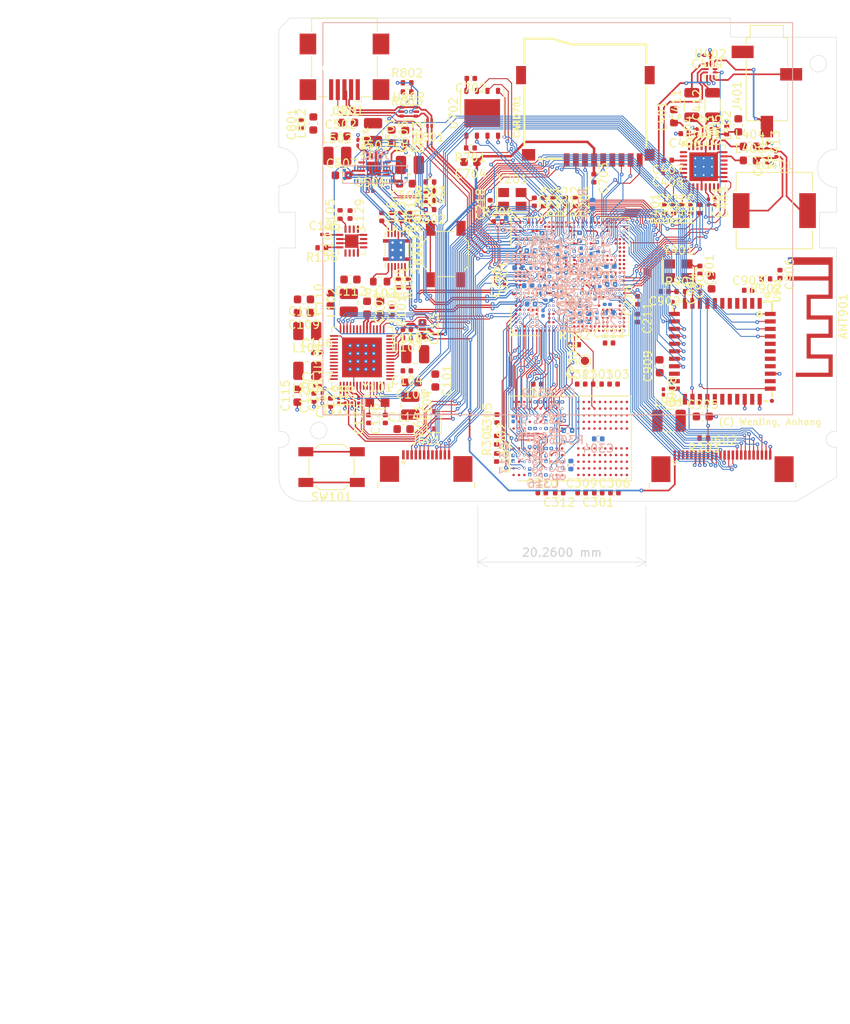
<source format=kicad_pcb>
(kicad_pcb (version 20211014) (generator pcbnew)
  (title_block (title "Sharket") (date "2022-09-23") (rev "r0.0"))
  (layers (0 "F.Cu" signal) (1 "In1.Cu" power) (2 "In2.Cu" mixed) (31 "B.Cu" signal) (34 "B.Paste" user) (35 "F.Paste" user) (36 "B.SilkS" user "B.Silkscreen") (37 "F.SilkS" user "F.Silkscreen") (38 "B.Mask" user) (39 "F.Mask" user) (44 "Edge.Cuts" user))
  (net 0 "")
  (net 1 "+SD")
  (net 2 "+BATT")
  (net 3 "+3V3")
  (net 4 "VDD_ARM")
  (net 5 "VDD_SOC")
  (net 6 "+1V8")
  (net 7 "+1V1")
  (net 8 "BATP")
  (net 9 "RTC_1P8")
  (net 10 "RTC_0P8")
  (net 11 "+1V8A")
  (net 12 "+1V2")
  (net 13 "+VCCIO_SD")
  (net 14 "Net-(C123-Pad2)")
  (net 15 "Net-(C124-Pad2)")
  (net 16 "VBUS")
  (net 17 "Net-(C126-Pad2)")
  (net 18 "Net-(C128-Pad2)")
  (net 19 "Net-(C201-Pad1)")
  (net 20 "Net-(C218-Pad1)")
  (net 21 "Net-(C224-Pad1)")
  (net 22 "Net-(C403-Pad1)")
  (net 23 "Net-(C407-Pad1)")
  (net 24 "/audio/LINEIN_L")
  (net 25 "Net-(C408-Pad1)")
  (net 26 "/audio/LINEIN_R")
  (net 27 "Net-(C410-Pad1)")
  (net 28 "Net-(C411-Pad1)")
  (net 29 "Net-(C412-Pad1)")
  (net 30 "Net-(C413-Pad2)")
  (net 31 "Net-(C414-Pad2)")
  (net 32 "AVDD")
  (net 33 "Net-(C506-Pad2)")
  (net 34 "VPOS")
  (net 35 "VNEG")
  (net 36 "Net-(C701-Pad2)")
  (net 37 "Net-(C901-Pad1)")
  (net 38 "Net-(C902-Pad1)")
  (net 39 "Net-(C903-Pad2)")
  (net 40 "Net-(C905-Pad1)")
  (net 41 "Net-(C906-Pad2)")
  (net 42 "SD_CD")
  (net 43 "SD_D1")
  (net 44 "SD_D0")
  (net 45 "Net-(CARD701-Pad5)")
  (net 46 "SD_CMD")
  (net 47 "SD_D3")
  (net 48 "SD_D2")
  (net 49 "Net-(J401-PadR)")
  (net 50 "Net-(J401-PadT)")
  (net 55 "MIPI_D1N")
  (net 56 "MIPI_D1P")
  (net 57 "MIPI_CKN")
  (net 58 "MIPI_CKP")
  (net 59 "SWIRE")
  (net 60 "MIPI_D0N")
  (net 61 "OLED_EN")
  (net 62 "MIPI_D0P")
  (net 66 "LCD_RST")
  (net 67 "KR0")
  (net 68 "KR1")
  (net 69 "KR2")
  (net 70 "KR3")
  (net 71 "KR4")
  (net 72 "KR5")
  (net 73 "KR6")
  (net 74 "KC0")
  (net 75 "KC1")
  (net 76 "KC2")
  (net 77 "KC3")
  (net 78 "KC4")
  (net 79 "KC5")
  (net 80 "KC6")
  (net 81 "ONOFF")
  (net 82 "Net-(J801-Pad1)")
  (net 83 "USB_ID")
  (net 84 "Net-(L101-Pad1)")
  (net 85 "Net-(L102-Pad1)")
  (net 86 "Net-(L103-Pad1)")
  (net 87 "Net-(L104-Pad1)")
  (net 88 "Net-(L105-Pad1)")
  (net 89 "Net-(L403-Pad1)")
  (net 90 "Net-(L404-Pad1)")
  (net 91 "Net-(L501-Pad2)")
  (net 92 "Net-(L502-Pad2)")
  (net 93 "Net-(L503-Pad1)")
  (net 94 "USB_DP")
  (net 95 "USB_DN")
  (net 96 "Net-(L901-Pad1)")
  (net 97 "Net-(R101-Pad2)")
  (net 98 "BAT_FG")
  (net 99 "Net-(R103-Pad1)")
  (net 100 "Net-(R104-Pad2)")
  (net 101 "Net-(R105-Pad1)")
  (net 102 "Net-(R106-Pad1)")
  (net 103 "Net-(R201-Pad2)")
  (net 104 "Net-(R202-Pad2)")
  (net 105 "SDRAM_RST")
  (net 106 "Net-(R302-Pad1)")
  (net 107 "SDRAM_CK_P")
  (net 108 "SDRAM_CK_N")
  (net 109 "Net-(R304-Pad1)")
  (net 110 "SAI_TX_SYNC")
  (net 111 "Net-(R401-Pad2)")
  (net 112 "SAI_TX_BCLK")
  (net 113 "Net-(R402-Pad2)")
  (net 114 "SAI_RX_DATA0")
  (net 115 "Net-(R403-Pad2)")
  (net 116 "SAI_TX_DATA0")
  (net 117 "Net-(R404-Pad2)")
  (net 118 "SAI_MCLK")
  (net 119 "Net-(R405-Pad2)")
  (net 120 "Net-(R501-Pad1)")
  (net 121 "AVDD_EN")
  (net 122 "Net-(R503-Pad1)")
  (net 123 "VNEG_CTRL")
  (net 124 "I2C1_SCL")
  (net 125 "I2C1_SDA")
  (net 126 "FSPI_1A_CS")
  (net 127 "SD_CLK")
  (net 128 "Net-(R801-Pad1)")
  (net 129 "VBUS_IN")
  (net 130 "Net-(R901-Pad2)")
  (net 131 "Net-(SW101-Pad2)")
  (net 132 "Net-(TP301-Pad1)")
  (net 134 "RTC_RESET_B")
  (net 135 "CLK_32K_OUT")
  (net 136 "POR_B")
  (net 137 "SD_NRST")
  (net 138 "PMIC_INT")
  (net 143 "WDOG_B")
  (net 144 "SD2_VSEL")
  (net 147 "PMIC_ON_REQ")
  (net 148 "PMIC_STBY_REQ")
  (net 152 "BAT_TS")
  (net 155 "BAT_CHRG")
  (net 156 "SDRAM_DQS0_P")
  (net 157 "SDRAM_D6")
  (net 158 "SDRAM_DM0")
  (net 159 "SDRAM_D0")
  (net 186 "TASKSEL")
  (net 236 "REF_CLK_32K")
  (net 246 "SDRAM_D5")
  (net 247 "SDRAM_DQS0_N")
  (net 248 "SDRAM_D7")
  (net 249 "SDRAM_D1")
  (net 264 "SDRAM_D4")
  (net 265 "SDRAM_D3")
  (net 266 "SDRAM_D2")
  (net 267 "SDRAM_CA3")
  (net 272 "UART1_RTS")
  (net 275 "SDRAM_D14")
  (net 276 "SDRAM_D15")
  (net 277 "SDRAM_CA2")
  (net 280 "UART1_RXD")
  (net 281 "UART2_TXD")
  (net 282 "UART1_CTS")
  (net 284 "SDRAM_DM1")
  (net 285 "SDRAM_D8")
  (net 286 "SDRAM_CKE0")
  (net 287 "SDRAM_CKE1")
  (net 289 "UART1_TXD")
  (net 290 "UART2_RXD")
  (net 291 "UART4_TXD")
  (net 292 "UART4_RXD")
  (net 294 "SDRAM_DQS1_P")
  (net 295 "SDRAM_D9")
  (net 297 "SDRAM_DQS1_N")
  (net 300 "SDRAM_D10")
  (net 301 "SDRAM_D11")
  (net 302 "SDRAM_CS1")
  (net 304 "SDRAM_CA0")
  (net 310 "SDRAM_D13")
  (net 311 "SDRAM_D12")
  (net 312 "SDRAM_CS0")
  (net 314 "SDRAM_CA1")
  (net 317 "FSPI_1A_D2")
  (net 318 "FSPI_1A_D1")
  (net 332 "SDRAM_CA4")
  (net 333 "SDRAM_CA5")
  (net 336 "FSPI_1A_SCK")
  (net 337 "FSPI_1A_D3")
  (net 340 "FSPI_1A_D0")
  (net 347 "WL_PMU_EN")
  (net 353 "SD1_DATA3")
  (net 354 "SD1_DATA2")
  (net 358 "BT_SHUTDOWN")
  (net 364 "SD1_CLK")
  (net 365 "SD1_CMD")
  (net 372 "WL_WAKE_AP")
  (net 375 "SD1_DATA1")
  (net 376 "SD1_DATA0")
  (net 387 "/audio/HP_R")
  (net 388 "/audio/HP_L")
  (net 459 "GND")
  (net 460 "Net-(R204-Pad2)")
  (net 461 "Net-(R205-Pad2)")
  (net 462 "Net-(R206-Pad2)")
  (net 463 "Net-(R207-Pad2)")
  (net 464 "/usb/USB_PORT_DN")
  (net 465 "/usb/USB_PORT_DP")
  (net 466 "Net-(C404-Pad1)")
  (net 468 "Net-(D601-Pad1)")
  (net 469 "JTAG_TMS")
  (net 470 "JTAG_TCK")
  (net 471 "JTAG_TDO")
  (net 472 "JTAG_TDI")
  (footprint "Resistor_SMD:R_0402_1005Metric" (layer "F.Cu") (at 136.79 89.54 180)
    (fp_text reference "R504")
    (fp_text value "DNP")
  )
  (footprint "Capacitor_SMD:C_0603_1608Metric" (layer "F.Cu") (at 137.45 112.375 -90)
    (fp_text reference "C101")
    (fp_text value "10uF")
  )
  (footprint "Inductor_SMD:L_1008_2520Metric" (layer "F.Cu") (at 125.6375 85.3)
    (fp_text reference "L502")
    (fp_text value "4.7uH")
  )
  (footprint "Capacitor_SMD:C_0402_1005Metric" (layer "F.Cu") (at 150.280001 125.9)
    (fp_text reference "C310")
    (fp_text value "10uF")
  )
  (footprint "footprint:L_CommonModeChoke_Panasonic_EXC14CE" (layer "F.Cu") (at 136.76 81.365)
    (fp_text reference "L801")
    (fp_text value "EXC14CE900U")
  )
  (footprint "Connector_FFC-FPC:TE_1-1734839-2_1x12-1MP_P0.5mm_Horizontal" (layer "F.Cu") (at 136.35 122.675)
    (fp_text reference "J601")
    (fp_text value "Conn_01x12_MountingPin")
  )
  (footprint "Capacitor_SMD:C_0201_0603Metric" (layer "F.Cu") (at 177.4 85.895 90)
    (fp_text reference "C414")
    (fp_text value "100nF")
  )
  (footprint "Capacitor_SMD:C_0201_0603Metric" (layer "F.Cu") (at 169.33 101.33 90)
    (fp_text reference "C904")
    (fp_text value "100nF")
  )
  (footprint "Inductor_SMD:L_1008_2520Metric" (layer "F.Cu") (at 122.025 111.2 180)
    (fp_text reference "L105")
    (fp_text value "470nH")
  )
  (footprint "Resistor_SMD:R_0402_1005Metric" (layer "F.Cu") (at 141.675 84.35 180)
    (fp_text reference "R701")
    (fp_text value "100K")
  )
  (footprint "Resistor_SMD:R_0402_1005Metric" (layer "F.Cu") (at 134.35 92.65 -90)
    (fp_text reference "R602")
    (fp_text value "4.7K")
  )
  (footprint "footprint:TFC-WPAPR-08" (layer "F.Cu") (at 155.53 78.43 90)
    (fp_text reference "CARD701")
    (fp_text value "MICRO_SD(TFC-WPAPR-08)")
  )
  (footprint "Capacitor_SMD:C_0402_1005Metric" (layer "F.Cu") (at 169.33 99.05 -90)
    (fp_text reference "C901")
    (fp_text value "18pF")
  )
  (footprint "Capacitor_SMD:C_0402_1005Metric" (layer "F.Cu") (at 157.080001 125.9 180)
    (fp_text reference "C301")
    (fp_text value "10uF")
  )
  (footprint "Capacitor_SMD:C_0603_1608Metric" (layer "F.Cu") (at 133.9125 88.65 180)
    (fp_text reference "C508")
    (fp_text value "10uF")
  )
  (footprint "Capacitor_SMD:C_0402_1005Metric" (layer "F.Cu") (at 155.030001 112.8)
    (fp_text reference "C311")
    (fp_text value "10uF")
  )
  (footprint "Capacitor_SMD:C_0402_1005Metric" (layer "F.Cu") (at 165.455 87.325 180)
    (fp_text reference "C408")
    (fp_text value "1uF")
  )
  (footprint "Capacitor_SMD:C_0201_0603Metric" (layer "F.Cu") (at 145.780001 100.5 90)
    (fp_text reference "C246")
    (fp_text value "220nF")
  )
  (footprint "Diode_SMD:D_SOD-323" (layer "F.Cu") (at 137.3 117.15 90)
    (fp_text reference "D601")
    (fp_text value "TBD")
  )
  (footprint "Oscillator:Oscillator_SMD_Abracon_ASE-4Pin_3.2x2.5mm" (layer "F.Cu") (at 166.73 99.15)
    (fp_text reference "Y901")
    (fp_text value "26MHz")
  )
  (footprint "Capacitor_SMD:C_0402_1005Metric" (layer "F.Cu") (at 132.2 92.65 -90)
    (fp_text reference "C123")
    (fp_text value "1uF")
  )
  (footprint "Inductor_SMD:L_0603_1608Metric" (layer "F.Cu") (at 122.75 81.4 90)
    (fp_text reference "L802")
    (fp_text value "120R")
  )
  (footprint "Capacitor_SMD:C_0603_1608Metric" (layer "F.Cu") (at 170.73 100.55 90)
    (fp_text reference "C907")
    (fp_text value "10uF")
  )
  (footprint "footprint:QFN-56_EP_7x7_Pitch0.4mm" (layer "F.Cu") (at 128.625 109.6 90)
    (fp_text reference "U101")
    (fp_text value "PCA9450BHN")
  )
  (footprint "Resistor_SMD:R_0402_1005Metric" (layer "F.Cu") (at 136.8 88.45 180)
    (fp_text reference "R503")
    (fp_text value "0")
  )
  (footprint "Capacitor_SMD:C_0201_0603Metric" (layer "F.Cu") (at 171.15 90.875 -90)
    (fp_text reference "C402")
    (fp_text value "220nF")
  )
  (footprint "Resistor_SMD:R_0402_1005Metric" (layer "F.Cu") (at 154.330001 90.85 -90)
    (fp_text reference "R204")
    (fp_text value "10K")
  )
  (footprint "Resistor_SMD:R_0402_1005Metric" (layer "F.Cu") (at 134.05 76.5)
    (fp_text reference "R802")
    (fp_text value "100K")
  )
  (footprint "Capacitor_SMD:C_1206_3216Metric" (layer "F.Cu") (at 168.355 79.175 90)
    (fp_text reference "C411")
    (fp_text value "100uF")
  )
  (footprint "Button_Switch_SMD:SW_SPST_SKQG_WithStem" (layer "F.Cu") (at 138.7 97.13 90)
    (fp_text reference "SW201")
    (fp_text value "SW_Push")
  )
  (footprint "Capacitor_SMD:C_0402_1005Metric" (layer "F.Cu") (at 165.454999 85.825 180)
    (fp_text reference "C407")
    (fp_text value "1uF")
  )
  (footprint "Capacitor_SMD:C_0402_1005Metric" (layer "F.Cu") (at 156.555 88 -90)
    (fp_text reference "C703")
    (fp_text value "1uF")
  )
  (footprint "Capacitor_SMD:C_0603_1608Metric" (layer "F.Cu") (at 133.63 118.22)
    (fp_text reference "C114")
    (fp_text value "22uF")
  )
  (footprint "Capacitor_SMD:C_0603_1608Metric" (layer "F.Cu") (at 121.625 102.6 180)
    (fp_text reference "C111")
    (fp_text value "22uF")
  )
  (footprint "Package_SON:WSON-8-1EP_6x5mm_P1.27mm_EP3.4x4.3mm" (layer "F.Cu") (at 143.1 80.175 90)
    (fp_text reference "U702")
    (fp_text value "W25Q128JVP")
  )
  (footprint "Capacitor_SMD:C_0201_0603Metric" (layer "F.Cu") (at 171.555 82.375 90)
    (fp_text reference "C403")
    (fp_text value "220nF")
  )
  (footprint "Inductor_SMD:L_1008_2520Metric" (layer "F.Cu") (at 127.025 103 90)
    (fp_text reference "L102")
    (fp_text value "470nH")
  )
  (footprint "Capacitor_SMD:C_0201_0603Metric" (layer "F.Cu") (at 170.35 90.875 -90)
    (fp_text reference "C401")
    (fp_text value "220nF")
  )
  (footprint "Capacitor_SMD:C_0402_1005Metric" (layer "F.Cu") (at 172.555 82.205 90)
    (fp_text reference "C405")
    (fp_text value "10uF")
  )
  (footprint "Resistor_SMD:R_0402_1005Metric" (layer "F.Cu") (at 144.990001 93.25)
    (fp_text reference "R206")
    (fp_text value "10K")
  )
  (footprint "Inductor_SMD:L_0603_1608Metric" (layer "F.Cu") (at 175.35 85.85)
    (fp_text reference "L403")
    (fp_text value "15uH")
  )
  (footprint "Capacitor_SMD:C_0402_1005Metric" (layer "F.Cu") (at 123.225 109)
    (fp_text reference "C106")
    (fp_text value "4.7uF")
  )
  (footprint "Resistor_SMD:R_0402_1005Metric" (layer "F.Cu") (at 132.225 104 -90)
    (fp_text reference "R101")
    (fp_text value "0")
  )
  (footprint "Capacitor_SMD:C_0402_1005Metric" (layer "F.Cu") (at 149.380001 90.85 -90)
    (fp_text reference "C224")
    (fp_text value "18pF")
  )
  (footprint "footprint:BGA-200_10.0x14.5mm_Layout12x22_P0.80x0.65mm_B0.3mm" (layer "F.Cu") (at 153.680001 119.35 90)
    (fp_text reference "U302")
    (fp_text value "MT53D512M16D1DS-046")
  )
  (footprint "Capacitor_SMD:C_0201_0603Metric" (layer "F.Cu") (at 170.2 73.19 180)
    (fp_text reference "C409")
    (fp_text value "220nF")
  )
  (footprint "Capacitor_SMD:C_0201_0603Metric" (layer "F.Cu") (at 128.225 114.8 90)
    (fp_text reference "C128")
    (fp_text value "1uF")
  )
  (footprint "Capacitor_SMD:C_0201_0603Metric" (layer "F.Cu") (at 128.1375 83.72 -90)
    (fp_text reference "C504")
    (fp_text value "100nF")
  )
  (footprint "Resistor_SMD:R_0402_1005Metric" (layer "F.Cu") (at 165.1 91.7 90)
    (fp_text reference "R401")
    (fp_text value "22R")
  )
  (footprint "Capacitor_SMD:C_0201_0603Metric" (layer "F.Cu") (at 123.225 113)
    (fp_text reference "C127")
    (fp_text value "1uF")
  )
  (footprint "Capacitor_SMD:C_0603_1608Metric" (layer "F.Cu") (at 120.825 114.200001 90)
    (fp_text reference "C115")
    (fp_text value "22uF")
  )
  (footprint "Capacitor_SMD:C_0402_1005Metric" (layer "F.Cu") (at 134.025 106.2 180)
    (fp_text reference "C108")
    (fp_text value "1uF")
  )
  (footprint "Capacitor_SMD:C_0603_1608Metric" (layer "F.Cu") (at 141.68 86.05 180)
    (fp_text reference "C704")
    (fp_text value "22uF")
  )
  (footprint "Resistor_SMD:R_0402_1005Metric" (layer "F.Cu") (at 153.130001 90.85 -90)
    (fp_text reference "R202")
    (fp_text value "100K/1%")
  )
  (footprint "Capacitor_SMD:C_0402_1005Metric" (layer "F.Cu") (at 158.380001 107.85)
    (fp_text reference "C222")
    (fp_text value "10uF")
  )
  (footprint "Capacitor_SMD:C_0402_1005Metric" (layer "F.Cu") (at 159.030001 125.9)
    (fp_text reference "C306")
    (fp_text value "10uF")
  )
  (footprint "Capacitor_SMD:C_0603_1608Metric" (layer "F.Cu") (at 164.48 110.65 90)
    (fp_text reference "C909")
    (fp_text value "10uF")
  )
  (footprint "Capacitor_SMD:C_0603_1608Metric" (layer "F.Cu") (at 126.1875 87.65)
    (fp_text reference "C507")
    (fp_text value "10uF")
  )
  (footprint "Resistor_SMD:R_0402_1005Metric" (layer "F.Cu") (at 150.480001 90.85 -90)
    (fp_text reference "R201")
    (fp_text value "10K")
  )
  (footprint "Capacitor_SMD:C_0201_0603Metric" (layer "F.Cu") (at 177.4 84.125 -90)
    (fp_text reference "C413")
    (fp_text value "100nF")
  )
  (footprint "Capacitor_SMD:C_0402_1005Metric" (layer "F.Cu") (at 161.830001 104.85 -90)
    (fp_text reference "C211")
    (fp_text value "10uF")
  )
  (footprint "Capacitor_SMD:C_0603_1608Metric" (layer "F.Cu") (at 129.225 103.6 -90)
    (fp_text reference "C102")
    (fp_text value "10uF")
  )
  (footprint "Inductor_SMD:L_1008_2520Metric" (layer "F.Cu") (at 134.3875 86.4)
    (fp_text reference "L503")
    (fp_text value "4.7uH")
  )
  (footprint "Capacitor_SMD:C_0402_1005Metric" (layer "F.Cu") (at 127.175 92.375 -90)
    (fp_text reference "C129")
    (fp_text value "4.7uF")
  )
  (footprint "Capacitor_SMD:C_0402_1005Metric" (layer "F.Cu") (at 178.975 99.55 -90)
    (fp_text reference "C906")
    (fp_text value "DNP")
  )
  (footprint "Capacitor_SMD:C_0201_0603Metric" (layer "F.Cu") (at 170.705 82.375 90)
    (fp_text reference "C410")
    (fp_text value "100nF")
  )
  (footprint "Resistor_SMD:R_0402_1005Metric" (layer "F.Cu") (at 136.8 91.78 180)
    (fp_text reference "R502")
    (fp_text value "DNP")
  )
  (footprint "Capacitor_SMD:C_0201_0603Metric" (layer "F.Cu") (at 178.5 85.1 90)
    (fp_text reference "C415")
    (fp_text value "220nF")
  )
  (footprint "Resistor_SMD:R_0402_1005Metric" (layer "F.Cu") (at 136.79 90.68)
    (fp_text reference "R501")
    (fp_text value "0")
  )
  (footprint "Capacitor_SMD:C_0402_1005Metric" (layer "F.Cu") (at 161.830001 102.7 90)
    (fp_text reference "C216")
    (fp_text value "10uF")
  )
  (footprint "Capacitor_SMD:C_0201_0603Metric" (layer "F.Cu") (at 124.12 94.775)
    (fp_text reference "C125")
    (fp_text value "1uF")
  )
  (footprint "Resistor_SMD:R_0402_1005Metric" (layer "F.Cu") (at 151.630001 90.85 -90)
    (fp_text reference "R205")
    (fp_text value "10K")
  )
  (footprint "Capacitor_SMD:C_0402_1005Metric" (layer "F.Cu") (at 134.025 111.2 180)
    (fp_text reference "C104")
    (fp_text value "4.7uF")
  )
  (footprint "Capacitor_SMD:C_0603_1608Metric" (layer "F.Cu") (at 132.1875 82.95 -90)
    (fp_text reference "C505")
    (fp_text value "10uF")
  )
  (footprint "RF_Antenna:Texas_SWRA117D_2.4GHz_Right" (layer "F.Cu") (at 180.175 100.075 -90)
    (fp_text reference "ANT901")
    (fp_text value "Conn_01x02")
  )
  (footprint "Capacitor_SMD:C_0603_1608Metric" (layer "F.Cu") (at 121.625 104.2 180)
    (fp_text reference "C109")
    (fp_text value "22uF")
  )
  (footprint "Connector_FFC-FPC:TE_2-1734839-4_1x24-1MP_P0.5mm_Horizontal" (layer "F.Cu") (at 172.05 122.7)
    (fp_text reference "J602")
    (fp_text value "Conn_01x24_MountingPin")
  )
  (footprint "Capacitor_SMD:C_0201_0603Metric" (layer "F.Cu") (at 123.825 114.2 90)
    (fp_text reference "C122")
    (fp_text value "1uF")
  )
  (footprint "Capacitor_SMD:C_0603_1608Metric" (layer "F.Cu") (at 126.0375 82.95)
    (fp_text reference "C502")
    (fp_text value "10uF")
  )
  (footprint "Resistor_SMD:R_0402_1005Metric" (layer "F.Cu") (at 134.2 100.65 90)
    (fp_text reference "R104")
    (fp_text value "10K")
  )
  (footprint "Capacitor_SMD:C_0402_1005Metric" (layer "F.Cu") (at 122.825 114.4 90)
    (fp_text reference "C120")
    (fp_text value "2.2uF")
  )
  (footprint "Button_Switch_SMD:SW_SPST_SKQG_WithStem" (layer "F.Cu") (at 124.95 122.8 180)
    (fp_text reference "SW101")
    (fp_text value "SW_Push")
  )
  (footprint "Resistor_SMD:R_0402_1005Metric" (layer "F.Cu") (at 167.03 101.65)
    (fp_text reference "R901")
    (fp_text value "22")
  )
  (footprint "Inductor_SMD:L_0603_1608Metric" (layer "F.Cu") (at 166.205 80.525 90)
    (fp_text reference "L401")
    (fp_text value "120R")
  )
  (footprint "Capacitor_SMD:C_0201_0603Metric" (layer "F.Cu") (at 125.825 114.8 90)
    (fp_text reference "C121")
    (fp_text value "1uF")
  )
  (footprint "Capacitor_SMD:C_0402_1005Metric" (layer "F.Cu") (at 155.080001 125.9)
    (fp_text reference "C309")
    (fp_text value "10uF")
  )
  (footprint "Resistor_SMD:R_0402_1005Metric" (layer "F.Cu") (at 166.15 91.7 90)
    (fp_text reference "R402")
    (fp_text value "22R")
  )
  (footprint "Capacitor_SMD:C_1206_3216Metric" (layer "F.Cu") (at 170.855 79.175 90)
    (fp_text reference "C412")
    (fp_text value "100uF")
  )
  (footprint "Capacitor_SMD:C_0402_1005Metric" (layer "F.Cu") (at 144.880001 116.95 90)
    (fp_text reference "C305")
    (fp_text value "10uF")
  )
  (footprint "Capacitor_SMD:C_0402_1005Metric" (layer "F.Cu") (at 141.725 75.975 180)
    (fp_text reference "C702")
    (fp_text value "470nF")
  )
  (footprint "Capacitor_SMD:C_0603_1608Metric" (layer "F.Cu") (at 169.68 116.7)
    (fp_text reference "C905")
    (fp_text value "10uF")
  )
  (footprint "Resistor_SMD:R_0402_1005Metric" (layer "F.Cu") (at 144.830001 119.55 90)
    (fp_text reference "R304")
    (fp_text value "240/1%")
  )
  (footprint "Capacitor_SMD:C_0402_1005Metric" (layer "F.Cu") (at 158.930001 112.8)
    (fp_text reference "C303")
    (fp_text value "10uF")
  )
  (footprint "Capacitor_SMD:C_0201_0603Metric" (layer "F.Cu") (at 126.625 114.8 90)
    (fp_text reference "C119")
    (fp_text value "1uF")
  )
  (footprint "Resistor_SMD:R_0402_1005Metric" (layer "F.Cu") (at 177.275 100.125 180)
    (fp_text reference "R902")
    (fp_text value "0")
  )
  (footprint "Capacitor_SMD:C_0603_1608Metric" (layer "F.Cu") (at 133.8375 83 -90)
    (fp_text reference "C503")
    (fp_text value "10uF")
  )
  (footprint "Capacitor_SMD:C_0201_0603Metric" (layer "F.Cu") (at 127.425 114.8 90)
    (fp_text reference "C118")
    (fp_text value "1uF")
  )
  (footprint "Resistor_SMD:R_0402_1005Metric" (layer "F.Cu") (at 133.3 92.65 -90)
    (fp_text reference "R601")
    (fp_text value "4.7K")
  )
  (footprint "Package_SON:Texas_S-PDSO-N12" (layer "F.Cu") (at 132.8 96.65 -90)
    (fp_text reference "U102")
    (fp_text value "BQ27441-G1")
  )
  (footprint "footprint:RL-SM02BD(RTL8723BS)" (layer "F.Cu") (at 172.03 108.85 -90)
    (fp_text reference "U901")
    (fp_text value "AP6330(BCM4330)")
  )
  (footprint "Inductor_SMD:L_1008_2520Metric" (layer "F.Cu") (at 135.025 109.2)
    (fp_text reference "L103")
    (fp_text value "470nH")
  )
  (footprint "Buzzer_Beeper:Buzzer_CUI_CPT-9019S-SMT" (layer "F.Cu") (at 178.3 91.9)
    (fp_text reference "LS401")
    (fp_text value "Speaker")
  )
  (footprint "Package_DFN_QFN:QFN-32-1EP_5x5mm_P0.5mm_EP3.45x3.45mm_ThermalVias" (layer "F.Cu") (at 169.78 86.6125)
    (fp_text reference "U403")
    (fp_text value "WM8978")
  )
  (footprint "Capacitor_SMD:C_0201_0603Metric" (layer "F.Cu") (at 129.62 89.57)
    (fp_text reference "C506")
    (fp_text value "100nF")
  )
  (footprint "footprint:BGA-486_27x27_14.0x14.0mm" (layer "F.Cu") (at 153.68 99.85 90)
    (fp_text reference "U201")
    (fp_text value "MIMX8MN6DVTJZAA")
  )
  (footprint "Capacitor_SMD:C_0402_1005Metric" (layer "F.Cu") (at 144.055001 91.125 90)
    (fp_text reference "C218")
    (fp_text value "18pF")
  )
  (footprint "Capacitor_SMD:C_0402_1005Metric" (layer "F.Cu") (at 134.025 107.2 180)
    (fp_text reference "C107")
    (fp_text value "1uF")
  )
  (footprint "Capacitor_SMD:C_0402_1005Metric" (layer "F.Cu") (at 129.425 117 90)
    (fp_text reference "C124")
    (fp_text value "18pF")
  )
  (footprint "Resistor_SMD:R_0402_1005Metric" (layer "F.Cu") (at 156.980001 112.8)
    (fp_text reference "R301")
    (fp_text value "10K")
  )
  (footprint "Capacitor_SMD:C_0603_1608Metric" (layer "F.Cu") (at 130.825 103.6 -90)
    (fp_text reference "C103")
    (fp_text value "10uF")
  )
  (footprint "Resistor_SMD:R_0402_1005Metric" (layer "F.Cu") (at 125.975 92.375 90)
    (fp_text reference "R105")
    (fp_text value "2K")
  )
  (footprint "Capacitor_SMD:C_0603_1608Metric" (layer "F.Cu") (at 124.825 102.6 90)
    (fp_text reference "C110")
    (fp_text value "22uF")
  )
  (footprint "Inductor_SMD:L_1008_2520Metric" (layer "F.Cu") (at 134.425 115.4 -90)
    (fp_text reference "L104")
    (fp_text value "470nH")
  )
  (footprint "Capacitor_SMD:C_0603_1608Metric" (layer "F.Cu") (at 135.9 106.19 -90)
    (fp_text reference "C113")
    (fp_text value "22uF")
  )
  (footprint "Package_TO_SOT_SMD:SOT-666" (layer "F.Cu") (at 134.24 79.98)
    (fp_text reference "U802")
    (fp_text value "USBLC6-2P6")
  )
  (footprint "Capacitor_SMD:C_0402_1005Metric" (layer "F.Cu") (at 144.830001 121.65 -90)
    (fp_text reference "C302")
    (fp_text value "10uF")
  )
  (footprint "Inductor_SMD:L_1210_3225Metric" (layer "F.Cu") (at 165.605 117.2)
    (fp_text reference "L901")
    (fp_text value "4.7uH")
  )
  (footprint "Resistor_SMD:R_0402_1005Metric" (layer "F.Cu") (at 154.230001 108.05)
    (fp_text reference "R302")
    (fp_text value "240/1%")
  )
  (footprint "Capacitor_SMD:C_0402_1005Metric" (layer "F.Cu") (at 124.825 115 90)
    (fp_text reference "C117")
    (fp_text value "4.7uF")
  )
  (footprint "Inductor_SMD:L_1008_2520Metric" (layer "F.Cu") (at 122.025 106.4 180)
    (fp_text reference "L101")
    (fp_text value "470nH")
  )
  (footprint "Package_DFN_QFN:VQFN-16-1EP_3x3mm_P0.5mm_EP1.6x1.6mm" (layer "F.Cu") (at 127.375 95.575 90)
    (fp_text reference "U103")
    (fp_text value "BQ24072RGT")
  )
  (footprint "Capacitor_SMD:C_0402_1005Metric" (layer "F.Cu") (at 149.730001 112.8 180)
    (fp_text reference "C307")
    (fp_text value "10uF")
  )
  (footprint "Resistor_SMD:R_0603_1608Metric" (layer "F.Cu") (at 130.8 100.45 180)
    (fp_text reference "R102")
    (fp_text value "0.01/1%")
  )
  (footprint "Capacitor_SMD:C_0201_0603Metric" (layer "F.Cu") (at 164.93 113.75 -90)
    (fp_text reference "C908")
    (fp_text value "100nF")
  )
  (footprint "Capacitor_SMD:C_0402_1005Metric" (layer "F.Cu") (at 131.425 117 90)
    (fp_text reference "C126")
    (fp_text value "18pF")
  )
  (footprint "Capacitor_SMD:C_0402_1005Metric" (layer "F.Cu") (at 131 92.65 -90)
    (fp_text reference "C116")
    (fp_text value "1uF")
  )
  (footprint "Resistor_SMD:R_0402_1005Metric" (layer "F.Cu") (at 169.3 91.7 90)
    (fp_text reference "R405")
    (fp_text value "22R")
  )
  (footprint "Inductor_SMD:L_1008_2520Metric" (layer "F.Cu") (at 129.95 82.45 -90)
    (fp_text reference "L501")
    (fp_text value "10uH")
  )
  (footprint "footprint:PJ-208" (layer "F.Cu") (at 177.4 76.08 -90)
    (fp_text reference "J401")
    (fp_text value "AudioJack3")
  )
  (footprint "TestPoint:TestPoint_Pad_D1.0mm" (layer "F.Cu") (at 155.480001 110 90)
    (fp_text reference "TP301")
    (fp_text value "TestPoint")
  )
  (footprint "Inductor_SMD:L_0603_1608Metric" (layer "F.Cu") (at 175.35 84.175)
    (fp_text reference "L404")
    (fp_text value "15uH")
  )
  (footprint "Capacitor_SMD:C_0402_1005Metric" (layer "F.Cu") (at 121.3 81.5 90)
    (fp_text reference "C801")
    (fp_text value "10uF")
  )
  (footprint "Resistor_SMD:R_0402_1005Metric" (layer "F.Cu") (at 168.25 91.7 90)
    (fp_text reference "R404")
    (fp_text value "22R")
  )
  (footprint "Resistor_SMD:R_0402_1005Metric" (layer "F.Cu") (at 134.05 77.6 180)
    (fp_text reference "R803")
    (fp_text value "100K")
  )
  (footprint "Resistor_SMD:R_0402_1005Metric" (layer "F.Cu") (at 133 100.65 -90)
    (fp_text reference "R103")
    (fp_text value "10K")
  )
  (footprint "Capacitor_SMD:C_0603_1608Metric" (layer "F.Cu") (at 127.225 100.2 180)
    (fp_text reference "C112")
    (fp_text value "22uF")
  )
  (footprint "Resistor_SMD:R_0402_1005Metric" (layer "F.Cu") (at 169.8 119.35 180)
    (fp_text reference "R203")
    (fp_text value "100K")
  )
  (footprint "Connector_USB:USB_Mini-B_Wuerth_65100516121_Horizontal" (layer "F.Cu") (at 126.5 74.725 180)
    (fp_text reference "J801")
    (fp_text value "USB_B_Mini")
  )
  (footprint "Capacitor_SMD:C_0201_0603Metric" (layer "F.Cu") (at 169.005 82.375 90)
    (fp_text reference "C404")
    (fp_text value "220nF")
  )
  (footprint "Resistor_SMD:R_0402_1005Metric" (layer "F.Cu") (at 167.2 91.69 90)
    (fp_text reference "R403")
    (fp_text value "22R")
  )
  (footprint "Package_DFN_QFN:QFN-16-1EP_3x3mm_P0.5mm_EP1.7x1.7mm" (layer "F.Cu") (at 130.05 86.85)
    (fp_text reference "U502")
    (fp_text value "TPS65632")
  )
  (footprint "Resistor_SMD:R_0402_1005Metric" (layer "F.Cu") (at 123.775 96.375 180)
    (fp_text reference "R106")
    (fp_text value "1K")
  )
  (footprint "Capacitor_SMD:C_0402_1005Metric" (layer "F.Cu") (at 152.380001 125.9 180)
    (fp_text reference "C312")
    (fp_text value "10uF")
  )
  (footprint "Capacitor_SMD:C_0402_1005Metric" (layer "F.Cu") (at 165.08 101.65 180)
    (fp_text reference "C902")
    (fp_text value "18pF")
  )
  (footprint "Inductor_SMD:L_0603_1608Metric" (layer "F.Cu") (at 173.955 81.625 90)
    (fp_text reference "L402")
    (fp_text value "120R")
  )
  (footprint "Capacitor_SMD:C_0402_1005Metric" (layer "F.Cu") (at 167.505 82.625 180)
    (fp_text reference "C406")
    (fp_text value "10uF")
  )
  (footprint "Crystal:Crystal_SMD_TXC_9HT11-2Pin_2.0x1.2mm_HandSoldering" (layer "F.Cu") (at 130.47 115)
    (fp_text reference "Y101")
    (fp_text value "32.768K")
  )
  (footprint "Capacitor_SMD:C_0402_1005Metric" (layer "F.Cu") (at 175.15 101.5)
    (fp_text reference "C903")
    (fp_text value "DNP")
  )
  (footprint "Oscillator:Oscillator_SMD_Abracon_ASE-4Pin_3.2x2.5mm" (layer "F.Cu") (at 146.730001 90.55)
    (fp_text reference "Y201")
    (fp_text value "24MHz")
  )
  (footprint "Capacitor_SMD:C_0603_1608Metric" (layer "F.Cu") (at 126.9375 81.3)
    (fp_text reference "C501")
    (fp_text value "10uF")
  )
  (footprint "Package_DFN_QFN:UQFN-10_1.4x1.8mm_P0.4mm" (layer "F.Cu") (at 170.585 75.05)
    (fp_text reference "U402")
    (fp_text value "FSA2269UMX")
  )
  (footprint "Capacitor_SMD:C_0603_1608Metric" (layer "F.Cu") (at 134.6 112.6 180)
    (fp_text reference "C105")
    (fp_text value "10uF")
  )
  (footprint "Capacitor_SMD:C_0201_0603Metric" (layer "B.Cu") (at 154.830001 103.05 -90)
    (fp_text reference "C253")
    (fp_text value "1uF")
  )
  (footprint "Capacitor_SMD:C_0201_0603Metric" (layer "B.Cu") (at 150.330001 100.95 180)
    (fp_text reference "C212")
    (fp_text value "220nF")
  )
  (footprint "Capacitor_SMD:C_0402_1005Metric" (layer "B.Cu") (at 158.630001 100.8)
    (fp_text reference "C208")
    (fp_text value "10uF")
  )
  (footprint "Capacitor_SMD:C_0201_0603Metric" (layer "B.Cu") (at 155.180001 100.6 -90)
    (fp_text reference "C229")
    (fp_text value "1uF")
  )
  (footprint "Capacitor_SMD:C_0201_0603Metric" (layer "B.Cu") (at 153.180001 100.6 -90)
    (fp_text reference "C215")
    (fp_text value "1uF")
  )
  (footprint "Capacitor_SMD:C_0402_1005Metric" (layer "B.Cu") (at 154.830001 95.05 -90)
    (fp_text reference "C701")
    (fp_text value "18pF")
  )
  (footprint "Capacitor_SMD:C_0201_0603Metric" (layer "B.Cu") (at 155.42 101.85)
    (fp_text reference "C230")
    (fp_text value "1uF")
  )
  (footprint "Capacitor_SMD:C_0402_1005Metric" (layer "B.Cu") (at 154.930001 104.8 -90)
    (fp_text reference "C248")
    (fp_text value "10uF")
  )
  (footprint "Capacitor_SMD:C_0402_1005Metric" (layer "B.Cu") (at 155.930001 104.8 -90)
    (fp_text reference "C249")
    (fp_text value "10uF")
  )
  (footprint "Capacitor_SMD:C_0402_1005Metric" (layer "B.Cu") (at 153.780001 122.55 -90)
    (fp_text reference "C308")
    (fp_text value "10uF")
  )
  (footprint "Capacitor_SMD:C_0201_0603Metric" (layer "B.Cu") (at 149.33 98.83 180)
    (fp_text reference "C223")
    (fp_text value "220nF")
  )
  (footprint "Capacitor_SMD:C_0402_1005Metric" (layer "B.Cu") (at 157.080001 119.4)
    (fp_text reference "C304")
    (fp_text value "10uF")
  )
  (footprint "Capacitor_SMD:C_0201_0603Metric" (layer "B.Cu") (at 156.680001 102.2 -90)
    (fp_text reference "C228")
    (fp_text value "220nF")
  )
  (footprint "Capacitor_SMD:C_0402_1005Metric" (layer "B.Cu") (at 150.31 95.1 90)
    (fp_text reference "C240")
    (fp_text value "10uF")
  )
  (footprint "Resistor_SMD:R_0402_1005Metric" (layer "B.Cu") (at 156.405001 91.135 -90)
    (fp_text reference "R702")
    (fp_text value "0")
  )
  (footprint "Capacitor_SMD:C_0201_0603Metric" (layer "B.Cu") (at 154.180001 97.1 90)
    (fp_text reference "C217")
    (fp_text value "220nF")
  )
  (footprint "Capacitor_SMD:C_0201_0603Metric" (layer "B.Cu") (at 156.925001 99.85 180)
    (fp_text reference "C207")
    (fp_text value "220nF")
  )
  (footprint "Capacitor_SMD:C_0201_0603Metric" (layer "B.Cu") (at 155.430001 97.95)
    (fp_text reference "C242")
    (fp_text value "1uF")
  )
  (footprint "Capacitor_SMD:C_0201_0603Metric" (layer "B.Cu") (at 150.430001 104.25 -90)
    (fp_text reference "C252")
    (fp_text value "1uF")
  )
  (footprint "Capacitor_SMD:C_0201_0603Metric" (layer "B.Cu") (at 151.105001 120.55 180)
    (fp_text reference "C326")
    (fp_text value "220nF")
  )
  (footprint "Capacitor_SMD:C_0201_0603Metric" (layer "B.Cu") (at 149.155001 118.15)
    (fp_text reference "C324")
    (fp_text value "220nF")
  )
  (footprint "Capacitor_SMD:C_0201_0603Metric" (layer "B.Cu") (at 158.430001 99.85)
    (fp_text reference "C225")
    (fp_text value "220nF")
  )
  (footprint "Capacitor_SMD:C_0201_0603Metric" (layer "B.Cu") (at 151.110001 118.15 180)
    (fp_text reference "C321")
    (fp_text value "220nF")
  )
  (footprint "Capacitor_SMD:C_0201_0603Metric" (layer "B.Cu") (at 149.130001 120.375)
    (fp_text reference "C323")
    (fp_text value "220nF")
  )
  (footprint "Capacitor_SMD:C_0201_0603Metric" (layer "B.Cu") (at 150.730001 96.45 180)
    (fp_text reference "C241")
    (fp_text value "220nF")
  )
  (footprint "Capacitor_SMD:C_0201_0603Metric" (layer "B.Cu") (at 152.180001 99.105 90)
    (fp_text reference "C221")
    (fp_text value "1uF")
  )
  (footprint "Capacitor_SMD:C_0201_0603Metric" (layer "B.Cu") (at 150.780001 121.75 -90)
    (fp_text reference "C322")
    (fp_text value "220nF")
  )
  (footprint "Capacitor_SMD:C_0201_0603Metric" (layer "B.Cu") (at 158.180001 103.2)
    (fp_text reference "C245")
    (fp_text value "1uF")
  )
  (footprint "Resistor_SMD:R_0402_1005Metric" (layer "B.Cu") (at 153.430001 118.375)
    (fp_text reference "R303")
    (fp_text value "150/1%")
  )
  (footprint "Capacitor_SMD:C_0402_1005Metric" (layer "B.Cu") (at 147.48 98.78 180)
    (fp_text reference "C201")
    (fp_text value "2.2nF")
  )
  (footprint "Capacitor_SMD:C_0201_0603Metric" (layer "B.Cu") (at 150.730001 97.25 180)
    (fp_text reference "C243")
    (fp_text value "220nF")
  )
  (footprint "Capacitor_SMD:C_0201_0603Metric" (layer "B.Cu") (at 156.22 96.77 90)
    (fp_text reference "C219")
    (fp_text value "220nF")
  )
  (footprint "Capacitor_SMD:C_0201_0603Metric" (layer "B.Cu") (at 152.805001 122.55 -90)
    (fp_text reference "C325")
    (fp_text value "220nF")
  )
  (footprint "Capacitor_SMD:C_0201_0603Metric" (layer "B.Cu") (at 150.480001 101.85 180)
    (fp_text reference "C213")
    (fp_text value "220nF")
  )
  (footprint "Capacitor_SMD:C_0201_0603Metric" (layer "B.Cu") (at 150.880001 99.85 180)
    (fp_text reference "C203")
    (fp_text value "220nF")
  )
  (footprint "Capacitor_SMD:C_0201_0603Metric" (layer "B.Cu") (at 152.430001 114.95 180)
    (fp_text reference "C315")
    (fp_text value "220nF")
  )
  (footprint "Capacitor_SMD:C_0201_0603Metric" (layer "B.Cu") (at 156.980001 95.37 90)
    (fp_text reference "C231")
    (fp_text value "220nF")
  )
  (footprint "Capacitor_SMD:C_0201_0603Metric" (layer "B.Cu") (at 152.23 95.95 -90)
    (fp_text reference "C244")
    (fp_text value "220nF")
  )
  (footprint "Capacitor_SMD:C_0201_0603Metric" (layer "B.Cu") (at 156.930001 104.5 -90)
    (fp_text reference "C233")
    (fp_text value "1uF")
  )
  (footprint "Capacitor_SMD:C_0201_0603Metric" (layer "B.Cu") (at 150.830001 98.25 180)
    (fp_text reference "C239")
    (fp_text value "1uF")
  )
  (footprint "Capacitor_SMD:C_0201_0603Metric" (layer "B.Cu") (at 152.680001 102.05 90)
    (fp_text reference "C254")
    (fp_text value "1uF")
  )
  (footprint "Capacitor_SMD:C_0201_0603Metric" (layer "B.Cu") (at 157.380001 96.85)
    (fp_text reference "C234")
    (fp_text value "220nF")
  )
  (footprint "Capacitor_SMD:C_0402_1005Metric" (layer "B.Cu") (at 158.54 98.6)
    (fp_text reference "C209")
    (fp_text value "10uF")
  )
  (footprint "Capacitor_SMD:C_0201_0603Metric" (layer "B.Cu") (at 149.805001 114.95 180)
    (fp_text reference "C319")
    (fp_text value "220nF")
  )
  (footprint "Capacitor_SMD:C_0201_0603Metric" (layer "B.Cu") (at 150.755001 116.925 90)
    (fp_text reference "C313")
    (fp_text value "220nF")
  )
  (footprint "Capacitor_SMD:C_0201_0603Metric" (layer "B.Cu") (at 156.930001 101.05)
    (fp_text reference "C206")
    (fp_text value "220nF")
  )
  (footprint "Capacitor_SMD:C_0201_0603Metric" (layer "B.Cu") (at 148.830001 123.35 90)
    (fp_text reference "C314")
    (fp_text value "220nF")
  )
  (footprint "Capacitor_SMD:C_0201_0603Metric" (layer "B.Cu") (at 153.180001 97.25 -90)
    (fp_text reference "C235")
    (fp_text value "220nF")
  )
  (footprint "Capacitor_SMD:C_0201_0603Metric" (layer "B.Cu") (at 153.830001 104.6 -90)
    (fp_text reference "C238")
    (fp_text value "220nF")
  )
  (footprint "Capacitor_SMD:C_0201_0603Metric" (layer "B.Cu") (at 153.680001 102.6 -90)
    (fp_text reference "C236")
    (fp_text value "1uF")
  )
  (footprint "Capacitor_SMD:C_0201_0603Metric" (layer "B.Cu") (at 151.080001 102.7 180)
    (fp_text reference "C251")
    (fp_text value "1uF")
  )
  (footprint "Capacitor_SMD:C_0201_0603Metric" (layer "B.Cu") (at 155.030001 96.75 90)
    (fp_text reference "C237")
    (fp_text value "220nF")
  )
  (footprint "Capacitor_SMD:C_0201_0603Metric" (layer "B.Cu") (at 154.180001 100.6 -90)
    (fp_text reference "C220")
    (fp_text value "1uF")
  )
  (footprint "Capacitor_SMD:C_0402_1005Metric" (layer "B.Cu") (at 158.430001 104.2)
    (fp_text reference "C204")
    (fp_text value "4.7uF")
  )
  (footprint "Capacitor_SMD:C_0201_0603Metric" (layer "B.Cu") (at 146.805001 121.72 -90)
    (fp_text reference "C317")
    (fp_text value "220nF")
  )
  (footprint "Resistor_SMD:R_0402_1005Metric" (layer "B.Cu") (at 145.48 92.82)
    (fp_text reference "R207")
    (fp_text value "10K")
  )
  (footprint "Capacitor_SMD:C_0201_0603Metric" (layer "B.Cu") (at 153.180001 99.1 90)
    (fp_text reference "C210")
    (fp_text value "1uF")
  )
  (footprint "Capacitor_SMD:C_0201_0603Metric" (layer "B.Cu") (at 156.530001 98.9)
    (fp_text reference "C226")
    (fp_text value "1uF")
  )
  (footprint "Capacitor_SMD:C_0402_1005Metric" (layer "B.Cu") (at 148.630001 100.95 180)
    (fp_text reference "C205")
    (fp_text value "10uF")
  )
  (footprint "Capacitor_SMD:C_0201_0603Metric" (layer "B.Cu") (at 154.180001 99.095 90)
    (fp_text reference "C214")
    (fp_text value "1uF")
  )
  (footprint "Capacitor_SMD:C_0201_0603Metric" (layer "B.Cu") (at 150.830001 99.05 180)
    (fp_text reference "C202")
    (fp_text value "220nF")
  )
  (footprint "Capacitor_SMD:C_0402_1005Metric" (layer "B.Cu") (at 148.980001 103.15 180)
    (fp_text reference "C250")
    (fp_text value "10uF")
  )
  (footprint "Capacitor_SMD:C_0201_0603Metric" (layer "B.Cu") (at 150.455001 123.75)
    (fp_text reference "C316")
    (fp_text value "220nF")
  )
  (footprint "Capacitor_SMD:C_0201_0603Metric" (layer "B.Cu") (at 155.680001 103.1 -90)
    (fp_text reference "C255")
    (fp_text value "1uF")
  )
  (footprint "Capacitor_SMD:C_0201_0603Metric" (layer "B.Cu") (at 151.68 101.500001 90)
    (fp_text reference "C227")
    (fp_text value "1uF")
  )
  (footprint "Resistor_SMD:R_0402_1005Metric" (layer "B.Cu") (at 148.980001 96.75 180)
    (fp_text reference "R801")
    (fp_text value "200/1%")
  )
  (footprint "Capacitor_SMD:C_0201_0603Metric" (layer "B.Cu") (at 152.180001 97.5 90)
    (fp_text reference "C247")
    (fp_text value "1uF")
  )
  (footprint "Capacitor_SMD:C_0201_0603Metric" (layer "B.Cu") (at 146.830001 116.97 90)
    (fp_text reference "C320")
    (fp_text value "220nF")
  )
  (footprint "Capacitor_SMD:C_0201_0603Metric" (layer "B.Cu") (at 155.180001 99.1 90)
    (fp_text reference "C232")
    (fp_text value "1uF")
  )
  (footprint "footprint:505270-3012" (layer "B.Cu") (at 130.2 87.55 180)
    (fp_text reference "J501")
    (fp_text value "Conn_02x15_Odd_Even_MountingPin")
  )
  (footprint "Capacitor_SMD:C_0201_0603Metric" (layer "B.Cu") (at 152.980001 116.9 -90)
    (fp_text reference "C318")
    (fp_text value "220nF")
  )
  (gr_rect (start 123.9 69.25) (end 180.5 116.5) (layer "B.SilkS") (width 0.12) (fill none))
  (gr_arc (start 118.9 118.5) (mid 119.85 119.45) (end 118.9 120.4) (layer "Edge.Cuts") (width 0.05))
  (gr_line (start 185.8 92.1) (end 183.75 92.1) (layer "Edge.Cuts") (width 0.05))
  (gr_line (start 120.6 96.4) (end 118.6 96.4) (layer "Edge.Cuts") (width 0.05))
  (gr_line (start 118.6 118.5) (end 118.6 96.4) (layer "Edge.Cuts") (width 0.05))
  (gr_circle (center 183.6 74.2) (end 184.6 74.2) (layer "Edge.Cuts") (width 0.05) (fill none))
  (gr_arc (start 185.5 120.4) (mid 184.55 119.45) (end 185.5 118.5) (layer "Edge.Cuts") (width 0.05))
  (gr_arc (start 118.6 84.3) (mid 120.9 86.6) (end 118.6 88.9) (layer "Edge.Cuts") (width 0.05))
  (gr_line (start 185.8 96.4) (end 185.8 118.5) (layer "Edge.Cuts") (width 0.05))
  (gr_line (start 185.8 124) (end 181 126.9) (layer "Edge.Cuts") (width 0.05))
  (gr_line (start 118.6 92.1) (end 118.6 88.9) (layer "Edge.Cuts") (width 0.05))
  (gr_line (start 185.8 120.4) (end 185.5 120.4) (layer "Edge.Cuts") (width 0.05))
  (gr_line (start 118.6 70.1) (end 119.9 68.7) (layer "Edge.Cuts") (width 0.05))
  (gr_line (start 118.6 124) (end 118.6 120.4) (layer "Edge.Cuts") (width 0.05))
  (gr_line (start 185.8 124) (end 185.8 120.4) (layer "Edge.Cuts") (width 0.05))
  (gr_line (start 183.75 92.1) (end 183.75 96.4) (layer "Edge.Cuts") (width 0.05))
  (gr_circle (center 123.4 118.4) (end 124.4 118.4) (layer "Edge.Cuts") (width 0.05) (fill none))
  (gr_line (start 119.9 68.7) (end 173 68.7) (layer "Edge.Cuts") (width 0.05))
  (gr_line (start 183.75 96.4) (end 185.8 96.4) (layer "Edge.Cuts") (width 0.05))
  (gr_line (start 185.8 71) (end 185.8 84.5) (layer "Edge.Cuts") (width 0.05))
  (gr_line (start 120.6 96.4) (end 120.6 92.1) (layer "Edge.Cuts") (width 0.05))
  (gr_line (start 118.9 120.4) (end 118.6 120.4) (layer "Edge.Cuts") (width 0.05))
  (gr_line (start 181 126.9) (end 121.4 126.9) (layer "Edge.Cuts") (width 0.05))
  (gr_arc (start 185.8 89.1) (mid 183.5 86.8) (end 185.8 84.5) (layer "Edge.Cuts") (width 0.05))
  (gr_line (start 173 68.7) (end 173 71) (layer "Edge.Cuts") (width 0.05))
  (gr_arc (start 121.4 126.9) (mid 119.39939 126.029899) (end 118.6 124) (layer "Edge.Cuts") (width 0.05))
  (gr_line (start 118.9 118.5) (end 118.6 118.5) (layer "Edge.Cuts") (width 0.05))
  (gr_line (start 185.8 89.1) (end 185.8 92.1) (layer "Edge.Cuts") (width 0.05))
  (gr_line (start 120.6 92.1) (end 118.6 92.1) (layer "Edge.Cuts") (width 0.05))
  (gr_line (start 173 71) (end 185.8 71) (layer "Edge.Cuts") (width 0.05))
  (gr_line (start 185.8 118.5) (end 185.5 118.5) (layer "Edge.Cuts") (width 0.05))
  (gr_line (start 118.6 70.1) (end 118.6 84.3) (layer "Edge.Cuts") (width 0.05))
  (gr_text "(C) Wenting, Anhang" (at 177.78 117.35) (layer "F.SilkS") (effects (font (size 0.8 0.8) (thickness 0.13))))
  (dimension (type orthogonal) (layer "Edge.Cuts") (pts (xy 162.83 126.95) (xy 142.57 126.925)) (height 7.289) (orientation 0) (gr_text "20.2600 mm" (at 152.7 133.089) (layer "Edge.Cuts") (effects (font (size 1 1) (thickness 0.15)))) (format (units 3) (units_format 1) (precision 4)) (style (thickness 0.05) (arrow_length 1.27) (text_position_mode 0) (extension_height 0.58642) (extension_offset 0.5) keep_text_aligned))
  (segment (start 132.025 109) (end 132.56 109) (width 0.15) (layer "F.Cu") (net 1))
  (segment (start 137.3 106.77) (end 138.64 106.77) (width 0.3) (layer "F.Cu") (net 1))
  (segment (start 156.57902 84.41902) (end 155.78 83.62) (width 0.3) (layer "F.Cu") (net 1))
  (segment (start 136.74 106.21) (end 137.3 106.77) (width 0.3) (layer "F.Cu") (net 1))
  (segment (start 156.57902 85.80362) (end 156.57902 84.41902) (width 0.3) (layer "F.Cu") (net 1))
  (segment (start 156.555 87.52) (end 156.555 85.82764) (width 0.3) (layer "F.Cu") (net 1))
  (segment (start 156.555 85.82764) (end 156.57902 85.80362) (width 0.3) (layer "F.Cu") (net 1))
  (segment (start 134.185 105.56) (end 134.84 105.56) (width 0.3) (layer "F.Cu") (net 1))
  (segment (start 146.56 85.35) (end 143.155 85.35) (width 0.3) (layer "F.Cu") (net 1))
  (segment (start 133.545 106.385) (end 133.545 106.2) (width 0.15) (layer "F.Cu") (net 1))
  (segment (start 143.155 85.35) (end 142.455 86.05) (width 0.3) (layer "F.Cu") (net 1))
  (segment (start 142.455 86.05) (end 142.455 86.955) (width 0.3) (layer "F.Cu") (net 1))
  (segment (start 132.71 107.22) (end 133.545 106.385) (width 0.15) (layer "F.Cu") (net 1))
  (segment (start 155.78 83.62) (end 148.29 83.62) (width 0.3) (layer "F.Cu") (net 1))
  (segment (start 134.84 105.56) (end 135.49 106.21) (width 0.3) (layer "F.Cu") (net 1))
  (segment (start 132.71 108.85) (end 132.71 107.22) (width 0.15) (layer "F.Cu") (net 1))
  (segment (start 133.545 106.2) (end 134.185 105.56) (width 0.3) (layer "F.Cu") (net 1))
  (segment (start 135.49 106.21) (end 136.74 106.21) (width 0.3) (layer "F.Cu") (net 1))
  (segment (start 142.455 86.955) (end 142.35 87.06) (width 0.3) (layer "F.Cu") (net 1))
  (segment (start 132.56 109) (end 132.71 108.85) (width 0.15) (layer "F.Cu") (net 1))
  (segment (start 148.29 83.62) (end 146.56 85.35) (width 0.3) (layer "F.Cu") (net 1))
  (via (at 138.64 106.77) (size 0.45) (drill 0.2) (layers "F.Cu" "B.Cu") (net 1))
  (via (at 142.35 87.06) (size 0.45) (drill 0.2) (layers "F.Cu" "B.Cu") (net 1))
  (segment (start 142.35 87.06) (end 142.35 90.717175) (width 0.3) (layer "B.Cu") (net 1))
  (segment (start 142.35 90.717175) (end 138.72201 94.345165) (width 0.3) (layer "B.Cu") (net 1))
  (segment (start 138.72201 94.345165) (end 138.722008 94.969351) (width 0.3) (layer "B.Cu") (net 1))
  (segment (start 138.722008 94.969351) (end 138.722004 94.969355) (width 0.3) (layer "B.Cu") (net 1))
  (segment (start 138.722004 94.969355) (end 138.722002 95.223131) (width 0.3) (layer "B.Cu") (net 1))
  (segment (start 138.722003 106.687997) (end 138.64 106.77) (width 0.3) (layer "B.Cu") (net 1))
  (segment (start 138.722002 95.223131) (end 138.722003 106.687997) (width 0.3) (layer "B.Cu") (net 1))
  (segment (start 131.93 86.1) (end 132.17 85.86) (width 0.2) (layer "F.Cu") (net 2))
  (segment (start 132.54 84.68) (end 133.43 84.68) (width 0.2) (layer "F.Cu") (net 2))
  (segment (start 129.625 106.2) (end 129.625 105.435) (width 0.2) (layer "F.Cu") (net 2))
  (segment (start 133.43 84.68) (end 133.8375 84.2725) (width 0.2) (layer "F.Cu") (net 2))
  (segment (start 130.42 105.26) (end 130.825 104.855) (width 0.2) (layer "F.Cu") (net 2))
  (segment (start 129.225 105.395) (end 129.35 105.27) (width 0.2) (layer "F.Cu") (net 2))
  (segment (start 129.225 104.915) (end 129.225 104.375) (width 0.2) (layer "F.Cu") (net 2))
  (segment (start 129.3 85.3875) (end 129.3 84.91) (width 0.2) (layer "F.Cu") (net 2))
  (segment (start 130.825 104.855) (end 130.825 104.375) (width 0.2) (layer "F.Cu") (net 2))
  (segment (start 129.3 84.91) (end 129.03 84.64) (width 0.2) (layer "F.Cu") (net 2))
  (segment (start 169.33 103.075) (end 169.33 101.65) (width 0.15) (layer "F.Cu") (net 2))
  (segment (start 132.17 85.05) (end 132.54 84.68) (width 0.2) (layer "F.Cu") (net 2))
  (segment (start 129.225 106.2) (end 129.225 105.395) (width 0.2) (layer "F.Cu") (net 2))
  (segment (start 128.52 84.64) (end 128.1375 84.2575) (width 0.2) (layer "F.Cu") (net 2))
  (segment (start 129.35 105.27) (end 129.35 104.5) (width 0.2) (layer "F.Cu") (net 2))
  (segment (start 133.8375 84.2725) (end 133.8375 83.775) (width 0.2) (layer "F.Cu") (net 2))
  (segment (start 131.5125 86.1) (end 131.93 86.1) (width 0.2) (layer "F.Cu") (net 2))
  (segment (start 128.1375 84.2575) (end 128.1375 84.04) (width 0.2) (layer "F.Cu") (net 2))
  (segment (start 128.825 105.315) (end 129.225 104.915) (width 0.2) (layer "F.Cu") (net 2))
  (segment (start 129.03 84.64) (end 128.52 84.64) (width 0.2) (layer "F.Cu") (net 2))
  (segment (start 132.17 85.86) (end 132.17 85.05) (width 0.2) (layer "F.Cu") (net 2))
  (segment (start 128.825 106.2) (end 128.825 105.315) (width 0.2) (layer "F.Cu") (net 2))
  (segment (start 129.35 104.5) (end 129.225 104.375) (width 0.2) (layer "F.Cu") (net 2))
  (segment (start 129.8 105.26) (end 130.42 105.26) (width 0.2) (layer "F.Cu") (net 2))
  (segment (start 129.625 105.435) (end 129.8 105.26) (width 0.2) (layer "F.Cu") (net 2))
  (segment (start 133 109) (end 133 107.745) (width 0.15) (layer "F.Cu") (net 3))
  (segment (start 166.3 124.88) (end 165.56 125.62) (width 0.2) (layer "F.Cu") (net 3))
  (segment (start 133 107.745) (end 133.545 107.2) (width 0.15) (layer "F.Cu") (net 3))
  (segment (start 136.59 107.34) (end 137.01 107.34) (width 0.15) (layer "F.Cu") (net 3))
  (segment (start 166.3 121.35) (end 166.3 124.88) (width 0.2) (layer "F.Cu") (net 3))
  (segment (start 132.63 109.8) (end 133 109.43) (width 0.13) (layer "F.Cu") (net 3))
  (segment (start 137.01 107.34) (end 141.551462 107.34) (width 0.15) (layer "F.Cu") (net 3))
  (segment (start 141.551462 107.34) (end 141.681023 107.469561) (width 0.15) (layer "F.Cu") (net 3))
  (segment (start 133 109.43) (end 133 109) (width 0.13) (layer "F.Cu") (net 3))
  (segment (start 165.56 125.62) (end 162.27 125.62) (width 0.2) (layer "F.Cu") (net 3))
  (segment (start 141.58 119.42) (end 141.58 115.99) (width 0.2) (layer "F.Cu") (net 3))
  (segment (start 132.025 109.8) (end 132.63 109.8) (width 0.13) (layer "F.Cu") (net 3))
  (segment (start 132.025 109.4) (end 132.6 109.4) (width 0.15) (layer "F.Cu") (net 3))
  (segment (start 136.225 106.975) (end 136.59 107.34) (width 0.15) (layer "F.Cu") (net 3))
  (segment (start 141.58 115.99) (end 141.6 115.97) (width 0.2) (layer "F.Cu") (net 3))
  (segment (start 132.6 109.4) (end 133 109) (width 0.15) (layer "F.Cu") (net 3))
  (via (at 151.68 97.35) (size 0.3) (drill 0.2) (layers "F.Cu" "B.Cu") (net 3))
  (via (at 141.6 115.97) (size 0.45) (drill 0.2) (layers "F.Cu" "B.Cu") (net 3))
  (via (at 141.681023 107.469561) (size 0.45) (drill 0.2) (layers "F.Cu" "B.Cu") (net 3))
  (via (at 162.27 125.62) (size 0.45) (drill 0.2) (layers "F.Cu" "B.Cu") (net 3))
  (via (at 137.01 107.34) (size 0.45) (drill 0.2) (layers "F.Cu" "B.Cu") (net 3))
  (via (at 141.58 119.42) (size 0.45) (drill 0.2) (layers "F.Cu" "B.Cu") (net 3))
  (segment (start 141.681023 115.888977) (end 141.681023 107.469561) (width 0.2) (layer "B.Cu") (net 3))
  (segment (start 126.103224 106.73) (end 136.4 106.73) (width 0.13) (layer "B.Cu") (net 3))
  (segment (start 146.29 125.62) (end 162.27 125.62) (width 0.2) (layer "B.Cu") (net 3))
  (segment (start 125.92 86.67) (end 125.269999 87.320001) (width 0.13) (layer "B.Cu") (net 3))
  (segment (start 142.03 97.55654) (end 142.03 104.682308) (width 0.15) (layer "B.Cu") (net 3))
  (segment (start 129.85 87.38) (end 129.59 87.64) (width 0.13) (layer "B.Cu") (net 3))
  (segment (start 151.050001 97.25) (end 150.660001 96.86) (width 0.11) (layer "B.Cu") (net 3))
  (segment (start 126.77 86.67) (end 125.92 86.67) (width 0.13) (layer "B.Cu") (net 3))
  (segment (start 125.269999 105.896775) (end 126.103224 106.73) (width 0.13) (layer "B.Cu") (net 3))
  (segment (start 143.637039 95.949501) (end 142.03 97.55654) (width 0.15) (layer "B.Cu") (net 3))
  (segment (start 149.110499 95.459501) (end 146.969205 95.459501) (width 0.15) (layer "B.Cu") (net 3))
  (segment (start 146.399206 96.0295) (end 145.020379 96.0295) (width 0.15) (layer "B.Cu") (net 3))
  (segment (start 149.97 96.73) (end 149.97 96.22) (width 0.11) (layer "B.Cu") (net 3))
  (segment (start 150.430001 95.759999) (end 150.430001 95.53) (width 0.15) (layer "B.Cu") (net 3))
  (segment (start 145.020379 96.0295) (end 144.94038 95.949501) (width 0.15) (layer "B.Cu") (net 3))
  (segment (start 129.59 87.64) (end 127.74 87.64) (width 0.13) (layer "B.Cu") (net 3))
  (segment (start 142.318003 104.970311) (end 142.318003 106.777066) (width 0.15) (layer "B.Cu") (net 3))
  (segment (start 129.85 86.7) (end 129.85 87.38) (width 0.13) (layer "B.Cu") (net 3))
  (segment (start 141.681023 107.414046) (end 141.681023 107.469561) (width 0.15) (layer "B.Cu") (net 3))
  (segment (start 141.6 115.97) (end 141.681023 115.888977) (width 0.2) (layer "B.Cu") (net 3))
  (segment (start 136.4 106.73) (end 137.01 107.34) (width 0.13) (layer "B.Cu") (net 3))
  (segment (start 150.1 96.86) (end 149.97 96.73) (width 0.11) (layer "B.Cu") (net 3))
  (segment (start 125.269999 87.320001) (end 125.269999 105.896775) (width 0.13) (layer "B.Cu") (net 3))
  (segment (start 142.03 104.682308) (end 142.318003 104.970311) (width 0.15) (layer "B.Cu") (net 3))
  (segment (start 146.969205 95.459501) (end 146.399206 96.0295) (width 0.15) (layer "B.Cu") (net 3))
  (segment (start 149.110499 95.459501) (end 150.189501 95.459501) (width 0.11) (layer "B.Cu") (net 3))
  (segment (start 149.97 96.22) (end 150.430001 95.759999) (width 0.15) (layer "B.Cu") (net 3))
  (segment (start 144.94038 95.949501) (end 143.637039 95.949501) (width 0.15) (layer "B.Cu") (net 3))
  (segment (start 151.68 97.35) (end 151.150001 97.35) (width 0.11) (layer "B.Cu") (net 3))
  (segment (start 150.189501 95.459501) (end 150.31 95.58) (width 0.11) (layer "B.Cu") (net 3))
  (segment (start 141.58 119.42) (end 141.58 120.91) (width 0.2) (layer "B.Cu") (net 3))
  (segment (start 151.150001 97.35) (end 151.050001 97.25) (width 0.11) (layer "B.Cu") (net 3))
  (segment (start 150.660001 96.86) (end 150.1 96.86) (width 0.11) (layer "B.Cu") (net 3))
  (segment (start 142.318003 106.777066) (end 141.681023 107.414046) (width 0.15) (layer "B.Cu") (net 3))
  (segment (start 127.74 87.64) (end 126.77 86.67) (width 0.13) (layer "B.Cu") (net 3))
  (segment (start 141.58 120.91) (end 146.29 125.62) (width 0.2) (layer "B.Cu") (net 3))
  (segment (start 155.68 100.35) (end 155.18 100.35) (width 0.15) (layer "F.Cu") (net 4))
  (segment (start 155.68 99.35) (end 156.18 99.35) (width 0.15) (layer "F.Cu") (net 4))
  (segment (start 154.18 99.35) (end 154.68 99.35) (width 0.15) (layer "F.Cu") (net 4))
  (segment (start 155.68 100.35) (end 156.18 100.35) (width 0.15) (layer "F.Cu") (net 4))
  (segment (start 154.68 99.85) (end 154.68 99.35) (width 0.15) (layer "F.Cu") (net 4))
  (segment (start 154.68 99.35) (end 155.18 99.35) (width 0.15) (layer "F.Cu") (net 4))
  (segment (start 156.18 99.85) (end 156.18 100.35) (width 0.11) (layer "F.Cu") (net 4))
  (segment (start 156.18 99.85) (end 156.18 99.35) (width 0.11) (layer "F.Cu") (net 4))
  (segment (start 155.18 99.35) (end 155.68 99.35) (width 0.15) (layer "F.Cu") (net 4))
  (segment (start 154.68 100.35) (end 155.18 100.35) (width 0.15) (layer "F.Cu") (net 4))
  (segment (start 154.68 99.85) (end 154.68 100.35) (width 0.15) (layer "F.Cu") (net 4))
  (segment (start 154.68 100.35) (end 154.18 100.35) (width 0.15) (layer "F.Cu") (net 4))
  (via (at 156.18 99.35) (size 0.3) (drill 0.2) (layers "F.Cu" "B.Cu") (net 4))
  (via (at 154.18 99.35) (size 0.3) (drill 0.2) (layers "F.Cu" "B.Cu") (net 4))
  (via (at 155.18 100.35) (size 0.3) (drill 0.2) (layers "F.Cu" "B.Cu") (net 4))
  (via (at 154.68 99.35) (size 0.3) (drill 0.2) (layers "F.Cu" "B.Cu") (net 4))
  (via (at 154.68 100.35) (size 0.3) (drill 0.2) (layers "F.Cu" "B.Cu") (net 4))
  (via (at 155.18 99.35) (size 0.3) (drill 0.2) (layers "F.Cu" "B.Cu") (net 4))
  (via (at 155.68 99.35) (size 0.3) (drill 0.2) (layers "F.Cu" "B.Cu") (net 4))
  (via (at 156.18 100.35) (size 0.3) (drill 0.2) (layers "F.Cu" "B.Cu") (net 4))
  (via (at 155.68 100.35) (size 0.3) (drill 0.2) (layers "F.Cu" "B.Cu") (net 4))
  (via (at 155.68 98.85) (size 0.3) (drill 0.2) (layers "F.Cu" "B.Cu") (net 4))
  (via (at 154.18 100.35) (size 0.3) (drill 0.2) (layers "F.Cu" "B.Cu") (net 4))
  (segment (start 154.180001 100.28) (end 154.18 100.35) (width 0.15) (layer "B.Cu") (net 4))
  (segment (start 158.06 98.6) (end 157.900001 98.6) (width 0.13) (layer "B.Cu") (net 4))
  (segment (start 157.900001 98.6) (end 157.53 98.6) (width 0.11) (layer "B.Cu") (net 4))
  (segment (start 155.180001 99.42) (end 155.61 99.42) (width 0.11) (layer "B.Cu") (net 4))
  (segment (start 156.210001 98.9) (end 156.210001 99.319999) (width 0.11) (layer "B.Cu") (net 4))
  (segment (start 155.61 99.42) (end 155.68 99.35) (width 0.11) (layer "B.Cu") (net 4))
  (segment (start 156.210001 98.9) (end 155.73 98.9) (width 0.11) (layer "B.Cu") (net 4))
  (segment (start 155.180001 99.42) (end 155.18 99.35) (width 0.15) (layer "B.Cu") (net 4))
  (segment (start 154.180001 99.415) (end 154.18 99.35) (width 0.15) (layer "B.Cu") (net 4))
  (segment (start 156.210001 99.319999) (end 156.18 99.35) (width 0.11) (layer "B.Cu") (net 4))
  (segment (start 156.630001 98.48) (end 156.210001 98.9) (width 0.11) (layer "B.Cu") (net 4))
  (segment (start 155.180001 100.28) (end 155.18 100.35) (width 0.15) (layer "B.Cu") (net 4))
  (segment (start 155.73 98.9) (end 155.68 98.85) (width 0.11) (layer "B.Cu") (net 4))
  (segment (start 157.41 98.48) (end 156.630001 98.48) (width 0.11) (layer "B.Cu") (net 4))
  (segment (start 157.53 98.6) (end 157.41 98.48) (width 0.11) (layer "B.Cu") (net 4))
  (segment (start 155.18 97.880001) (end 155.110001 97.95) (width 0.11) (layer "F.Cu") (net 5))
  (segment (start 151.68 98.85) (end 152.18 98.35) (width 0.11) (layer "F.Cu") (net 5))
  (segment (start 155.68 100.85) (end 156.18 101.35) (width 0.15) (layer "F.Cu") (net 5))
  (segment (start 154.41 98.35) (end 154.62 98.14) (width 0.11) (layer "F.Cu") (net 5))
  (segment (start 152.18 98.35) (end 152.18 97.85) (width 0.11) (layer "F.Cu") (net 5))
  (segment (start 155.18 98.019999) (end 155.110001 97.95) (width 0.11) (layer "F.Cu") (net 5))
  (segment (start 153.18 99.35) (end 152.68 99.35) (width 0.11) (layer "F.Cu") (net 5))
  (segment (start 155.18 98.35) (end 155.18 98.019999) (width 0.11) (layer "F.Cu") (net 5))
  (segment (start 152.18 99.35) (end 151.68 99.35) (width 0.11) (layer "F.Cu") (net 5))
  (segment (start 151.650001 101.85) (end 151.68 101.820001) (width 0.15) (layer "F.Cu") (net 5))
  (segment (start 153.68 98.85) (end 153.18 99.35) (width 0.11) (layer "F.Cu") (net 5))
  (segment (start 154.33 97.85) (end 154.62 98.14) (width 0.11) (layer "F.Cu") (net 5))
  (segment (start 154.18 97.85) (end 154.33 97.85) (width 0.11) (layer "F.Cu") (net 5))
  (segment (start 156.18 101.85) (end 156.18 101.35) (width 0.15) (layer "F.Cu") (net 5))
  (segment (start 155.18 97.85) (end 155.18 97.880001) (width 0.11) (layer "F.Cu") (net 5))
  (segment (start 153.18 97.85) (end 153.18 98.35) (width 0.11) (layer "F.Cu") (net 5))
  (segment (start 151.68 99.35) (end 151.68 98.85) (width 0.11) (layer "F.Cu") (net 5))
  (segment (start 152.68 99.35) (end 152.18 99.35) (width 0.11) (layer "F.Cu") (net 5))
  (segment (start 154.18 98.35) (end 154.41 98.35) (width 0.11) (layer "F.Cu") (net 5))
  (segment (start 153.18 98.35) (end 153.68 98.85) (width 0.11) (layer "F.Cu") (net 5))
  (segment (start 155.18 101.35) (end 155.18 101.85) (width 0.15) (layer "F.Cu") (net 5))
  (segment (start 156.18 101.35) (end 156.180001 101.35) (width 0.11) (layer "F.Cu") (net 5))
  (segment (start 151.18 101.85) (end 151.650001 101.85) (width 0.15) (layer "F.Cu") (net 5))
  (segment (start 153.18 101.85) (end 153.68 102.35) (width 0.15) (layer "F.Cu") (net 5))
  (via (at 151.68 98.85) (size 0.3) (drill 0.2) (layers "F.Cu" "B.Cu") (net 5))
  (via (at 152.18 97.85) (size 0.3) (drill 0.2) (layers "F.Cu" "B.Cu") (net 5))
  (via (at 151.68 99.35) (size 0.3) (drill 0.2) (layers "F.Cu" "B.Cu") (net 5))
  (via (at 153.18 99.35) (size 0.3) (drill 0.2) (layers "F.Cu" "B.Cu") (net 5))
  (via (at 154.18 101.85) (size 0.3) (drill 0.2) (layers "F.Cu" "B.Cu") (net 5))
  (via (at 153.18 100.35) (size 0.3) (drill 0.2) (layers "F.Cu" "B.Cu") (net 5))
  (via (at 153.68 100.85) (size 0.3) (drill 0.2) (layers "F.Cu" "B.Cu") (net 5))
  (via (at 156.180001 101.35) (size 0.3) (drill 0.2) (layers "F.Cu" "B.Cu") (net 5))
  (via (at 153.68 102.35) (size 0.3) (drill 0.2) (layers "F.Cu" "B.Cu") (net 5))
  (via (at 155.18 101.85) (size 0.3) (drill 0.2) (layers "F.Cu" "B.Cu") (net 5))
  (via (at 151.18 99.85) (size 0.3) (drill 0.2) (layers "F.Cu" "B.Cu") (net 5))
  (via (at 155.110001 97.95) (size 0.3) (drill 0.2) (layers "F.Cu" "B.Cu") (net 5))
  (via (at 151.68 101.820001) (size 0.3) (drill 0.2) (layers "F.Cu" "B.Cu") (net 5))
  (via (at 152.18 99.35) (size 0.3) (drill 0.2) (layers "F.Cu" "B.Cu") (net 5))
  (via (at 154.62 98.14) (size 0.3) (drill 0.2) (layers "F.Cu" "B.Cu") (net 5))
  (via (at 155.110001 97.95) (size 0.3) (drill 0.2) (layers "F.Cu" "B.Cu") (net 5))
  (segment (start 155.110001 97.95) (end 154.81 97.95) (width 0.13) (layer "B.Cu") (net 5))
  (segment (start 151.200001 99.85) (end 151.18 99.85) (width 0.15) (layer "B.Cu") (net 5))
  (segment (start 155.1 101.85) (end 155.18 101.85) (width 0.15) (layer "B.Cu") (net 5))
  (segment (start 156.310001 101.35) (end 156.610001 101.05) (width 0.11) (layer "B.Cu") (net 5))
  (segment (start 153.680001 102.28) (end 153.68 102.35) (width 0.15) (layer "B.Cu") (net 5))
  (segment (start 154.81 97.95) (end 154.62 98.14) (width 0.13) (layer "B.Cu") (net 5))
  (segment (start 153.180001 100.28) (end 153.18 100.35) (width 0.15) (layer "B.Cu") (net 5))
  (segment (start 156.180001 101.35) (end 156.310001 101.35) (width 0.11) (layer "B.Cu") (net 5))
  (segment (start 157.68 100.35) (end 157.700001 100.35) (width 0.11) (layer "F.Cu") (net 6))
  (segment (start 141.195 77.475) (end 141.195 76.025) (width 0.15) (layer "F.Cu") (net 6))
  (segment (start 156.18 95.85) (end 156.82 95.85) (width 0.11) (layer "F.Cu") (net 6))
  (segment (start 170.52 73.19) (end 170.52 72.57) (width 0.2) (layer "F.Cu") (net 6))
  (segment (start 171.15 90.21) (end 171.15 90.555) (width 0.15) (layer "F.Cu") (net 6))
  (segment (start 170.52 72.57) (end 170.54 72.55) (width 0.2) (layer "F.Cu") (net 6))
  (segment (start 170.53 89.05) (end 170.53 89.59) (width 0.15) (layer "F.Cu") (net 6))
  (segment (start 170.585 74.2815) (end 170.585 73.255) (width 0.2) (layer "F.Cu") (net 6))
  (segment (start 170.03 89.71) (end 170.35 90.03) (width 0.15) (layer "F.Cu") (net 6))
  (segment (start 170.53 89.59) (end 171.15 90.21) (width 0.15) (layer "F.Cu") (net 6))
  (segment (start 156.18 100.85) (end 156.68 101.35) (width 0.11) (layer "F.Cu") (net 6))
  (segment (start 156.82 95.85) (end 156.98 95.69) (width 0.11) (layer "F.Cu") (net 6))
  (segment (start 141.195 76.025) (end 141.245 75.975) (width 0.15) (layer "F.Cu") (net 6))
  (segment (start 152.18 97.35) (end 152.68 97.35) (width 0.11) (layer "F.Cu") (net 6))
  (segment (start 170.585 73.255) (end 170.52 73.19) (width 0.2) (layer "F.Cu") (net 6))
  (segment (start 156.68 101.35) (end 156.68 101.85) (width 0.11) (layer "F.Cu") (net 6))
  (segment (start 151.18 100.35) (end 151.18 100.85) (width 0.13) (layer "F.Cu") (net 6))
  (segment (start 157.700001 100.35) (end 158.150001 100.8) (width 0.11) (layer "F.Cu") (net 6))
  (segment (start 170.03 89.05) (end 170.03 89.71) (width 0.15) (layer "F.Cu") (net 6))
  (segment (start 170.35 90.03) (end 170.35 90.555) (width 0.15) (layer "F.Cu") (net 6))
  (via (at 150.130001 114.95) (size 0.3) (drill 0.2) (layers "F.Cu" "B.Cu") (net 6))
  (via (at 158.150001 100.8) (size 0.3) (drill 0.2) (layers "F.Cu" "B.Cu") (net 6))
  (via (at 150.780001 117.35) (size 0.3) (drill 0.2) (layers "F.Cu" "B.Cu") (net 6))
  (via (at 155.68 97.35) (size 0.3) (drill 0.2) (layers "F.Cu" "B.Cu") (net 6))
  (via (at 150.130001 123.75) (size 0.3) (drill 0.2) (layers "F.Cu" "B.Cu") (net 6))
  (via (at 151.18 101.35) (size 0.3) (drill 0.2) (layers "F.Cu" "B.Cu") (net 6))
  (via (at 151.18 100.85) (size 0.3) (drill 0.2) (layers "F.Cu" "B.Cu") (net 6))
  (via (at 156.98 95.69) (size 0.3) (drill 0.2) (layers "F.Cu" "B.Cu") (net 6))
  (via (at 150.68 101.85) (size 0.3) (drill 0.2) (layers "F.Cu" "B.Cu") (net 6))
  (via (at 152.68 97.35) (size 0.3) (drill 0.2) (layers "F.Cu" "B.Cu") (net 6))
  (via (at 155.68 96.85) (size 0.3) (drill 0.2) (layers "F.Cu" "B.Cu") (net 6))
  (via (at 150.780001 121.35) (size 0.3) (drill 0.2) (layers "F.Cu" "B.Cu") (net 6))
  (via (at 155.18 97.35) (size 0.3) (drill 0.2) (layers "F.Cu" "B.Cu") (net 6))
  (via (at 133.9 84.88) (size 0.45) (drill 0.2) (layers "F.Cu" "B.Cu") (net 6))
  (via (at 154.68 97.35) (size 0.3) (drill 0.2) (layers "F.Cu" "B.Cu") (net 6))
  (via (at 156.18 98.35) (size 0.3) (drill 0.2) (layers "F.Cu" "B.Cu") (net 6))
  (via (at 156.68 101.85) (size 0.3) (drill 0.2) (layers "F.Cu" "B.Cu") (net 6))
  (via (at 170.54 72.55) (size 0.45) (drill 0.2) (layers "F.Cu" "B.Cu") (net 6))
  (segment (start 133.2005 84.1805) (end 133.9 84.88) (width 0.11) (layer "B.Cu") (net 6))
  (segment (start 130.728663 84.1805) (end 133.2005 84.1805) (width 0.11) (layer "B.Cu") (net 6))
  (segment (start 130.2 84.709163) (end 130.728663 84.1805) (width 0.11) (layer "B.Cu") (net 6))
  (segment (start 158.110001 100.76) (end 158.150001 100.8) (width 0.11) (layer "B.Cu") (net 6))
  (segment (start 130.2 86.7) (end 130.2 84.709163) (width 0.11) (layer "B.Cu") (net 6))
  (segment (start 155.030001 97.07) (end 155.030001 97.200001) (width 0.11) (layer "B.Cu") (net 6))
  (segment (start 156.22 97.09) (end 155.96 97.35) (width 0.11) (layer "B.Cu") (net 6))
  (segment (start 156.46 96.85) (end 156.18 97.13) (width 0.11) (layer "B.Cu") (net 6))
  (segment (start 156.18 97.13) (end 156.18 98.35) (width 0.11) (layer "B.Cu") (net 6))
  (segment (start 156.980001 95.69) (end 156.98 95.69) (width 0.11) (layer "B.Cu") (net 6))
  (segment (start 155.030001 97.200001) (end 155.18 97.35) (width 0.11) (layer "B.Cu") (net 6))
  (segment (start 155.96 97.35) (end 155.68 97.35) (width 0.11) (layer "B.Cu") (net 6))
  (segment (start 150.800001 101.85) (end 150.68 101.85) (width 0.13) (layer "B.Cu") (net 6))
  (segment (start 157.060001 96.85) (end 156.46 96.85) (width 0.11) (layer "B.Cu") (net 6))
  (segment (start 158.110001 99.85) (end 158.110001 100.76) (width 0.11) (layer "B.Cu") (net 6))
  (segment (start 152.950001 116.55) (end 152.980001 116.58) (width 0.11) (layer "F.Cu") (net 7))
  (segment (start 150.130001 122.15) (end 150.130001 122.3) (width 0.11) (layer "F.Cu") (net 7))
  (segment (start 153.18 102.35) (end 152.68 102.35) (width 0.15) (layer "F.Cu") (net 7))
  (segment (start 152.730001 116.55) (end 152.950001 116.55) (width 0.11) (layer "F.Cu") (net 7))
  (segment (start 154.18 102.85) (end 154.18 102.35) (width 0.15) (layer "F.Cu") (net 7))
  (segment (start 153.18 102.85) (end 153.18 102.35) (width 0.15) (layer "F.Cu") (net 7))
  (segment (start 148.830001 120.395) (end 148.810001 120.375) (width 0.11) (layer "F.Cu") (net 7))
  (segment (start 153.68 103.35) (end 154.18 102.85) (width 0.15) (layer "F.Cu") (net 7))
  (segment (start 151.68 102.35) (end 152.18 102.35) (width 0.15) (layer "F.Cu") (net 7))
  (segment (start 153.68 103.35) (end 153.18 102.85) (width 0.15) (layer "F.Cu") (net 7))
  (segment (start 150.130001 122.3) (end 150.780001 122.95) (width 0.11) (layer "F.Cu") (net 7))
  (segment (start 152.68 102.35) (end 152.18 102.35) (width 0.15) (layer "F.Cu") (net 7))
  (segment (start 148.830001 120.55) (end 148.830001 120.395) (width 0.11) (layer "F.Cu") (net 7))
  (via (at 149.460001 103.15) (size 0.3) (drill 0.2) (layers "F.Cu" "B.Cu") (net 7))
  (via (at 154.18 102.35) (size 0.3) (drill 0.2) (layers "F.Cu" "B.Cu") (net 7))
  (via (at 153.18 102.35) (size 0.3) (drill 0.2) (layers "F.Cu" "B.Cu") (net 7))
  (via (at 150.130001 116.55) (size 0.3) (drill 0.2) (layers "F.Cu" "B.Cu") (net 7))
  (via (at 150.130001 118.15) (size 0.3) (drill 0.2) (layers "F.Cu" "B.Cu") (net 7))
  (via (at 148.830001 118.15) (size 0.3) (drill 0.2) (layers "F.Cu" "B.Cu") (net 7))
  (via (at 152.730001 122.15) (size 0.3) (drill 0.2) (layers "F.Cu" "B.Cu") (net 7))
  (via (at 151.430001 120.55) (size 0.3) (drill 0.2) (layers "F.Cu" "B.Cu") (net 7))
  (via (at 150.780001 122.95) (size 0.3) (drill 0.2) (layers "F.Cu" "B.Cu") (net 7))
  (via (at 155.68 102.35) (size 0.3) (drill 0.2) (layers "F.Cu" "B.Cu") (net 7))
  (via (at 151.68 102.85) (size 0.3) (drill 0.2) (layers "F.Cu" "B.Cu") (net 7))
  (via (at 151.68 102.35) (size 0.3) (drill 0.2) (layers "F.Cu" "B.Cu") (net 7))
  (via (at 151.430001 118.15) (size 0.3) (drill 0.2) (layers "F.Cu" "B.Cu") (net 7))
  (via (at 148.830001 123.75) (size 0.3) (drill 0.2) (layers "F.Cu" "B.Cu") (net 7))
  (via (at 152.730001 114.95) (size 0.3) (drill 0.2) (layers "F.Cu" "B.Cu") (net 7))
  (via (at 151.430001 123.75) (size 0.3) (drill 0.2) (layers "F.Cu" "B.Cu") (net 7))
  (via (at 148.810001 120.375) (size 0.3) (drill 0.2) (layers "F.Cu" "B.Cu") (net 7))
  (via (at 155.18 102.35) (size 0.3) (drill 0.2) (layers "F.Cu" "B.Cu") (net 7))
  (via (at 152.980001 116.58) (size 0.3) (drill 0.2) (layers "F.Cu" "B.Cu") (net 7))
  (via (at 146.880001 121.35) (size 0.3) (drill 0.2) (layers "F.Cu" "B.Cu") (net 7))
  (via (at 154.68 102.35) (size 0.3) (drill 0.2) (layers "F.Cu" "B.Cu") (net 7))
  (via (at 152.68 102.35) (size 0.3) (drill 0.2) (layers "F.Cu" "B.Cu") (net 7))
  (segment (start 154.830001 102.500001) (end 154.68 102.35) (width 0.15) (layer "B.Cu") (net 7))
  (segment (start 150.5 103.16) (end 150.84 103.16) (width 0.15) (layer "B.Cu") (net 7))
  (segment (start 150.32 102.98) (end 150.47 103.13) (width 0.15) (layer "B.Cu") (net 7))
  (segment (start 150.430001 103.799999) (end 150.84 103.39) (width 0.15) (layer "B.Cu") (net 7))
  (segment (start 150.430001 103.93) (end 150.430001 103.799999) (width 0.15) (layer "B.Cu") (net 7))
  (segment (start 150.94 103.06) (end 150.84 103.16) (width 0.11) (layer "B.Cu") (net 7))
  (segment (start 151.040001 103.06) (end 150.94 103.06) (width 0.11) (layer "B.Cu") (net 7))
  (segment (start 149.630001 102.98) (end 150.26 102.98) (width 0.15) (layer "B.Cu") (net 7))
  (segment (start 150.26 102.98) (end 150.32 102.98) (width 0.15) (layer "B.Cu") (net 7))
  (segment (start 154.830001 102.73) (end 154.830001 102.699999) (width 0.15) (layer "B.Cu") (net 7))
  (segment (start 151.400001 102.629999) (end 151.68 102.35) (width 0.15) (layer "B.Cu") (net 7))
  (segment (start 151.400001 102.7) (end 151.040001 103.06) (width 0.11) (layer "B.Cu") (net 7))
  (segment (start 155.680001 102.78) (end 155.68 102.35) (width 0.15) (layer "B.Cu") (net 7))
  (segment (start 151.400001 102.7) (end 151.400001 102.629999) (width 0.15) (layer "B.Cu") (net 7))
  (segment (start 151.400001 102.7) (end 151.53 102.7) (width 0.15) (layer "B.Cu") (net 7))
  (segment (start 154.830001 102.699999) (end 155.18 102.35) (width 0.15) (layer "B.Cu") (net 7))
  (segment (start 149.460001 103.15) (end 149.630001 102.98) (width 0.15) (layer "B.Cu") (net 7))
  (segment (start 150.84 103.39) (end 150.84 103.16) (width 0.15) (layer "B.Cu") (net 7))
  (segment (start 151.53 102.7) (end 151.68 102.85) (width 0.15) (layer "B.Cu") (net 7))
  (segment (start 154.830001 102.73) (end 154.830001 102.500001) (width 0.15) (layer "B.Cu") (net 7))
  (segment (start 150.47 103.13) (end 150.5 103.16) (width 0.15) (layer "B.Cu") (net 7))
  (segment (start 131.8 94.675) (end 131.8 94.09) (width 0.15) (layer "F.Cu") (net 8))
  (segment (start 132.2 98.625) (end 132.2 99.875) (width 0.15) (layer "F.Cu") (net 8))
  (segment (start 131.8 94.09) (end 131 93.29) (width 0.15) (layer "F.Cu") (net 8))
  (segment (start 132.2 99.875) (end 131.625 100.45) (width 0.15) (layer "F.Cu") (net 8))
  (segment (start 131 93.29) (end 131 93.13) (width 0.15) (layer "F.Cu") (net 8))
  (segment (start 143.26 92.24) (end 143.26 91.91) (width 0.11) (layer "F.Cu") (net 9))
  (segment (start 137.768706 116.45) (end 136.579502 117.639204) (width 0.15) (layer "F.Cu") (net 9))
  (segment (start 147.95 87.16) (end 150.69 87.16) (width 0.11) (layer "F.Cu") (net 9))
  (segment (start 145.33 87.16) (end 147.95 87.16) (width 0.11) (layer "F.Cu") (net 9))
  (segment (start 127.8205 117.909206) (end 127.8205 115.928621) (width 0.15) (layer "F.Cu") (net 9))
  (segment (start 127.8205 115.928621) (end 127.83 115.919121) (width 0.15) (layer "F.Cu") (net 9))
  (segment (start 126.825 113.88) (end 127.425 114.48) (width 0.2) (layer "F.Cu") (net 9))
  (segment (start 140.43 116.45) (end 137.768706 116.45) (width 0.15) (layer "F.Cu") (net 9))
  (segment (start 152.33 89.16) (end 151.630001 89.859999) (width 0.11) (layer "F.Cu") (net 9))
  (segment (start 134.999205 119.409501) (end 129.320795 119.409501) (width 0.15) (layer "F.Cu") (net 9))
  (segment (start 143.26 89.23) (end 143.75 88.74) (width 0.11) (layer "F.Cu") (net 9))
  (segment (start 144.27 93.25) (end 143.34 92.32) (width 0.11) (layer "F.Cu") (net 9))
  (segment (start 145.01 95.44) (end 145.19 95.62) (width 0.11) (layer "F.Cu") (net 9))
  (segment (start 145.01 93.89) (end 145.01 95.44) (width 0.11) (layer "F.Cu") (net 9))
  (segment (start 126.825 113) (end 126.825 113.88) (width 0.2) (layer "F.Cu") (net 9))
  (segment (start 143.26 91.91) (end 143.26 89.23) (width 0.11) (layer "F.Cu") (net 9))
  (segment (start 127.83 115.919121) (end 127.83 114.885) (width 0.15) (layer "F.Cu") (net 9))
  (segment (start 144.480001 93.25) (end 144.27 93.25) (width 0.11) (layer "F.Cu") (net 9))
  (segment (start 144.480001 93.360001) (end 145.01 93.89) (width 0.11) (layer "F.Cu") (net 9))
  (segment (start 127.83 114.885) (end 127.425 114.48) (width 0.15) (layer "F.Cu") (net 9))
  (segment (start 144.480001 93.25) (end 144.480001 93.360001) (width 0.11) (layer "F.Cu") (net 9))
  (segment (start 151.630001 89.859999) (end 151.630001 90.34) (width 0.11) (layer "F.Cu") (net 9))
  (segment (start 143.75 88.74) (end 145.33 87.16) (width 0.11) (layer "F.Cu") (net 9))
  (segment (start 136.579502 117.829204) (end 134.999205 119.409501) (width 0.15) (layer "F.Cu") (net 9))
  (segment (start 150.69 87.16) (end 150.72 87.13) (width 0.11) (layer "F.Cu") (net 9))
  (segment (start 136.579502 117.639204) (end 136.579502 117.829204) (width 0.15) (layer "F.Cu") (net 9))
  (segment (start 129.320795 119.409501) (end 127.8205 117.909206) (width 0.15) (layer "F.Cu") (net 9))
  (segment (start 143.34 92.32) (end 143.26 92.24) (width 0.11) (layer "F.Cu") (net 9))
  (via (at 140.43 116.45) (size 0.45) (drill 0.2) (layers "F.Cu" "B.Cu") (net 9))
  (via (at 152.33 89.16) (size 0.45) (drill 0.2) (layers "F.Cu" "B.Cu") (net 9))
  (via (at 151.18 95.85) (size 0.3) (drill 0.2) (layers "F.Cu" "B.Cu") (net 9))
  (via (at 150.72 87.13) (size 0.45) (drill 0.2) (layers "F.Cu" "B.Cu") (net 9))
  (via (at 145.19 95.62) (size 0.45) (drill 0.2) (layers "F.Cu" "B.Cu") (net 9))
  (segment (start 146.371497 95.638503) (end 143.581047 95.638503) (width 0.15) (layer "B.Cu") (net 9))
  (segment (start 141.271524 114.11761) (end 141.271508 114.117626) (width 0.15) (layer "B.Cu") (net 9))
  (segment (start 141.271508 115.608492) (end 140.43 116.45) (width 0.15) (layer "B.Cu") (net 9))
  (segment (start 146.81 95.2) (end 146.371497 95.638503) (width 0.15) (layer "B.Cu") (net 9))
  (segment (start 141.271523 107.121487) (end 141.271524 114.11761) (width 0.15) (layer "B.Cu") (net 9))
  (segment (start 146.89 95.2) (end 146.81 95.2) (width 0.15) (layer "B.Cu") (net 9))
  (segment (start 149.774771 95.2) (end 146.89 95.2) (width 0.11) (layer "B.Cu") (net 9))
  (segment (start 143.581047 95.638503) (end 141.770499 97.449051) (width 0.15) (layer "B.Cu") (net 9))
  (segment (start 150.61 95.1) (end 149.874771 95.1) (width 0.11) (layer "B.Cu") (net 9))
  (segment (start 142.058501 106.334509) (end 141.271523 107.121487) (width 0.15) (layer "B.Cu") (net 9))
  (segment (start 149.874771 95.1) (end 149.774771 95.2) (width 0.11) (layer "B.Cu") (net 9))
  (segment (start 150.72 87.55) (end 152.33 89.16) (width 0.11) (layer "B.Cu") (net 9))
  (segment (start 142.058502 105.0778) (end 142.058501 106.334509) (width 0.15) (layer "B.Cu") (net 9))
  (segment (start 150.84 95.33) (end 150.61 95.1) (width 0.11) (layer "B.Cu") (net 9))
  (segment (start 151.050001 95.979999) (end 151.18 95.85) (width 0.11) (layer "B.Cu") (net 9))
  (segment (start 150.72 87.13) (end 150.72 87.55) (width 0.11) (layer "B.Cu") (net 9))
  (segment (start 150.84 95.51) (end 150.84 95.33) (width 0.11) (layer "B.Cu") (net 9))
  (segment (start 141.770499 104.789797) (end 142.058502 105.0778) (width 0.15) (layer "B.Cu") (net 9))
  (segment (start 141.271508 114.117626) (end 141.271508 115.608492) (width 0.15) (layer "B.Cu") (net 9))
  (segment (start 151.050001 96.45) (end 151.050001 95.979999) (width 0.11) (layer "B.Cu") (net 9))
  (segment (start 141.770499 97.449051) (end 141.770499 104.789797) (width 0.15) (layer "B.Cu") (net 9))
  (segment (start 151.18 95.85) (end 150.84 95.51) (width 0.11) (layer "B.Cu") (net 9))
  (segment (start 127.0005 115.570379) (end 127.0005 117.6705) (width 0.15) (layer "F.Cu") (net 10))
  (segment (start 148.38 94.35) (end 148.46 94.27) (width 0.11) (layer "F.Cu") (net 10))
  (segment (start 127.02 114.875) (end 127.02 115.550879) (width 0.15) (layer "F.Cu") (net 10))
  (segment (start 136.849003 117.746693) (end 137.615707 116.979989) (width 0.15) (layer "F.Cu") (net 10))
  (segment (start 127.02 115.550879) (end 127.0005 115.570379) (width 0.15) (layer "F.Cu") (net 10))
  (segment (start 137.615707 116.979989) (end 139.579307 116.979989) (width 0.15) (layer "F.Cu") (net 10))
  (segment (start 126.425 113) (end 126.425 114.28) (width 0.2) (layer "F.Cu") (net 10))
  (segment (start 126.625 114.48) (end 127.02 114.875) (width 0.15) (layer "F.Cu") (net 10))
  (segment (start 129.009002 119.679002) (end 135.096694 119.679002) (width 0.15) (layer "F.Cu") (net 10))
  (segment (start 135.096694 119.679002) (end 136.849003 117.926693) (width 0.15) (layer "F.Cu") (net 10))
  (segment (start 127.0005 117.6705) (end 129.009002 119.679002) (width 0.15) (layer "F.Cu") (net 10))
  (segment (start 147.68 94.35) (end 148.38 94.35) (width 0.11) (layer "F.Cu") (net 10))
  (segment (start 126.425 114.28) (end 126.625 114.48) (width 0.2) (layer "F.Cu") (net 10))
  (segment (start 136.849003 117.926693) (end 136.849003 117.746693) (width 0.15) (layer "F.Cu") (net 10))
  (via (at 148.46 94.27) (size 0.3) (drill 0.2) (layers "F.Cu" "B.Cu") (net 10))
  (via (at 151.68 95.85) (size 0.3) (drill 0.2) (layers "F.Cu" "B.Cu") (net 10))
  (via (at 139.579307 116.979989) (size 0.45) (drill 0.2) (layers "F.Cu" "B.Cu") (net 10))
  (segment (start 140.36352 113.741501) (end 140.36352 104.763855) (width 0.13) (layer "B.Cu") (net 10))
  (segment (start 140.363516 104.503318) (end 140.363519 104.503315) (width 0.13) (layer "B.Cu") (net 10))
  (segment (start 151.9 95.63) (end 151.68 95.85) (width 0.11) (layer "B.Cu") (net 10))
  (segment (start 151.68 95.85) (end 150.86 95.03) (width 0.11) (layer "B.Cu") (net 10))
  (segment (start 148.161087 94.27) (end 148.46 94.27) (width 0.13) (layer "B.Cu") (net 10))
  (segment (start 140.363517 101.224404) (end 140.363511 101.224398) (width 0.13) (layer "B.Cu") (net 10))
  (segment (start 150.675 94.175) (end 148.555 94.175) (width 0.11) (layer "B.Cu") (net 10))
  (segment (start 140.363517 101.769926) (end 140.363517 101.224404) (width 0.13) (layer "B.Cu") (net 10))
  (segment (start 143.645766 93.578828) (end 146.3 93.578828) (width 0.13) (layer "B.Cu") (net 10))
  (segment (start 146.398828 93.48) (end 147.371087 93.48) (width 0.13) (layer "B.Cu") (net 10))
  (segment (start 140.363508 96.861086) (end 143.645766 93.578828) (width 0.13) (layer "B.Cu") (net 10))
  (segment (start 140.36352 104.763855) (end 140.363516 104.763851) (width 0.13) (layer "B.Cu") (net 10))
  (segment (start 150.86 95.03) (end 150.86 94.36) (width 0.11) (layer "B.Cu") (net 10))
  (segment (start 140.363519 104.503315) (end 140.363519 101.769928) (width 0.13) (layer "B.Cu") (net 10))
  (segment (start 139.579307 116.979989) (end 139.3905 116.791182) (width 0.13) (layer "B.Cu") (net 10))
  (segment (start 152.330001 95.63) (end 151.9 95.63) (width 0.11) (layer "B.Cu") (net 10))
  (segment (start 150.86 94.36) (end 150.675 94.175) (width 0.11) (layer "B.Cu") (net 10))
  (segment (start 140.363516 104.763851) (end 140.363516 104.503318) (width 0.13) (layer "B.Cu") (net 10))
  (segment (start 148.555 94.175) (end 148.46 94.27) (width 0.11) (layer "B.Cu") (net 10))
  (segment (start 139.3905 116.791182) (end 139.3905 114.714521) (width 0.13) (layer "B.Cu") (net 10))
  (segment (start 140.363511 101.224398) (end 140.363508 96.861086) (width 0.13) (layer "B.Cu") (net 10))
  (segment (start 146.3 93.578828) (end 146.398828 93.48) (width 0.13) (layer "B.Cu") (net 10))
  (segment (start 147.371087 93.48) (end 148.161087 94.27) (width 0.13) (layer "B.Cu") (net 10))
  (segment (start 139.3905 114.714521) (end 140.36352 113.741501) (width 0.13) (layer "B.Cu") (net 10))
  (segment (start 140.363519 101.769928) (end 140.363517 101.769926) (width 0.13) (layer "B.Cu") (net 10))
  (segment (start 156.68 99.35) (end 157.18 99.85) (width 0.11) (layer "F.Cu") (net 11))
  (segment (start 150.68 99.35) (end 150.68 99.06) (width 0.11) (layer "F.Cu") (net 11))
  (segment (start 150.68 99.35) (end 150.68 100.35) (width 0.11) (layer "F.Cu") (net 11))
  (segment (start 150.45 98.83) (end 149.65 98.83) (width 0.11) (layer "F.Cu") (net 11))
  (segment (start 153.18 96.85) (end 153.18 96.849998) (width 0.11) (layer "F.Cu") (net 11))
  (segment (start 150.68 99.06) (end 150.45 98.83) (width 0.11) (layer "F.Cu") (net 11))
  (segment (start 153.18 97.35) (end 153.18 96.849998) (width 0.11) (layer "F.Cu") (net 11))
  (via (at 150.68 100.35) (size 0.3) (drill 0.2) (layers "F.Cu" "B.Cu") (net 11))
  (via (at 149.65 98.83) (size 0.3) (drill 0.2) (layers "F.Cu" "B.Cu") (net 11))
  (via (at 154.18 97.35) (size 0.3) (drill 0.2) (layers "F.Cu" "B.Cu") (net 11))
  (via (at 157.18 99.85) (size 0.3) (drill 0.2) (layers "F.Cu" "B.Cu") (net 11))
  (via (at 153.68 104.35) (size 0.3) (drill 0.2) (layers "F.Cu" "B.Cu") (net 11))
  (via (at 153.18 96.849998) (size 0.3) (drill 0.2) (layers "F.Cu" "B.Cu") (net 11))
  (via (at 153.68 97.35) (size 0.3) (drill 0.2) (layers "F.Cu" "B.Cu") (net 11))
  (segment (start 153.68 97.95) (end 153.68 97.35) (width 0.13) (layer "B.Cu") (net 11))
  (segment (start 157.81 99.3) (end 157.85 99.26) (width 0.13) (layer "B.Cu") (net 11))
  (segment (start 152.68 98.46) (end 152.99 98.15) (width 0.13) (layer "B.Cu") (net 11))
  (segment (start 151.6 100.35) (end 150.68 100.35) (width 0.13) (layer "B.Cu") (net 11))
  (segment (start 150.650001 100.379999) (end 150.68 100.35) (width 0.11) (layer "B.Cu") (net 11))
  (segment (start 153.48 98.15) (end 153.68 97.95) (width 0.13) (layer "B.Cu") (net 11))
  (segment (start 154.18 97.35) (end 153.68 97.35) (width 0.13) (layer "B.Cu") (net 11))
  (segment (start 150.180001 101.42) (end 150.650001 100.95) (width 0.11) (layer "B.Cu") (net 11))
  (segment (start 149.110001 100.95) (end 149.58 101.42) (width 0.11) (layer "B.Cu") (net 11))
  (segment (start 154.180001 97.42) (end 154.18 97.35) (width 0.11) (layer "B.Cu") (net 11))
  (segment (start 152.18 103.46) (end 152.18 100.93) (width 0.13) (layer "B.Cu") (net 11))
  (segment (start 153.18 96.849998) (end 153.68 97.35) (width 0.13) (layer "B.Cu") (net 11))
  (segment (start 153.830001 104.28) (end 153.75 104.28) (width 0.11) (layer "B.Cu") (net 11))
  (segment (start 152.99 98.15) (end 153.48 98.15) (width 0.13) (layer "B.Cu") (net 11))
  (segment (start 152.18 100.93) (end 151.6 100.35) (width 0.13) (layer "B.Cu") (net 11))
  (segment (start 150.650001 100.95) (end 150.650001 100.379999) (width 0.11) (layer "B.Cu") (net 11))
  (segment (start 152.18 100.93) (end 152.18 100.37) (width 0.13) (layer "B.Cu") (net 11))
  (segment (start 152.59 103.87) (end 152.18 103.46) (width 0.13) (layer "B.Cu") (net 11))
  (segment (start 153.75 104.28) (end 153.68 104.35) (width 0.11) (layer "B.Cu") (net 11))
  (segment (start 149.58 101.42) (end 150.180001 101.42) (width 0.11) (layer "B.Cu") (net 11))
  (segment (start 153.830001 104.28) (end 153.42 103.87) (width 0.13) (layer "B.Cu") (net 11))
  (segment (start 157.245001 99.85) (end 157.26 99.85) (width 0.13) (layer "B.Cu") (net 11))
  (segment (start 157.85 99.26) (end 158.8 99.26) (width 0.13) (layer "B.Cu") (net 11))
  (segment (start 157.26 99.85) (end 157.81 99.3) (width 0.13) (layer "B.Cu") (net 11))
  (segment (start 152.68 99.87) (end 152.68 98.46) (width 0.13) (layer "B.Cu") (net 11))
  (segment (start 152.18 100.37) (end 152.68 99.87) (width 0.13) (layer "B.Cu") (net 11))
  (segment (start 153.42 103.87) (end 152.59 103.87) (width 0.13) (layer "B.Cu") (net 11))
  (segment (start 126.025 114.28) (end 125.825 114.48) (width 0.2) (layer "F.Cu") (net 12))
  (segment (start 126.025 113) (end 126.025 114.28) (width 0.2) (layer "F.Cu") (net 12))
  (via (at 151.18 99.35) (size 0.3) (drill 0.2) (layers "F.Cu" "B.Cu") (net 12))
  (segment (start 151.150001 99.05) (end 151.150001 99.320001) (width 0.15) (layer "B.Cu") (net 12))
  (segment (start 151.150001 99.320001) (end 151.18 99.35) (width 0.15) (layer "B.Cu") (net 12))
  (segment (start 144.69 85.83) (end 144.17 86.35) (width 0.11) (layer "F.Cu") (net 13))
  (segment (start 124.14 113.565) (end 124.14 113.32) (width 0.11) (layer "F.Cu") (net 13))
  (segment (start 123.825 113.88) (end 124.14 113.565) (width 0.11) (layer "F.Cu") (net 13))
  (segment (start 146.81 85.83) (end 144.69 85.83) (width 0.11) (layer "F.Cu") (net 13))
  (via (at 144.17 86.35) (size 0.45) (drill 0.2) (layers "F.Cu" "B.Cu") (net 13))
  (via (at 146.81 85.83) (size 0.45) (drill 0.2) (layers "F.Cu" "B.Cu") (net 13))
  (via (at 155.68 95.85) (size 0.3) (drill 0.2) (layers "F.Cu" "B.Cu") (net 13))
  (via (at 124.14 113.32) (size 0.45) (drill 0.2) (layers "F.Cu" "B.Cu") (net 13))
  (segment (start 139.256009 102.125528) (end 139.256009 101.864995) (width 0.11) (layer "B.Cu") (net 13))
  (segment (start 133.550421 114.53) (end 139.256007 108.824414) (width 0.11) (layer "B.Cu") (net 13))
  (segment (start 139.256012 101.864992) (end 139.256012 101.68315) (width 0.11) (layer "B.Cu") (net 13))
  (segment (start 152.64 95.94) (end 152.64 95.26) (width 0.11) (layer "B.Cu") (net 13))
  (segment (start 152.42 93.05) (end 152.42 91.7) (width 0.11) (layer "B.Cu") (net 13))
  (segment (start 139.256006 101.683143) (end 139.256003 96.16919) (width 0.11) (layer "B.Cu") (net 13))
  (segment (start 139.256012 104.044571) (end 139.256012 103.862729) (width 0.11) (layer "B.Cu") (net 13))
  (segment (start 124.14 113.32) (end 125.35 114.53) (width 0.11) (layer "B.Cu") (net 13))
  (segment (start 125.35 114.53) (end 133.550421 114.53) (width 0.11) (layer "B.Cu") (net 13))
  (segment (start 139.256009 104.305107) (end 139.256009 104.044574) (width 0.11) (layer "B.Cu") (net 13))
  (segment (start 146.81 86.09) (end 146.81 85.83) (width 0.11) (layer "B.Cu") (net 13))
  (segment (start 153.37 96.17) (end 152.87 96.17) (width 0.11) (layer "B.Cu") (net 13))
  (segment (start 155.68 95.85) (end 155.53 96) (width 0.11) (layer "B.Cu") (net 13))
  (segment (start 139.256006 103.862722) (end 139.256006 102.125531) (width 0.11) (layer "B.Cu") (net 13))
  (segment (start 146.81 85.72) (end 146.81 85.83) (width 0.11) (layer "B.Cu") (net 13))
  (segment (start 152.42 95.04) (end 152.42 93.05) (width 0.11) (layer "B.Cu") (net 13))
  (segment (start 139.256003 96.16919) (end 144.56 90.865193) (width 0.11) (layer "B.Cu") (net 13))
  (segment (start 152.87 96.17) (end 152.64 95.94) (width 0.11) (layer "B.Cu") (net 13))
  (segment (start 139.256007 108.824414) (end 139.256006 104.30511) (width 0.11) (layer "B.Cu") (net 13))
  (segment (start 153.54 96) (end 153.37 96.17) (width 0.11) (layer "B.Cu") (net 13))
  (segment (start 139.256009 101.864995) (end 139.256012 101.864992) (width 0.11) (layer "B.Cu") (net 13))
  (segment (start 155.53 96) (end 153.54 96) (width 0.11) (layer "B.Cu") (net 13))
  (segment (start 139.256009 104.044574) (end 139.256012 104.044571) (width 0.11) (layer "B.Cu") (net 13))
  (segment (start 139.256006 102.125531) (end 139.256009 102.125528) (width 0.11) (layer "B.Cu") (net 13))
  (segment (start 152.42 91.7) (end 152.13 91.41) (width 0.11) (layer "B.Cu") (net 13))
  (segment (start 152.13 91.41) (end 146.81 86.09) (width 0.11) (layer "B.Cu") (net 13))
  (segment (start 144.56 86.74) (end 144.17 86.35) (width 0.11) (layer "B.Cu") (net 13))
  (segment (start 139.256006 104.30511) (end 139.256009 104.305107) (width 0.11) (layer "B.Cu") (net 13))
  (segment (start 139.256012 103.862729) (end 139.256006 103.862722) (width 0.11) (layer "B.Cu") (net 13))
  (segment (start 144.56 90.865193) (end 144.56 86.74) (width 0.11) (layer "B.Cu") (net 13))
  (segment (start 139.256012 101.68315) (end 139.256006 101.683143) (width 0.11) (layer "B.Cu") (net 13))
  (segment (start 152.64 95.26) (end 152.42 95.04) (width 0.11) (layer "B.Cu") (net 13))
  (segment (start 132.2 94.675) (end 132.2 93.13) (width 0.15) (layer "F.Cu") (net 14))
  (segment (start 129.5 115) (end 129.5 116.445) (width 0.11) (layer "F.Cu") (net 15))
  (segment (start 129.625 114.875) (end 129.5 115) (width 0.11) (layer "F.Cu") (net 15))
  (segment (start 129.625 113) (end 129.625 114.875) (width 0.11) (layer "F.Cu") (net 15))
  (segment (start 129.5 116.445) (end 129.425 116.52) (width 0.11) (layer "F.Cu") (net 15))
  (segment (start 124.49 94.825) (end 124.44 94.775) (width 0.2) (layer "F.Cu") (net 16))
  (segment (start 125.9375 94.825) (end 124.49 94.825) (width 0.2) (layer "F.Cu") (net 16))
  (segment (start 130.025 113) (end 130.025 114.075) (width 0.11) (layer "F.Cu") (net 17))
  (segment (start 131.395 115) (end 131.395 116.49) (width 0.11) (layer "F.Cu") (net 17))
  (segment (start 131.395 116.49) (end 131.425 116.52) (width 0.11) (layer "F.Cu") (net 17))
  (segment (start 130.95 115) (end 131.395 115) (width 0.11) (layer "F.Cu") (net 17))
  (segment (start 130.025 114.075) (end 130.95 115) (width 0.11) (layer "F.Cu") (net 17))
  (segment (start 127.92 113.96) (end 128.225 114.265) (width 0.2) (layer "F.Cu") (net 18))
  (segment (start 127.225 113) (end 127.225 113.715) (width 0.2) (layer "F.Cu") (net 18))
  (segment (start 127.47 113.96) (end 127.92 113.96) (width 0.2) (layer "F.Cu") (net 18))
  (segment (start 128.225 114.265) (end 128.225 114.48) (width 0.2) (layer "F.Cu") (net 18))
  (segment (start 127.225 113.715) (end 127.47 113.96) (width 0.2) (layer "F.Cu") (net 18))
  (segment (start 148.2 98.87) (end 148.15 98.87) (width 0.11) (layer "F.Cu") (net 19))
  (segment (start 148.68 99.35) (end 148.2 98.87) (width 0.11) (layer "F.Cu") (net 19))
  (via (at 148.15 98.87) (size 0.3) (drill 0.2) (layers "F.Cu" "B.Cu") (net 19))
  (segment (start 146.005001 91.375) (end 145.680001 91.375) (width 0.11) (layer "F.Cu") (net 20))
  (segment (start 147.68 93.35) (end 147.68 93.049999) (width 0.11) (layer "F.Cu") (net 20))
  (segment (start 147.68 93.049999) (end 146.005001 91.375) (width 0.11) (layer "F.Cu") (net 20))
  (segment (start 145.680001 91.375) (end 144.285001 91.375) (width 0.11) (layer "F.Cu") (net 20))
  (segment (start 144.285001 91.375) (end 144.055001 91.605) (width 0.11) (layer "F.Cu") (net 20))
  (segment (start 148.180001 93.85) (end 148.19 93.84) (width 0.11) (layer "F.Cu") (net 21))
  (segment (start 148.76 90.704999) (end 147.780001 89.725) (width 0.11) (layer "F.Cu") (net 21))
  (segment (start 148.756117 92.178481) (end 148.756117 92.252001) (width 0.11) (layer "F.Cu") (net 21))
  (segment (start 148.76 90.704999) (end 148.76 92.174599) (width 0.11) (layer "F.Cu") (net 21))
  (segment (start 148.76 92.174599) (end 148.756117 92.178481) (width 0.11) (layer "F.Cu") (net 21))
  (segment (start 149.380001 90.37) (end 149.045002 90.704999) (width 0.11) (layer "F.Cu") (net 21))
  (segment (start 149.045002 90.704999) (end 148.76 90.704999) (width 0.11) (layer "F.Cu") (net 21))
  (segment (start 148.756117 92.252001) (end 148.216973 92.791145) (width 0.11) (layer "F.Cu") (net 21))
  (via (at 148.216973 92.791145) (size 0.45) (drill 0.2) (layers "F.Cu" "B.Cu") (net 21))
  (via (at 148.19 93.84) (size 0.3) (drill 0.2) (layers "F.Cu" "B.Cu") (net 21))
  (segment (start 148.216973 92.791145) (end 148.5 93.074172) (width 0.11) (layer "B.Cu") (net 21))
  (segment (start 148.5 93.53) (end 148.19 93.84) (width 0.11) (layer "B.Cu") (net 21))
  (segment (start 148.5 93.074172) (end 148.5 93.53) (width 0.11) (layer "B.Cu") (net 21))
  (segment (start 173.955 82.4125) (end 172.8275 82.4125) (width 0.2) (layer "F.Cu") (net 22))
  (segment (start 171.555 83.055) (end 171.555 82.695) (width 0.2) (layer "F.Cu") (net 22))
  (segment (start 171.555 82.695) (end 172.545 82.695) (width 0.2) (layer "F.Cu") (net 22))
  (segment (start 171.03 84.175) (end 171.03 83.58) (width 0.2) (layer "F.Cu") (net 22))
  (segment (start 172.8275 82.4125) (end 172.555 82.685) (width 0.2) (layer "F.Cu") (net 22))
  (segment (start 171.03 83.58) (end 171.555 83.055) (width 0.2) (layer "F.Cu") (net 22))
  (segment (start 172.545 82.695) (end 172.555 82.685) (width 0.2) (layer "F.Cu") (net 22))
  (segment (start 167.3425 85.8625) (end 165.972499 85.8625) (width 0.2) (layer "F.Cu") (net 23))
  (segment (start 165.972499 85.8625) (end 165.934999 85.825) (width 0.2) (layer "F.Cu") (net 23))
  (segment (start 165.7 78.78) (end 169.24 78.78) (width 0.2) (layer "F.Cu") (net 24))
  (segment (start 164.98 85.819999) (end 164.98 79.5) (width 0.2) (layer "F.Cu") (net 24))
  (segment (start 169.05 75.335) (end 169.535 74.85) (width 0.2) (layer "F.Cu") (net 24))
  (segment (start 164.974999 85.825) (end 164.98 85.819999) (width 0.2) (layer "F.Cu") (net 24))
  (segment (start 164.98 79.5) (end 165.7 78.78) (width 0.2) (layer "F.Cu") (net 24))
  (segment (start 169.535 74.85) (end 170.0665 74.85) (width 0.2) (layer "F.Cu") (net 24))
  (segment (start 169.24 78.78) (end 169.61 78.41) (width 0.2) (layer "F.Cu") (net 24))
  (segment (start 169.61 76.8927) (end 169.05 76.3327) (width 0.2) (layer "F.Cu") (net 24))
  (segment (start 169.61 78.41) (end 169.61 76.8927) (width 0.2) (layer "F.Cu") (net 24))
  (segment (start 169.05 76.3327) (end 169.05 75.335) (width 0.2) (layer "F.Cu") (net 24))
  (segment (start 167.3425 87.3625) (end 165.9725 87.3625) (width 0.2) (layer "F.Cu") (net 25))
  (segment (start 165.9725 87.3625) (end 165.935 87.325) (width 0.2) (layer "F.Cu") (net 25))
  (segment (start 164.735 87.325) (end 164.37 86.96) (width 0.2) (layer "F.Cu") (net 26))
  (segment (start 164.975 87.325) (end 164.735 87.325) (width 0.2) (layer "F.Cu") (net 26))
  (segment (start 166.96 76.54) (end 167.67 76.54) (width 0.2) (layer "F.Cu") (net 26))
  (segment (start 167.67 76.54) (end 167.68 76.55) (width 0.2) (layer "F.Cu") (net 26))
  (segment (start 164.37 79.13) (end 166.96 76.54) (width 0.2) (layer "F.Cu") (net 26))
  (segment (start 170.4 76.592299) (end 170.4 76.6) (width 0.2) (layer "F.Cu") (net 26))
  (segment (start 164.37 86.96) (end 164.37 84.65) (width 0.2) (layer "F.Cu") (net 26))
  (segment (start 170.185 76.377299) (end 170.4 76.592299) (width 0.2) (layer "F.Cu") (net 26))
  (segment (start 164.37 84.65) (end 164.37 79.13) (width 0.2) (layer "F.Cu") (net 26))
  (segment (start 170.185 75.8185) (end 170.185 76.377299) (width 0.2) (layer "F.Cu") (net 26))
  (via (at 167.68 76.55) (size 0.45) (drill 0.2) (layers "F.Cu" "B.Cu") (net 26))
  (via (at 170.4 76.6) (size 0.45) (drill 0.2) (layers "F.Cu" "B.Cu") (net 26))
  (segment (start 167.77 76.46) (end 170.26 76.46) (width 0.2) (layer "B.Cu") (net 26))
  (segment (start 170.26 76.46) (end 170.4 76.6) (width 0.2) (layer "B.Cu") (net 26))
  (segment (start 167.68 76.55) (end 167.77 76.46) (width 0.2) (layer "B.Cu") (net 26))
  (segment (start 170.53 84.175) (end 170.53 83.44) (width 0.2) (layer "F.Cu") (net 27))
  (segment (start 170.53 83.44) (end 170.705 83.265) (width 0.2) (layer "F.Cu") (net 27))
  (segment (start 170.705 83.265) (end 170.705 82.695) (width 0.2) (layer "F.Cu") (net 27))
  (segment (start 169.03 83.58) (end 169.66 82.95) (width 0.2) (layer "F.Cu") (net 28))
  (segment (start 168.53 80.65) (end 168.355 80.65) (width 0.2) (layer "F.Cu") (net 28))
  (segment (start 169.66 81.78) (end 168.53 80.65) (width 0.2) (layer "F.Cu") (net 28))
  (segment (start 169.03 84.175) (end 169.03 83.58) (width 0.2) (layer "F.Cu") (net 28))
  (segment (start 169.66 82.95) (end 169.66 81.78) (width 0.2) (layer "F.Cu") (net 28))
  (segment (start 169.53 83.62) (end 170.09 83.06) (width 0.2) (layer "F.Cu") (net 29))
  (segment (start 170.09 83.06) (end 170.09 81.415) (width 0.2) (layer "F.Cu") (net 29))
  (segment (start 169.53 84.175) (end 169.53 83.62) (width 0.2) (layer "F.Cu") (net 29))
  (segment (start 170.09 81.415) (end 170.855 80.65) (width 0.2) (layer "F.Cu") (net 29))
  (segment (start 181.49 91.9) (end 182.3 91.9) (width 0.2) (layer "F.Cu") (net 30))
  (segment (start 176.1375 84.175) (end 176.4075 84.445) (width 0.2) (layer "F.Cu") (net 30))
  (segment (start 176.4075 84.445) (end 177.4 84.445) (width 0.2) (layer "F.Cu") (net 30))
  (segment (start 179.77 85.45) (end 179.77 90.18) (width 0.2) (layer "F.Cu") (net 30))
  (segment (start 179.77 90.18) (end 181.49 91.9) (width 0.2) (layer "F.Cu") (net 30))
  (segment (start 178.5 84.78) (end 179.1 84.78) (width 0.2) (layer "F.Cu") (net 30))
  (segment (start 178.165 84.445) (end 178.5 84.78) (width 0.2) (layer "F.Cu") (net 30))
  (segment (start 177.4 84.445) (end 178.165 84.445) (width 0.2) (layer "F.Cu") (net 30))
  (segment (start 179.1 84.78) (end 179.77 85.45) (width 0.2) (layer "F.Cu") (net 30))
  (segment (start 179 85.42) (end 179.28 85.7) (width 0.2) (layer "F.Cu") (net 31))
  (segment (start 177.55 91.9) (end 174.3 91.9) (width 0.2) (layer "F.Cu") (net 31))
  (segment (start 177.4 85.575) (end 178.345 85.575) (width 0.2) (layer "F.Cu") (net 31))
  (segment (start 176.1375 85.85) (end 176.4125 85.575) (width 0.2) (layer "F.Cu") (net 31))
  (segment (start 179.28 85.7) (end 179.28 90.17) (width 0.2) (layer "F.Cu") (net 31))
  (segment (start 178.345 85.575) (end 178.5 85.42) (width 0.2) (layer "F.Cu") (net 31))
  (segment (start 176.4125 85.575) (end 177.4 85.575) (width 0.2) (layer "F.Cu") (net 31))
  (segment (start 179.28 90.17) (end 177.55 91.9) (width 0.2) (layer "F.Cu") (net 31))
  (segment (start 178.5 85.42) (end 179 85.42) (width 0.2) (layer "F.Cu") (net 31))
  (segment (start 130.8 85.324476) (end 131.254476 84.87) (width 0.2) (layer "F.Cu") (net 32))
  (segment (start 131.254476 84.87) (end 131.57 84.87) (width 0.2) (layer "F.Cu") (net 32))
  (segment (start 132.1875 84.2525) (end 131.57 84.87) (width 0.2) (layer "F.Cu") (net 32))
  (segment (start 130.8 85.3875) (end 130.8 85.324476) (width 0.2) (layer "F.Cu") (net 32))
  (segment (start 132.1875 83.725) (end 132.1875 84.2525) (width 0.2) (layer "F.Cu") (net 32))
  (via (at 131.57 84.87) (size 0.45) (drill 0.2) (layers "F.Cu" "B.Cu") (net 32))
  (segment (start 130.9 86.7) (end 130.9 85.54) (width 0.15) (layer "B.Cu") (net 32))
  (segment (start 130.9 85.54) (end 131.57 84.87) (width 0.15) (layer "B.Cu") (net 32))
  (segment (start 129.8 88.3125) (end 129.8 89.43) (width 0.15) (layer "F.Cu") (net 33))
  (segment (start 129.8 89.43) (end 129.94 89.57) (width 0.15) (layer "F.Cu") (net 33))
  (segment (start 127.5125 87.1) (end 126.9625 87.65) (width 0.2) (layer "F.Cu") (net 34))
  (segment (start 128.5875 87.1) (end 127.5125 87.1) (width 0.2) (layer "F.Cu") (net 34))
  (segment (start 127.0125 87.6) (end 126.9625 87.65) (width 0.2) (layer "F.Cu") (net 34))
  (segment (start 128.5875 87.6) (end 127.0125 87.6) (width 0.2) (layer "F.Cu") (net 34))
  (via (at 126.9625 87.65) (size 0.45) (drill 0.2) (layers "F.Cu" "B.Cu") (net 34))
  (segment (start 131.95 87.1) (end 131.65 87.4) (width 0.15) (layer "B.Cu") (net 34))
  (segment (start 129.693347 87.889501) (end 127.202001 87.889501) (width 0.15) (layer "B.Cu") (net 34))
  (segment (start 131.95 86.7) (end 131.95 87.1) (width 0.15) (layer "B.Cu") (net 34))
  (segment (start 132.04 87.4) (end 131.65 87.4) (width 0.15) (layer "B.Cu") (net 34))
  (segment (start 130.252348 87.3305) (end 129.693347 87.889501) (width 0.15) (layer "B.Cu") (net 34))
  (segment (start 131.65 87.4) (end 131.5805 87.3305) (width 0.15) (layer "B.Cu") (net 34))
  (segment (start 132.3 86.7) (end 132.3 87.14) (width 0.15) (layer "B.Cu") (net 34))
  (segment (start 127.202001 87.889501) (end 126.9625 87.65) (width 0.15) (layer "B.Cu") (net 34))
  (segment (start 132.3 87.14) (end 132.04 87.4) (width 0.15) (layer "B.Cu") (net 34))
  (segment (start 131.5805 87.3305) (end 130.252348 87.3305) (width 0.15) (layer "B.Cu") (net 34))
  (segment (start 132.6 88.65) (end 133.1375 88.65) (width 0.2) (layer "F.Cu") (net 35))
  (segment (start 132.44 88.49) (end 132.6 88.65) (width 0.2) (layer "F.Cu") (net 35))
  (segment (start 132.05 87.1) (end 132.44 87.49) (width 0.2) (layer "F.Cu") (net 35))
  (segment (start 131.5125 87.1) (end 132.05 87.1) (width 0.2) (layer "F.Cu") (net 35))
  (segment (start 132.44 87.49) (end 132.44 88.49) (width 0.2) (layer "F.Cu") (net 35))
  (via (at 133.1375 88.65) (size 0.45) (drill 0.2) (layers "F.Cu" "B.Cu") (net 35))
  (segment (start 131.6 86.18) (end 131.85 85.93) (width 0.15) (layer "B.Cu") (net 35))
  (segment (start 133.1 85.93) (end 133.38 86.21) (width 0.15) (layer "B.Cu") (net 35))
  (segment (start 131.48 85.93) (end 131.85 85.93) (width 0.15) (layer "B.Cu") (net 35))
  (segment (start 131.6 86.7) (end 131.6 86.18) (width 0.15) (layer "B.Cu") (net 35))
  (segment (start 131.85 85.93) (end 133.1 85.93) (width 0.15) (layer "B.Cu") (net 35))
  (segment (start 131.25 86.7) (end 131.25 86.16) (width 0.15) (layer "B.Cu") (net 35))
  (segment (start 133.38 88.4075) (end 133.1375 88.65) (width 0.15) (layer "B.Cu") (net 35))
  (segment (start 133.38 86.21) (end 133.38 88.4075) (width 0.15) (layer "B.Cu") (net 35))
  (segment (start 131.25 86.16) (end 131.48 85.93) (width 0.15) (layer "B.Cu") (net 35))
  (segment (start 154.510001 95.85) (end 154.830001 95.53) (width 0.11) (layer "F.Cu") (net 36))
  (segment (start 154.18 95.85) (end 154.510001 95.85) (width 0.11) (layer "F.Cu") (net 36))
  (via (at 154.830001 95.53) (size 0.45) (drill 0.2) (layers "F.Cu" "B.Cu") (net 36))
  (segment (start 168.7 98.7) (end 168.325 98.325) (width 0.15) (layer "F.Cu") (net 37))
  (segment (start 168.7 100.84) (end 168.7 98.7) (width 0.15) (layer "F.Cu") (net 37))
  (segment (start 168.83 98.57) (end 168.7 98.7) (width 0.15) (layer "F.Cu") (net 37))
  (segment (start 168.43 101.11) (end 168.7 100.84) (width 0.15) (layer "F.Cu") (net 37))
  (segment (start 169.33 98.57) (end 168.83 98.57) (width 0.15) (layer "F.Cu") (net 37))
  (segment (start 168.43 103.075) (end 168.43 101.11) (width 0.15) (layer "F.Cu") (net 37))
  (segment (start 168.325 98.325) (end 167.78 98.325) (width 0.15) (layer "F.Cu") (net 37))
  (segment (start 165.56 101.65) (end 166.52 101.65) (width 0.15) (layer "F.Cu") (net 38))
  (segment (start 165.68 99.975) (end 165.68 101.53) (width 0.15) (layer "F.Cu") (net 38))
  (segment (start 165.68 101.53) (end 165.56 101.65) (width 0.15) (layer "F.Cu") (net 38))
  (segment (start 160.905 88.6) (end 159.530099 88.6) (width 0.11) (layer "F.Cu") (net 42))
  (segment (start 159.530099 88.6) (end 159.1205 88.190401) (width 0.11) (layer "F.Cu") (net 42))
  (segment (start 162.07812 87.42688) (end 160.905 88.6) (width 0.11) (layer "F.Cu") (net 42))
  (segment (start 162.07312 85.79862) (end 162.07312 87.42688) (width 0.11) (layer "F.Cu") (net 42))
  (segment (start 157.18 93.85) (end 157.180001 93.85) (width 0.11) (layer "F.Cu") (net 42))
  (via (at 157.180001 93.85) (size 0.3) (drill 0.2) (layers "F.Cu" "B.Cu") (net 42))
  (via (at 159.1205 88.190401) (size 0.45) (drill 0.2) (layers "F.Cu" "B.Cu") (net 42))
  (segment (start 157.5105 89.800401) (end 159.1205 88.190401) (width 0.11) (layer "B.Cu") (net 42))
  (segment (start 157.5105 93.519501) (end 157.5105 89.800401) (width 0.11) (layer "B.Cu") (net 42))
  (segment (start 157.180001 93.85) (end 157.5105 93.519501) (width 0.11) (layer "B.Cu") (net 42))
  (segment (start 160.9733 85.79862) (end 160.9733 87.7017) (width 0.11) (layer "F.Cu") (net 43))
  (segment (start 157.68 94.85) (end 157.681394 94.85) (width 0.11) (layer "F.Cu") (net 43))
  (segment (start 157.681394 94.85) (end 157.681592 94.849802) (width 0.11) (layer "F.Cu") (net 43))
  (segment (start 160.9733 87.7017) (end 160.951659 87.723341) (width 0.11) (layer "F.Cu") (net 43))
  (via (at 157.681592 94.849802) (size 0.3) (drill 0.2) (layers "F.Cu" "B.Cu") (net 43))
  (via (at 160.951659 87.723341) (size 0.45) (drill 0.2) (layers "F.Cu" "B.Cu") (net 43))
  (segment (start 160.055 90.575) (end 158.605001 92.024999) (width 0.11) (layer "B.Cu") (net 43))
  (segment (start 158.2355 92.509079) (end 158.2355 94.144501) (width 0.11) (layer "B.Cu") (net 43))
  (segment (start 161.005 87.675) (end 160.055 88.625) (width 0.11) (layer "B.Cu") (net 43))
  (segment (start 160.055 88.625) (end 160.055 90.575) (width 0.11) (layer "B.Cu") (net 43))
  (segment (start 157.681592 94.698409) (end 157.681592 94.849802) (width 0.11) (layer "B.Cu") (net 43))
  (segment (start 158.605001 92.139578) (end 158.2355 92.509079) (width 0.11) (layer "B.Cu") (net 43))
  (segment (start 158.2355 94.144501) (end 157.681592 94.698409) (width 0.11) (layer "B.Cu") (net 43))
  (segment (start 158.605001 92.024999) (end 158.605001 92.139578) (width 0.11) (layer "B.Cu") (net 43))
  (segment (start 157.68 95.35) (end 157.680001 95.35) (width 0.11) (layer "F.Cu") (net 44))
  (segment (start 159.87348 85.79862) (end 159.87348 87.522815) (width 0.11) (layer "F.Cu") (net 44))
  (segment (start 159.87348 87.522815) (end 159.900502 87.549837) (width 0.11) (layer "F.Cu") (net 44))
  (via (at 159.900502 87.549837) (size 0.45) (drill 0.2) (layers "F.Cu" "B.Cu") (net 44))
  (via (at 157.680001 95.35) (size 0.3) (drill 0.2) (layers "F.Cu" "B.Cu") (net 44))
  (segment (start 158.0105 93.969501) (end 158.0105 90.359921) (width 0.11) (layer "B.Cu") (net 44))
  (segment (start 157.680001 95.35) (end 157.369501 95.0395) (width 0.11) (layer "B.Cu") (net 44))
  (segment (start 157.355001 94.625) (end 158.0105 93.969501) (width 0.11) (layer "B.Cu") (net 44))
  (segment (start 157.369501 94.888663) (end 157.355001 94.874163) (width 0.11) (layer "B.Cu") (net 44))
  (segment (start 158.0105 90.359921) (end 159.789501 88.58092) (width 0.11) (layer "B.Cu") (net 44))
  (segment (start 157.369501 95.0395) (end 157.369501 94.888663) (width 0.11) (layer "B.Cu") (net 44))
  (segment (start 157.355001 94.874163) (end 157.355001 94.625) (width 0.11) (layer "B.Cu") (net 44))
  (segment (start 159.789501 88.58092) (end 159.789501 87.665499) (width 0.11) (layer "B.Cu") (net 44))
  (segment (start 159.789501 87.665499) (end 159.905 87.55) (width 0.11) (layer "B.Cu") (net 44))
  (segment (start 157.67384 87.02616) (end 157.67384 85.79862) (width 0.11) (layer "F.Cu") (net 45))
  (segment (start 157.65 87.05) (end 157.67384 87.02616) (width 0.11) (layer "F.Cu") (net 45))
  (via (at 157.65 87.05) (size 0.45) (drill 0.2) (layers "F.Cu" "B.Cu") (net 45))
  (segment (start 157.45 87.1) (end 157.5 87.05) (width 0.11) (layer "B.Cu") (net 45))
  (segment (start 157.5 87.05) (end 157.65 87.05) (width 0.11) (layer "B.Cu") (net 45))
  (segment (start 156.405001 88.149999) (end 157.455 87.1) (width 0.11) (layer "B.Cu") (net 45))
  (segment (start 156.405001 90.625) (end 156.405001 88.149999) (width 0.11) (layer "B.Cu") (net 45))
  (segment (start 156.18 94.85) (end 156.180001 94.85) (width 0.11) (layer "F.Cu") (net 46))
  (segment (start 155.5 87) (end 155.47674 86.97674) (width 0.11) (layer "F.Cu") (net 46))
  (segment (start 155.47674 86.97674) (end 155.47674 85.79862) (width 0.11) (layer "F.Cu") (net 46))
  (via (at 155.5 87) (size 0.45) (drill 0.2) (layers "F.Cu" "B.Cu") (net 46))
  (via (at 156.180001 94.85) (size 0.3) (drill 0.2) (layers "F.Cu" "B.Cu") (net 46))
  (segment (start 156.23615 92.220727) (end 155.749502 91.734079) (width 0.11) (layer "B.Cu") (net 46))
  (segment (start 156.180001 94.85) (end 156.139413 94.809412) (width 0.11) (layer "B.Cu") (net 46))
  (segment (start 155.744502 87.244502) (end 155.5 87) (width 0.11) (layer "B.Cu") (net 46))
  (segment (start 156.23615 92.570525) (end 156.23615 92.220727) (width 0.11) (layer "B.Cu") (net 46))
  (segment (start 155.749502 89.144501) (end 155.749502 87.244502) (width 0.11) (layer "B.Cu") (net 46))
  (segment (start 155.749502 91.734079) (end 155.749502 89.144501) (width 0.11) (layer "B.Cu") (net 46))
  (segment (start 156.139413 94.809412) (end 156.139413 92.667262) (width 0.11) (layer "B.Cu") (net 46))
  (segment (start 156.139413 92.667262) (end 156.23615 92.570525) (width 0.11) (layer "B.Cu") (net 46))
  (segment (start 155.68 95.35) (end 155.680001 95.35) (width 0.11) (layer "F.Cu") (net 47))
  (segment (start 154.38192 87.04192) (end 154.55 87.21) (width 0.15) (layer "F.Cu") (net 47))
  (segment (start 154.38192 85.80362) (end 154.38192 87.04192) (width 0.15) (layer "F.Cu") (net 47))
  (via (at 154.55 87.21) (size 0.45) (drill 0.2) (layers "F.Cu" "B.Cu") (net 47))
  (via (at 155.680001 95.35) (size 0.3) (drill 0.2) (layers "F.Cu" "B.Cu") (net 47))
  (segment (start 155.680001 95.35) (end 155.355001 95.025) (width 0.11) (layer "B.Cu") (net 47))
  (segment (start 155.355001 95.025) (end 155.355001 94.35) (width 0.11) (layer "B.Cu") (net 47))
  (segment (start 155.140735 87.800735) (end 154.55 87.21) (width 0.11) (layer "B.Cu") (net 47))
  (segment (start 155.140735 94.135734) (end 155.140735 87.800735) (width 0.11) (layer "B.Cu") (net 47))
  (segment (start 155.355001 94.35) (end 155.140735 94.135734) (width 0.11) (layer "B.Cu") (net 47))
  (segment (start 155.68 94.85) (end 155.680001 94.85) (width 0.11) (layer "F.Cu") (net 48))
  (segment (start 153.2771 86.320913) (end 152.666048 86.931965) (width 0.11) (layer "F.Cu") (net 48))
  (segment (start 153.2771 85.79862) (end 153.2771 86.320913) (width 0.11) (layer "F.Cu") (net 48))
  (via (at 152.666048 86.931965) (size 0.45) (drill 0.2) (layers "F.Cu" "B.Cu") (net 48))
  (via (at 155.680001 94.85) (size 0.3) (drill 0.2) (layers "F.Cu" "B.Cu") (net 48))
  (segment (start 155.360236 94.030235) (end 155.360236 87.469399) (width 0.11) (layer "B.Cu") (net 48))
  (segment (start 155.360236 87.469399) (end 154.711337 86.8205) (width 0.11) (layer "B.Cu") (net 48))
  (segment (start 154.711337 86.8205) (end 152.777513 86.8205) (width 0.11) (layer "B.Cu") (net 48))
  (segment (start 152.777513 86.8205) (end 152.666048 86.931965) (width 0.11) (layer "B.Cu") (net 48))
  (segment (start 155.680001 94.35) (end 155.360236 94.030235) (width 0.11) (layer "B.Cu") (net 48))
  (segment (start 155.680001 94.85) (end 155.680001 94.35) (width 0.11) (layer "B.Cu") (net 48))
  (segment (start 173.4 75.48) (end 172.72 76.16) (width 0.2) (layer "F.Cu") (net 49))
  (segment (start 172.72 76.16) (end 171.21 76.16) (width 0.2) (layer "F.Cu") (net 49))
  (segment (start 170.985 75.935) (end 170.985 75.8185) (width 0.2) (layer "F.Cu") (net 49))
  (segment (start 171.21 76.16) (end 170.985 75.935) (width 0.2) (layer "F.Cu") (net 49))
  (segment (start 180.325 75.48) (end 173.4 75.48) (width 0.2) (layer "F.Cu") (net 49))
  (segment (start 170.985 74.045) (end 171.07 73.96) (width 0.2) (layer "F.Cu") (net 50))
  (segment (start 171.23 73.8) (end 171.66 73.8) (width 0.2) (layer "F.Cu") (net 50))
  (segment (start 173.48 74.78) (end 173.62 74.92) (width 0.2) (layer "F.Cu") (net 50))
  (segment (start 176.08 80.86) (end 176.48 80.86) (width 0.2) (layer "F.Cu") (net 50))
  (segment (start 170.985 74.2815) (end 170.985 74.045) (width 0.2) (layer "F.Cu") (net 50))
  (segment (start 172.5 73.8) (end 173.48 74.78) (width 0.2) (layer "F.Cu") (net 50))
  (segment (start 171.07 73.96) (end 171.23 73.8) (width 0.2) (layer "F.Cu") (net 50))
  (segment (start 171.66 73.8) (end 172.5 73.8) (width 0.2) (layer "F.Cu") (net 50))
  (segment (start 176.48 80.86) (end 177.4 81.78) (width 0.2) (layer "F.Cu") (net 50))
  (segment (start 173.62 74.92) (end 175.8 74.92) (width 0.2) (layer "F.Cu") (net 50))
  (via (at 175.8 74.92) (size 0.45) (drill 0.2) (layers "F.Cu" "B.Cu") (net 50))
  (via (at 176.08 80.86) (size 0.45) (drill 0.2) (layers "F.Cu" "B.Cu") (net 50))
  (segment (start 175.8 80.58) (end 176.08 80.86) (width 0.2) (layer "B.Cu") (net 50))
  (segment (start 175.8 74.92) (end 175.8 80.58) (width 0.2) (layer "B.Cu") (net 50))
  (segment (start 139.458222 102.375) (end 138.878222 102.955) (width 0.15) (layer "F.Cu") (net 55))
  (segment (start 146.724701 101.5255) (end 146.724701 101.924701) (width 0.15) (layer "F.Cu") (net 55))
  (segment (start 143.55 102.375) (end 139.458222 102.375) (width 0.15) (layer "F.Cu") (net 55))
  (segment (start 136.854455 102.367678) (end 136.854455 102.155545) (width 0.15) (layer "F.Cu") (net 55))
  (segment (start 137.441778 102.955) (end 136.854455 102.367678) (width 0.15) (layer "F.Cu") (net 55))
  (segment (start 146.83 102.03) (end 147 102.03) (width 0.15) (layer "F.Cu") (net 55))
  (segment (start 143.7 102.225) (end 143.55 102.375) (width 0.15) (layer "F.Cu") (net 55))
  (segment (start 138.878222 102.955) (end 137.441778 102.955) (width 0.15) (layer "F.Cu") (net 55))
  (segment (start 146.724701 101.924701) (end 146.83 102.03) (width 0.15) (layer "F.Cu") (net 55))
  (segment (start 147 102.03) (end 147.18 101.85) (width 0.15) (layer "F.Cu") (net 55))
  (via (at 143.7 102.225) (size 0.45) (drill 0.2) (layers "F.Cu" "B.Cu") (net 55))
  (via (at 136.854455 102.155545) (size 0.45) (drill 0.2) (layers "F.Cu" "B.Cu") (net 55))
  (via (at 146.724701 101.5255) (size 0.3) (drill 0.2) (layers "F.Cu" "B.Cu") (net 55))
  (segment (start 136.642322 102.155545) (end 136.315 101.828223) (width 0.15) (layer "B.Cu") (net 55))
  (segment (start 143.85 102.375) (end 143.7 102.225) (width 0.15) (layer "B.Cu") (net 55))
  (segment (start 130.85 88.66) (end 130.9 88.61) (width 0.15) (layer "B.Cu") (net 55))
  (segment (start 130.9 88.61) (end 130.9 88.4) (width 0.15) (layer "B.Cu") (net 55))
  (segment (start 130.85 88.853222) (end 130.85 88.66) (width 0.15) (layer "B.Cu") (net 55))
  (segment (start 146.500947 101.5255) (end 145.871448 102.155) (width 0.15) (layer "B.Cu") (net 55))
  (segment (start 144.648222 102.375) (end 143.85 102.375) (width 0.15) (layer "B.Cu") (net 55))
  (segment (start 136.854455 102.155545) (end 136.642322 102.155545) (width 0.15) (layer "B.Cu") (net 55))
  (segment (start 144.868222 102.155) (end 144.648222 102.375) (width 0.15) (layer "B.Cu") (net 55))
  (segment (start 146.724701 101.5255) (end 146.500947 101.5255) (width 0.15) (layer "B.Cu") (net 55))
  (segment (start 136.315 94.318222) (end 130.85 88.853222) (width 0.15) (layer "B.Cu") (net 55))
  (segment (start 145.871448 102.155) (end 144.868222 102.155) (width 0.15) (layer "B.Cu") (net 55))
  (segment (start 136.315 101.828223) (end 136.315 94.318222) (width 0.15) (layer "B.Cu") (net 55))
  (segment (start 137.338222 103.205) (end 136.677678 102.544455) (width 0.15) (layer "F.Cu") (net 56))
  (segment (start 138.981778 103.205) (end 137.338222 103.205) (width 0.15) (layer "F.Cu") (net 56))
  (segment (start 136.677678 102.544455) (end 136.465545 102.544455) (width 0.15) (layer "F.Cu") (net 56))
  (segment (start 143.7 102.775) (end 143.55 102.625) (width 0.15) (layer "F.Cu") (net 56))
  (segment (start 139.561778 102.625) (end 138.981778 103.205) (width 0.15) (layer "F.Cu") (net 56))
  (segment (start 147.68 101.85) (end 147.680001 101.85) (width 0.15) (layer "F.Cu") (net 56))
  (segment (start 143.55 102.625) (end 139.561778 102.625) (width 0.15) (layer "F.Cu") (net 56))
  (via (at 143.7 102.775) (size 0.45) (drill 0.2) (layers "F.Cu" "B.Cu") (net 56))
  (via (at 136.465545 102.544455) (size 0.45) (drill 0.2) (layers "F.Cu" "B.Cu") (net 56))
  (via (at 147.680001 101.85) (size 0.3) (drill 0.2) (layers "F.Cu" "B.Cu") (net 56))
  (segment (start 130.55 88.61) (end 130.55 88.4) (width 0.15) (layer "B.Cu") (net 56))
  (segment (start 144.971778 102.405) (end 144.751778 102.625) (width 0.15) (layer "B.Cu") (net 56))
  (segment (start 136.465545 102.544455) (end 136.465545 102.332322) (width 0.15) (layer "B.Cu") (net 56))
  (segment (start 145.975001 102.405) (end 144.971778 102.405) (width 0.15) (layer "B.Cu") (net 56))
  (segment (start 146.530001 101.85) (end 145.975001 102.405) (width 0.15) (layer "B.Cu") (net 56))
  (segment (start 144.751778 102.625) (end 143.85 102.625) (width 0.15) (layer "B.Cu") (net 56))
  (segment (start 130.6 88.956778) (end 130.6 88.66) (width 0.15) (layer "B.Cu") (net 56))
  (segment (start 136.465545 102.332322) (end 136.065 101.931777) (width 0.15) (layer "B.Cu") (net 56))
  (segment (start 130.6 88.66) (end 130.55 88.61) (width 0.15) (layer "B.Cu") (net 56))
  (segment (start 143.85 102.625) (end 143.7 102.775) (width 0.15) (layer "B.Cu") (net 56))
  (segment (start 136.065 94.421778) (end 130.6 88.956778) (width 0.15) (layer "B.Cu") (net 56))
  (segment (start 147.680001 101.85) (end 146.530001 101.85) (width 0.15) (layer "B.Cu") (net 56))
  (segment (start 136.065 101.931777) (end 136.065 94.421778) (width 0.15) (layer "B.Cu") (net 56))
  (segment (start 135.791778 101.745) (end 135.475 102.061778) (width 0.15) (layer "F.Cu") (net 57))
  (segment (start 144.12 101.745) (end 135.791778 101.745) (width 0.15) (layer "F.Cu") (net 57))
  (segment (start 144.27 101.895) (end 144.12 101.745) (width 0.15) (layer "F.Cu") (net 57))
  (segment (start 147.18 101.35) (end 147.180001 101.350001) (width 0.15) (layer "F.Cu") (net 57))
  (segment (start 135.475 102.061778) (end 135.475 102.63) (width 0.15) (layer "F.Cu") (net 57))
  (segment (start 135.475 102.63) (end 135.625 102.78) (width 0.15) (layer "F.Cu") (net 57))
  (via (at 147.180001 101.350001) (size 0.3) (drill 0.2) (layers "F.Cu" "B.Cu") (net 57))
  (via (at 144.27 101.895) (size 0.45) (drill 0.2) (layers "F.Cu" "B.Cu") (net 57))
  (via (at 135.625 102.78) (size 0.45) (drill 0.2) (layers "F.Cu" "B.Cu") (net 57))
  (segment (start 129.8 88.900001) (end 129.85 88.850001) (width 0.15) (layer "B.Cu") (net 57))
  (segment (start 135.475 94.808222) (end 129.8 89.133222) (width 0.15) (layer "B.Cu") (net 57))
  (segment (start 129.8 89.133222) (end 129.8 88.900001) (width 0.15) (layer "B.Cu") (net 57))
  (segment (start 147.180001 101.350001) (end 147.305001 101.225) (width 0.15) (layer "B.Cu") (net 57))
  (segment (start 135.475 102.63) (end 135.475 94.808222) (width 0.15) (layer "B.Cu") (net 57))
  (segment (start 135.625 102.78) (end 135.475 102.63) (width 0.15) (layer "B.Cu") (net 57))
  (segment (start 129.85 88.850001) (end 129.85 88.4) (width 0.15) (layer "B.Cu") (net 57))
  (segment (start 145.701778 101.745) (end 144.42 101.745) (width 0.15) (layer "B.Cu") (net 57))
  (segment (start 147.305001 101.091779) (end 147.178222 100.965) (width 0.15) (layer "B.Cu") (net 57))
  (segment (start 147.178222 100.965) (end 146.481778 100.965) (width 0.15) (layer "B.Cu") (net 57))
  (segment (start 146.481778 100.965) (end 145.701778 101.745) (width 0.15) (layer "B.Cu") (net 57))
  (segment (start 147.305001 101.225) (end 147.305001 101.091779) (width 0.15) (layer "B.Cu") (net 57))
  (segment (start 144.42 101.745) (end 144.27 101.895) (width 0.15) (layer "B.Cu") (net 57))
  (segment (start 135.225 101.958222) (end 135.225 102.63) (width 0.15) (layer "F.Cu") (net 58))
  (segment (start 135.688222 101.495) (end 135.225 101.958222) (width 0.15) (layer "F.Cu") (net 58))
  (segment (start 144.27 101.345) (end 144.12 101.495) (width 0.15) (layer "F.Cu") (net 58))
  (segment (start 135.225 102.63) (end 135.075 102.78) (width 0.15) (layer "F.Cu") (net 58))
  (segment (start 147.68 101.35) (end 147.680001 101.35) (width 0.15) (layer "F.Cu") (net 58))
  (segment (start 144.12 101.495) (end 135.688222 101.495) (width 0.15) (layer "F.Cu") (net 58))
  (via (at 147.680001 101.35) (size 0.3) (drill 0.2) (layers "F.Cu" "B.Cu") (net 58))
  (via (at 135.075 102.78) (size 0.45) (drill 0.2) (layers "F.Cu" "B.Cu") (net 58))
  (via (at 144.27 101.345) (size 0.45) (drill 0.2) (layers "F.Cu" "B.Cu") (net 58))
  (segment (start 144.42 101.495) (end 144.27 101.345) (width 0.15) (layer "B.Cu") (net 58))
  (segment (start 146.378222 100.715) (end 145.598222 101.495) (width 0.15) (layer "B.Cu") (net 58))
  (segment (start 129.55 89.236778) (end 129.55 88.900001) (width 0.15) (layer "B.Cu") (net 58))
  (segment (start 129.55 88.900001) (end 129.5 88.850001) (width 0.15) (layer "B.Cu") (net 58))
  (segment (start 147.555001 100.988223) (end 147.281778 100.715) (width 0.15) (layer "B.Cu") (net 58))
  (segment (start 135.225 94.911778) (end 129.55 89.236778) (width 0.15) (layer "B.Cu") (net 58))
  (segment (start 135.075 102.78) (end 135.225 102.63) (width 0.15) (layer "B.Cu") (net 58))
  (segment (start 129.5 88.850001) (end 129.5 88.4) (width 0.15) (layer "B.Cu") (net 58))
  (segment (start 145.598222 101.495) (end 144.42 101.495) (width 0.15) (layer "B.Cu") (net 58))
  (segment (start 147.680001 101.35) (end 147.555001 101.225) (width 0.15) (layer "B.Cu") (net 58))
  (segment (start 147.555001 101.225) (end 147.555001 100.988223) (width 0.15) (layer "B.Cu") (net 58))
  (segment (start 147.281778 100.715) (end 146.378222 100.715) (width 0.15) (layer "B.Cu") (net 58))
  (segment (start 135.225 102.63) (end 135.225 94.911778) (width 0.15) (layer "B.Cu") (net 58))
  (segment (start 135.191998 89.54) (end 135.071998 89.66) (width 0.11) (layer "F.Cu") (net 59))
  (segment (start 136.28 89.54) (end 135.191998 89.54) (width 0.11) (layer "F.Cu") (net 59))
  (via (at 135.071998 89.66) (size 0.45) (drill 0.2) (layers "F.Cu" "B.Cu") (net 59))
  (segment (start 130.42908 83.700499) (end 133.810921 83.700499) (width 0.11) (layer "B.Cu") (net 59))
  (segment (start 133.810921 83.700499) (end 135.059501 84.94908) (width 0.11) (layer "B.Cu") (net 59))
  (segment (start 135.059501 89.647503) (end 135.071998 89.66) (width 0.11) (layer "B.Cu") (net 59))
  (segment (start 135.059501 84.94908) (end 135.059501 89.647503) (width 0.11) (layer "B.Cu") (net 59))
  (segment (start 129.15 86.7) (end 129.15 84.979579) (width 0.11) (layer "B.Cu") (net 59))
  (segment (start 129.15 84.979579) (end 130.42908 83.700499) (width 0.11) (layer "B.Cu") (net 59))
  (segment (start 135.001777 103.805) (end 134.987223 103.790446) (width 0.15) (layer "F.Cu") (net 60))
  (segment (start 140.098222 103.295) (end 139.588222 103.805) (width 0.15) (layer "F.Cu") (net 60))
  (segment (start 144.35 103.145) (end 144.2 103.295) (width 0.15) (layer "F.Cu") (net 60))
  (segment (start 134.987223 103.790446) (end 134.987223 103.468544) (width 0.15) (layer "F.Cu") (net 60))
  (segment (start 147.18 102.35) (end 147.180002 102.35) (width 0.15) (layer "F.Cu") (net 60))
  (segment (start 139.588222 103.805) (end 135.001777 103.805) (width 0.15) (layer "F.Cu") (net 60))
  (segment (start 144.2 103.295) (end 140.098222 103.295) (width 0.15) (layer "F.Cu") (net 60))
  (via (at 147.180002 102.35) (size 0.3) (drill 0.2) (layers "F.Cu" "B.Cu") (net 60))
  (via (at 144.35 103.145) (size 0.45) (drill 0.2) (layers "F.Cu" "B.Cu") (net 60))
  (via (at 134.987223 103.468544) (size 0.45) (drill 0.2) (layers "F.Cu" "B.Cu") (net 60))
  (segment (start 147.305001 102.475) (end 147.305001 102.718221) (width 0.15) (layer "B.Cu") (net 60))
  (segment (start 128.8 88.850001) (end 128.75 88.900001) (width 0.15) (layer "B.Cu") (net 60))
  (segment (start 147.180002 102.35) (end 147.305001 102.475) (width 0.15) (layer "B.Cu") (net 60))
  (segment (start 145.198222 102.915) (end 144.818222 103.295) (width 0.15) (layer "B.Cu") (net 60))
  (segment (start 128.8 88.4) (end 128.8 88.850001) (width 0.15) (layer "B.Cu") (net 60))
  (segment (start 134.679124 103.468544) (end 134.987223 103.468544) (width 0.15) (layer "B.Cu") (net 60))
  (segment (start 147.108222 102.915) (end 145.198222 102.915) (width 0.15) (layer "B.Cu") (net 60))
  (segment (start 128.75 88.900001) (end 128.75 89.52) (width 0.15) (layer "B.Cu") (net 60))
  (segment (start 134.595 95.365) (end 134.595 103.38442) (width 0.15) (layer "B.Cu") (net 60))
  (segment (start 128.75 89.52) (end 134.595 95.365) (width 0.15) (layer "B.Cu") (net 60))
  (segment (start 144.5 103.295) (end 144.35 103.145) (width 0.15) (layer "B.Cu") (net 60))
  (segment (start 144.818222 103.295) (end 144.5 103.295) (width 0.15) (layer "B.Cu") (net 60))
  (segment (start 147.305001 102.718221) (end 147.108222 102.915) (width 0.15) (layer "B.Cu") (net 60))
  (segment (start 134.595 103.38442) (end 134.679124 103.468544) (width 0.15) (layer "B.Cu") (net 60))
  (segment (start 135.2 91.2) (end 135.78 91.78) (width 0.11) (layer "F.Cu") (net 61))
  (segment (start 135.78 91.78) (end 136.29 91.78) (width 0.11) (layer "F.Cu") (net 61))
  (via (at 136.29 91.78) (size 0.45) (drill 0.2) (layers "F.Cu" "B.Cu") (net 61))
  (via (at 135.2 91.2) (size 0.45) (drill 0.2) (layers "F.Cu" "B.Cu") (net 61))
  (segment (start 135.2 91.2) (end 135.461498 90.938502) (width 0.11) (layer "B.Cu") (net 61))
  (segment (start 130.418159 83.400998) (end 128.8 85.019158) (width 0.11) (layer "B.Cu") (net 61))
  (segment (start 133.621842 83.400998) (end 130.418159 83.400998) (width 0.11) (layer "B.Cu") (net 61))
  (segment (start 133.901841 83.480998) (end 133.701842 83.480998) (width 0.11) (layer "B.Cu") (net 61))
  (segment (start 128.8 85.019158) (end 128.8 86.7) (width 0.11) (layer "B.Cu") (net 61))
  (segment (start 135.461498 85.040655) (end 133.901841 83.480998) (width 0.11) (layer "B.Cu") (net 61))
  (segment (start 133.701842 83.480998) (end 133.621842 83.400998) (width 0.11) (layer "B.Cu") (net 61))
  (segment (start 135.461498 90.938502) (end 135.461498 85.040655) (width 0.11) (layer "B.Cu") (net 61))
  (segment (start 134.907724 104.064501) (end 134.670027 103.826804) (width 0.15) (layer "F.Cu") (net 62))
  (segment (start 134.670027 103.826804) (end 134.502347 103.826804) (width 0.15) (layer "F.Cu") (net 62))
  (segment (start 140.205711 103.554501) (end 139.695711 104.064501) (width 0.15) (layer "F.Cu") (net 62))
  (segment (start 144.209501 103.554501) (end 140.205711 103.554501) (width 0.15) (layer "F.Cu") (net 62))
  (segment (start 144.35 103.695) (end 144.209501 103.554501) (width 0.15) (layer "F.Cu") (net 62))
  (segment (start 147.68 102.35) (end 147.680001 102.35) (width 0.15) (layer "F.Cu") (net 62))
  (segment (start 139.695711 104.064501) (end 134.907724 104.064501) (width 0.15) (layer "F.Cu") (net 62))
  (via (at 147.680001 102.35) (size 0.3) (drill 0.2) (layers "F.Cu" "B.Cu") (net 62))
  (via (at 134.502347 103.826804) (size 0.45) (drill 0.2) (layers "F.Cu" "B.Cu") (net 62))
  (via (at 144.35 103.695) (size 0.45) (drill 0.2) (layers "F.Cu" "B.Cu") (net 62))
  (segment (start 147.680001 102.35) (end 147.555001 102.475) (width 0.15) (layer "B.Cu") (net 62))
  (segment (start 134.345 95.475) (end 134.345 103.487974) (width 0.15) (layer "B.Cu") (net 62))
  (segment (start 128.45 88.850001) (end 128.5 88.900001) (width 0.15) (layer "B.Cu") (net 62))
  (segment (start 144.5 103.545) (end 144.35 103.695) (width 0.15) (layer "B.Cu") (net 62))
  (segment (start 147.211778 103.165) (end 145.301778 103.165) (width 0.15) (layer "B.Cu") (net 62))
  (segment (start 144.921778 103.545) (end 144.5 103.545) (width 0.15) (layer "B.Cu") (net 62))
  (segment (start 147.555001 102.475) (end 147.555001 102.821777) (width 0.15) (layer "B.Cu") (net 62))
  (segment (start 147.555001 102.821777) (end 147.211778 103.165) (width 0.15) (layer "B.Cu") (net 62))
  (segment (start 128.5 89.63) (end 134.345 95.475) (width 0.15) (layer "B.Cu") (net 62))
  (segment (start 145.301778 103.165) (end 144.921778 103.545) (width 0.15) (layer "B.Cu") (net 62))
  (segment (start 134.345 103.487974) (end 134.502347 103.645321) (width 0.15) (layer "B.Cu") (net 62))
  (segment (start 128.45 88.4) (end 128.45 88.850001) (width 0.15) (layer "B.Cu") (net 62))
  (segment (start 134.502347 103.645321) (end 134.502347 103.826805) (width 0.15) (layer "B.Cu") (net 62))
  (segment (start 128.5 88.900001) (end 128.5 89.63) (width 0.15) (layer "B.Cu") (net 62))
  (segment (start 168.220422 94.53) (end 167.380921 95.369501) (width 0.11) (layer "F.Cu") (net 66))
  (segment (start 167.380921 95.369501) (end 165.135921 95.369501) (width 0.11) (layer "F.Cu") (net 66))
  (segment (start 159.68 99.85) (end 159.680001 99.85) (width 0.11) (layer "F.Cu") (net 66))
  (segment (start 170.16 94.53) (end 168.220422 94.53) (width 0.11) (layer "F.Cu") (net 66))
  (segment (start 161.928091 98.577331) (end 161.687676 98.577331) (width 0.11) (layer "F.Cu") (net 66))
  (segment (start 165.135921 95.369501) (end 161.928091 98.577331) (width 0.11) (layer "F.Cu") (net 66))
  (via (at 159.680001 99.85) (size 0.3) (drill 0.2) (layers "F.Cu" "B.Cu") (net 66))
  (via (at 161.687676 98.577331) (size 0.45) (drill 0.2) (layers "F.Cu" "B.Cu") (net 66))
  (via (at 170.16 94.53) (size 0.45) (drill 0.2) (layers "F.Cu" "B.Cu") (net 66))
  (segment (start 170.819501 93.870499) (end 170.819501 91.309501) (width 0.11) (layer "B.Cu") (net 66))
  (segment (start 170.819501 91.309501) (end 160.03 80.52) (width 0.11) (layer "B.Cu") (net 66))
  (segment (start 170.16 94.53) (end 170.819501 93.870499) (width 0.11) (layer "B.Cu") (net 66))
  (segment (start 127.75 85.51) (end 127.75 86.7) (width 0.11) (layer "B.Cu") (net 66))
  (segment (start 161.32 98.945007) (end 161.687676 98.577331) (width 0.11) (layer "B.Cu") (net 66))
  (segment (start 160.980001 99.85) (end 161.32 99.510001) (width 0.11) (layer "B.Cu") (net 66))
  (segment (start 159.680001 99.85) (end 160.980001 99.85) (width 0.11) (layer "B.Cu") (net 66))
  (segment (start 161.32 99.510001) (end 161.32 98.945007) (width 0.11) (layer "B.Cu") (net 66))
  (segment (start 139.45 80.52) (end 138.685 81.285) (width 0.11) (layer "B.Cu") (net 66))
  (segment (start 160.03 80.52) (end 139.45 80.52) (width 0.11) (layer "B.Cu") (net 66))
  (segment (start 138.685 81.285) (end 131.975 81.285) (width 0.11) (layer "B.Cu") (net 66))
  (segment (start 131.975 81.285) (end 127.75 85.51) (width 0.11) (layer "B.Cu") (net 66))
  (segment (start 158.494991 93.035009) (end 160.457053 93.035009) (width 0.11) (layer "F.Cu") (net 67))
  (segment (start 177.25 119.85) (end 177.3 119.9) (width 0.11) (layer "F.Cu") (net 67))
  (segment (start 158.18 93.35) (end 158.494991 93.035009) (width 0.11) (layer "F.Cu") (net 67))
  (segment (start 160.457053 93.035009) (end 160.692333 93.270289) (width 0.11) (layer "F.Cu") (net 67))
  (segment (start 177.3 119.9) (end 177.3 121.35) (width 0.11) (layer "F.Cu") (net 67))
  (via (at 160.692333 93.270289) (size 0.45) (drill 0.2) (layers "F.Cu" "B.Cu") (net 67))
  (via (at 177.25 119.85) (size 0.45) (drill 0.2) (layers "F.Cu" "B.Cu") (net 67))
  (segment (start 160.692333 93.270289) (end 161.319305 93.897261) (width 0.11) (layer "B.Cu") (net 67))
  (segment (start 167.940578 118.500999) (end 174.237742 118.500999) (width 0.11) (layer "B.Cu") (net 67))
  (segment (start 163.728503 114.288924) (end 167.940578 118.500999) (width 0.11) (layer "B.Cu") (net 67))
  (segment (start 161.319305 94.040658) (end 161.993492 94.714845) (width 0.11) (layer "B.Cu") (net 67))
  (segment (start 163.728503 98.397237) (end 163.728503 114.288924) (width 0.11) (layer "B.Cu") (net 67))
  (segment (start 174.400504 118.338237) (end 175.3424 118.338237) (width 0.11) (layer "B.Cu") (net 67))
  (segment (start 177.25 119.85) (end 176.849163 119.85) (width 0.11) (layer "B.Cu") (net 67))
  (segment (start 161.993492 94.714845) (end 161.993492 96.662226) (width 0.11) (layer "B.Cu") (net 67))
  (segment (start 161.993492 96.662226) (end 163.728503 98.397237) (width 0.11) (layer "B.Cu") (net 67))
  (segment (start 174.237742 118.500999) (end 174.400504 118.338237) (width 0.11) (layer "B.Cu") (net 67))
  (segment (start 161.319305 93.897261) (end 161.319305 94.040658) (width 0.11) (layer "B.Cu") (net 67))
  (segment (start 175.3424 118.338237) (end 176.854163 119.85) (width 0.11) (layer "B.Cu") (net 67))
  (segment (start 158.214501 92.815499) (end 160.955579 92.815499) (width 0.11) (layer "F.Cu") (net 68))
  (segment (start 176.8 121.35) (end 176.8 119.244998) (width 0.11) (layer "F.Cu") (net 68))
  (segment (start 157.68 93.35) (end 158.214501 92.815499) (width 0.11) (layer "F.Cu") (net 68))
  (segment (start 160.955579 92.815499) (end 161.217566 93.077486) (width 0.11) (layer "F.Cu") (net 68))
  (segment (start 176.8 119.244998) (end 176.652501 119.097499) (width 0.11) (layer "F.Cu") (net 68))
  (via (at 161.217566 93.077486) (size 0.45) (drill 0.2) (layers "F.Cu" "B.Cu") (net 68))
  (via (at 176.652501 119.097499) (size 0.45) (drill 0.2) (layers "F.Cu" "B.Cu") (net 68))
  (segment (start 174.309584 118.118736) (end 175.673736 118.118736) (width 0.11) (layer "B.Cu") (net 68))
  (segment (start 163.948008 98.30632) (end 163.948008 110.786326) (width 0.11) (layer "B.Cu") (net 68))
  (segment (start 163.948008 110.786326) (end 168.0225 114.860818) (width 0.11) (layer "B.Cu") (net 68))
  (segment (start 168.0225 118.2725) (end 174.15582 118.2725) (width 0.11) (layer "B.Cu") (net 68))
  (segment (start 161.217566 93.399668) (end 161.538807 93.720909) (width 0.11) (layer "B.Cu") (net 68))
  (segment (start 168.0225 114.860818) (end 168.0225 118.2725) (width 0.11) (layer "B.Cu") (net 68))
  (segment (start 175.673736 118.118736) (end 176.655 119.1) (width 0.11) (layer "B.Cu") (net 68))
  (segment (start 174.15582 118.2725) (end 174.309584 118.118736) (width 0.11) (layer "B.Cu") (net 68))
  (segment (start 161.538807 93.720909) (end 161.538807 93.949737) (width 0.11) (layer "B.Cu") (net 68))
  (segment (start 161.217566 93.077486) (end 161.217566 93.399668) (width 0.11) (layer "B.Cu") (net 68))
  (segment (start 162.212993 94.623924) (end 162.212993 96.571305) (width 0.11) (layer "B.Cu") (net 68))
  (segment (start 161.538807 93.949737) (end 162.212993 94.623924) (width 0.11) (layer "B.Cu") (net 68))
  (segment (start 162.212993 96.571305) (end 163.948008 98.30632) (width 0.11) (layer "B.Cu") (net 68))
  (segment (start 176.3 120.1) (end 176.3 121.35) (width 0.11) (layer "F.Cu") (net 69))
  (segment (start 176.25 120.05) (end 176.3 120.1) (width 0.11) (layer "F.Cu") (net 69))
  (segment (start 159.68 94.35) (end 159.680001 94.35) (width 0.11) (layer "F.Cu") (net 69))
  (via (at 176.25 120.05) (size 0.45) (drill 0.2) (layers "F.Cu" "B.Cu") (net 69))
  (via (at 159.680001 94.35) (size 0.3) (drill 0.2) (layers "F.Cu" "B.Cu") (net 69))
  (segment (start 161.040499 96.98092) (end 161.040499 95.710498) (width 0.11) (layer "B.Cu") (net 69))
  (segment (start 176.25 120.05) (end 175.000837 120.05) (width 0.11) (layer "B.Cu") (net 69))
  (segment (start 162.830499 114.87092) (end 162.830499 98.77092) (width 0.11) (layer "B.Cu") (net 69))
  (segment (start 161.040499 95.710498) (end 159.680001 94.35) (width 0.11) (layer "B.Cu") (net 69))
  (segment (start 162.830499 98.77092) (end 161.040499 96.98092) (width 0.11) (layer "B.Cu") (net 69))
  (segment (start 174.491337 119.5405) (end 167.500079 119.5405) (width 0.11) (layer "B.Cu") (net 69))
  (segment (start 175.000837 120.05) (end 174.491337 119.5405) (width 0.11) (layer "B.Cu") (net 69))
  (segment (start 167.500079 119.5405) (end 162.830499 114.87092) (width 0.11) (layer "B.Cu") (net 69))
  (segment (start 175.8 120.82) (end 175.8 121.35) (width 0.11) (layer "F.Cu") (net 70))
  (segment (start 175.74 119.43) (end 175.8 119.49) (width 0.11) (layer "F.Cu") (net 70))
  (segment (start 175.8 119.49) (end 175.8 120.82) (width 0.11) (layer "F.Cu") (net 70))
  (segment (start 175.8 120.4) (end 175.8 120.82) (width 0.11) (layer "F.Cu") (net 70))
  (via (at 160.18 94.35) (size 0.3) (drill 0.2) (layers "F.Cu" "B.Cu") (net 70))
  (via (at 175.74 119.43) (size 0.45) (drill 0.2) (layers "F.Cu" "B.Cu") (net 70))
  (segment (start 163.05 114.779999) (end 167.591 119.320999) (width 0.11) (layer "B.Cu") (net 70))
  (segment (start 162.64 98.25) (end 163.05 98.66) (width 0.11) (layer "B.Cu") (net 70))
  (segment (start 163.05 98.66) (end 163.05 99.94) (width 0.11) (layer "B.Cu") (net 70))
  (segment (start 174.582258 119.320999) (end 174.691259 119.43) (width 0.11) (layer "B.Cu") (net 70))
  (segment (start 163.05 110.95) (end 163.07 110.97) (width 0.11) (layer "B.Cu") (net 70))
  (segment (start 161.33 95.5) (end 161.33 96.11) (width 0.11) (layer "B.Cu") (net 70))
  (segment (start 161.33 96.11) (end 161.33 96.94) (width 0.11) (layer "B.Cu") (net 70))
  (segment (start 163.05 110.95) (end 163.05 114.779999) (width 0.11) (layer "B.Cu") (net 70))
  (segment (start 174.691259 119.43) (end 175.74 119.43) (width 0.11) (layer "B.Cu") (net 70))
  (segment (start 161.33 96.94) (end 162.64 98.25) (width 0.11) (layer "B.Cu") (net 70))
  (segment (start 163.05 99.94) (end 163.05 110.95) (width 0.11) (layer "B.Cu") (net 70))
  (segment (start 160.18 94.35) (end 161.33 95.5) (width 0.11) (layer "B.Cu") (net 70))
  (segment (start 167.591 119.320999) (end 174.582258 119.320999) (width 0.11) (layer "B.Cu") (net 70))
  (segment (start 175.3 121.35) (end 175.31 121.34) (width 0.11) (layer "F.Cu") (net 71))
  (segment (start 175.31 121.34) (end 175.31 118.88) (width 0.11) (layer "F.Cu") (net 71))
  (segment (start 159.68 93.85) (end 159.680001 93.85) (width 0.11) (layer "F.Cu") (net 71))
  (segment (start 175.31 118.88) (end 175.25 118.82) (width 0.11) (layer "F.Cu") (net 71))
  (via (at 159.680001 93.85) (size 0.3) (drill 0.2) (layers "F.Cu" "B.Cu") (net 71))
  (via (at 175.25 118.82) (size 0.45) (drill 0.2) (layers "F.Cu" "B.Cu") (net 71))
  (segment (start 167.849657 118.7205) (end 174.367765 118.7205) (width 0.11) (layer "B.Cu") (net 71))
  (segment (start 163.509002 114.379845) (end 167.849657 118.7205) (width 0.11) (layer "B.Cu") (net 71))
  (segment (start 161.099803 94.131578) (end 161.773991 94.805766) (width 0.11) (layer "B.Cu") (net 71))
  (segment (start 160.833524 93.75) (end 161.099803 94.016279) (width 0.11) (layer "B.Cu") (net 71))
  (segment (start 161.773991 94.805766) (end 161.773991 96.753147) (width 0.11) (layer "B.Cu") (net 71))
  (segment (start 174.367765 118.7205) (end 174.530527 118.557738) (width 0.11) (layer "B.Cu") (net 71))
  (segment (start 163.509002 98.488159) (end 163.509002 114.379845) (width 0.11) (layer "B.Cu") (net 71))
  (segment (start 159.680001 93.85) (end 159.780001 93.75) (width 0.11) (layer "B.Cu") (net 71))
  (segment (start 174.530527 118.557738) (end 174.987738 118.557738) (width 0.11) (layer "B.Cu") (net 71))
  (segment (start 161.773991 96.753147) (end 163.509002 98.488159) (width 0.11) (layer "B.Cu") (net 71))
  (segment (start 161.099803 94.016279) (end 161.099803 94.131578) (width 0.11) (layer "B.Cu") (net 71))
  (segment (start 159.780001 93.75) (end 160.833524 93.75) (width 0.11) (layer "B.Cu") (net 71))
  (segment (start 174.987738 118.557738) (end 175.25 118.82) (width 0.11) (layer "B.Cu") (net 71))
  (segment (start 160.18 93.85) (end 160.51066 94.18066) (width 0.11) (layer "F.Cu") (net 72))
  (segment (start 174.8 121.35) (end 174.8 119.055374) (width 0.11) (layer "F.Cu") (net 72))
  (segment (start 160.51066 94.18066) (end 160.713347 94.18066) (width 0.11) (layer "F.Cu") (net 72))
  (segment (start 174.8 119.055374) (end 174.691864 118.947238) (width 0.11) (layer "F.Cu") (net 72))
  (via (at 174.691864 118.947238) (size 0.45) (drill 0.2) (layers "F.Cu" "B.Cu") (net 72))
  (via (at 160.713347 94.18066) (size 0.45) (drill 0.2) (layers "F.Cu" "B.Cu") (net 72))
  (segment (start 161.55449 96.844068) (end 163.289501 98.579079) (width 0.11) (layer "B.Cu") (net 72))
  (segment (start 163.289501 98.579079) (end 163.289501 114.56908) (width 0.11) (layer "B.Cu") (net 72))
  (segment (start 160.713347 94.18066) (end 161.55449 95.021803) (width 0.11) (layer "B.Cu") (net 72))
  (segment (start 161.55449 95.021803) (end 161.55449 96.844068) (width 0.11) (layer "B.Cu") (net 72))
  (segment (start 163.289501 114.56908) (end 167.667659 118.947238) (width 0.11) (layer "B.Cu") (net 72))
  (segment (start 167.667659 118.947238) (end 174.691864 118.947238) (width 0.11) (layer "B.Cu") (net 72))
  (segment (start 174.3 119.96) (end 174.33 119.93) (width 0.11) (layer "F.Cu") (net 73))
  (segment (start 159.68 94.85) (end 159.680001 94.85) (width 0.11) (layer "F.Cu") (net 73))
  (segment (start 174.3 121.35) (end 174.3 119.96) (width 0.11) (layer "F.Cu") (net 73))
  (via (at 159.680001 94.85) (size 0.3) (drill 0.2) (layers "F.Cu" "B.Cu") (net 73))
  (via (at 174.33 119.93) (size 0.45) (drill 0.2) (layers "F.Cu" "B.Cu") (net 73))
  (segment (start 167.579158 119.93) (end 174.33 119.93) (width 0.11) (layer "B.Cu") (net 73))
  (segment (start 160.799789 95.969788) (end 159.680001 94.85) (width 0.11) (layer "B.Cu") (net 73))
  (segment (start 162.590998 99.581841) (end 162.590998 114.94184) (width 0.11) (layer "B.Cu") (net 73))
  (segment (start 160.799789 97.130211) (end 160.799789 95.969788) (width 0.11) (layer "B.Cu") (net 73))
  (segment (start 160.799789 97.130211) (end 162.570998 98.90142) (width 0.11) (layer "B.Cu") (net 73))
  (segment (start 162.590998 114.94184) (end 167.579158 119.93) (width 0.11) (layer "B.Cu") (net 73))
  (segment (start 162.570998 99.56184) (end 162.590998 99.581841) (width 0.11) (layer "B.Cu") (net 73))
  (segment (start 162.570998 98.90142) (end 162.570998 99.56184) (width 0.11) (layer "B.Cu") (net 73))
  (segment (start 161.405 101.85) (end 161.805 101.45) (width 0.11) (layer "F.Cu") (net 74))
  (segment (start 160.18 101.85) (end 161.030001 101.85) (width 0.11) (layer "F.Cu") (net 74))
  (segment (start 161.030001 101.85) (end 161.405 101.85) (width 0.11) (layer "F.Cu") (net 74))
  (segment (start 173.8 121.35) (end 173.8 120.35) (width 0.11) (layer "F.Cu") (net 74))
  (segment (start 173.8 120.35) (end 173.83 120.32) (width 0.11) (layer "F.Cu") (net 74))
  (via (at 173.83 120.32) (size 0.45) (drill 0.2) (layers "F.Cu" "B.Cu") (net 74))
  (via (at 161.805 101.45) (size 0.45) (drill 0.2) (layers "F.Cu" "B.Cu") (net 74))
  (segment (start 162.355 102) (end 162.355 115.2025) (width 0.11) (layer "B.Cu") (net 74))
  (segment (start 161.805 101.45) (end 162.355 102) (width 0.11) (layer "B.Cu") (net 74))
  (segment (start 162.355 115.2025) (end 167.4725 120.32) (width 0.11) (layer "B.Cu") (net 74))
  (segment (start 167.4725 120.32) (end 173.83 120.32) (width 0.11) (layer "B.Cu") (net 74))
  (segment (start 159.68 101.85) (end 159.680001 101.85) (width 0.11) (layer "F.Cu") (net 75))
  (segment (start 173.3 122.4) (end 173.6 122.7) (width 0.11) (layer "F.Cu") (net 75))
  (segment (start 173.3 121.35) (end 173.3 122.4) (width 0.11) (layer "F.Cu") (net 75))
  (via (at 159.680001 101.85) (size 0.3) (drill 0.2) (layers "F.Cu" "B.Cu") (net 75))
  (via (at 173.6 122.7) (size 0.45) (drill 0.2) (layers "F.Cu" "B.Cu") (net 75))
  (segment (start 161.658503 115.758502) (end 167.2 121.3) (width 0.11) (layer "B.Cu") (net 75))
  (segment (start 159.680001 101.85) (end 159.723736 101.85) (width 0.11) (layer "B.Cu") (net 75))
  (segment (start 172.129163 122.78) (end 172.91653 122.78) (width 0.11) (layer "B.Cu") (net 75))
  (segment (start 170.889578 121.3) (end 171.8105 122.220922) (width 0.11) (layer "B.Cu") (net 75))
  (segment (start 159.723736 101.85) (end 161.658503 103.784767) (width 0.11) (layer "B.Cu") (net 75))
  (segment (start 173.017595 122.678935) (end 173.578935 122.678935) (width 0.11) (layer "B.Cu") (net 75))
  (segment (start 161.658503 103.784767) (end 161.658503 115.758502) (width 0.11) (layer "B.Cu") (net 75))
  (segment (start 171.8105 122.220922) (end 171.8105 122.461337) (width 0.11) (layer "B.Cu") (net 75))
  (segment (start 173.578935 122.678935) (end 173.6 122.7) (width 0.11) (layer "B.Cu") (net 75))
  (segment (start 167.2 121.3) (end 170.889578 121.3) (width 0.11) (layer "B.Cu") (net 75))
  (segment (start 172.91653 122.78) (end 173.017595 122.678935) (width 0.11) (layer "B.Cu") (net 75))
  (segment (start 171.8105 122.461337) (end 172.129163 122.78) (width 0.11) (layer "B.Cu") (net 75))
  (segment (start 158.68 101.85) (end 158.680001 101.85) (width 0.11) (layer "F.Cu") (net 76))
  (segment (start 172.8 121.35) (end 172.8 122.689503) (width 0.11) (layer "F.Cu") (net 76))
  (segment (start 172.8 122.689503) (end 173.178932 123.068435) (width 0.11) (layer "F.Cu") (net 76))
  (via (at 158.680001 101.85) (size 0.3) (drill 0.2) (layers "F.Cu" "B.Cu") (net 76))
  (via (at 173.178932 123.068435) (size 0.45) (drill 0.2) (layers "F.Cu" "B.Cu") (net 76))
  (segment (start 161.439002 103.875688) (end 161.439002 115.849423) (width 0.11) (layer "B.Cu") (net 76))
  (segment (start 172.107176 123.068435) (end 173.178932 123.068435) (width 0.11) (layer "B.Cu") (net 76))
  (segment (start 171.590999 122.311842) (end 171.590999 122.552258) (width 0.11) (layer "B.Cu") (net 76))
  (segment (start 170.798657 121.519501) (end 171.590999 122.311842) (width 0.11) (layer "B.Cu") (net 76))
  (segment (start 167.10908 121.519501) (end 170.798657 121.519501) (width 0.11) (layer "B.Cu") (net 76))
  (segment (start 158.680001 101.85) (end 159.030001 102.2) (width 0.11) (layer "B.Cu") (net 76))
  (segment (start 159.763314 102.2) (end 161.439002 103.875688) (width 0.11) (layer "B.Cu") (net 76))
  (segment (start 161.439002 115.849423) (end 167.10908 121.519501) (width 0.11) (layer "B.Cu") (net 76))
  (segment (start 171.590999 122.552258) (end 172.107176 123.068435) (width 0.11) (layer "B.Cu") (net 76))
  (segment (start 159.030001 102.2) (end 159.763314 102.2) (width 0.11) (layer "B.Cu") (net 76))
  (segment (start 172.25 121.4) (end 172.3 121.35) (width 0.11) (layer "F.Cu") (net 77))
  (segment (start 172.25 122.3) (end 172.25 121.4) (width 0.11) (layer "F.Cu") (net 77))
  (segment (start 158.18 101.85) (end 158.180001 101.85) (width 0.11) (layer "F.Cu") (net 77))
  (via (at 172.25 122.3) (size 0.45) (drill 0.2) (layers "F.Cu" "B.Cu") (net 77))
  (via (at 158.180001 101.85) (size 0.3) (drill 0.2) (layers "F.Cu" "B.Cu") (net 77))
  (segment (start 171 121.05) (end 172.25 122.3) (width 0.11) (layer "B.Cu") (net 77))
  (segment (start 161.885499 102.501341) (end 161.885499 115.657999) (width 0.11) (layer "B.Cu") (net 77))
  (segment (start 160.879158 101.495) (end 161.885499 102.501341) (width 0.11) (layer "B.Cu") (net 77))
  (segment (start 167.2775 121.05) (end 171 121.05) (width 0.11) (layer "B.Cu") (net 77))
  (segment (start 158.535001 101.495) (end 160.879158 101.495) (width 0.11) (layer "B.Cu") (net 77))
  (segment (start 161.885499 115.657999) (end 167.2775 121.05) (width 0.11) (layer "B.Cu") (net 77))
  (segment (start 158.180001 101.85) (end 158.535001 101.495) (width 0.11) (layer "B.Cu") (net 77))
  (segment (start 157.68 101.85) (end 157.680001 101.85) (width 0.11) (layer "F.Cu") (net 78))
  (segment (start 171.8 121.35) (end 171.8 120.731791) (width 0.11) (layer "F.Cu") (net 78))
  (via (at 157.680001 101.85) (size 0.3) (drill 0.2) (layers "F.Cu" "B.Cu") (net 78))
  (via (at 171.8 120.731791) (size 0.45) (drill 0.2) (layers "F.Cu" "B.Cu") (net 78))
  (segment (start 158.255001 101.275) (end 161.019579 101.275) (width 0.11) (layer "B.Cu") (net 78))
  (segment (start 171.630001 120.561792) (end 171.8 120.731791) (width 0.11) (layer "B.Cu") (net 78))
  (segment (start 157.680001 101.85) (end 158.255001 101.275) (width 0.11) (layer "B.Cu") (net 78))
  (segment (start 162.135499 115.33821) (end 167.359081 120.561792) (width 0.11) (layer "B.Cu") (net 78))
  (segment (start 162.135499 102.39092) (end 162.135499 115.33821) (width 0.11) (layer "B.Cu") (net 78))
  (segment (start 161.019579 101.275) (end 162.135499 102.39092) (width 0.11) (layer "B.Cu") (net 78))
  (segment (start 167.359081 120.561792) (end 171.630001 120.561792) (width 0.11) (layer "B.Cu") (net 78))
  (segment (start 171.3 121.35) (end 171.3 122.537913) (width 0.11) (layer "F.Cu") (net 79))
  (segment (start 171.3 122.537913) (end 171.209096 122.628817) (width 0.11) (layer "F.Cu") (net 79))
  (segment (start 158.68 102.35) (end 158.680001 102.35) (width 0.11) (layer "F.Cu") (net 79))
  (via (at 171.209096 122.628817) (size 0.45) (drill 0.2) (layers "F.Cu" "B.Cu") (net 79))
  (via (at 158.680001 102.35) (size 0.3) (drill 0.2) (layers "F.Cu" "B.Cu") (net 79))
  (segment (start 171.05758 122.477301) (end 171.209096 122.628817) (width 0.11) (layer "B.Cu") (net 79))
  (segment (start 158.780001 102.45) (end 159.702877 102.45) (width 0.11) (layer "B.Cu") (net 79))
  (segment (start 161.219501 103.966624) (end 161.219501 116.092001) (width 0.11) (layer "B.Cu") (net 79))
  (segment (start 158.680001 102.35) (end 158.780001 102.45) (width 0.11) (layer "B.Cu") (net 79))
  (segment (start 161.219501 116.092001) (end 166.955079 121.827579) (width 0.11) (layer "B.Cu") (net 79))
  (segment (start 159.702877 102.45) (end 161.219501 103.966624) (width 0.11) (layer "B.Cu") (net 79))
  (segment (start 171.05758 122.384506) (end 171.05758 122.477301) (width 0.11) (layer "B.Cu") (net 79))
  (segment (start 170.500653 121.827579) (end 171.05758 122.384506) (width 0.11) (layer "B.Cu") (net 79))
  (segment (start 166.955079 121.827579) (end 170.500653 121.827579) (width 0.11) (layer "B.Cu") (net 79))
  (segment (start 170.8 122.400059) (end 170.65606 122.543999) (width 0.11) (layer "F.Cu") (net 80))
  (segment (start 158.18 102.35) (end 158.180001 102.35) (width 0.11) (layer "F.Cu") (net 80))
  (segment (start 170.8 121.35) (end 170.8 122.400059) (width 0.11) (layer "F.Cu") (net 80))
  (via (at 170.65606 122.543999) (size 0.45) (drill 0.2) (layers "F.Cu" "B.Cu") (net 80))
  (via (at 158.180001 102.35) (size 0.3) (drill 0.2) (layers "F.Cu" "B.Cu") (net 80))
  (segment (start 170.65606 122.543999) (end 170.212061 122.1) (width 0.11) (layer "B.Cu") (net 80))
  (segment (start 161 104.057553) (end 159.642447 102.7) (width 0.11) (layer "B.Cu") (net 80))
  (segment (start 159.642447 102.7) (end 158.530001 102.7) (width 0.11) (layer "B.Cu") (net 80))
  (segment (start 158.530001 102.7) (end 158.180001 102.35) (width 0.11) (layer "B.Cu") (net 80))
  (segment (start 166.85 122.1) (end 161 116.25) (width 0.11) (layer "B.Cu") (net 80))
  (segment (start 161 116.25) (end 161 104.057553) (width 0.11) (layer "B.Cu") (net 80))
  (segment (start 170.212061 122.1) (end 166.85 122.1) (width 0.11) (layer "B.Cu") (net 80))
  (segment (start 150.508663 87.6395) (end 150.871337 87.6395) (width 0.11) (layer "F.Cu") (net 81))
  (segment (start 146.19 92.62) (end 145.95 92.38) (width 0.11) (layer "F.Cu") (net 81))
  (segment (start 170.3 121.35) (end 170.3 119.36) (width 0.11) (layer "F.Cu") (net 81))
  (segment (start 150.871337 87.6395) (end 150.891337 87.6195) (width 0.11) (layer "F.Cu") (net 81))
  (segment (start 150.901337 87.6195) (end 151.1295 87.391337) (width 0.11) (layer "F.Cu") (net 81))
  (segment (start 151.495194 86.61) (end 151.533821 86.648627) (width 0.11) (layer "F.Cu") (net 81))
  (segment (start 170.32 117.82) (end 170.31 117.83) (width 0.11) (layer "F.Cu") (net 81))
  (segment (start 151.1295 86.7505) (end 151.27 86.61) (width 0.11) (layer "F.Cu") (net 81))
  (segment (start 170.3 119.36) (end 170.31 119.35) (width 0.11) (layer "F.Cu") (net 81))
  (segment (start 143.479501 91.82908) (end 143.479501 89.530532) (width 0.11) (layer "F.Cu") (net 81))
  (segment (start 145.547391 87.462642) (end 150.331805 87.462642) (width 0.11) (layer "F.Cu") (net 81))
  (segment (start 146.19 93.36) (end 146.19 92.62) (width 0.11) (layer "F.Cu") (net 81))
  (segment (start 151.1295 87.391337) (end 151.1295 86.7505) (width 0.11) (layer "F.Cu") (net 81))
  (segment (start 143.479501 89.530532) (end 145.547391 87.462642) (width 0.11) (layer "F.Cu") (net 81))
  (segment (start 144.030421 92.38) (end 143.479501 91.82908) (width 0.11) (layer "F.Cu") (net 81))
  (segment (start 170.31 117.83) (end 170.31 119.35) (width 0.11) (layer "F.Cu") (net 81))
  (segment (start 150.331805 87.462642) (end 150.508663 87.6395) (width 0.11) (layer "F.Cu") (net 81))
  (segment (start 147.18 94.35) (end 146.19 93.36) (width 0.11) (layer "F.Cu") (net 81))
  (segment (start 145.95 92.38) (end 144.030421 92.38) (width 0.11) (layer "F.Cu") (net 81))
  (segment (start 151.27 86.61) (end 151.495194 86.61) (width 0.11) (layer "F.Cu") (net 81))
  (segment (start 150.891337 87.6195) (end 150.901337 87.6195) (width 0.11) (layer "F.Cu") (net 81))
  (via (at 151.533821 86.648627) (size 0.45) (drill 0.2) (layers "F.Cu" "B.Cu") (net 81))
  (via (at 170.32 117.82) (size 0.45) (drill 0.2) (layers "F.Cu" "B.Cu") (net 81))
  (segment (start 166.78 92.25) (end 160.81 86.28) (width 0.11) (layer "B.Cu") (net 81))
  (segment (start 170.22 103.37) (end 166.78 99.93) (width 0.11) (layer "B.Cu") (net 81))
  (segment (start 151.902448 86.28) (end 151.533821 86.648627) (width 0.11) (layer "B.Cu") (net 81))
  (segment (start 166.78 99.93) (end 166.78 92.25) (width 0.11) (layer "B.Cu") (net 81))
  (segment (start 160.81 86.28) (end 151.902448 86.28) (width 0.11) (layer "B.Cu") (net 81))
  (segment (start 170.22 117.72) (end 170.22 103.37) (width 0.11) (layer "B.Cu") (net 81))
  (segment (start 170.32 117.82) (end 170.22 117.72) (width 0.11) (layer "B.Cu") (net 81))
  (segment (start 132.91 76.51) (end 133.53 76.51) (width 0.15) (layer "F.Cu") (net 82))
  (segment (start 135.165 79.98) (end 134.51 79.98) (width 0.15) (layer "F.Cu") (net 82))
  (segment (start 133.53 76.51) (end 133.54 76.5) (width 0.15) (layer "F.Cu") (net 82))
  (via (at 132.91 76.51) (size 0.45) (drill 0.2) (layers "F.Cu" "B.Cu") (net 82))
  (via (at 134.51 79.98) (size 0.45) (drill 0.2) (layers "F.Cu" "B.Cu") (net 82))
  (segment (start 135.32 77.49) (end 134.34 76.51) (width 0.15) (layer "B.Cu") (net 82))
  (segment (start 135.32 79.17) (end 135.32 77.49) (width 0.15) (layer "B.Cu") (net 82))
  (segment (start 134.34 76.51) (end 132.91 76.51) (width 0.15) (layer "B.Cu") (net 82))
  (segment (start 134.51 79.98) (end 135.32 79.17) (width 0.15) (layer "B.Cu") (net 82))
  (segment (start 125.7 79.76) (end 125.7 77.325) (width 0.11) (layer "F.Cu") (net 83))
  (segment (start 132.751336 81.130499) (end 132.050918 80.430081) (width 0.11) (layer "F.Cu") (net 83))
  (segment (start 135.699501 83.939501) (end 135.699501 81.979079) (width 0.11) (layer "F.Cu") (net 83))
  (segment (start 142.99 97.25) (end 141.533474 95.793474) (width 0.11) (layer "F.Cu") (net 83))
  (segment (start 126.370081 80.430081) (end 125.7 79.76) (width 0.11) (layer "F.Cu") (net 83))
  (segment (start 141.533474 89.773474) (end 135.699501 83.939501) (width 0.11) (layer "F.Cu") (net 83))
  (segment (start 134.85092 81.130499) (end 132.751336 81.130499) (width 0.11) (layer "F.Cu") (net 83))
  (segment (start 135.699501 81.979079) (end 134.85092 81.130499) (width 0.11) (layer "F.Cu") (net 83))
  (segment (start 132.050918 80.430081) (end 126.370081 80.430081) (width 0.11) (layer "F.Cu") (net 83))
  (segment (start 141.533474 95.793474) (end 141.533474 89.773474) (width 0.11) (layer "F.Cu") (net 83))
  (via (at 142.99 97.25) (size 0.45) (drill 0.2) (layers "F.Cu" "B.Cu") (net 83))
  (via (at 148.68 95.85) (size 0.3) (drill 0.2) (layers "F.Cu" "B.Cu") (net 83))
  (segment (start 148.06 96.22) (end 147.91 96.37) (width 0.11) (layer "B.Cu") (net 83))
  (segment (start 147.62 97.07) (end 144.32 97.07) (width 0.11) (layer "B.Cu") (net 83))
  (segment (start 144.02 97.37) (end 143.11 97.37) (width 0.11) (layer "B.Cu") (net 83))
  (segment (start 143.11 97.37) (end 142.99 97.25) (width 0.11) (layer "B.Cu") (net 83))
  (segment (start 144.32 97.07) (end 144.02 97.37) (width 0.11) (layer "B.Cu") (net 83))
  (segment (start 148.31 96.22) (end 148.06 96.22) (width 0.11) (layer "B.Cu") (net 83))
  (segment (start 148.68 95.85) (end 148.31 96.22) (width 0.11) (layer "B.Cu") (net 83))
  (segment (start 147.91 96.78) (end 147.62 97.07) (width 0.11) (layer "B.Cu") (net 83))
  (segment (start 147.91 96.37) (end 147.91 96.78) (width 0.11) (layer "B.Cu") (net 83))
  (segment (start 173.58 85.85) (end 174.5625 85.85) (width 0.2) (layer "F.Cu") (net 89))
  (segment (start 173.0925 85.3625) (end 173.58 85.85) (width 0.2) (layer "F.Cu") (net 89))
  (segment (start 172.2175 85.3625) (end 173.0925 85.3625) (width 0.2) (layer "F.Cu") (net 89))
  (segment (start 171.53 83.67) (end 171.75 83.45) (width 0.2) (layer "F.Cu") (net 90))
  (segment (start 172.34 83.45) (end 173.065 84.175) (width 0.2) (layer "F.Cu") (net 90))
  (segment (start 171.53 84.175) (end 171.53 83.67) (width 0.2) (layer "F.Cu") (net 90))
  (segment (start 173.065 84.175) (end 174.5625 84.175) (width 0.2) (layer "F.Cu") (net 90))
  (segment (start 171.75 83.45) (end 172.34 83.45) (width 0.2) (layer "F.Cu") (net 90))
  (segment (start 143.345646 96.92) (end 141.797981 95.372335) (width 0.2) (layer "F.Cu") (net 94))
  (segment (start 143.81 96.92) (end 143.345646 96.92) (width 0.2) (layer "F.Cu") (net 94))
  (segment (start 147.68 95.85) (end 147.680001 95.85) (width 0.2) (layer "F.Cu") (net 94))
  (segment (start 141.79799 89.985898) (end 141.79799 89.804071) (width 0.2) (layer "F.Cu") (net 94))
  (segment (start 141.797981 89.985907) (end 141.79799 89.985898) (width 0.2) (layer "F.Cu") (net 94))
  (segment (start 136.51 84.149204) (end 136.51 81.69) (width 0.2) (layer "F.Cu") (net 94))
  (segment (start 141.797994 89.514955) (end 141.797992 89.514953) (width 0.2) (layer "F.Cu") (net 94))
  (segment (start 141.79799 89.804071) (end 141.797994 89.804067) (width 0.2) (layer "F.Cu") (net 94))
  (segment (start 141.797994 89.804067) (end 141.797994 89.514955) (width 0.2) (layer "F.Cu") (net 94))
  (segment (start 141.797994 89.437198) (end 136.51 84.149204) (width 0.2) (layer "F.Cu") (net 94))
  (segment (start 141.797992 89.514953) (end 141.797994 89.437198) (width 0.2) (layer "F.Cu") (net 94))
  (segment (start 141.797981 95.372335) (end 141.797981 89.985907) (width 0.2) (layer "F.Cu") (net 94))
  (via (at 143.81 96.92) (size 0.45) (drill 0.2) (layers "F.Cu" "B.Cu") (net 94))
  (via (at 147.680001 95.85) (size 0.3) (drill 0.2) (layers "F.Cu" "B.Cu") (net 94))
  (segment (start 147.680001 95.85) (end 147.585002 95.944999) (width 0.2) (layer "B.Cu") (net 94))
  (segment (start 143.934999 96.795001) (end 143.81 96.92) (width 0.2) (layer "B.Cu") (net 94))
  (segment (start 147.585002 95.944999) (end 147.585002 96.394202) (width 0.2) (layer "B.Cu") (net 94))
  (segment (start 147.184204 96.795) (end 143.934999 96.795001) (width 0.2) (layer "B.Cu") (net 94))
  (segment (start 147.585002 96.394202) (end 147.184204 96.795) (width 0.2) (layer "B.Cu") (net 94))
  (segment (start 142.107495 89.308291) (end 137.01 84.210796) (width 0.2) (layer "F.Cu") (net 95))
  (segment (start 137.01 84.210796) (end 137.01 81.69) (width 0.2) (layer "F.Cu") (net 95))
  (segment (start 142.117493 94.667493) (end 142.117493 92.494127) (width 0.2) (layer "F.Cu") (net 95))
  (segment (start 147.18 95.85) (end 147.180001 95.85) (width 0.2) (layer "F.Cu") (net 95))
  (segment (start 142.107487 90.114101) (end 142.107491 90.114097) (width 0.2) (layer "F.Cu") (net 95))
  (segment (start 142.117493 92.494127) (end 142.107487 92.484121) (width 0.2) (layer "F.Cu") (net 95))
  (segment (start 142.107491 89.93227) (end 142.107495 89.932267) (width 0.2) (layer "F.Cu") (net 95))
  (segment (start 142.107487 92.484121) (end 142.107487 90.114101) (width 0.2) (layer "F.Cu") (net 95))
  (segment (start 142.107491 90.114097) (end 142.107491 89.93227) (width 0.2) (layer "F.Cu") (net 95))
  (segment (start 142.107495 89.932267) (end 142.107495 89.308291) (width 0.2) (layer "F.Cu") (net 95))
  (segment (start 143.81 96.36) (end 142.117493 94.667493) (width 0.2) (layer "F.Cu") (net 95))
  (via (at 143.81 96.36) (size 0.45) (drill 0.2) (layers "F.Cu" "B.Cu") (net 95))
  (via (at 147.180001 95.85) (size 0.3) (drill 0.2) (layers "F.Cu" "B.Cu") (net 95))
  (segment (start 147.180001 95.85) (end 147.275 95.944999) (width 0.2) (layer "B.Cu") (net 95))
  (segment (start 147.275 95.944999) (end 147.275 96.265796) (width 0.2) (layer "B.Cu") (net 95))
  (segment (start 147.275 96.265796) (end 147.055796 96.485) (width 0.2) (layer "B.Cu") (net 95))
  (segment (start 147.055796 96.485) (end 143.934999 96.484999) (width 0.2) (layer "B.Cu") (net 95))
  (segment (start 143.934999 96.484999) (end 143.81 96.36) (width 0.2) (layer "B.Cu") (net 95))
  (segment (start 130.825 105.665) (end 131.98 104.51) (width 0.11) (layer "F.Cu") (net 97))
  (segment (start 130.825 106.2) (end 130.825 105.665) (width 0.11) (layer "F.Cu") (net 97))
  (segment (start 131.98 104.51) (end 132.225 104.51) (width 0.11) (layer "F.Cu") (net 97))
  (segment (start 130.33 99.54) (end 129.975 99.895) (width 0.15) (layer "F.Cu") (net 98))
  (segment (start 129.975 99.895) (end 129.975 100.45) (width 0.15) (layer "F.Cu") (net 98))
  (segment (start 131.8 99.27) (end 131.53 99.54) (width 0.15) (layer "F.Cu") (net 98))
  (segment (start 131.53 99.54) (end 130.33 99.54) (width 0.15) (layer "F.Cu") (net 98))
  (segment (start 131.8 98.625) (end 131.8 99.27) (width 0.15) (layer "F.Cu") (net 98))
  (segment (start 133 98.625) (end 133 100.14) (width 0.15) (layer "F.Cu") (net 99))
  (segment (start 133.8 98.625) (end 133.8 99.74) (width 0.15) (layer "F.Cu") (net 100))
  (segment (start 133.8 99.74) (end 134.2 100.14) (width 0.15) (layer "F.Cu") (net 100))
  (segment (start 126.625 94.1375) (end 126.625 93.535) (width 0.15) (layer "F.Cu") (net 101))
  (segment (start 126.625 93.535) (end 125.975 92.885) (width 0.15) (layer "F.Cu") (net 101))
  (segment (start 125.9375 96.325) (end 124.335 96.325) (width 0.2) (layer "F.Cu") (net 102))
  (segment (start 124.335 96.325) (end 124.285 96.375) (width 0.2) (layer "F.Cu") (net 102))
  (segment (start 149.809501 92.0305) (end 150.480001 91.36) (width 0.11) (layer "F.Cu") (net 103))
  (segment (start 148.975618 92.269402) (end 149.347432 91.897588) (width 0.11) (layer "F.Cu") (net 103))
  (segment (start 149.803018 92.0305) (end 149.809501 92.0305) (width 0.11) (layer "F.Cu") (net 103))
  (segment (start 149.670106 91.897588) (end 149.803018 92.0305) (width 0.11) (layer "F.Cu") (net 103))
  (segment (start 148.68 93.35) (end 148.68 92.640421) (width 0.11) (layer "F.Cu") (net 103))
  (segment (start 149.347432 91.897588) (end 149.670106 91.897588) (width 0.11) (layer "F.Cu") (net 103))
  (segment (start 148.68 92.640421) (end 148.975618 92.344803) (width 0.11) (layer "F.Cu") (net 103))
  (segment (start 148.975618 92.344803) (end 148.975618 92.269402) (width 0.11) (layer "F.Cu") (net 103))
  (segment (start 151.35 92.2) (end 152.290001 92.2) (width 0.11) (layer "F.Cu") (net 104))
  (segment (start 151.18 94.85) (end 151.180001 94.85) (width 0.11) (layer "F.Cu") (net 104))
  (segment (start 152.290001 92.2) (end 153.130001 91.36) (width 0.11) (layer "F.Cu") (net 104))
  (via (at 151.180001 94.85) (size 0.3) (drill 0.2) (layers "F.Cu" "B.Cu") (net 104))
  (via (at 151.35 92.2) (size 0.45) (drill 0.2) (layers "F.Cu" "B.Cu") (net 104))
  (segment (start 151.180001 94.85) (end 151.4945 94.535501) (width 0.11) (layer "B.Cu") (net 104))
  (segment (start 151.4945 94.535501) (end 151.4945 92.3445) (width 0.11) (layer "B.Cu") (net 104))
  (segment (start 151.4945 92.3445) (end 151.35 92.2) (width 0.11) (layer "B.Cu") (net 104))
  (segment (start 156.630001 115.75) (end 156.3 115.419999) (width 0.11) (layer "F.Cu") (net 105))
  (segment (start 156.3 112.970001) (end 156.470001 112.8) (width 0.11) (layer "F.Cu") (net 105))
  (segment (start 156.3 115.419999) (end 156.3 112.970001) (width 0.11) (layer "F.Cu") (net 105))
  (segment (start 156.470001 108.890001) (end 156.470001 112.8) (width 0.11) (layer "F.Cu") (net 105))
  (segment (start 154.18 106.35) (end 154.18 106.6) (width 0.11) (layer "F.Cu") (net 105))
  (segment (start 154.18 106.6) (end 156.470001 108.890001) (width 0.11) (layer "F.Cu") (net 105))
  (segment (start 153.720001 108.05) (end 153.72 108.05) (width 0.11) (layer "F.Cu") (net 106))
  (segment (start 153.68 105.85) (end 153.680001 105.85) (width 0.11) (layer "F.Cu") (net 106))
  (via (at 153.72 108.05) (size 0.45) (drill 0.2) (layers "F.Cu" "B.Cu") (net 106))
  (via (at 153.680001 105.85) (size 0.3) (drill 0.2) (layers "F.Cu" "B.Cu") (net 106))
  (segment (start 153.72 105.889999) (end 153.680001 105.85) (width 0.11) (layer "B.Cu") (net 106))
  (segment (start 153.72 108.05) (end 153.72 105.889999) (width 0.11) (layer "B.Cu") (net 106))
  (segment (start 152.18 105.85) (end 152.180001 105.85) (width 0.12) (layer "F.Cu") (net 107))
  (segment (start 152.987076 118.47) (end 152.994204 118.462872) (width 0.12) (layer "F.Cu") (net 107))
  (segment (start 152.400001 118.47) (end 152.987076 118.47) (width 0.12) (layer "F.Cu") (net 107))
  (segment (start 152.080001 118.15) (end 152.400001 118.47) (width 0.12) (layer "F.Cu") (net 107))
  (via (at 152.994204 118.462872) (size 0.3) (drill 0.2) (layers "F.Cu" "B.Cu") (net 107))
  (via (at 152.180001 105.85) (size 0.3) (drill 0.2) (layers "F.Cu" "B.Cu") (net 107))
  (segment (start 152.455001 109.292092) (end 152.455001 113.275) (width 0.12) (layer "B.Cu") (net 107))
  (segment (start 152.130001 105.85) (end 152.000001 105.98) (width 0.12) (layer "B.Cu") (net 107))
  (segment (start 151.855001 106.127549) (end 151.855001 108.692092) (width 0.12) (layer "B.Cu") (net 107))
  (segment (start 151.855001 108.692092) (end 152.455001 109.292092) (width 0.12) (layer "B.Cu") (net 107))
  (segment (start 153.605001 114.425) (end 153.605001 117.69) (width 0.12) (layer "B.Cu") (net 107))
  (segment (start 152.180001 105.85) (end 152.130001 105.85) (width 0.12) (layer "B.Cu") (net 107))
  (segment (start 152.000001 105.982549) (end 151.855001 106.127549) (width 0.12) (layer "B.Cu") (net 107))
  (segment (start 153.605001 117.69) (end 152.920001 118.375) (width 0.12) (layer "B.Cu") (net 107))
  (segment (start 152.455001 113.275) (end 153.605001 114.425) (width 0.12) (layer "B.Cu") (net 107))
  (segment (start 152.000001 105.98) (end 152.000001 105.982549) (width 0.12) (layer "B.Cu") (net 107))
  (segment (start 152.080001 117.35) (end 152.505001 117.775) (width 0.12) (layer "F.Cu") (net 108))
  (segment (start 153.340001 117.775) (end 153.940001 118.375) (width 0.12) (layer "F.Cu") (net 108))
  (segment (start 152.18 106.35) (end 152.180001 106.35) (width 0.12) (layer "F.Cu") (net 108))
  (segment (start 152.505001 117.775) (end 153.340001 117.775) (width 0.12) (layer "F.Cu") (net 108))
  (via (at 153.940001 118.375) (size 0.3) (drill 0.2) (layers "F.Cu" "B.Cu") (net 108))
  (via (at 152.180001 106.35) (size 0.3) (drill 0.2) (layers "F.Cu" "B.Cu") (net 108))
  (segment (start 152.230001 106.4) (end 152.180001 106.35) (width 0.12) (layer "B.Cu") (net 108))
  (segment (start 153.940001 114.435436) (end 152.684502 113.179937) (width 0.12) (layer "B.Cu") (net 108))
  (segment (start 152.684502 113.179937) (end 152.684502 109.104501) (width 0.12) (layer "B.Cu") (net 108))
  (segment (start 153.940001 118.375) (end 153.940001 114.435436) (width 0.12) (layer "B.Cu") (net 108))
  (segment (start 152.684502 109.104501) (end 152.230001 108.65) (width 0.12) (layer "B.Cu") (net 108))
  (segment (start 152.230001 108.65) (end 152.230001 106.4) (width 0.12) (layer "B.Cu") (net 108))
  (segment (start 158.68 95.35) (end 158.680001 95.35) (width 0.11) (layer "F.Cu") (net 110))
  (segment (start 165.1 92.21) (end 165.1 92.647992) (width 0.11) (layer "F.Cu") (net 110))
  (segment (start 165.1 92.647992) (end 164.958366 92.789626) (width 0.11) (layer "F.Cu") (net 110))
  (via (at 158.680001 95.35) (size 0.3) (drill 0.2) (layers "F.Cu" "B.Cu") (net 110))
  (via (at 164.958366 92.789626) (size 0.45) (drill 0.2) (layers "F.Cu" "B.Cu") (net 110))
  (segment (start 158.919003 92.981841) (end 159.65186 92.248984) (width 0.11) (layer "B.Cu") (net 110))
  (segment (start 159.65186 92.248984) (end 164.603984 92.248984) (width 0.11) (layer "B.Cu") (net 110))
  (segment (start 158.680001 95.35) (end 158.919003 95.110998) (width 0.11) (layer "B.Cu") (net 110))
  (segment (start 164.958366 92.608366) (end 164.958366 92.789626) (width 0.11) (layer "B.Cu") (net 110))
  (segment (start 158.919003 95.110998) (end 158.919003 92.981841) (width 0.11) (layer "B.Cu") (net 110))
  (segment (start 164.603984 92.248984) (end 164.676499 92.321499) (width 0.11) (layer "B.Cu") (net 110))
  (segment (start 164.671499 92.321499) (end 164.958366 92.608366) (width 0.11) (layer "B.Cu") (net 110))
  (segment (start 165.1 89.3) (end 165.1 91.19) (width 0.11) (layer "F.Cu") (net 111))
  (segment (start 166.5375 87.8625) (end 165.1 89.3) (width 0.11) (layer "F.Cu") (net 111))
  (segment (start 167.3425 87.8625) (end 166.5375 87.8625) (width 0.11) (layer "F.Cu") (net 111))
  (segment (start 158.68 95.85) (end 158.680001 95.85) (width 0.11) (layer "F.Cu") (net 112))
  (segment (start 166.15 92.411535) (end 165.260285 93.30125) (width 0.11) (layer "F.Cu") (net 112))
  (segment (start 166.15 92.21) (end 166.15 92.411535) (width 0.11) (layer "F.Cu") (net 112))
  (via (at 165.260285 93.30125) (size 0.45) (drill 0.2) (layers "F.Cu" "B.Cu") (net 112))
  (via (at 158.680001 95.85) (size 0.3) (drill 0.2) (layers "F.Cu" "B.Cu") (net 112))
  (segment (start 159.876258 92.468485) (end 164.08639 92.468485) (width 0.11) (layer "B.Cu") (net 112))
  (segment (start 164.919155 93.30125) (end 165.260285 93.30125) (width 0.11) (layer "B.Cu") (net 112))
  (segment (start 158.680001 95.85) (end 159.138504 95.391497) (width 0.11) (layer "B.Cu") (net 112))
  (segment (start 159.138504 93.206239) (end 159.876258 92.468485) (width 0.11) (layer "B.Cu") (net 112))
  (segment (start 164.08639 92.468485) (end 164.919155 93.30125) (width 0.11) (layer "B.Cu") (net 112))
  (segment (start 159.138504 95.391497) (end 159.138504 93.206239) (width 0.11) (layer "B.Cu") (net 112))
  (segment (start 166.15 88.9) (end 166.15 91.19) (width 0.11) (layer "F.Cu") (net 113))
  (segment (start 167.3425 88.3625) (end 166.6875 88.3625) (width 0.11) (layer "F.Cu") (net 113))
  (segment (start 166.6875 88.3625) (end 166.15 88.9) (width 0.11) (layer "F.Cu") (net 113))
  (segment (start 167.2 92.6) (end 167.2 92.2) (width 0.11) (layer "F.Cu") (net 114))
  (segment (start 166.71 93.09) (end 166.12 93.09) (width 0.11) (layer "F.Cu") (net 114))
  (segment (start 167.2 92.6) (end 166.71 93.09) (width 0.11) (layer "F.Cu") (net 114))
  (segment (start 158.18 94.85) (end 158.180001 94.85) (width 0.11) (layer "F.Cu") (net 114))
  (via (at 158.180001 94.85) (size 0.3) (drill 0.2) (layers "F.Cu" "B.Cu") (net 114))
  (via (at 166.12 93.09) (size 0.45) (drill 0.2) (layers "F.Cu" "B.Cu") (net 114))
  (segment (start 158.180001 94.85) (end 158.455001 94.575) (width 0.11) (layer "B.Cu") (net 114))
  (segment (start 166.12 93.09) (end 166.12 93.019952) (width 0.11) (layer "B.Cu") (net 114))
  (segment (start 159.288761 91.809976) (end 164.910024 91.809976) (width 0.11) (layer "B.Cu") (net 114))
  (segment (start 166.12 93.019952) (end 164.910024 91.809976) (width 0.11) (layer "B.Cu") (net 114))
  (segment (start 158.455001 94.575) (end 158.455001 92.643736) (width 0.11) (layer "B.Cu") (net 114))
  (segment (start 158.455001 92.643736) (end 159.288761 91.809976) (width 0.11) (layer "B.Cu") (net 114))
  (segment (start 168.03 89.67) (end 167.2 90.5) (width 0.11) (layer "F.Cu") (net 115))
  (segment (start 168.03 89.05) (end 168.03 89.67) (width 0.11) (layer "F.Cu") (net 115))
  (segment (start 167.2 90.5) (end 167.2 91.18) (width 0.11) (layer "F.Cu") (net 115))
  (segment (start 168.25 92.21) (end 166.8 93.66) (width 0.11) (layer "F.Cu") (net 116))
  (segment (start 158.18 95.85) (end 158.180001 95.85) (width 0.11) (layer "F.Cu") (net 116))
  (segment (start 166.8 93.66) (end 166.04 93.66) (width 0.11) (layer "F.Cu") (net 116))
  (via (at 166.04 93.66) (size 0.45) (drill 0.2) (layers "F.Cu" "B.Cu") (net 116))
  (via (at 158.180001 95.85) (size 0.3) (drill 0.2) (layers "F.Cu" "B.Cu") (net 116))
  (segment (start 165.670499 93.290499) (end 165.670499 92.880873) (width 0.11) (layer "B.Cu") (net 116))
  (segment (start 158.699502 94.885021) (end 158.180001 95.404522) (width 0.11) (layer "B.Cu") (net 116))
  (segment (start 166.04 93.66) (end 165.670499 93.290499) (width 0.11) (layer "B.Cu") (net 116))
  (segment (start 164.819103 92.029477) (end 159.480027 92.029477) (width 0.11) (layer "B.Cu") (net 116))
  (segment (start 159.480027 92.029477) (end 158.699502 92.810002) (width 0.11) (layer "B.Cu") (net 116))
  (segment (start 165.670499 92.880873) (end 164.819103 92.029477) (width 0.11) (layer "B.Cu") (net 116))
  (segment (start 158.699502 92.810002) (end 158.699502 94.885021) (width 0.11) (layer "B.Cu") (net 116))
  (segment (start 158.180001 95.404522) (end 158.180001 95.85) (width 0.11) (layer "B.Cu") (net 116))
  (segment (start 168.53 90.91) (end 168.25 91.19) (width 0.11) (layer "F.Cu") (net 117))
  (segment (start 168.53 89.05) (end 168.53 90.91) (width 0.11) (layer "F.Cu") (net 117))
  (segment (start 167.661544 94.09) (end 165.42 94.09) (width 0.11) (layer "F.Cu") (net 118))
  (segment (start 169.3 92.451544) (end 167.661544 94.09) (width 0.11) (layer "F.Cu") (net 118))
  (segment (start 158.68 97.35) (end 158.680001 97.35) (width 0.11) (layer "F.Cu") (net 118))
  (segment (start 169.3 92.21) (end 169.3 92.451544) (width 0.11) (layer "F.Cu") (net 118))
  (via (at 165.42 94.09) (size 0.45) (drill 0.2) (layers "F.Cu" "B.Cu") (net 118))
  (via (at 158.680001 97.35) (size 0.3) (drill 0.2) (layers "F.Cu" "B.Cu") (net 118))
  (segment (start 163.995467 92.687986) (end 165.397484 94.09) (width 0.11) (layer "B.Cu") (net 118))
  (segment (start 160.337016 92.687986) (end 163.995467 92.687986) (width 0.11) (layer "B.Cu") (net 118))
  (segment (start 159.365001 96.665) (end 159.365001 93.660001) (width 0.11) (layer "B.Cu") (net 118))
  (segment (start 165.397484 94.09) (end 165.42 94.09) (width 0.11) (layer "B.Cu") (net 118))
  (segment (start 159.365001 93.660001) (end 160.337016 92.687986) (width 0.11) (layer "B.Cu") (net 118))
  (segment (start 158.680001 97.35) (end 159.365001 96.665) (width 0.11) (layer "B.Cu") (net 118))
  (segment (start 169.03 89.05) (end 169.03 90.92) (width 0.11) (layer "F.Cu") (net 119))
  (segment (start 169.03 90.92) (end 169.3 91.19) (width 0.11) (layer "F.Cu") (net 119))
  (segment (start 136.28 90.68) (end 136.28 90.75) (width 0.11) (layer "F.Cu") (net 120))
  (segment (start 130.8 89.21) (end 131.94 90.35) (width 0.11) (layer "F.Cu") (net 120))
  (segment (start 130.8 88.3125) (end 130.8 89.21) (width 0.11) (layer "F.Cu") (net 120))
  (segment (start 131.94 90.35) (end 135.95 90.35) (width 0.11) (layer "F.Cu") (net 120))
  (segment (start 136.28 90.75) (end 137.31 91.78) (width 0.11) (layer "F.Cu") (net 120))
  (segment (start 135.95 90.35) (end 136.28 90.68) (width 0.11) (layer "F.Cu") (net 120))
  (segment (start 168.467004 95.521127) (end 168.467004 95.589131) (width 0.11) (layer "F.Cu") (net 121))
  (segment (start 168.467004 95.589131) (end 168.238841 95.817294) (width 0.11) (layer "F.Cu") (net 121))
  (segment (start 168.912592 95.075539) (end 168.467004 95.521127) (width 0.11) (layer "F.Cu") (net 121))
  (segment (start 162.180133 98.946132) (end 162.180133 99.490892) (width 0.11) (layer "F.Cu") (net 121))
  (segment (start 170.02801 95.075539) (end 168.912592 95.075539) (width 0.11) (layer "F.Cu") (net 121))
  (segment (start 159.68 100.85) (end 159.680001 100.85) (width 0.11) (layer "F.Cu") (net 121))
  (segment (start 168.238841 95.817294) (end 165.308971 95.817294) (width 0.11) (layer "F.Cu") (net 121))
  (segment (start 165.308971 95.817294) (end 162.180133 98.946132) (width 0.11) (layer "F.Cu") (net 121))
  (segment (start 138.05 90.77) (end 137.39 90.77) (width 0.11) (layer "F.Cu") (net 121))
  (segment (start 137.39 90.77) (end 137.3 90.68) (width 0.11) (layer "F.Cu") (net 121))
  (via (at 159.680001 100.85) (size 0.3) (drill 0.2) (layers "F.Cu" "B.Cu") (net 121))
  (via (at 138.05 90.77) (size 0.45) (drill 0.2) (layers "F.Cu" "B.Cu") (net 121))
  (via (at 170.02801 95.075539) (size 0.45) (drill 0.2) (layers "F.Cu" "B.Cu") (net 121))
  (via (at 162.180133 99.490892) (size 0.45) (drill 0.2) (layers "F.Cu" "B.Cu") (net 121))
  (segment (start 169.651 91.072266) (end 169.651 94.698529) (width 0.11) (layer "B.Cu") (net 121))
  (segment (start 159.757237 81.178503) (end 169.651 91.072266) (width 0.11) (layer "B.Cu") (net 121))
  (segment (start 136.45 89.17) (end 136.45 86.030842) (width 0.11) (layer "B.Cu") (net 121))
  (segment (start 161.42 100.85) (end 162.17 100.1) (width 0.11) (layer "B.Cu") (net 121))
  (segment (start 169.651 94.698529) (end 170.02801 95.075539) (width 0.11) (layer "B.Cu") (net 121))
  (segment (start 141.302339 81.178503) (end 159.757237 81.178503) (width 0.11) (layer "B.Cu") (net 121))
  (segment (start 162.17 100.1) (end 162.17 99.501025) (width 0.11) (layer "B.Cu") (net 121))
  (segment (start 159.680001 100.85) (end 161.42 100.85) (width 0.11) (layer "B.Cu") (net 121))
  (segment (start 138.05 90.77) (end 136.45 89.17) (width 0.11) (layer "B.Cu") (net 121))
  (segment (start 136.45 86.030842) (end 141.302339 81.178503) (width 0.11) (layer "B.Cu") (net 121))
  (segment (start 162.17 99.501025) (end 162.180133 99.490892) (width 0.11) (layer "B.Cu") (net 121))
  (segment (start 137.31 88.45) (end 137.31 89.53) (width 0.11) (layer "F.Cu") (net 122))
  (segment (start 136.709501 90.130499) (end 132.930499 90.130499) (width 0.11) (layer "F.Cu") (net 122))
  (segment (start 132.930499 90.130499) (end 132.17 89.37) (width 0.11) (layer "F.Cu") (net 122))
  (segment (start 132.17 89.37) (end 132.17 87.8) (width 0.11) (layer "F.Cu") (net 122))
  (segment (start 131.97 87.6) (end 131.5125 87.6) (width 0.11) (layer "F.Cu") (net 122))
  (segment (start 137.31 89.53) (end 137.3 89.54) (width 0.11) (layer "F.Cu") (net 122))
  (segment (start 137.3 89.54) (end 136.709501 90.130499) (width 0.11) (layer "F.Cu") (net 122))
  (segment (start 132.17 87.8) (end 131.97 87.6) (width 0.11) (layer "F.Cu") (net 122))
  (segment (start 161.080422 101.35) (end 161.480921 100.949501) (width 0.11) (layer "F.Cu") (net 123))
  (segment (start 136.8395 87.9005) (end 136.8395 87.612184) (width 0.11) (layer "F.Cu") (net 123))
  (segment (start 163.358503 99.882759) (end 163.358503 99.081497) (width 0.11) (layer "F.Cu") (net 123))
  (segment (start 168.710217 97.14) (end 169.33537 96.514847) (width 0.11) (layer "F.Cu") (net 123))
  (segment (start 162.291763 100.949501) (end 163.358503 99.882759) (width 0.11) (layer "F.Cu") (net 123))
  (segment (start 161.480921 100.949501) (end 162.291763 100.949501) (width 0.11) (layer "F.Cu") (net 123))
  (segment (start 160.18 101.35) (end 161.080422 101.35) (width 0.11) (layer "F.Cu") (net 123))
  (segment (start 163.358503 99.081497) (end 165.3 97.14) (width 0.11) (layer "F.Cu") (net 123))
  (segment (start 136.29 88.45) (end 136.8395 87.9005) (width 0.11) (layer "F.Cu") (net 123))
  (segment (start 165.3 97.14) (end 168.710217 97.14) (width 0.11) (layer "F.Cu") (net 123))
  (via (at 136.8395 87.612184) (size 0.45) (drill 0.2) (layers "F.Cu" "B.Cu") (net 123))
  (via (at 169.33537 96.514847) (size 0.45) (drill 0.2) (layers "F.Cu" "B.Cu") (net 123))
  (segment (start 169.33537 91.067058) (end 159.666316 81.398004) (width 0.11) (layer "B.Cu") (net 123))
  (segment (start 141.40073 81.398004) (end 136.8395 85.959234) (width 0.11) (layer "B.Cu") (net 123))
  (segment (start 136.8395 85.959234) (end 136.8395 87.612184) (width 0.11) (layer "B.Cu") (net 123))
  (segment (start 169.33537 96.514847) (end 169.33537 91.067058) (width 0.11) (layer "B.Cu") (net 123))
  (segment (start 159.666316 81.398004) (end 141.40073 81.398004) (width 0.11) (layer "B.Cu") (net 123))
  (segment (start 133.4 93.78) (end 133.4 94.675) (width 0.11) (layer "F.Cu") (net 124))
  (segment (start 143.65 104.61) (end 137.552098 104.61) (width 0.11) (layer "F.Cu") (net 124))
  (segment (start 136.439501 92.539501) (end 135.829079 92.539501) (width 0.11) (layer "F.Cu") (net 124))
  (segment (start 133.3 93.16) (end 133.3 93.68) (width 0.11) (layer "F.Cu") (net 124))
  (segment (start 134.97 92.51) (end 134.82 92.66) (width 0.11) (layer "F.Cu") (net 124))
  (segment (start 149.18 102.35) (end 149.180001 102.35) (width 0.11) (layer "F.Cu") (net 124))
  (segment (start 126.425 106.2) (end 126.425 105.322293) (width 0.11) (layer "F.Cu") (net 124))
  (segment (start 143.69 104.57) (end 143.65 104.61) (width 0.11) (layer "F.Cu") (net 124))
  (segment (start 126.425 105.322293) (end 126.348814 105.246107) (width 0.11) (layer "F.Cu") (net 124))
  (segment (start 135.799579 92.51) (end 134.97 92.51) (width 0.11) (layer "F.Cu") (net 124))
  (segment (start 136.61 92.71) (end 136.439501 92.539501) (width 0.11) (layer "F.Cu") (net 124))
  (segment (start 137.552098 104.61) (end 137.514206 104.572108) (width 0.11) (layer "F.Cu") (net 124))
  (segment (start 133.3 93.68) (end 133.4 93.78) (width 0.11) (layer "F.Cu") (net 124))
  (segment (start 171.8 90.02) (end 171.8 91.91) (width 0.11) (layer "F.Cu") (net 124))
  (segment (start 171.039174 92.670826) (end 170.0405 92.670826) (width 0.11) (layer "F.Cu") (net 124))
  (segment (start 171.53 89.05) (end 171.51 89.07) (width 0.11) (layer "F.Cu") (net 124))
  (segment (start 171.51 89.07) (end 171.51 89.73) (width 0.11) (layer "F.Cu") (net 124))
  (segment (start 134.82 92.66) (end 133.8 92.66) (width 0.11) (layer "F.Cu") (net 124))
  (segment (start 171.51 89.73) (end 171.8 90.02) (width 0.11) (layer "F.Cu") (net 124))
  (segment (start 133.8 92.66) (end 133.3 93.16) (width 0.11) (layer "F.Cu") (net 124))
  (segment (start 171.8 91.91) (end 171.039174 92.670826) (width 0.11) (layer "F.Cu") (net 124))
  (segment (start 135.829079 92.539501) (end 135.799579 92.51) (width 0.11) (layer "F.Cu") (net 124))
  (via (at 143.69 104.57) (size 0.45) (drill 0.2) (layers "F.Cu" "B.Cu") (net 124))
  (via (at 149.180001 102.35) (size 0.3) (drill 0.2) (layers "F.Cu" "B.Cu") (net 124))
  (via (at 136.61 92.71) (size 0.45) (drill 0.2) (layers "F.Cu" "B.Cu") (net 124))
  (via (at 170.0405 92.670826) (size 0.45) (drill 0.2) (layers "F.Cu" "B.Cu") (net 124))
  (via (at 126.348814 105.246107) (size 0.45) (drill 0.2) (layers "F.Cu" "B.Cu") (net 124))
  (via (at 137.514206 104.572108) (size 0.45) (drill 0.2) (layers "F.Cu" "B.Cu") (net 124))
  (segment (start 137.514206 104.176216) (end 137.514206 104.572108) (width 0.11) (layer "B.Cu") (net 124))
  (segment (start 170.0405 91.151344) (end 170.0405 92.670826) (width 0.11) (layer "B.Cu") (net 124))
  (segment (start 136.6 104.89) (end 137.37 104.89) (width 0.11) (layer "B.Cu") (net 124))
  (segment (start 137.682494 93.782494) (end 137.682494 94.68165) (width 0.11) (layer "B.Cu") (net 124))
  (segment (start 148.248244 102.35) (end 147.81 102.788244) (width 0.11) (layer "B.Cu") (net 124))
  (segment (start 126.348814 105.050765) (end 126.940078 104.459501) (width 0.11) (layer "B.Cu") (net 124))
  (segment (start 147.81 102.788244) (end 147.81 103.18) (width 0.11) (layer "B.Cu") (net 124))
  (segment (start 137.749002 94.748161) (end 137.748997 95.29368) (width 0.11) (layer "B.Cu") (net 124))
  (segment (start 135.9005 92.0005) (end 135.9005 86.269921) (width 0.11) (layer "B.Cu") (net 124))
  (segment (start 149.180001 102.35) (end 148.248244 102.35) (width 0.11) (layer "B.Cu") (net 124))
  (segment (start 126.348814 105.246107) (end 126.348814 105.050765) (width 0.11) (layer "B.Cu") (net 124))
  (segment (start 147.81 103.18) (end 146.7 104.29) (width 0.11) (layer "B.Cu") (net 124))
  (segment (start 135.9005 86.269921) (end 141.211419 80.959002) (width 0.11) (layer "B.Cu") (net 124))
  (segment (start 159.848158 80.959002) (end 170.0405 91.151344) (width 0.11) (layer "B.Cu") (net 124))
  (segment (start 137.748997 95.29368) (end 137.748999 103.941423) (width 0.11) (layer "B.Cu") (net 124))
  (segment (start 137.689002 94.688158) (end 137.689003 94.688163) (width 0.11) (layer "B.Cu") (net 124))
  (segment (start 136.61 92.71) (end 137.682494 93.782494) (width 0.11) (layer "B.Cu") (net 124))
  (segment (start 136.61 92.71) (end 135.9005 92.0005) (width 0.11) (layer "B.Cu") (net 124))
  (segment (start 137.514206 104.745794) (end 137.514206 104.572108) (width 0.11) (layer "B.Cu") (net 124))
  (segment (start 137.682494 94.68165) (end 137.689002 94.688158) (width 0.11) (layer "B.Cu") (net 124))
  (segment (start 137.689003 94.688163) (end 137.749002 94.748161) (width 0.11) (layer "B.Cu") (net 124))
  (segment (start 126.940078 104.459501) (end 136.169501 104.459501) (width 0.11) (layer "B.Cu") (net 124))
  (segment (start 143.97 104.29) (end 143.69 104.57) (width 0.11) (layer "B.Cu") (net 124))
  (segment (start 137.37 104.89) (end 137.514206 104.745794) (width 0.11) (layer "B.Cu") (net 124))
  (segment (start 141.211419 80.959002) (end 159.848158 80.959002) (width 0.11) (layer "B.Cu") (net 124))
  (segment (start 146.7 104.29) (end 143.97 104.29) (width 0.11) (layer "B.Cu") (net 124))
  (segment (start 136.169501 104.459501) (end 136.6 104.89) (width 0.11) (layer "B.Cu") (net 124))
  (segment (start 137.748999 103.941423) (end 137.514206 104.176216) (width 0.11) (layer "B.Cu") (net 124))
  (segment (start 126.025 105.545) (end 125.810237 105.330237) (width 0.11) (layer "F.Cu") (net 125))
  (segment (start 125.810237 105.330237) (end 125.810237 105.094521) (width 0.11) (layer "F.Cu") (net 125))
  (segment (start 172.34 89.8) (end 173.05 89.09) (width 0.11) (layer "F.Cu") (net 125))
  (segment (start 170.43 93.34) (end 171.23 93.34) (width 0.11) (layer "F.Cu") (net 125))
  (segment (start 173.05 88.59) (end 172.8225 88.3625) (width 0.11) (layer "F.Cu") (net 125))
  (segment (start 133.8 93.89) (end 133.8 94.675) (width 0.11) (layer "F.Cu") (net 125))
  (segment (start 134.35 93.16) (end 134.35 93.34) (width 0.11) (layer "F.Cu") (net 125))
  (segment (start 173.05 89.09) (end 173.05 88.59) (width 0.11) (layer "F.Cu") (net 125))
  (segment (start 126.025 106.2) (end 126.025 105.545) (width 0.11) (layer "F.Cu") (net 125))
  (segment (start 134.35 93.34) (end 133.8 93.89) (width 0.11) (layer "F.Cu") (net 125))
  (segment (start 143.956682 104.963318) (end 137.354578 104.963318) (width 0.11) (layer "F.Cu") (net 125))
  (segment (start 137.354578 104.963318) (end 136.88563 104.49437) (width 0.11) (layer "F.Cu") (net 125))
  (segment (start 134.35 93.16) (end 135.719001 93.16) (width 0.11) (layer "F.Cu") (net 125))
  (segment (start 172.8225 88.3625) (end 172.2175 88.3625) (width 0.11) (layer "F.Cu") (net 125))
  (segment (start 149.68 102.35) (end 149.680001 102.35) (width 0.11) (layer "F.Cu") (net 125))
  (segment (start 144.24 104.68) (end 143.956682 104.963318) (width 0.11) (layer "F.Cu") (net 125))
  (segment (start 171.23 93.34) (end 172.34 92.23) (width 0.11) (layer "F.Cu") (net 125))
  (segment (start 135.719001 93.16) (end 135.95 92.929001) (width 0.11) (layer "F.Cu") (net 125))
  (segment (start 172.34 92.23) (end 172.34 89.8) (width 0.11) (layer "F.Cu") (net 125))
  (via (at 136.88563 104.49437) (size 0.45) (drill 0.2) (layers "F.Cu" "B.Cu") (net 125))
  (via (at 135.95 92.929001) (size 0.45) (drill 0.2) (layers "F.Cu" "B.Cu") (net 125))
  (via (at 144.24 104.68) (size 0.45) (drill 0.2) (layers "F.Cu" "B.Cu") (net 125))
  (via (at 149.680001 102.35) (size 0.3) (drill 0.2) (layers "F.Cu" "B.Cu") (net 125))
  (via (at 125.810237 105.094521) (size 0.45) (drill 0.2) (layers "F.Cu" "B.Cu") (net 125))
  (via (at 170.43 93.34) (size 0.45) (drill 0.2) (layers "F.Cu" "B.Cu") (net 125))
  (segment (start 148.029501 102.879165) (end 148.029501 103.270921) (width 0.11) (layer "B.Cu") (net 125))
  (segment (start 170.43 93.34) (end 170.43 91.230422) (width 0.11) (layer "B.Cu") (net 125))
  (segment (start 159.939079 80.739501) (end 140.010499 80.739501) (width 0.11) (layer "B.Cu") (net 125))
  (segment (start 137.459501 94.438502) (end 135.95 92.929001) (width 0.11) (layer "B.Cu") (net 125))
  (segment (start 126.664758 104.24) (end 136.63126 104.24) (width 0.11) (layer "B.Cu") (net 125))
  (segment (start 170.43 91.230422) (end 159.939079 80.739501) (width 0.11) (layer "B.Cu") (net 125))
  (segment (start 149.680001 102.35) (end 149.365001 102.665) (width 0.11) (layer "B.Cu") (net 125))
  (segment (start 140.010499 80.739501) (end 135.680999 85.069001) (width 0.11) (layer "B.Cu") (net 125))
  (segment (start 137.469501 94.779079) (end 137.459501 94.769079) (width 0.11) (layer "B.Cu") (net 125))
  (segment (start 135.680999 85.069001) (end 135.680999 92.66) (width 0.11) (layer "B.Cu") (net 125))
  (segment (start 137.469501 94.779083) (end 137.469501 94.779079) (width 0.11) (layer "B.Cu") (net 125))
  (segment (start 136.88563 104.49437) (end 137.529498 103.850502) (width 0.11) (layer "B.Cu") (net 125))
  (segment (start 148.243666 102.665) (end 148.029501 102.879165) (width 0.11) (layer "B.Cu") (net 125))
  (segment (start 136.63126 104.24) (end 136.88563 104.49437) (width 0.11) (layer "B.Cu") (net 125))
  (segment (start 148.029501 103.270921) (end 146.620422 104.68) (width 0.11) (layer "B.Cu") (net 125))
  (segment (start 146.620422 104.68) (end 144.24 104.68) (width 0.11) (layer "B.Cu") (net 125))
  (segment (start 137.529501 94.839083) (end 137.469501 94.779083) (width 0.11) (layer "B.Cu") (net 125))
  (segment (start 125.810237 105.094521) (end 126.664758 104.24) (width 0.11) (layer "B.Cu") (net 125))
  (segment (start 137.529497 95.202759) (end 137.529501 94.839083) (width 0.11) (layer "B.Cu") (net 125))
  (segment (start 149.365001 102.665) (end 148.243666 102.665) (width 0.11) (layer "B.Cu") (net 125))
  (segment (start 137.459501 94.769079) (end 137.459501 94.438502) (width 0.11) (layer "B.Cu") (net 125))
  (segment (start 135.680999 92.66) (end 135.95 92.929001) (width 0.11) (layer "B.Cu") (net 125))
  (segment (start 137.529498 103.850502) (end 137.529497 95.202759) (width 0.11) (layer "B.Cu") (net 125))
  (segment (start 141.165 82.905) (end 141.195 82.875) (width 0.11) (layer "F.Cu") (net 126))
  (segment (start 153.18 94.85) (end 153.180001 94.85) (width 0.11) (layer "F.Cu") (net 126))
  (segment (start 141.165 84.35) (end 141.165 82.905) (width 0.11) (layer "F.Cu") (net 126))
  (segment (start 146.19 84.9) (end 146.63 84.46) (width 0.11) (layer "F.Cu") (net 126))
  (segment (start 141.715 84.9) (end 146.19 84.9) (width 0.11) (layer "F.Cu") (net 126))
  (segment (start 141.165 84.35) (end 141.715 84.9) (width 0.11) (layer "F.Cu") (net 126))
  (via (at 146.63 84.46) (size 0.45) (drill 0.2) (layers "F.Cu" "B.Cu") (net 126))
  (via (at 153.180001 94.85) (size 0.3) (drill 0.2) (layers "F.Cu" "B.Cu") (net 126))
  (segment (start 152.859002 94.529001) (end 152.859002 90.923921) (width 0.11) (layer "B.Cu") (net 126))
  (segment (start 146.63 84.694919) (end 146.63 84.46) (width 0.11) (layer "B.Cu") (net 126))
  (segment (start 153.180001 94.85) (end 152.859002 94.529001) (width 0.11) (layer "B.Cu") (net 126))
  (segment (start 152.859002 90.923921) (end 146.63 84.694919) (width 0.11) (layer "B.Cu") (net 126))
  (segment (start 156.18 95.35) (end 156.180001 95.3405) (width 0.11) (layer "F.Cu") (net 127))
  (via (at 156.180001 95.3405) (size 0.3) (drill 0.2) (layers "F.Cu" "B.Cu") (net 127))
  (segment (start 156.180001 95.3405) (end 156.530001 94.9905) (width 0.11) (layer "B.Cu") (net 127))
  (segment (start 156.455651 92.661445) (end 156.455651 91.69565) (width 0.11) (layer "B.Cu") (net 127))
  (segment (start 156.365001 92.752096) (end 156.455651 92.661445) (width 0.11) (layer "B.Cu") (net 127))
  (segment (start 156.365001 93.980478) (end 156.365001 92.752096) (width 0.11) (layer "B.Cu") (net 127))
  (segment (start 156.455651 91.69565) (end 156.405001 91.645) (width 0.11) (layer "B.Cu") (net 127))
  (segment (start 156.530001 94.145478) (end 156.365001 93.980478) (width 0.11) (layer "B.Cu") (net 127))
  (segment (start 156.530001 94.9905) (end 156.530001 94.145478) (width 0.11) (layer "B.Cu") (net 127))
  (segment (start 149.18 97.35) (end 149.18 97.07) (width 0.11) (layer "F.Cu") (net 128))
  (segment (start 149.18 97.07) (end 149.5 96.75) (width 0.11) (layer "F.Cu") (net 128))
  (via (at 149.5 96.75) (size 0.3) (drill 0.2) (layers "F.Cu" "B.Cu") (net 128))
  (segment (start 141.313972 90.480017) (end 141.313973 90.260914) (width 0.11) (layer "F.Cu") (net 129))
  (segment (start 132.42 81.35) (end 131.889581 80.819581) (width 0.11) (layer "F.Cu") (net 129))
  (segment (start 142.58 97.68) (end 141.313968 96.413968) (width 0.11) (layer "F.Cu") (net 129))
  (segment (start 141.313968 90.480021) (end 141.313972 90.480017) (width 0.11) (layer "F.Cu") (net 129))
  (segment (start 134.54 78.32) (end 134.54 77.62) (width 0.11) (layer "F.Cu") (net 129))
  (segment (start 134.76 81.35) (end 132.42 81.35) (width 0.11) (layer "F.Cu") (net 129))
  (segment (start 134.76 83.706941) (end 134.76 81.35) (width 0.11) (layer "F.Cu") (net 129))
  (segment (start 141.313973 90.260914) (end 134.76 83.706941) (width 0.11) (layer "F.Cu") (net 129))
  (segment (start 141.313968 96.413968) (end 141.313968 90.480021) (width 0.11) (layer "F.Cu") (net 129))
  (segment (start 134.56 77.6) (end 134.56 76.5) (width 0.11) (layer "F.Cu") (net 129))
  (segment (start 134.54 77.62) (end 134.56 77.6) (width 0.11) (layer "F.Cu") (net 129))
  (via (at 142.58 97.68) (size 0.45) (drill 0.2) (layers "F.Cu" "B.Cu") (net 129))
  (via (at 149.68 95.85) (size 0.3) (drill 0.2) (layers "F.Cu" "B.Cu") (net 129))
  (via (at 131.889581 80.819581) (size 0.45) (drill 0.2) (layers "F.Cu" "B.Cu") (net 129))
  (via (at 134.54 78.32) (size 0.45) (drill 0.2) (layers "F.Cu" "B.Cu") (net 129))
  (segment (start 144.05 97.67) (end 142.59 97.67) (width 0.11) (layer "B.Cu") (net 129))
  (segment (start 142.59 97.67) (end 142.58 97.68) (width 0.11) (layer "B.Cu") (net 129))
  (segment (start 144.41 97.31) (end 144.05 97.67) (width 0.11) (layer "B.Cu") (net 129))
  (segment (start 149.5 95.85) (end 148.97 96.38) (width 0.11) (layer "B.Cu") (net 129))
  (segment (start 148.78 97.31) (end 144.41 97.31) (width 0.11) (layer "B.Cu") (net 129))
  (segment (start 132.050419 80.819581) (end 131.889581 80.819581) (width 0.11) (layer "B.Cu") (net 129))
  (segment (start 134.54 78.32) (end 134.54 78.33) (width 0.11) (layer "B.Cu") (net 129))
  (segment (start 149.68 95.85) (end 149.5 95.85) (width 0.11) (layer "B.Cu") (net 129))
  (segment (start 134.54 78.33) (end 132.050419 80.819581) (width 0.11) (layer "B.Cu") (net 129))
  (segment (start 148.97 97.12) (end 148.78 97.31) (width 0.11) (layer "B.Cu") (net 129))
  (segment (start 148.97 96.38) (end 148.97 97.12) (width 0.11) (layer "B.Cu") (net 129))
  (segment (start 167.53 101.66) (end 167.54 101.65) (width 0.15) (layer "F.Cu") (net 130))
  (segment (start 167.53 103.075) (end 167.53 101.66) (width 0.15) (layer "F.Cu") (net 130))
  (segment (start 128.05 120.95) (end 121.85 120.95) (width 0.2) (layer "F.Cu") (net 131))
  (segment (start 154.22 108.739999) (end 154.22 107.102132) (width 0.11) (layer "F.Cu") (net 132))
  (segment (start 153.68 106.562132) (end 153.68 106.35) (width 0.11) (layer "F.Cu") (net 132))
  (segment (start 154.22 107.102132) (end 153.68 106.562132) (width 0.11) (layer "F.Cu") (net 132))
  (segment (start 155.480001 110) (end 154.22 108.739999) (width 0.11) (layer "F.Cu") (net 132))
  (segment (start 139.05 115.3) (end 139.04 115.29) (width 0.11) (layer "F.Cu") (net 134))
  (segment (start 128.62 117.12) (end 128.62 115.930837) (width 0.11) (layer "F.Cu") (net 134))
  (segment (start 137.255 115.29) (end 136.34 116.205) (width 0.11) (layer "F.Cu") (net 134))
  (segment (start 128.62 115.589163) (end 128.62 114.2) (width 0.11) (layer "F.Cu") (net 134))
  (segment (start 129.44 119.17) (end 128.53 118.26) (width 0.11) (layer "F.Cu") (net 134))
  (segment (start 139.04 115.29) (end 137.255 115.29) (width 0.11) (layer "F.Cu") (net 134))
  (segment (start 128.6295 115.598663) (end 128.62 115.589163) (width 0.11) (layer "F.Cu") (net 134))
  (segment (start 134.9 119.17) (end 129.44 119.17) (width 0.11) (layer "F.Cu") (net 134))
  (segment (start 136.34 117.73) (end 134.9 119.17) (width 0.11) (layer "F.Cu") (net 134))
  (segment (start 128.62 114.2) (end 128.025 113.605) (width 0.11) (layer "F.Cu") (net 134))
  (segment (start 128.6295 115.921337) (end 128.6295 115.598663) (width 0.11) (layer "F.Cu") (net 134))
  (segment (start 128.53 117.21) (end 128.62 117.12) (width 0.11) (layer "F.Cu") (net 134))
  (segment (start 128.025 113.605) (end 128.025 113) (width 0.11) (layer "F.Cu") (net 134))
  (segment (start 128.62 115.930837) (end 128.6295 115.921337) (width 0.11) (layer "F.Cu") (net 134))
  (segment (start 128.53 118.26) (end 128.53 117.21) (width 0.11) (layer "F.Cu") (net 134))
  (segment (start 140.302994 115.125032) (end 140.224968 115.125032) (width 0.11) (layer "F.Cu") (net 134))
  (segment (start 140.05 115.3) (end 139.05 115.3) (width 0.11) (layer "F.Cu") (net 134))
  (segment (start 136.34 116.205) (end 136.34 117.73) (width 0.11) (layer "F.Cu") (net 134))
  (segment (start 140.224968 115.125032) (end 140.05 115.3) (width 0.11) (layer "F.Cu") (net 134))
  (via (at 140.302994 115.125032) (size 0.45) (drill 0.2) (layers "F.Cu" "B.Cu") (net 134))
  (via (at 149.68 94.85) (size 0.3) (drill 0.2) (layers "F.Cu" "B.Cu") (net 134))
  (segment (start 148.83 94.61) (end 148.92 94.52) (width 0.11) (layer "B.Cu") (net 134))
  (segment (start 141.3795 105.878153) (end 141.04 105.538653) (width 0.11) (layer "B.Cu") (net 134))
  (segment (start 141.04 97.2) (end 143.59 94.65) (width 0.11) (layer "B.Cu") (net 134))
  (segment (start 143.59 94.65) (end 145.94 94.65) (width 0.11) (layer "B.Cu") (net 134))
  (segment (start 149.35 94.52) (end 149.68 94.85) (width 0.11) (layer "B.Cu") (net 134))
  (segment (start 140.812505 113.927501) (end 140.812522 113.927484) (width 0.11) (layer "B.Cu") (net 134))
  (segment (start 147.836523 94.27) (end 148.176523 94.61) (width 0.11) (layer "B.Cu") (net 134))
  (segment (start 140.812505 114.615521) (end 140.812505 113.927501) (width 0.11) (layer "B.Cu") (net 134))
  (segment (start 146.32 94.27) (end 147.836523 94.27) (width 0.11) (layer "B.Cu") (net 134))
  (segment (start 141.04 105.538653) (end 141.04 97.2) (width 0.11) (layer "B.Cu") (net 134))
  (segment (start 140.812521 106.818316) (end 141.3795 106.251337) (width 0.11) (layer "B.Cu") (net 134))
  (segment (start 148.92 94.52) (end 149.35 94.52) (width 0.11) (layer "B.Cu") (net 134))
  (segment (start 141.3795 106.251337) (end 141.3795 105.878153) (width 0.11) (layer "B.Cu") (net 134))
  (segment (start 140.302994 115.125032) (end 140.812505 114.615521) (width 0.11) (layer "B.Cu") (net 134))
  (segment (start 148.176523 94.61) (end 148.83 94.61) (width 0.11) (layer "B.Cu") (net 134))
  (segment (start 140.812522 113.927484) (end 140.812521 106.818316) (width 0.11) (layer "B.Cu") (net 134))
  (segment (start 145.94 94.65) (end 146.32 94.27) (width 0.11) (layer "B.Cu") (net 134))
  (segment (start 128.425 113.694578) (end 128.849001 114.118579) (width 0.11) (layer "F.Cu") (net 135))
  (segment (start 136.120499 117.609079) (end 136.120499 115.819501) (width 0.11) (layer "F.Cu") (net 135))
  (segment (start 128.849001 118.268579) (end 129.470921 118.890499) (width 0.11) (layer "F.Cu") (net 135))
  (segment (start 136.120499 115.819501) (end 137.06 114.88) (width 0.11) (layer "F.Cu") (net 135))
  (segment (start 128.425 113) (end 128.425 113.694578) (width 0.11) (layer "F.Cu") (net 135))
  (segment (start 129.470921 118.890499) (end 134.839079 118.890499) (width 0.11) (layer "F.Cu") (net 135))
  (segment (start 134.839079 118.890499) (end 136.120499 117.609079) (width 0.11) (layer "F.Cu") (net 135))
  (segment (start 128.849001 114.118579) (end 128.849001 118.268579) (width 0.11) (layer "F.Cu") (net 135))
  (segment (start 137.06 114.88) (end 139.8 114.88) (width 0.11) (layer "F.Cu") (net 135))
  (via (at 147.18 93.85) (size 0.3) (drill 0.2) (layers "F.Cu" "B.Cu") (net 135))
  (via (at 139.8 114.88) (size 0.45) (drill 0.2) (layers "F.Cu" "B.Cu") (net 135))
  (segment (start 140.593004 113.836581) (end 140.593004 114.086996) (width 0.11) (layer "B.Cu") (net 135))
  (segment (start 147.18 93.85) (end 143.699863 93.85) (width 0.11) (layer "B.Cu") (net 135))
  (segment (start 140.593021 113.836564) (end 140.593004 113.836581) (width 0.11) (layer "B.Cu") (net 135))
  (segment (start 143.699863 93.85) (end 140.59302 96.956843) (width 0.11) (layer "B.Cu") (net 135))
  (segment (start 140.593004 114.086996) (end 139.8 114.88) (width 0.11) (layer "B.Cu") (net 135))
  (segment (start 140.59302 96.956843) (end 140.593021 113.836564) (width 0.11) (layer "B.Cu") (net 135))
  (segment (start 139.804977 116.1) (end 140.134509 115.770468) (width 0.11) (layer "F.Cu") (net 136))
  (segment (start 137.3 116.1) (end 139.804977 116.1) (width 0.11) (layer "F.Cu") (net 136))
  (segment (start 147.68 94.85) (end 147.68 94.851944) (width 0.11) (layer "F.Cu") (net 136))
  (segment (start 147.68 94.851944) (end 147.671637 94.860307) (width 0.11) (layer "F.Cu") (net 136))
  (via (at 140.134509 115.770468) (size 0.45) (drill 0.2) (layers "F.Cu" "B.Cu") (net 136))
  (via (at 147.671637 94.860307) (size 0.3) (drill 0.2) (layers "F.Cu" "B.Cu") (net 136))
  (segment (start 147.671637 94.860307) (end 146.507942 94.860307) (width 0.11) (layer "B.Cu") (net 136))
  (segment (start 146.137749 95.2305) (end 143.650344 95.2305) (width 0.11) (layer "B.Cu") (net 136))
  (segment (start 141.819 105.177004) (end 141.819 106.221) (width 0.11) (layer "B.Cu") (net 136))
  (segment (start 141.530998 97.349846) (end 141.530998 104.889002) (width 0.11) (layer "B.Cu") (net 136))
  (segment (start 141.032023 114.018405) (end 141.032006 114.018422) (width 0.11) (layer "B.Cu") (net 136))
  (segment (start 141.819 106.221) (end 141.032022 107.007978) (width 0.11) (layer "B.Cu") (net 136))
  (segment (start 140.208395 115.770468) (end 140.134509 115.770468) (width 0.11) (layer "B.Cu") (net 136))
  (segment (start 146.507942 94.860307) (end 146.137749 95.2305) (width 0.11) (layer "B.Cu") (net 136))
  (segment (start 141.032006 114.018422) (end 141.032006 114.946857) (width 0.11) (layer "B.Cu") (net 136))
  (segment (start 141.032022 107.007978) (end 141.032023 114.018405) (width 0.11) (layer "B.Cu") (net 136))
  (segment (start 141.530998 104.889002) (end 141.819 105.177004) (width 0.11) (layer "B.Cu") (net 136))
  (segment (start 141.032006 114.946857) (end 140.208395 115.770468) (width 0.11) (layer "B.Cu") (net 136))
  (segment (start 143.650344 95.2305) (end 141.530998 97.349846) (width 0.11) (layer "B.Cu") (net 136))
  (segment (start 152.12 86.81) (end 151.090999 87.839001) (width 0.11) (layer "F.Cu") (net 137))
  (segment (start 130.425 113.924162) (end 130.557756 114.056918) (width 0.11) (layer "F.Cu") (net 137))
  (segment (start 151.090999 87.839001) (end 150.982257 87.839001) (width 0.11) (layer "F.Cu") (net 137))
  (segment (start 150.962257 87.859001) (end 145.710999 87.859001) (width 0.11) (layer "F.Cu") (net 137))
  (segment (start 150.982257 87.839001) (end 150.962257 87.859001) (width 0.11) (layer "F.Cu") (net 137))
  (segment (start 157.68 93.85) (end 157.680001 93.85) (width 0.11) (layer "F.Cu") (net 137))
  (segment (start 130.425 113) (end 130.425 113.924162) (width 0.11) (layer "F.Cu") (net 137))
  (segment (start 145.710999 87.859001) (end 144.02 89.55) (width 0.11) (layer "F.Cu") (net 137))
  (via (at 157.680001 93.85) (size 0.3) (drill 0.2) (layers "F.Cu" "B.Cu") (net 137))
  (via (at 144.02 89.55) (size 0.45) (drill 0.2) (layers "F.Cu" "B.Cu") (net 137))
  (via (at 130.557756 114.056918) (size 0.45) (drill 0.2) (layers "F.Cu" "B.Cu") (net 137))
  (via (at 152.12 86.81) (size 0.45) (drill 0.2) (layers "F.Cu" "B.Cu") (net 137))
  (segment (start 139.036508 102.034608) (end 139.036506 102.034611) (width 0.11) (layer "B.Cu") (net 137))
  (segment (start 139.036508 103.95365) (end 139.036508 104.214187) (width 0.11) (layer "B.Cu") (net 137))
  (segment (start 152.41 86.52) (end 152.12 86.81) (width 0.11) (layer "B.Cu") (net 137))
  (segment (start 139.036506 108.483915) (end 133.23092 114.289501) (width 0.11) (layer "B.Cu") (net 137))
  (segment (start 157.730001 93.8) (end 157.730001 92.3) (width 0.11) (layer "B.Cu") (net 137))
  (segment (start 139.036506 104.214189) (end 139.036506 108.483915) (width 0.11) (layer "B.Cu") (net 137))
  (segment (start 139.036509 95.099623) (end 139.036504 95.099628) (width 0.11) (layer "B.Cu") (net 137))
  (segment (start 139.03651 94.53349) (end 139.036509 95.099623) (width 0.11) (layer "B.Cu") (net 137))
  (segment (start 157.680001 93.85) (end 157.730001 93.8) (width 0.11) (layer "B.Cu") (net 137))
  (segment (start 159.51 88.55) (end 159.51 87.34) (width 0.11) (layer "B.Cu") (net 137))
  (segment (start 130.790339 114.289501) (end 130.557756 114.056918) (width 0.11) (layer "B.Cu") (net 137))
  (segment (start 139.036502 95.34937) (end 139.036505 101.774065) (width 0.11) (layer "B.Cu") (net 137))
  (segment (start 139.036508 101.774071) (end 139.036508 102.034608) (width 0.11) (layer "B.Cu") (net 137))
  (segment (start 155.14 86.52) (end 152.41 86.52) (width 0.11) (layer "B.Cu") (net 137))
  (segment (start 133.23092 114.289501) (end 130.790339 114.289501) (width 0.11) (layer "B.Cu") (net 137))
  (segment (start 139.036505 103.953644) (end 139.036508 103.95365) (width 0.11) (layer "B.Cu") (net 137))
  (segment (start 139.036504 95.099628) (end 139.036502 95.34937) (width 0.11) (layer "B.Cu") (net 137))
  (segment (start 139.036506 102.034611) (end 139.036503 102.295154) (width 0.11) (layer "B.Cu") (net 137))
  (segment (start 139.036503 102.295154) (end 139.036505 103.953644) (width 0.11) (layer "B.Cu") (net 137))
  (segment (start 158.69 86.52) (end 155.14 86.52) (width 0.11) (layer "B.Cu") (net 137))
  (segment (start 144.02 89.55) (end 139.03651 94.53349) (width 0.11) (layer "B.Cu") (net 137))
  (segment (start 159.17 87) (end 158.69 86.52) (width 0.11) (layer "B.Cu") (net 137))
  (segment (start 139.036508 104.214187) (end 139.036506 104.214189) (width 0.11) (layer "B.Cu") (net 137))
  (segment (start 159.51 87.34) (end 159.17 87) (width 0.11) (layer "B.Cu") (net 137))
  (segment (start 157.730001 90.329999) (end 159.51 88.55) (width 0.11) (layer "B.Cu") (net 137))
  (segment (start 139.036505 101.774065) (end 139.036508 101.774071) (width 0.11) (layer "B.Cu") (net 137))
  (segment (start 157.730001 92.3) (end 157.730001 90.329999) (width 0.11) (layer "B.Cu") (net 137))
  (segment (start 130.825 113) (end 130.825 113.573125) (width 0.11) (layer "F.Cu") (net 138))
  (segment (start 161.722393 99.093451) (end 161.722393 99.169151) (width 0.11) (layer "F.Cu") (net 138))
  (segment (start 168.077504 95.427794) (end 167.916296 95.589002) (width 0.11) (layer "F.Cu") (net 138))
  (segment (start 167.916296 95.589002) (end 165.226842 95.589002) (width 0.11) (layer "F.Cu") (net 138))
  (segment (start 159.68 100.35) (end 159.680001 100.35) (width 0.11) (layer "F.Cu") (net 138))
  (segment (start 130.825 113.573125) (end 131.057804 113.805929) (width 0.11) (layer "F.Cu") (net 138))
  (segment (start 165.226842 95.589002) (end 161.722393 99.093451) (width 0.11) (layer "F.Cu") (net 138))
  (via (at 168.077504 95.427794) (size 0.45) (drill 0.2) (layers "F.Cu" "B.Cu") (net 138))
  (via (at 161.722393 99.169151) (size 0.45) (drill 0.2) (layers "F.Cu" "B.Cu") (net 138))
  (via (at 159.680001 100.35) (size 0.3) (drill 0.2) (layers "F.Cu" "B.Cu") (net 138))
  (via (at 131.057804 113.805929) (size 0.45) (drill 0.2) (layers "F.Cu" "B.Cu") (net 138))
  (segment (start 138.905239 93.099989) (end 138.347507 93.657721) (width 0.11) (layer "B.Cu") (net 138))
  (segment (start 138.407502 106.232498) (end 138.08 106.56) (width 0.11) (layer "B.Cu") (net 138))
  (segment (start 138.08 106.56) (end 138.08 109.13) (width 0.11) (layer "B.Cu") (net 138))
  (segment (start 159.680001 100.35) (end 161.19 100.35) (width 0.11) (layer "B.Cu") (net 138))
  (segment (start 142.043493 82.056507) (end 138.905239 85.194761) (width 0.11) (layer "B.Cu") (net 138))
  (segment (start 161.19 100.35) (end 161.68 99.86) (width 0.11) (layer "B.Cu") (net 138))
  (segment (start 161.68 99.211544) (end 161.722393 99.169151) (width 0.11) (layer "B.Cu") (net 138))
  (segment (start 133.14 114.07) (end 131.321875 114.07) (width 0.11) (layer "B.Cu") (net 138))
  (segment (start 138.347507 94.415402) (end 138.407508 94.475405) (width 0.11) (layer "B.Cu") (net 138))
  (segment (start 138.905239 85.194761) (end 138.905239 93.099989) (width 0.11) (layer "B.Cu") (net 138))
  (segment (start 138.407508 94.475405) (end 138.407507 94.83908) (width 0.11) (layer "B.Cu") (net 138))
  (segment (start 138.407507 94.83908) (end 138.407504 94.839082) (width 0.11) (layer "B.Cu") (net 138))
  (segment (start 138.407502 95.093661) (end 138.407502 106.232498) (width 0.11) (layer "B.Cu") (net 138))
  (segment (start 168.077504 90.740458) (end 159.393553 82.056507) (width 0.11) (layer "B.Cu") (net 138))
  (segment (start 168.077504 95.427794) (end 168.077504 90.740458) (width 0.11) (layer "B.Cu") (net 138))
  (segment (start 161.68 99.86) (end 161.68 99.211544) (width 0.11) (layer "B.Cu") (net 138))
  (segment (start 131.321875 114.07) (end 131.057804 113.805929) (width 0.11) (layer "B.Cu") (net 138))
  (segment (start 159.393553 82.056507) (end 142.043493 82.056507) (width 0.11) (layer "B.Cu") (net 138))
  (segment (start 138.347507 93.657721) (end 138.347507 94.415402) (width 0.11) (layer "B.Cu") (net 138))
  (segment (start 138.407504 94.839082) (end 138.407502 95.093661) (width 0.11) (layer "B.Cu") (net 138))
  (segment (start 138.08 109.13) (end 133.14 114.07) (width 0.11) (layer "B.Cu") (net 138))
  (segment (start 167.824238 96.679003) (end 168.301523 96.201718) (width 0.11) (layer "F.Cu") (net 143))
  (segment (start 160.18 100.35) (end 162.27042 100.35) (width 0.11) (layer "F.Cu") (net 143))
  (segment (start 162.919501 98.899655) (end 165.140153 96.679003) (width 0.11) (layer "F.Cu") (net 143))
  (segment (start 165.140153 96.679003) (end 167.824238 96.679003) (width 0.11) (layer "F.Cu") (net 143))
  (segment (start 132.85 106.575) (end 132.85 106.1395) (width 0.11) (layer "F.Cu") (net 143))
  (segment (start 162.919501 99.700919) (end 162.919501 98.899655) (width 0.11) (layer "F.Cu") (net 143))
  (segment (start 162.27042 100.35) (end 162.919501 99.700919) (width 0.11) (layer "F.Cu") (net 143))
  (segment (start 132.025 107) (end 132.425 107) (width 0.11) (layer "F.Cu") (net 143))
  (segment (start 132.425 107) (end 132.85 106.575) (width 0.11) (layer "F.Cu") (net 143))
  (via (at 132.85 106.1395) (size 0.45) (drill 0.2) (layers "F.Cu" "B.Cu") (net 143))
  (via (at 168.301523 96.201718) (size 0.45) (drill 0.2) (layers "F.Cu" "B.Cu") (net 143))
  (segment (start 138.188006 94.566323) (end 138.188006 94.748159) (width 0.11) (layer "B.Cu") (net 143))
  (segment (start 168.467004 90.819536) (end 159.484474 81.837006) (width 0.11) (layer "B.Cu") (net 143))
  (segment (start 138.128004 91.791153) (end 138.128004 94.50632) (width 0.11) (layer "B.Cu") (net 143))
  (segment (start 168.301523 96.201718) (end 168.467004 96.036237) (width 0.11) (layer "B.Cu") (net 143))
  (segment (start 138.669001 84.932419) (end 138.669001 91.250156) (width 0.11) (layer "B.Cu") (net 143))
  (segment (start 138.669001 91.250156) (end 138.128004 91.791153) (width 0.11) (layer "B.Cu") (net 143))
  (segment (start 138.188004 94.748161) (end 138.188001 95.111844) (width 0.11) (layer "B.Cu") (net 143))
  (segment (start 137.17 106.03) (end 132.9595 106.03) (width 0.11) (layer "B.Cu") (net 143))
  (segment (start 132.9595 106.03) (end 132.85 106.1395) (width 0.11) (layer "B.Cu") (net 143))
  (segment (start 138.188001 105.011999) (end 137.17 106.03) (width 0.11) (layer "B.Cu") (net 143))
  (segment (start 138.128004 94.50632) (end 138.188006 94.566323) (width 0.11) (layer "B.Cu") (net 143))
  (segment (start 141.764414 81.837006) (end 138.669001 84.932419) (width 0.11) (layer "B.Cu") (net 143))
  (segment (start 138.188006 94.748159) (end 138.188004 94.748161) (width 0.11) (layer "B.Cu") (net 143))
  (segment (start 168.467004 96.036237) (end 168.467004 90.819536) (width 0.11) (layer "B.Cu") (net 143))
  (segment (start 138.188001 95.111844) (end 138.188001 105.011999) (width 0.11) (layer "B.Cu") (net 143))
  (segment (start 159.484474 81.837006) (end 141.764414 81.837006) (width 0.11) (layer "B.Cu") (net 143))
  (segment (start 131.52 105.47) (end 131.225 105.765) (width 0.11) (layer "F.Cu") (net 144))
  (segment (start 161.390001 100.73) (end 162.200842 100.73) (width 0.11) (layer "F.Cu") (net 144))
  (segment (start 163.139002 99.791839) (end 163.139002 98.990576) (width 0.11) (layer "F.Cu") (net 144))
  (segment (start 160.18 100.85) (end 161.27 100.85) (width 0.11) (layer "F.Cu") (net 144))
  (segment (start 162.200842 100.73) (end 163.139002 99.791839) (width 0.11) (layer "F.Cu") (net 144))
  (segment (start 168.14 96.92) (end 168.92 96.14) (width 0.11) (layer "F.Cu") (net 144))
  (segment (start 165.209578 96.92) (end 168.14 96.92) (width 0.11) (layer "F.Cu") (net 144))
  (segment (start 163.139002 98.990576) (end 165.209578 96.92) (width 0.11) (layer "F.Cu") (net 144))
  (segment (start 131.225 105.765) (end 131.225 106.2) (width 0.11) (layer "F.Cu") (net 144))
  (segment (start 132.19 105.47) (end 131.52 105.47) (width 0.11) (layer "F.Cu") (net 144))
  (segment (start 161.27 100.85) (end 161.390001 100.73) (width 0.11) (layer "F.Cu") (net 144))
  (via (at 168.92 96.14) (size 0.45) (drill 0.2) (layers "F.Cu" "B.Cu") (net 144))
  (via (at 132.19 105.47) (size 0.45) (drill 0.2) (layers "F.Cu" "B.Cu") (net 144))
  (segment (start 137.968499 95.202762) (end 137.968499 104.731501) (width 0.11) (layer "B.Cu") (net 144))
  (segment (start 138.4395 91.169236) (end 137.903706 91.70503) (width 0.11) (layer "B.Cu") (net 144))
  (segment (start 137.968504 94.657241) (end 137.968499 95.202762) (width 0.11) (layer "B.Cu") (net 144))
  (segment (start 136.95 105.75) (end 132.47 105.75) (width 0.11) (layer "B.Cu") (net 144))
  (segment (start 137.903706 94.59244) (end 137.908503 94.597237) (width 0.11) (layer "B.Cu") (net 144))
  (segment (start 137.903706 91.70503) (end 137.903706 94.59244) (width 0.11) (layer "B.Cu") (net 144))
  (segment (start 132.47 105.75) (end 132.19 105.47) (width 0.11) (layer "B.Cu") (net 144))
  (segment (start 168.92 90.96211) (end 159.575395 81.617505) (width 0.11) (layer "B.Cu") (net 144))
  (segment (start 138.4395 84.759656) (end 138.4395 91.169236) (width 0.11) (layer "B.Cu") (net 144))
  (segment (start 137.908503 94.597237) (end 137.908503 94.597241) (width 0.11) (layer "B.Cu") (net 144))
  (segment (start 137.968499 104.731501) (end 136.95 105.75) (width 0.11) (layer "B.Cu") (net 144))
  (segment (start 159.575395 81.617505) (end 141.581651 81.617505) (width 0.11) (layer "B.Cu") (net 144))
  (segment (start 141.581651 81.617505) (end 138.4395 84.759656) (width 0.11) (layer "B.Cu") (net 144))
  (segment (start 168.92 96.14) (end 168.92 90.96211) (width 0.11) (layer "B.Cu") (net 144))
  (segment (start 137.908503 94.597241) (end 137.968504 94.657241) (width 0.11) (layer "B.Cu") (net 144))
  (segment (start 133.785498 105.245498) (end 134.814502 105.245498) (width 0.11) (layer "F.Cu") (net 147))
  (segment (start 134.814502 105.245498) (end 135.32 104.74) (width 0.11) (layer "F.Cu") (net 147))
  (segment (start 135.32 104.74) (end 136.27 104.74) (width 0.11) (layer "F.Cu") (net 147))
  (segment (start 127.225 105.445) (end 127.46 105.21) (width 0.11) (layer "F.Cu") (net 147))
  (segment (start 147.18 94.85) (end 146.5695 94.2395) (width 0.11) (layer "F.Cu") (net 147))
  (segment (start 136.27 104.74) (end 137.62 106.09) (width 0.11) (layer "F.Cu") (net 147))
  (segment (start 127.225 106.2) (end 127.225 105.445) (width 0.11) (layer "F.Cu") (net 147))
  (segment (start 133.64 105.1) (end 133.785498 105.245498) (width 0.11) (layer "F.Cu") (net 147))
  (segment (start 146.5695 94.2395) (end 145.59 94.2395) (width 0.11) (layer "F.Cu") (net 147))
  (segment (start 137.62 106.09) (end 140.99 106.09) (width 0.11) (layer "F.Cu") (net 147))
  (via (at 145.59 94.2395) (size 0.45) (drill 0.2) (layers "F.Cu" "B.Cu") (net 147))
  (via (at 133.64 105.1) (size 0.45) (drill 0.2) (layers "F.Cu" "B.Cu") (net 147))
  (via (at 140.99 106.09) (size 0.45) (drill 0.2) (layers "F.Cu" "B.Cu") (net 147))
  (via (at 127.46 105.21) (size 0.45) (drill 0.2) (layers "F.Cu" "B.Cu") (net 147))
  (segment (start 127.771497 104.898503) (end 133.438503 104.898503) (width 0.11) (layer "B.Cu") (net 147))
  (segment (start 140.82 97.079579) (end 140.82 105.92) (width 0.11) (layer "B.Cu") (net 147))
  (segment (start 145.59 94.2395) (end 143.660079 94.2395) (width 0.11) (layer "B.Cu") (net 147))
  (segment (start 140.82 105.92) (end 140.99 106.09) (width 0.11) (layer "B.Cu") (net 147))
  (segment (start 143.660079 94.2395) (end 140.82 97.079579) (width 0.11) (layer "B.Cu") (net 147))
  (segment (start 133.438503 104.898503) (end 133.64 105.1) (width 0.11) (layer "B.Cu") (net 147))
  (segment (start 127.46 105.21) (end 127.771497 104.898503) (width 0.11) (layer "B.Cu") (net 147))
  (segment (start 137.193239 105.352818) (end 136.220421 104.38) (width 0.11) (layer "F.Cu") (net 148))
  (segment (start 136.220421 104.38) (end 135.035998 104.38) (width 0.11) (layer "F.Cu") (net 148))
  (segment (start 141.4295 105.352818) (end 137.193239 105.352818) (width 0.11) (layer "F.Cu") (net 148))
  (segment (start 126.825 106.2) (end 126.825 105.225) (width 0.11) (layer "F.Cu") (net 148))
  (segment (start 135.035998 104.38) (end 134.56 104.855998) (width 0.11) (layer "F.Cu") (net 148))
  (segment (start 126.825 105.225) (end 126.9 105.15) (width 0.11) (layer "F.Cu") (net 148))
  (via (at 149.18 94.85) (size 0.3) (drill 0.2) (layers "F.Cu" "B.Cu") (net 148))
  (via (at 134.56 104.855998) (size 0.45) (drill 0.2) (layers "F.Cu" "B.Cu") (net 148))
  (via (at 126.9 105.15) (size 0.45) (drill 0.2) (layers "F.Cu" "B.Cu") (net 148))
  (via (at 141.4295 105.352818) (size 0.45) (drill 0.2) (layers "F.Cu" "B.Cu") (net 148))
  (segment (start 146.030499 94.999501) (end 143.57092 94.999501) (width 0.11) (layer "B.Cu") (net 148))
  (segment (start 143.57092 94.999501) (end 141.259501 97.31092) (width 0.11) (layer "B.Cu") (net 148))
  (segment (start 126.9 105.15) (end 127.370998 104.679002) (width 0.11) (layer "B.Cu") (net 148))
  (segment (start 134.383004 104.679002) (end 134.56 104.855998) (width 0.11) (layer "B.Cu") (net 148))
  (segment (start 127.370998 104.679002) (end 134.383004 104.679002) (width 0.11) (layer "B.Cu") (net 148))
  (segment (start 148.106101 94.85) (end 147.786102 94.53) (width 0.11) (layer "B.Cu") (net 148))
  (segment (start 141.259501 105.182819) (end 141.4295 105.352818) (width 0.11) (layer "B.Cu") (net 148))
  (segment (start 149.18 94.85) (end 148.106101 94.85) (width 0.11) (layer "B.Cu") (net 148))
  (segment (start 146.5 94.53) (end 146.030499 94.999501) (width 0.11) (layer "B.Cu") (net 148))
  (segment (start 147.786102 94.53) (end 146.5 94.53) (width 0.11) (layer "B.Cu") (net 148))
  (segment (start 141.259501 97.31092) (end 141.259501 105.182819) (width 0.11) (layer "B.Cu") (net 148))
  (via (at 147.18 105.85) (size 0.3) (drill 0.2) (layers "F.Cu" "B.Cu") (net 156))
  (via (at 148.830001 122.15) (size 0.3) (drill 0.2) (layers "F.Cu" "B.Cu") (net 156))
  (segment (start 147.449501 106.119501) (end 147.449501 109.9055) (width 0.12) (layer "B.Cu") (net 156))
  (segment (start 147.849501 120.5445) (end 148.830001 121.525) (width 0.12) (layer "B.Cu") (net 156))
  (segment (start 147.18 105.85) (end 147.449501 106.119501) (width 0.12) (layer "B.Cu") (net 156))
  (segment (start 146.8005 110.554501) (end 146.8005 115.678008) (width 0.12) (layer "B.Cu") (net 156))
  (segment (start 147.629502 118.266593) (end 147.849501 118.486592) (width 0.12) (layer "B.Cu") (net 156))
  (segment (start 148.830001 121.525) (end 148.830001 122.15) (width 0.12) (layer "B.Cu") (net 156))
  (segment (start 146.8005 115.678008) (end 147.629502 116.507009) (width 0.12) (layer "B.Cu") (net 156))
  (segment (start 147.629502 116.507009) (end 147.629502 118.266593) (width 0.12) (layer "B.Cu") (net 156))
  (segment (start 147.449501 109.9055) (end 146.8005 110.554501) (width 0.12) (layer "B.Cu") (net 156))
  (segment (start 147.849501 118.486592) (end 147.849501 120.5445) (width 0.12) (layer "B.Cu") (net 156))
  (segment (start 147.18 105.35) (end 146.640501 105.889499) (width 0.11) (layer "F.Cu") (net 157))
  (segment (start 146.640501 108.936337) (end 146.649502 108.945338) (width 0.11) (layer "F.Cu") (net 157))
  (segment (start 146.649502 113.115921) (end 145.974502 113.790921) (width 0.11) (layer "F.Cu") (net 157))
  (segment (start 146.649502 108.945338) (end 146.649502 113.115921) (width 0.11) (layer "F.Cu") (net 157))
  (segment (start 145.974502 113.790921) (end 145.974502 118.644501) (width 0.11) (layer "F.Cu") (net 157))
  (segment (start 146.640501 105.889499) (end 146.640501 108.936337) (width 0.11) (layer "F.Cu") (net 157))
  (segment (start 145.974502 118.644501) (end 146.630001 119.3) (width 0.11) (layer "F.Cu") (net 157))
  (via (at 146.630001 119.3) (size 0.45) (drill 0.2) (layers "F.Cu" "B.Cu") (net 157))
  (via (at 148.180001 121.35) (size 0.3) (drill 0.2) (layers "F.Cu" "B.Cu") (net 157))
  (segment (start 146.630001 119.8) (end 148.180001 121.35) (width 0.11) (layer "B.Cu") (net 157))
  (segment (start 146.630001 119.3) (end 146.630001 119.8) (width 0.11) (layer "B.Cu") (net 157))
  (segment (start 146.405001 120.114578) (end 146.405001 120.675) (width 0.11) (layer "F.Cu") (net 158))
  (segment (start 145.755001 119.464578) (end 146.405001 120.114578) (width 0.11) (layer "F.Cu") (net 158))
  (segment (start 146.296 108.902257) (end 146.430001 109.036258) (width 0.11) (layer "F.Cu") (net 158))
  (segment (start 147.18 104.85) (end 146.296 105.734) (width 0.11) (layer "F.Cu") (net 158))
  (segment (start 146.296 105.734) (end 146.296 108.902257) (width 0.11) (layer "F.Cu") (net 158))
  (segment (start 146.430001 113.025) (end 145.755001 113.7) (width 0.11) (layer "F.Cu") (net 158))
  (segment (start 146.430001 109.036258) (end 146.430001 113.025) (width 0.11) (layer "F.Cu") (net 158))
  (segment (start 145.755001 113.7) (end 145.755001 119.464578) (width 0.11) (layer "F.Cu") (net 158))
  (via (at 146.405001 120.675) (size 0.45) (drill 0.2) (layers "F.Cu" "B.Cu") (net 158))
  (via (at 148.180001 122.15) (size 0.3) (drill 0.2) (layers "F.Cu" "B.Cu") (net 158))
  (segment (start 146.729768 120.675) (end 147.205001 121.150233) (width 0.11) (layer "B.Cu") (net 158))
  (segment (start 147.830001 122.15) (end 148.180001 122.15) (width 0.11) (layer "B.Cu") (net 158))
  (segment (start 147.205001 121.525) (end 147.830001 122.15) (width 0.11) (layer "B.Cu") (net 158))
  (segment (start 146.405001 120.675) (end 146.729768 120.675) (width 0.11) (layer "B.Cu") (net 158))
  (segment (start 147.205001 121.150233) (end 147.205001 121.525) (width 0.11) (layer "B.Cu") (net 158))
  (segment (start 145.505001 115.575) (end 145.505001 119.525) (width 0.11) (layer "F.Cu") (net 159))
  (segment (start 146.076499 105.453501) (end 146.076499 109.296498) (width 0.11) (layer "F.Cu") (net 159))
  (segment (start 146.080001 109.3) (end 146.080001 111.825) (width 0.11) (layer "F.Cu") (net 159))
  (segment (start 146.076499 109.296498) (end 146.080001 109.3) (width 0.11) (layer "F.Cu") (net 159))
  (segment (start 145.530001 119.55) (end 145.955001 119.975) (width 0.11) (layer "F.Cu") (net 159))
  (segment (start 147.18 104.35) (end 146.076499 105.453501) (width 0.11) (layer "F.Cu") (net 159))
  (segment (start 145.505001 119.525) (end 145.530001 119.55) (width 0.11) (layer "F.Cu") (net 159))
  (segment (start 145.955001 119.975) (end 145.955001 122.875) (width 0.11) (layer "F.Cu") (net 159))
  (segment (start 146.080001 111.825) (end 145.605001 112.3) (width 0.11) (layer "F.Cu") (net 159))
  (segment (start 145.605001 112.3) (end 145.505001 112.4) (width 0.11) (layer "F.Cu") (net 159))
  (segment (start 145.505001 112.4) (end 145.505001 115.575) (width 0.11) (layer "F.Cu") (net 159))
  (via (at 147.530001 122.95) (size 0.3) (drill 0.2) (layers "F.Cu" "B.Cu") (net 159))
  (via (at 145.955001 122.875) (size 0.45) (drill 0.2) (layers "F.Cu" "B.Cu") (net 159))
  (segment (start 145.955001 122.875) (end 146.030001 122.95) (width 0.11) (layer "B.Cu") (net 159))
  (segment (start 146.030001 122.95) (end 147.530001 122.95) (width 0.11) (layer "B.Cu") (net 159))
  (segment (start 164.415002 95.78) (end 165.095002 95.1) (width 0.11) (layer "F.Cu") (net 186))
  (segment (start 160.18 94.85) (end 161.11 95.78) (width 0.11) (layer "F.Cu") (net 186))
  (segment (start 167.34 95.1) (end 168.32 94.12) (width 0.11) (layer "F.Cu") (net 186))
  (segment (start 168.32 94.12) (end 171.32 94.12) (width 0.11) (layer "F.Cu") (net 186))
  (segment (start 165.095002 95.1) (end 167.34 95.1) (width 0.11) (layer "F.Cu") (net 186))
  (segment (start 171.1535 75.25) (end 171.1535 74.85) (width 0.11) (layer "F.Cu") (net 186))
  (segment (start 171.96 75.25) (end 171.1535 75.25) (width 0.11) (layer "F.Cu") (net 186))
  (segment (start 161.11 95.78) (end 164.415002 95.78) (width 0.11) (layer "F.Cu") (net 186))
  (via (at 171.32 94.12) (size 0.45) (drill 0.2) (layers "F.Cu" "B.Cu") (net 186))
  (via (at 171.96 75.25) (size 0.45) (drill 0.2) (layers "F.Cu" "B.Cu") (net 186))
  (segment (start 171.7695 93.6705) (end 171.7695 75.4405) (width 0.11) (layer "B.Cu") (net 186))
  (segment (start 171.7695 75.4405) (end 171.96 75.25) (width 0.11) (layer "B.Cu") (net 186))
  (segment (start 171.32 94.12) (end 171.7695 93.6705) (width 0.11) (layer "B.Cu") (net 186))
  (segment (start 160.18 99.85) (end 160.33 100) (width 0.11) (layer "F.Cu") (net 236))
  (segment (start 165.219232 96.289503) (end 165.387599 96.289503) (width 0.11) (layer "F.Cu") (net 236))
  (segment (start 168.37 113.27) (end 168.43 113.33) (width 0.11) (layer "F.Cu") (net 236))
  (segment (start 162.309999 100) (end 162.7 99.609999) (width 0.11) (layer "F.Cu") (net 236))
  (segment (start 160.33 100) (end 162.309999 100) (width 0.11) (layer "F.Cu") (net 236))
  (segment (start 168.43 113.33) (end 168.43 114.625) (width 0.11) (layer "F.Cu") (net 236))
  (segment (start 162.7 99.609999) (end 162.7 98.808735) (width 0.11) (layer "F.Cu") (net 236))
  (segment (start 162.7 98.808735) (end 165.219232 96.289503) (width 0.11) (layer "F.Cu") (net 236))
  (via (at 165.387599 96.289503) (size 0.45) (drill 0.2) (layers "F.Cu" "B.Cu") (net 236))
  (via (at 168.37 113.27) (size 0.45) (drill 0.2) (layers "F.Cu" "B.Cu") (net 236))
  (segment (start 165.919501 97.449079) (end 165.919501 96.821405) (width 0.11) (layer "B.Cu") (net 236))
  (segment (start 165.919501 96.821405) (end 165.387599 96.289503) (width 0.11) (layer "B.Cu") (net 236))
  (segment (start 168.37 103.221419) (end 165.929501 100.78092) (width 0.11) (layer "B.Cu") (net 236))
  (segment (start 165.929501 97.459079) (end 165.919501 97.449079) (width 0.11) (layer "B.Cu") (net 236))
  (segment (start 168.37 113.27) (end 168.37 103.221419) (width 0.11) (layer "B.Cu") (net 236))
  (segment (start 165.929501 100.78092) (end 165.929501 97.459079) (width 0.11) (layer "B.Cu") (net 236))
  (segment (start 149.815001 121.015) (end 149.815001 119.91) (width 0.11) (layer "F.Cu") (net 246))
  (segment (start 149.815001 119.91) (end 149.480001 119.575) (width 0.11) (layer "F.Cu") (net 246))
  (segment (start 149.480001 121.35) (end 149.815001 121.015) (width 0.11) (layer "F.Cu") (net 246))
  (segment (start 147.030001 108.775) (end 147.68 108.125001) (width 0.11) (layer "F.Cu") (net 246))
  (segment (start 149.480001 119.575) (end 149.430001 119.525) (width 0.11) (layer "F.Cu") (net 246))
  (segment (start 147.68 108.125001) (end 147.68 106.35) (width 0.11) (layer "F.Cu") (net 246))
  (segment (start 149.430001 119.525) (end 147.205001 119.525) (width 0.11) (layer "F.Cu") (net 246))
  (via (at 147.030001 108.775) (size 0.45) (drill 0.2) (layers "F.Cu" "B.Cu") (net 246))
  (via (at 147.205001 119.525) (size 0.45) (drill 0.2) (layers "F.Cu" "B.Cu") (net 246))
  (segment (start 147.205001 119.525) (end 147.205001 118.975837) (width 0.11) (layer "B.Cu") (net 246))
  (segment (start 146.305001 109.5) (end 147.030001 108.775) (width 0.11) (layer "B.Cu") (net 246))
  (segment (start 146.305001 118.075837) (end 146.305001 109.5) (width 0.11) (layer "B.Cu") (net 246))
  (segment (start 147.205001 118.975837) (end 146.305001 118.075837) (width 0.11) (layer "B.Cu") (net 246))
  (segment (start 147.68 105.85) (end 147.680001 105.85) (width 0.12) (layer "F.Cu") (net 247))
  (via (at 149.480001 122.15) (size 0.3) (drill 0.2) (layers "F.Cu" "B.Cu") (net 247))
  (via (at 147.680001 105.85) (size 0.3) (drill 0.2) (layers "F.Cu" "B.Cu") (net 247))
  (segment (start 147.680001 105.85) (end 147.680001 110.125) (width 0.12) (layer "B.Cu") (net 247))
  (segment (start 147.105001 110.7) (end 147.105001 115.657945) (width 0.12) (layer "B.Cu") (net 247))
  (segment (start 147.680001 110.125) (end 147.105001 110.7) (width 0.12) (layer "B.Cu") (net 247))
  (segment (start 147.859003 116.411947) (end 147.859003 118.17153) (width 0.12) (layer "B.Cu") (net 247))
  (segment (start 148.079002 120.449437) (end 149.480001 121.850436) (width 0.12) (layer "B.Cu") (net 247))
  (segment (start 147.859003 118.17153) (end 148.079002 118.39153) (width 0.12) (layer "B.Cu") (net 247))
  (segment (start 148.079002 118.39153) (end 148.079002 120.449437) (width 0.12) (layer "B.Cu") (net 247))
  (segment (start 147.105001 115.657945) (end 147.859003 116.411947) (width 0.12) (layer "B.Cu") (net 247))
  (segment (start 149.480001 121.850436) (end 149.480001 122.15) (width 0.12) (layer "B.Cu") (net 247))
  (via (at 147.530001 121.35) (size 0.3) (drill 0.2) (layers "F.Cu" "B.Cu") (net 248))
  (via (at 147.68 104.85) (size 0.3) (drill 0.2) (layers "F.Cu" "B.Cu") (net 248))
  (segment (start 146.030001 106.499999) (end 146.030001 119.637868) (width 0.11) (layer "B.Cu") (net 248))
  (segment (start 146.030001 119.637868) (end 147.530001 121.137868) (width 0.11) (layer "B.Cu") (net 248))
  (segment (start 147.530001 121.137868) (end 147.530001 121.35) (width 0.11) (layer "B.Cu") (net 248))
  (segment (start 147.68 104.85) (end 146.030001 106.499999) (width 0.11) (layer "B.Cu") (net 248))
  (segment (start 147.68 104.35) (end 147.680001 104.35) (width 0.11) (layer "F.Cu") (net 249))
  (via (at 147.680001 104.35) (size 0.3) (drill 0.2) (layers "F.Cu" "B.Cu") (net 249))
  (via (at 148.180001 122.95) (size 0.3) (drill 0.2) (layers "F.Cu" "B.Cu") (net 249))
  (segment (start 148.180001 122.95) (end 147.755001 122.525) (width 0.11) (layer "B.Cu") (net 249))
  (segment (start 145.655001 106.375) (end 147.680001 104.35) (width 0.11) (layer "B.Cu") (net 249))
  (segment (start 145.930001 120.875837) (end 145.655001 120.600837) (width 0.11) (layer "B.Cu") (net 249))
  (segment (start 147.755001 122.525) (end 146.580001 122.525) (width 0.11) (layer "B.Cu") (net 249))
  (segment (start 146.580001 122.525) (end 145.930001 121.875) (width 0.11) (layer "B.Cu") (net 249))
  (segment (start 145.930001 121.875) (end 145.930001 120.875837) (width 0.11) (layer "B.Cu") (net 249))
  (segment (start 145.655001 120.600837) (end 145.655001 106.375) (width 0.11) (layer "B.Cu") (net 249))
  (segment (start 150.455001 120.325) (end 150.455001 121.025) (width 0.11) (layer "F.Cu") (net 264))
  (segment (start 148.180001 108.4) (end 148.180001 108.5) (width 0.11) (layer "F.Cu") (net 264))
  (segment (start 148.180001 108.5) (end 147.055001 109.625) (width 0.11) (layer "F.Cu") (net 264))
  (segment (start 150.380001 118.8) (end 150.955001 119.375) (width 0.11) (layer "F.Cu") (net 264))
  (segment (start 147.605001 118.8) (end 150.380001 118.8) (width 0.11) (layer "F.Cu") (net 264))
  (segment (start 150.955001 119.375) (end 150.955001 119.825) (width 0.11) (layer "F.Cu") (net 264))
  (segment (start 150.955001 119.825) (end 150.455001 120.325) (width 0.11) (layer "F.Cu") (net 264))
  (segment (start 147.455001 118.65) (end 147.605001 118.8) (width 0.11) (layer "F.Cu") (net 264))
  (segment (start 150.455001 121.025) (end 150.130001 121.35) (width 0.11) (layer "F.Cu") (net 264))
  (segment (start 148.18 106.35) (end 148.180001 108.4) (width 0.11) (layer "F.Cu") (net 264))
  (via (at 147.055001 109.625) (size 0.45) (drill 0.2) (layers "F.Cu" "B.Cu") (net 264))
  (via (at 147.455001 118.65) (size 0.45) (drill 0.2) (layers "F.Cu" "B.Cu") (net 264))
  (segment (start 146.555001 115.770233) (end 147.280001 116.495233) (width 0.11) (layer "B.Cu") (net 264))
  (segment (start 146.555001 110.125) (end 146.555001 115.770233) (width 0.11) (layer "B.Cu") (net 264))
  (segment (start 147.055001 109.625) (end 146.555001 110.125) (width 0.11) (layer "B.Cu") (net 264))
  (segment (start 147.280001 116.495233) (end 147.280001 118.475) (width 0.11) (layer "B.Cu") (net 264))
  (segment (start 147.280001 118.475) (end 147.455001 118.65) (width 0.11) (layer "B.Cu") (net 264))
  (segment (start 146.305001 113.9) (end 146.305001 118.050837) (width 0.11) (layer "F.Cu") (net 265))
  (segment (start 149.919501 119.0395) (end 150.530001 119.65) (width 0.11) (layer "F.Cu") (net 265))
  (segment (start 146.305001 118.050837) (end 147.293664 119.0395) (width 0.11) (layer "F.Cu") (net 265))
  (segment (start 148.68 106.35) (end 148.68 108.550838) (width 0.11) (layer "F.Cu") (net 265))
  (segment (start 146.955001 113.25) (end 146.305001 113.9) (width 0.11) (layer "F.Cu") (net 265))
  (segment (start 147.293664 119.0395) (end 149.919501 119.0395) (width 0.11) (layer "F.Cu") (net 265))
  (segment (start 146.955001 110.275837) (end 146.955001 113.25) (width 0.11) (layer "F.Cu") (net 265))
  (segment (start 148.68 108.550838) (end 146.955001 110.275837) (width 0.11) (layer "F.Cu") (net 265))
  (via (at 150.130001 122.95) (size 0.3) (drill 0.2) (layers "F.Cu" "B.Cu") (net 265))
  (via (at 150.530001 119.65) (size 0.45) (drill 0.2) (layers "F.Cu" "B.Cu") (net 265))
  (segment (start 150.230001 119.95) (end 150.230001 122.875) (width 0.11) (layer "B.Cu") (net 265))
  (segment (start 150.230001 122.875) (end 150.155001 122.95) (width 0.11) (layer "B.Cu") (net 265))
  (segment (start 150.155001 122.95) (end 150.130001 122.95) (width 0.11) (layer "B.Cu") (net 265))
  (segment (start 150.530001 119.65) (end 150.230001 119.95) (width 0.11) (layer "B.Cu") (net 265))
  (segment (start 148.68 105.85) (end 148.680001 105.85) (width 0.11) (layer "F.Cu") (net 266))
  (via (at 149.480001 122.95) (size 0.3) (drill 0.2) (layers "F.Cu" "B.Cu") (net 266))
  (via (at 148.680001 105.85) (size 0.3) (drill 0.2) (layers "F.Cu" "B.Cu") (net 266))
  (segment (start 148.672475 109.524763) (end 150.730001 111.582289) (width 0.11) (layer "B.Cu") (net 266))
  (segment (start 150.368664 119.2605) (end 150.0105 119.618664) (width 0.11) (layer "B.Cu") (net 266))
  (segment (start 148.672475 105.857526) (end 148.672475 109.524763) (width 0.11) (layer "B.Cu") (net 266))
  (segment (start 151.155001 114.125) (end 151.155001 115.425) (width 0.11) (layer "B.Cu") (net 266))
  (segment (start 150.0105 119.618664) (end 150.0105 122.419501) (width 0.11) (layer "B.Cu") (net 266))
  (segment (start 148.680001 105.85) (end 148.672475 105.857526) (width 0.11) (layer "B.Cu") (net 266))
  (segment (start 151.155001 115.425) (end 152.124502 116.394501) (width 0.11) (layer "B.Cu") (net 266))
  (segment (start 150.730001 113.7) (end 151.155001 114.125) (width 0.11) (layer "B.Cu") (net 266))
  (segment (start 150.924268 119.2605) (end 150.368664 119.2605) (width 0.11) (layer "B.Cu") (net 266))
  (segment (start 150.730001 111.582289) (end 150.730001 113.7) (width 0.11) (layer "B.Cu") (net 266))
  (segment (start 151.825001 117.365421) (end 151.825001 118.359767) (width 0.11) (layer "B.Cu") (net 266))
  (segment (start 151.825001 118.359767) (end 150.924268 119.2605) (width 0.11) (layer "B.Cu") (net 266))
  (segment (start 152.124502 116.394501) (end 152.124502 117.06592) (width 0.11) (layer "B.Cu") (net 266))
  (segment (start 150.0105 122.419501) (end 149.480001 122.95) (width 0.11) (layer "B.Cu") (net 266))
  (segment (start 152.124502 117.06592) (end 151.825001 117.365421) (width 0.11) (layer "B.Cu") (net 266))
  (segment (start 148.68 104.35) (end 148.680001 104.35) (width 0.11) (layer "F.Cu") (net 267))
  (via (at 148.680001 104.35) (size 0.3) (drill 0.2) (layers "F.Cu" "B.Cu") (net 267))
  (via (at 151.430001 116.55) (size 0.3) (drill 0.2) (layers "F.Cu" "B.Cu") (net 267))
  (segment (start 150.580001 114.55) (end 150.130001 114.1) (width 0.11) (layer "B.Cu") (net 267))
  (segment (start 150.130001 114.1) (end 150.130001 111.709348) (width 0.11) (layer "B.Cu") (net 267))
  (segment (start 150.580001 115.7) (end 150.580001 114.55) (width 0.11) (layer "B.Cu") (net 267))
  (segment (start 150.130001 111.709348) (end 148.030001 109.609348) (width 0.11) (layer "B.Cu") (net 267))
  (segment (start 151.430001 116.55) (end 150.580001 115.7) (width 0.11) (layer "B.Cu") (net 267))
  (segment (start 148.030001 105) (end 148.680001 104.35) (width 0.11) (layer "B.Cu") (net 267))
  (segment (start 148.030001 109.609348) (end 148.030001 105) (width 0.11) (layer "B.Cu") (net 267))
  (segment (start 176.33 107.05) (end 177.805 107.05) (width 0.11) (layer "F.Cu") (net 272))
  (segment (start 145.06851 86.44149) (end 142.591497 88.918503) (width 0.11) (layer "F.Cu") (net 272))
  (segment (start 142.591497 90.132761) (end 142.601497 90.142761) (width 0.11) (layer "F.Cu") (net 272))
  (segment (start 149.925427 86.421494) (end 148.237244 86.421494) (width 0.11) (layer "F.Cu") (net 272))
  (segment (start 142.601497 90.142761) (end 142.601497 94.211075) (width 0.11) (layer "F.Cu") (net 272))
  (segment (start 150.075425 86.271496) (end 149.925427 86.421494) (width 0.11) (layer "F.Cu") (net 272))
  (segment (start 142.601497 94.211075) (end 144.62 96.229578) (width 0.11) (layer "F.Cu") (net 272))
  (segment (start 142.591497 88.918503) (end 142.591497 90.132761) (width 0.11) (layer "F.Cu") (net 272))
  (segment (start 144.62 96.229578) (end 144.62 98.36) (width 0.11) (layer "F.Cu") (net 272))
  (segment (start 148.68 97.85) (end 148.680001 97.85) (width 0.11) (layer "F.Cu") (net 272))
  (segment (start 148.237244 86.421494) (end 148.217246 86.44149) (width 0.11) (layer "F.Cu") (net 272))
  (segment (start 148.217246 86.44149) (end 145.06851 86.44149) (width 0.11) (layer "F.Cu") (net 272))
  (segment (start 176.32 107.06) (end 176.33 107.05) (width 0.11) (layer "F.Cu") (net 272))
  (via (at 148.680001 97.85) (size 0.3) (drill 0.2) (layers "F.Cu" "B.Cu") (net 272))
  (via (at 176.32 107.06) (size 0.45) (drill 0.2) (layers "F.Cu" "B.Cu") (net 272))
  (via (at 150.075425 86.271496) (size 0.45) (drill 0.2) (layers "F.Cu" "B.Cu") (net 272))
  (via (at 144.62 98.36) (size 0.45) (drill 0.2) (layers "F.Cu" "B.Cu") (net 272))
  (segment (start 167.029501 99.799079) (end 167.029501 92.18908) (width 0.11) (layer "B.Cu") (net 272))
  (segment (start 151.763408 85.853455) (end 151.047657 86.569206) (width 0.11) (layer "B.Cu") (net 272))
  (segment (start 145.13 97.85) (end 144.62 98.36) (width 0.11) (layer "B.Cu") (net 272))
  (segment (start 160.693876 85.853455) (end 151.763408 85.853455) (width 0.11) (layer "B.Cu") (net 272))
  (segment (start 174.290422 107.06) (end 167.029501 99.799079) (width 0.11) (layer "B.Cu") (net 272))
  (segment (start 148.680001 97.85) (end 145.13 97.85) (width 0.11) (layer "B.Cu") (net 272))
  (segment (start 150.373135 86.569206) (end 150.075425 86.271496) (width 0.11) (layer "B.Cu") (net 272))
  (segment (start 176.32 107.06) (end 174.290422 107.06) (width 0.11) (layer "B.Cu") (net 272))
  (segment (start 167.029501 92.18908) (end 160.693876 85.853455) (width 0.11) (layer "B.Cu") (net 272))
  (segment (start 151.047657 86.569206) (end 150.373135 86.569206) (width 0.11) (layer "B.Cu") (net 272))
  (segment (start 149.18 106.35) (end 149.18 108.417901) (width 0.11) (layer "F.Cu") (net 275))
  (segment (start 148.672475 108.95172) (end 147.77049 109.853705) (width 0.11) (layer "F.Cu") (net 275))
  (segment (start 149.18 108.417901) (end 148.672475 108.925426) (width 0.11) (layer "F.Cu") (net 275))
  (segment (start 148.672475 108.925426) (end 148.672475 108.95172) (width 0.11) (layer "F.Cu") (net 275))
  (segment (start 147.77049 109.853705) (end 147.77049 111.138349) (width 0.11) (layer "F.Cu") (net 275))
  (via (at 148.180001 117.35) (size 0.3) (drill 0.2) (layers "F.Cu" "B.Cu") (net 275))
  (via (at 147.77049 111.138349) (size 0.45) (drill 0.2) (layers "F.Cu" "B.Cu") (net 275))
  (segment (start 147.755001 111.153838) (end 147.77049 111.138349) (width 0.11) (layer "B.Cu") (net 275))
  (segment (start 147.755001 115.5) (end 147.755001 111.153838) (width 0.11) (layer "B.Cu") (net 275))
  (segment (start 148.495999 117.034002) (end 148.495999 116.240998) (width 0.11) (layer "B.Cu") (net 275))
  (segment (start 148.180001 117.35) (end 148.495999 117.034002) (width 0.11) (layer "B.Cu") (net 275))
  (segment (start 148.495999 116.240998) (end 147.755001 115.5) (width 0.11) (layer "B.Cu") (net 275))
  (segment (start 149.043238 109.086763) (end 149.061975 109.086763) (width 0.11) (layer "F.Cu") (net 276))
  (segment (start 147.530001 117.35) (end 147.195001 117.015) (width 0.11) (layer "F.Cu") (net 276))
  (segment (start 147.195001 112.277898) (end 148.15999 111.312909) (width 0.11) (layer "F.Cu") (net 276))
  (segment (start 147.195001 117.015) (end 147.195001 112.277898) (width 0.11) (layer "F.Cu") (net 276))
  (segment (start 149.18 105.85) (end 149.180001 105.85) (width 0.11) (layer "F.Cu") (net 276))
  (segment (start 148.15999 111.312909) (end 148.15999 109.970011) (width 0.11) (layer "F.Cu") (net 276))
  (segment (start 148.15999 109.970011) (end 149.043238 109.086763) (width 0.11) (layer "F.Cu") (net 276))
  (via (at 149.061975 109.086763) (size 0.45) (drill 0.2) (layers "F.Cu" "B.Cu") (net 276))
  (via (at 149.180001 105.85) (size 0.3) (drill 0.2) (layers "F.Cu" "B.Cu") (net 276))
  (segment (start 149.180001 108.968737) (end 149.061975 109.086763) (width 0.11) (layer "B.Cu") (net 276))
  (segment (start 149.180001 105.85) (end 149.180001 108.968737) (width 0.11) (layer "B.Cu") (net 276))
  (segment (start 149.18 104.85) (end 149.180001 104.85) (width 0.11) (layer "F.Cu") (net 277))
  (via (at 149.180001 104.85) (size 0.3) (drill 0.2) (layers "F.Cu" "B.Cu") (net 277))
  (via (at 151.430001 117.35) (size 0.3) (drill 0.2) (layers "F.Cu" "B.Cu") (net 277))
  (segment (start 150.880001 114.307405) (end 150.880001 115.525) (width 0.11) (layer "B.Cu") (net 277))
  (segment (start 148.365001 105.665) (end 148.365001 109.585) (width 0.11) (layer "B.Cu") (net 277))
  (segment (start 151.805001 116.975) (end 151.430001 117.35) (width 0.11) (layer "B.Cu") (net 277))
  (segment (start 150.430001 111.65) (end 150.430001 113.857405) (width 0.11) (layer "B.Cu") (net 277))
  (segment (start 148.365001 109.585) (end 150.430001 111.65) (width 0.11) (layer "B.Cu") (net 277))
  (segment (start 150.430001 113.857405) (end 150.880001 114.307405) (width 0.11) (layer "B.Cu") (net 277))
  (segment (start 151.805001 116.45) (end 151.805001 116.975) (width 0.11) (layer "B.Cu") (net 277))
  (segment (start 150.880001 115.525) (end 151.805001 116.45) (width 0.11) (layer "B.Cu") (net 277))
  (segment (start 149.180001 104.85) (end 148.365001 105.665) (width 0.11) (layer "B.Cu") (net 277))
  (segment (start 145.010435 100.2595) (end 145.229001 100.040934) (width 0.11) (layer "F.Cu") (net 280))
  (segment (start 143.040499 89.350921) (end 143.030499 89.340921) (width 0.11) (layer "F.Cu") (net 280))
  (segment (start 145.229001 100.040934) (end 145.229001 96.209838) (width 0.11) (layer "F.Cu") (net 280))
  (segment (start 143.030499 89.159079) (end 143.040499 89.149079) (width 0.11) (layer "F.Cu") (net 280))
  (segment (start 145.229001 96.209838) (end 143.040499 94.021336) (width 0.11) (layer "F.Cu") (net 280))
  (segment (start 143.040499 94.021336) (end 143.040499 89.350921) (width 0.11) (layer "F.Cu") (net 280))
  (segment (start 176.29 106.19) (end 176.33 106.15) (width 0.11) (layer "F.Cu") (net 280))
  (segment (start 143.040499 89.149079) (end 143.040499 89.139079) (width 0.11) (layer "F.Cu") (net 280))
  (segment (start 150.88632 86.335776) (end 150.88632 86.179706) (width 0.11) (layer "F.Cu") (net 280))
  (segment (start 149.18 99.85) (end 149.180001 99.815999) (width 0.11) (layer "F.Cu") (net 280))
  (segment (start 176.33 106.15) (end 177.805 106.15) (width 0.11) (layer "F.Cu") (net 280))
  (segment (start 143.030499 89.340921) (end 143.030499 89.159079) (width 0.11) (layer "F.Cu") (net 280))
  (segment (start 145.299079 86.880499) (end 150.341597 86.880499) (width 0.11) (layer "F.Cu") (net 280))
  (segment (start 150.341597 86.880499) (end 150.88632 86.335776) (width 0.11) (layer "F.Cu") (net 280))
  (segment (start 143.040499 89.139079) (end 145.299079 86.880499) (width 0.11) (layer "F.Cu") (net 280))
  (via (at 150.88632 86.179706) (size 0.45) (drill 0.2) (layers "F.Cu" "B.Cu") (net 280))
  (via (at 176.29 106.19) (size 0.45) (drill 0.2) (layers "F.Cu" "B.Cu") (net 280))
  (via (at 145.010435 100.2595) (size 0.45) (drill 0.2) (layers "F.Cu" "B.Cu") (net 280))
  (via (at 149.180001 99.815999) (size 0.3) (drill 0.2) (layers "F.Cu" "B.Cu") (net 280))
  (segment (start 176.29 106.19) (end 173.730844 106.19) (width 0.11) (layer "B.Cu") (net 280))
  (segment (start 160.784796 85.633954) (end 151.432072 85.633954) (width 0.11) (layer "B.Cu") (net 280))
  (segment (start 145.619935 99.65) (end 145.010435 100.2595) (width 0.11) (layer "B.Cu") (net 280))
  (segment (start 173.730844 106.19) (end 167.249002 99.708158) (width 0.11) (layer "B.Cu") (net 280))
  (segment (start 151.432072 85.633954) (end 150.88632 86.179706) (width 0.11) (layer "B.Cu") (net 280))
  (segment (start 167.249002 99.708158) (end 167.249002 92.098159) (width 0.11) (layer "B.Cu") (net 280))
  (segment (start 167.249002 92.098159) (end 160.784796 85.633954) (width 0.11) (layer "B.Cu") (net 280))
  (segment (start 149.014002 99.65) (end 145.619935 99.65) (width 0.11) (layer "B.Cu") (net 280))
  (segment (start 149.180001 99.815999) (end 149.014002 99.65) (width 0.11) (layer "B.Cu") (net 280))
  (segment (start 138.6 121.325) (end 138.6 120.071675) (width 0.11) (layer "F.Cu") (net 281))
  (segment (start 138.6 120.071675) (end 138.691301 119.980374) (width 0.11) (layer "F.Cu") (net 281))
  (segment (start 149.18 99.35) (end 149.180001 99.35) (width 0.11) (layer "F.Cu") (net 281))
  (via (at 138.691301 119.980374) (size 0.45) (drill 0.2) (layers "F.Cu" "B.Cu") (net 281))
  (via (at 149.180001 99.35) (size 0.3) (drill 0.2) (layers "F.Cu" "B.Cu") (net 281))
  (segment (start 142.708503 104.401262) (end 142.996506 104.689266) (width 0.11) (layer "B.Cu") (net 281))
  (segment (start 145.249923 99.650499) (end 144.085167 99.650499) (width 0.11) (layer "B.Cu") (net 281))
  (segment (start 139.800499 119.519079) (end 139.189079 120.130499) (width 0.11) (layer "B.Cu") (net 281))
  (segment (start 142.996506 104.689266) (end 142.996506 115.943073) (width 0.11) (layer "B.Cu") (net 281))
  (segment (start 149.180001 99.35) (end 145.550422 99.35) (width 0.11) (layer "B.Cu") (net 281))
  (segment (start 142.708503 101.027163) (end 142.708503 104.401262) (width 0.11) (layer "B.Cu") (net 281))
  (segment (start 138.841426 120.130499) (end 138.691301 119.980374) (width 0.11) (layer "B.Cu") (net 281))
  (segment (start 144.085167 99.650499) (end 142.708503 101.027163) (width 0.11) (layer "B.Cu") (net 281))
  (segment (start 145.550422 99.35) (end 145.249923 99.650499) (width 0.11) (layer "B.Cu") (net 281))
  (segment (start 139.800499 119.13908) (end 139.800499 119.519079) (width 0.11) (layer "B.Cu") (net 281))
  (segment (start 142.996506 115.943073) (end 139.800499 119.13908) (width 0.11) (layer "B.Cu") (net 281))
  (segment (start 139.189079 120.130499) (end 138.841426 120.130499) (width 0.11) (layer "B.Cu") (net 281))
  (segment (start 142.371996 90.041826) (end 142.371992 90.04183) (width 0.11) (layer "F.Cu") (net 282))
  (segment (start 148.126328 86.221989) (end 144.888011 86.221989) (width 0.11) (layer "F.Cu") (net 282))
  (segment (start 142.381996 94.301996) (end 144.3205 96.2405) (width 0.11) (layer "F.Cu") (net 282))
  (segment (start 176.27 104.35) (end 177.805 104.35) (width 0.11) (layer "F.Cu") (net 282))
  (segment (start 142.371992 90.223677) (end 142.381996 90.233681) (width 0.11) (layer "F.Cu") (net 282))
  (segment (start 144.3205 96.2405) (end 144.3205 97.975117) (width 0.11) (layer "F.Cu") (net 282))
  (segment (start 149.18 97.85) (end 149.180001 97.85) (width 0.11) (layer "F.Cu") (net 282))
  (segment (start 148.146324 86.201993) (end 148.126328 86.221989) (width 0.11) (layer "F.Cu") (net 282))
  (segment (start 142.371996 88.738004) (end 142.371996 90.041826) (width 0.11) (layer "F.Cu") (net 282))
  (segment (start 148.146334 86.201989) (end 148.14633 86.201993) (width 0.11) (layer "F.Cu") (net 282))
  (segment (start 144.02 98.275617) (end 144.02 98.79) (width 0.11) (layer "F.Cu") (net 282))
  (segment (start 142.371992 90.04183) (end 142.371992 90.223677) (width 0.11) (layer "F.Cu") (net 282))
  (segment (start 176.25 104.37) (end 176.27 104.35) (width 0.11) (layer "F.Cu") (net 282))
  (segment (start 144.3205 97.975117) (end 144.02 98.275617) (width 0.11) (layer "F.Cu") (net 282))
  (segment (start 142.381996 90.233681) (end 142.381996 94.301996) (width 0.11) (layer "F.Cu") (net 282))
  (segment (start 149.448011 86.201989) (end 148.146334 86.201989) (width 0.11) (layer "F.Cu") (net 282))
  (segment (start 150.06 85.59) (end 149.448011 86.201989) (width 0.11) (layer "F.Cu") (net 282))
  (segment (start 144.888011 86.221989) (end 142.371996 88.738004) (width 0.11) (layer "F.Cu") (net 282))
  (segment (start 148.14633 86.201993) (end 148.146324 86.201993) (width 0.11) (layer "F.Cu") (net 282))
  (via (at 144.02 98.79) (size 0.45) (drill 0.2) (layers "F.Cu" "B.Cu") (net 282))
  (via (at 150.06 85.59) (size 0.45) (drill 0.2) (layers "F.Cu" "B.Cu") (net 282))
  (via (at 176.25 104.37) (size 0.45) (drill 0.2) (layers "F.Cu" "B.Cu") (net 282))
  (via (at 149.180001 97.85) (size 0.3) (drill 0.2) (layers "F.Cu" "B.Cu") (net 282))
  (segment (start 150.455051 85.194949) (end 160.966636 85.194949) (width 0.11) (layer "B.Cu") (net 282))
  (segment (start 148.450422 98.17) (end 148.36092 98.080499) (width 0.11) (layer "B.Cu") (net 282))
  (segment (start 148.860001 98.17) (end 148.450422 98.17) (width 0.11) (layer "B.Cu") (net 282))
  (segment (start 149.180001 97.85) (end 148.860001 98.17) (width 0.11) (layer "B.Cu") (net 282))
  (segment (start 145.649501 98.080499) (end 144.94 98.79) (width 0.11) (layer "B.Cu") (net 282))
  (segment (start 144.94 98.79) (end 144.02 98.79) (width 0.11) (layer "B.Cu") (net 282))
  (segment (start 172.531688 104.37) (end 176.25 104.37) (width 0.11) (layer "B.Cu") (net 282))
  (segment (start 167.688004 99.526316) (end 172.531688 104.37) (width 0.11) (layer "B.Cu") (net 282))
  (segment (start 148.36092 98.080499) (end 145.649501 98.080499) (width 0.11) (layer "B.Cu") (net 282))
  (segment (start 150.06 85.59) (end 150.455051 85.194949) (width 0.11) (layer "B.Cu") (net 282))
  (segment (start 167.688004 91.916317) (end 167.688004 99.526316) (width 0.11) (layer "B.Cu") (net 282))
  (segment (start 160.966636 85.194949) (end 167.688004 91.916317) (width 0.11) (layer "B.Cu") (net 282))
  (segment (start 149.68 109.019575) (end 149.203784 109.495791) (width 0.11) (layer "F.Cu") (net 284))
  (segment (start 149.203784 109.495791) (end 149.203784 109.744411) (width 0.11) (layer "F.Cu") (net 284))
  (segment (start 148.54949 110.398705) (end 148.54949 110.679674) (width 0.11) (layer "F.Cu") (net 284))
  (segment (start 149.203784 109.744411) (end 148.54949 110.398705) (width 0.11) (layer "F.Cu") (net 284))
  (segment (start 149.68 106.35) (end 149.68 109.019575) (width 0.11) (layer "F.Cu") (net 284))
  (via (at 148.180001 116.55) (size 0.3) (drill 0.2) (layers "F.Cu" "B.Cu") (net 284))
  (via (at 148.54949 110.679674) (size 0.45) (drill 0.2) (layers "F.Cu" "B.Cu") (net 284))
  (segment (start 148.544816 110.675) (end 148.54949 110.679674) (width 0.11) (layer "B.Cu") (net 284))
  (segment (start 147.330001 110.889001) (end 147.544002 110.675) (width 0.11) (layer "B.Cu") (net 284))
  (segment (start 147.330001 115.487868) (end 147.330001 110.889001) (width 0.11) (layer "B.Cu") (net 284))
  (segment (start 147.544002 110.675) (end 148.544816 110.675) (width 0.11) (layer "B.Cu") (net 284))
  (segment (start 148.180001 116.55) (end 148.180001 116.337868) (width 0.11) (layer "B.Cu") (net 284))
  (segment (start 148.180001 116.337868) (end 147.330001 115.487868) (width 0.11) (layer "B.Cu") (net 284))
  (segment (start 147.865001 111.91832) (end 149.486856 110.296465) (width 0.11) (layer "F.Cu") (net 285))
  (segment (start 147.865001 115.415) (end 147.865001 111.91832) (width 0.11) (layer "F.Cu") (net 285))
  (segment (start 149.68 105.85) (end 149.680001 105.85) (width 0.11) (layer "F.Cu") (net 285))
  (segment (start 149.646001 109.709845) (end 149.593284 109.657128) (width 0.11) (layer "F.Cu") (net 285))
  (segment (start 149.486856 110.296465) (end 149.486856 109.978402) (width 0.11) (layer "F.Cu") (net 285))
  (segment (start 149.486856 109.978402) (end 149.646001 109.819257) (width 0.11) (layer "F.Cu") (net 285))
  (segment (start 149.646001 109.819257) (end 149.646001 109.709845) (width 0.11) (layer "F.Cu") (net 285))
  (segment (start 147.530001 115.75) (end 147.865001 115.415) (width 0.11) (layer "F.Cu") (net 285))
  (via (at 149.593284 109.657128) (size 0.45) (drill 0.2) (layers "F.Cu" "B.Cu") (net 285))
  (via (at 149.680001 105.85) (size 0.3) (drill 0.2) (layers "F.Cu" "B.Cu") (net 285))
  (segment (start 149.969501 109.280911) (end 149.593284 109.657128) (width 0.11) (layer "B.Cu") (net 285))
  (segment (start 149.969501 106.1395) (end 149.969501 109.280911) (width 0.11) (layer "B.Cu") (net 285))
  (segment (start 149.680001 105.85) (end 149.969501 106.1395) (width 0.11) (layer "B.Cu") (net 285))
  (segment (start 149.68 104.85) (end 149.680001 104.85) (width 0.11) (layer "F.Cu") (net 286))
  (via (at 149.680001 104.85) (size 0.3) (drill 0.2) (layers "F.Cu" "B.Cu") (net 286))
  (via (at 152.080001 121.35) (size 0.3) (drill 0.2) (layers "F.Cu" "B.Cu") (net 286))
  (segment (start 150.55859 109.920274) (end 151.030001 110.391685) (width 0.11) (layer "B.Cu") (net 286))
  (segment (start 151.444003 115.29316) (end 152.344003 116.19316) (width 0.11) (layer "B.Cu") (net 286))
  (segment (start 151.030001 113.6) (end 151.444003 114.014002) (width 0.11) (layer "B.Cu") (net 286))
  (segment (start 151.030001 110.391685) (end 151.030001 113.6) (width 0.11) (layer "B.Cu") (net 286))
  (segment (start 152.344003 116.19316) (end 152.344003 117.156841) (width 0.11) (layer "B.Cu") (net 286))
  (segment (start 152.080001 117.420842) (end 152.080001 121.35) (width 0.11) (layer "B.Cu") (net 286))
  (segment (start 151.444003 114.014002) (end 151.444003 115.29316) (width 0.11) (layer "B.Cu") (net 286))
  (segment (start 152.344003 117.156841) (end 152.080001 117.420842) (width 0.11) (layer "B.Cu") (net 286))
  (segment (start 150.55859 105.728589) (end 150.55859 109.920274) (width 0.11) (layer "B.Cu") (net 286))
  (segment (start 149.680001 104.85) (end 150.55859 105.728589) (width 0.11) (layer "B.Cu") (net 286))
  (segment (start 145.0095 96.300759) (end 142.820998 94.112256) (width 0.11) (layer "F.Cu") (net 289))
  (segment (start 145.0095 98.521337) (end 145.0095 96.300759) (width 0.11) (layer "F.Cu") (net 289))
  (segment (start 150.250676 86.660998) (end 150.464925 86.446749) (width 0.11) (layer "F.Cu") (net 289))
  (segment (start 142.820998 94.112256) (end 142.820998 90.051842) (width 0.11) (layer "F.Cu") (net 289))
  (segment (start 145.13 101.039) (end 144.59 100.499) (width 0.11) (layer "F.Cu") (net 289))
  (segment (start 176.31 105.25) (end 177.805 105.25) (width 0.11) (layer "F.Cu") (net 289))
  (segment (start 142.820998 90.051842) (end 142.810998 90.041841) (width 0.11) (layer "F.Cu") (net 289))
  (segment (start 142.810998 90.041841) (end 142.810998 89.058159) (width 0.11) (layer "F.Cu") (net 289))
  (segment (start 144.59 98.940837) (end 145.0095 98.521337) (width 0.11) (layer "F.Cu") (net 289))
  (segment (start 150.464925 85.838225) (end 150.609891 85.693259) (width 0.11) (layer "F.Cu") (net 289))
  (segment (start 144.59 100.499) (end 144.59 98.940837) (width 0.11) (layer "F.Cu") (net 289))
  (segment (start 150.464925 86.446749) (end 150.464925 85.838225) (width 0.11) (layer "F.Cu") (net 289))
  (segment (start 145.208159 86.660998) (end 150.250676 86.660998) (width 0.11) (layer "F.Cu") (net 289))
  (segment (start 142.810998 89.058159) (end 145.208159 86.660998) (width 0.11) (layer "F.Cu") (net 289))
  (segment (start 176.23 105.33) (end 176.31 105.25) (width 0.11) (layer "F.Cu") (net 289))
  (via (at 149.68 100.35) (size 0.3) (drill 0.2) (layers "F.Cu" "B.Cu") (net 289))
  (via (at 150.609891 85.693259) (size 0.45) (drill 0.2) (layers "F.Cu" "B.Cu") (net 289))
  (via (at 145.13 101.039) (size 0.45) (drill 0.2) (layers "F.Cu" "B.Cu") (net 289))
  (via (at 176.23 105.33) (size 0.45) (drill 0.2) (layers "F.Cu" "B.Cu") (net 289))
  (segment (start 150.888697 85.414453) (end 150.609891 85.693259) (width 0.11) (layer "B.Cu") (net 289))
  (segment (start 147.84 100.35) (end 147.81 100.32) (width 0.11) (layer "B.Cu") (net 289))
  (segment (start 173.181266 105.33) (end 167.468503 99.617237) (width 0.11) (layer "B.Cu") (net 289))
  (segment (start 160.875716 85.414453) (end 150.888697 85.414453) (width 0.11) (layer "B.Cu") (net 289))
  (segment (start 176.23 105.33) (end 173.181266 105.33) (width 0.11) (layer "B.Cu") (net 289))
  (segment (start 149.68 100.35) (end 147.84 100.35) (width 0.11) (layer "B.Cu") (net 289))
  (segment (start 167.468503 99.617237) (end 167.468503 92.007238) (width 0.11) (layer "B.Cu") (net 289))
  (segment (start 167.468503 92.007238) (end 160.875716 85.414453) (width 0.11) (layer "B.Cu") (net 289))
  (segment (start 147.81 100.32) (end 145.849 100.32) (width 0.11) (layer "B.Cu") (net 289))
  (segment (start 145.849 100.32) (end 145.13 101.039) (width 0.11) (layer "B.Cu") (net 289))
  (segment (start 137.6 121.325) (end 137.6 120.410337) (width 0.11) (layer "F.Cu") (net 290))
  (segment (start 149.68 99.35) (end 149.680001 99.35) (width 0.11) (layer "F.Cu") (net 290))
  (segment (start 137.6 120.410337) (end 137.623034 120.387303) (width 0.11) (layer "F.Cu") (net 290))
  (via (at 137.623034 120.387303) (size 0.45) (drill 0.2) (layers "F.Cu" "B.Cu") (net 290))
  (via (at 149.680001 99.35) (size 0.3) (drill 0.2) (layers "F.Cu" "B.Cu") (net 290))
  (segment (start 149.680001 99.8) (end 149.680001 99.35) (width 0.11) (layer "B.Cu") (net 290))
  (segment (start 143.216006 116.033994) (end 143.216006 104.598346) (width 0.11) (layer "B.Cu") (net 290))
  (segment (start 149.349502 100.130499) (end 149.680001 99.8) (width 0.11) (layer "B.Cu") (net 290))
  (segment (start 142.928004 101.151996) (end 143.4305 100.6495) (width 0.11) (layer "B.Cu") (net 290))
  (segment (start 143.4305 100.6495) (end 145.171979 100.6495) (width 0.11) (layer "B.Cu") (net 290))
  (segment (start 137.623034 120.387303) (end 139.242697 120.387303) (width 0.11) (layer "B.Cu") (net 290))
  (segment (start 145.951479 99.87) (end 148.550001 99.87) (width 0.11) (layer "B.Cu") (net 290))
  (segment (start 145.171979 100.6495) (end 145.951479 99.87) (width 0.11) (layer "B.Cu") (net 290))
  (segment (start 139.242697 120.387303) (end 140.02 119.61) (width 0.11) (layer "B.Cu") (net 290))
  (segment (start 148.8105 100.130499) (end 149.349502 100.130499) (width 0.11) (layer "B.Cu") (net 290))
  (segment (start 140.02 119.61) (end 140.02 119.23) (width 0.11) (layer "B.Cu") (net 290))
  (segment (start 143.216006 104.598346) (end 142.928004 104.310342) (width 0.11) (layer "B.Cu") (net 290))
  (segment (start 142.928004 104.310342) (end 142.928004 101.151996) (width 0.11) (layer "B.Cu") (net 290))
  (segment (start 140.02 119.23) (end 143.216006 116.033994) (width 0.11) (layer "B.Cu") (net 290))
  (segment (start 148.550001 99.87) (end 148.8105 100.130499) (width 0.11) (layer "B.Cu") (net 290))
  (segment (start 149.68 97.85) (end 149.680001 97.85) (width 0.11) (layer "F.Cu") (net 291))
  (segment (start 139.1 121.325) (end 139.1 119.6) (width 0.11) (layer "F.Cu") (net 291))
  (segment (start 139.1 119.6) (end 139.12 119.58) (width 0.11) (layer "F.Cu") (net 291))
  (via (at 149.680001 97.85) (size 0.3) (drill 0.2) (layers "F.Cu" "B.Cu") (net 291))
  (via (at 139.12 119.58) (size 0.45) (drill 0.2) (layers "F.Cu" "B.Cu") (net 291))
  (segment (start 139.12 119.311258) (end 139.12 119.58) (width 0.11) (layer "B.Cu") (net 291))
  (segment (start 149.140001 98.39) (end 148.36 98.39) (width 0.11) (layer "B.Cu") (net 291))
  (segment (start 144.215244 99.21) (end 142.489002 100.936242) (width 0.11) (layer "B.Cu") (net 291))
  (segment (start 148.27 98.3) (end 146.29 98.3) (width 0.11) (layer "B.Cu") (net 291))
  (segment (start 142.489002 104.492182) (end 142.777005 104.780186) (width 0.11) (layer "B.Cu") (net 291))
  (segment (start 146.29 98.3) (end 145.38 99.21) (width 0.11) (layer "B.Cu") (net 291))
  (segment (start 148.36 98.39) (end 148.27 98.3) (width 0.11) (layer "B.Cu") (net 291))
  (segment (start 142.777005 115.654253) (end 139.12 119.311258) (width 0.11) (layer "B.Cu") (net 291))
  (segment (start 145.38 99.21) (end 144.215244 99.21) (width 0.11) (layer "B.Cu") (net 291))
  (segment (start 149.680001 97.85) (end 149.140001 98.39) (width 0.11) (layer "B.Cu") (net 291))
  (segment (start 142.489002 100.936242) (end 142.489002 104.492182) (width 0.11) (layer "B.Cu") (net 291))
  (segment (start 142.777005 104.780186) (end 142.777005 115.654253) (width 0.11) (layer "B.Cu") (net 291))
  (segment (start 138.1 121.325) (end 138.1 119.912517) (width 0.11) (layer "F.Cu") (net 292))
  (segment (start 149.68 97.35) (end 149.680001 97.35) (width 0.11) (layer "F.Cu") (net 292))
  (segment (start 138.1 119.912517) (end 138.142261 119.870256) (width 0.11) (layer "F.Cu") (net 292))
  (via (at 138.142261 119.870256) (size 0.45) (drill 0.2) (layers "F.Cu" "B.Cu") (net 292))
  (via (at 149.680001 97.35) (size 0.3) (drill 0.2) (layers "F.Cu" "B.Cu") (net 292))
  (segment (start 144.498412 97.53201) (end 142.269501 99.760921) (width 0.11) (layer "B.Cu") (net 292))
  (segment (start 142.557504 115.563333) (end 138.250581 119.870256) (width 0.11) (layer "B.Cu") (net 292))
  (segment (start 142.269501 99.760921) (end 142.269501 104.583103) (width 0.11) (layer "B.Cu") (net 292))
  (segment (start 142.269501 104.583103) (end 142.557504 104.871106) (width 0.11) (layer "B.Cu") (net 292))
  (segment (start 149.680001 97.35) (end 149.497991 97.53201) (width 0.11) (layer "B.Cu") (net 292))
  (segment (start 149.497991 97.53201) (end 144.498412 97.53201) (width 0.11) (layer "B.Cu") (net 292))
  (segment (start 142.557504 104.871106) (end 142.557504 115.563333) (width 0.11) (layer "B.Cu") (net 292))
  (segment (start 138.250581 119.870256) (end 138.142261 119.870256) (width 0.11) (layer "B.Cu") (net 292))
  (segment (start 150.305001 110.4) (end 149.539501 111.1655) (width 0.12) (layer "F.Cu") (net 294))
  (segment (start 150.18 106.35) (end 150.18 109.760421) (width 0.12) (layer "F.Cu") (net 294))
  (segment (start 150.305001 109.885422) (end 150.305001 110.4) (width 0.12) (layer "F.Cu") (net 294))
  (segment (start 150.18 109.760421) (end 150.305001 109.885422) (width 0.12) (layer "F.Cu") (net 294))
  (segment (start 149.539501 111.1655) (end 149.245735 111.1655) (width 0.12) (layer "F.Cu") (net 294))
  (segment (start 148.855001 111.556234) (end 148.855001 111.825) (width 0.12) (layer "F.Cu") (net 294))
  (segment (start 149.245735 111.1655) (end 148.855001 111.556234) (width 0.12) (layer "F.Cu") (net 294))
  (via (at 148.855001 111.825) (size 0.45) (drill 0.2) (layers "F.Cu" "B.Cu") (net 294))
  (via (at 148.830001 116.55) (size 0.3) (drill 0.2) (layers "F.Cu" "B.Cu") (net 294))
  (segment (start 148.830001 116.049564) (end 148.505001 115.724564) (width 0.12) (layer "B.Cu") (net 294))
  (segment (start 148.505001 112.175) (end 148.855001 111.825) (width 0.12) (layer "B.Cu") (net 294))
  (segment (start 148.505001 115.724564) (end 148.505001 112.175) (width 0.12) (layer "B.Cu") (net 294))
  (segment (start 148.830001 116.55) (end 148.830001 116.049564) (width 0.12) (layer "B.Cu") (net 294))
  (segment (start 148.180001 115.75) (end 148.515501 115.4145) (width 0.11) (layer "F.Cu") (net 295))
  (segment (start 148.515501 115.4145) (end 148.515501 112.036337) (width 0.11) (layer "F.Cu") (net 295))
  (segment (start 148.455001 111.638742) (end 149.876356 110.217387) (width 0.11) (layer "F.Cu") (net 295))
  (segment (start 148.455001 111.975837) (end 148.455001 111.638742) (width 0.11) (layer "F.Cu") (net 295))
  (segment (start 148.515501 112.036337) (end 148.455001 111.975837) (width 0.11) (layer "F.Cu") (net 295))
  (segment (start 149.876356 110.217387) (end 149.876356 110.139739) (width 0.11) (layer "F.Cu") (net 295))
  (segment (start 150.18 105.85) (end 150.180001 105.85) (width 0.11) (layer "F.Cu") (net 295))
  (via (at 150.180001 105.85) (size 0.3) (drill 0.2) (layers "F.Cu" "B.Cu") (net 295))
  (via (at 149.876356 110.139739) (size 0.45) (drill 0.2) (layers "F.Cu" "B.Cu") (net 295))
  (segment (start 150.180001 105.85) (end 150.321548 105.991547) (width 0.11) (layer "B.Cu") (net 295))
  (segment (start 150.321548 105.991547) (end 150.321548 109.694547) (width 0.11) (layer "B.Cu") (net 295))
  (segment (start 150.321548 109.694547) (end 149.876356 110.139739) (width 0.11) (layer "B.Cu") (net 295))
  (segment (start 149.405001 111.6) (end 149.405001 111.55) (width 0.12) (layer "F.Cu") (net 297))
  (segment (start 150.54 109.809999) (end 150.680001 109.95) (width 0.12) (layer "F.Cu") (net 297))
  (segment (start 150.255001 111.625) (end 149.430001 111.625) (width 0.12) (layer "F.Cu") (net 297))
  (segment (start 150.530001 111.35) (end 150.255001 111.625) (width 0.12) (layer "F.Cu") (net 297))
  (segment (start 150.680001 109.95) (end 150.680001 111.2) (width 0.12) (layer "F.Cu") (net 297))
  (segment (start 150.54 108.45) (end 150.54 109.809999) (width 0.12) (layer "F.Cu") (net 297))
  (segment (start 150.54 106.49) (end 150.54 108.45) (width 0.12) (layer "F.Cu") (net 297))
  (segment (start 150.68 106.35) (end 150.54 106.49) (width 0.12) (layer "F.Cu") (net 297))
  (segment (start 150.680001 111.2) (end 150.530001 111.35) (width 0.12) (layer "F.Cu") (net 297))
  (segment (start 149.430001 111.625) (end 149.405001 111.6) (width 0.12) (layer "F.Cu") (net 297))
  (via (at 149.480001 116.55) (size 0.3) (drill 0.2) (layers "F.Cu" "B.Cu") (net 297))
  (via (at 149.405001 111.55) (size 0.45) (drill 0.2) (layers "F.Cu" "B.Cu") (net 297))
  (segment (start 148.780001 115.675) (end 149.205001 116.1) (width 0.12) (layer "B.Cu") (net 297))
  (segment (start 148.780001 112.55) (end 148.780001 115.675) (width 0.12) (layer "B.Cu") (net 297))
  (segment (start 149.255001 112.075) (end 148.780001 112.55) (width 0.12) (layer "B.Cu") (net 297))
  (segment (start 149.205001 116.275) (end 149.480001 116.55) (width 0.12) (layer "B.Cu") (net 297))
  (segment (start 149.205001 116.1) (end 149.205001 116.275) (width 0.12) (layer "B.Cu") (net 297))
  (segment (start 149.405001 111.55) (end 149.255001 111.7) (width 0.12) (layer "B.Cu") (net 297))
  (segment (start 149.255001 111.7) (end 149.255001 112.075) (width 0.12) (layer "B.Cu") (net 297))
  (segment (start 149.795001 115.435) (end 149.795001 114.785) (width 0.11) (layer "F.Cu") (net 300))
  (segment (start 149.480001 115.75) (end 149.795001 115.435) (width 0.11) (layer "F.Cu") (net 300))
  (segment (start 149.795001 114.785) (end 151.730001 112.85) (width 0.11) (layer "F.Cu") (net 300))
  (segment (start 151.18 106.35) (end 151.18 109.199999) (width 0.11) (layer "F.Cu") (net 300))
  (segment (start 151.230001 109.25) (end 151.230001 109.6) (width 0.11) (layer "F.Cu") (net 300))
  (segment (start 151.230001 109.6) (end 151.180001 109.65) (width 0.11) (layer "F.Cu") (net 300))
  (segment (start 151.18 109.199999) (end 151.230001 109.25) (width 0.11) (layer "F.Cu") (net 300))
  (via (at 151.180001 109.65) (size 0.45) (drill 0.2) (layers "F.Cu" "B.Cu") (net 300))
  (via (at 151.730001 112.85) (size 0.45) (drill 0.2) (layers "F.Cu" "B.Cu") (net 300))
  (segment (start 151.630001 112.75) (end 151.730001 112.85) (width 0.11) (layer "B.Cu") (net 300))
  (segment (start 151.630001 110.1) (end 151.630001 112.75) (width 0.11) (layer "B.Cu") (net 300))
  (segment (start 151.180001 109.65) (end 151.630001 110.1) (width 0.11) (layer "B.Cu") (net 300))
  (segment (start 152.119501 113.011337) (end 152.119501 110.6895) (width 0.11) (layer "F.Cu") (net 301))
  (segment (start 150.465001 114.665837) (end 152.119501 113.011337) (width 0.11) (layer "F.Cu") (net 301))
  (segment (start 150.130001 115.75) (end 150.465001 115.415) (width 0.11) (layer "F.Cu") (net 301))
  (segment (start 152.119501 110.6895) (end 152.030001 110.6) (width 0.11) (layer "F.Cu") (net 301))
  (segment (start 151.18 105.85) (end 151.180001 105.85) (width 0.11) (layer "F.Cu") (net 301))
  (segment (start 150.465001 115.415) (end 150.465001 114.665837) (width 0.11) (layer "F.Cu") (net 301))
  (via (at 152.030001 110.6) (size 0.45) (drill 0.2) (layers "F.Cu" "B.Cu") (net 301))
  (via (at 151.180001 105.85) (size 0.3) (drill 0.2) (layers "F.Cu" "B.Cu") (net 301))
  (segment (start 151.180001 108.95) (end 151.640501 109.4105) (width 0.11) (layer "B.Cu") (net 301))
  (segment (start 151.640501 109.611337) (end 152.030001 110.000837) (width 0.11) (layer "B.Cu") (net 301))
  (segment (start 151.180001 105.85) (end 151.180001 108.95) (width 0.11) (layer "B.Cu") (net 301))
  (segment (start 151.640501 109.4105) (end 151.640501 109.611337) (width 0.11) (layer "B.Cu") (net 301))
  (segment (start 152.030001 110.000837) (end 152.030001 110.6) (width 0.11) (layer "B.Cu") (net 301))
  (segment (start 151.18 103.85) (end 151.180001 103.85) (width 0.11) (layer "F.Cu") (net 304))
  (via (at 151.180001 103.85) (size 0.3) (drill 0.2) (layers "F.Cu" "B.Cu") (net 304))
  (via (at 151.430001 122.95) (size 0.3) (drill 0.2) (layers "F.Cu" "B.Cu") (net 304))
  (segment (start 151.694003 115.158773) (end 152.563503 116.028273) (width 0.11) (layer "B.Cu") (net 304))
  (segment (start 151.305001 113.425) (end 151.694003 113.814002) (width 0.11) (layer "B.Cu") (net 304))
  (segment (start 152.563503 117.247762) (end 152.413504 117.397761) (width 0.11) (layer "B.Cu") (net 304))
  (segment (start 152.413504 117.397761) (end 152.413504 121.556075) (width 0.11) (layer "B.Cu") (net 304))
  (segment (start 151.180001 103.85) (end 151.180001 105.1) (width 0.11) (layer "B.Cu") (net 304))
  (segment (start 151.305001 110.356265) (end 151.305001 113.425) (width 0.11) (layer "B.Cu") (net 304))
  (segment (start 151.430001 122.539578) (end 151.430001 122.95) (width 0.11) (layer "B.Cu") (net 304))
  (segment (start 152.413504 121.556075) (end 151.430001 122.539578) (width 0.11) (layer "B.Cu") (net 304))
  (segment (start 150.780001 109.831265) (end 151.305001 110.356265) (width 0.11) (layer "B.Cu") (net 304))
  (segment (start 150.780001 105.5) (end 150.780001 109.831265) (width 0.11) (layer "B.Cu") (net 304))
  (segment (start 151.694003 113.814002) (end 151.694003 115.158773) (width 0.11) (layer "B.Cu") (net 304))
  (segment (start 152.563503 116.028273) (end 152.563503 117.247762) (width 0.11) (layer "B.Cu") (net 304))
  (segment (start 151.180001 105.1) (end 150.780001 105.5) (width 0.11) (layer "B.Cu") (net 304))
  (segment (start 151.68 106.35) (end 151.580001 106.449999) (width 0.11) (layer "F.Cu") (net 310))
  (segment (start 151.030001 110.475) (end 151.030001 111.475) (width 0.11) (layer "F.Cu") (net 310))
  (segment (start 150.380001 112.125) (end 149.680001 112.125) (width 0.11) (layer "F.Cu") (net 310))
  (segment (start 151.030001 111.475) (end 150.380001 112.125) (width 0.11) (layer "F.Cu") (net 310))
  (segment (start 151.580001 106.449999) (end 151.580001 109.925) (width 0.11) (layer "F.Cu") (net 310))
  (segment (start 151.580001 109.925) (end 151.030001 110.475) (width 0.11) (layer "F.Cu") (net 310))
  (via (at 149.480001 117.35) (size 0.3) (drill 0.2) (layers "F.Cu" "B.Cu") (net 310))
  (via (at 149.680001 112.125) (size 0.45) (drill 0.2) (layers "F.Cu" "B.Cu") (net 310))
  (segment (start 149.480001 117.35) (end 149.815501 117.0145) (width 0.11) (layer "B.Cu") (net 310))
  (segment (start 149.030001 112.775) (end 149.680001 112.125) (width 0.11) (layer "B.Cu") (net 310))
  (segment (start 149.815501 116.368008) (end 149.030001 115.582508) (width 0.11) (layer "B.Cu") (net 310))
  (segment (start 149.815501 117.0145) (end 149.815501 116.368008) (width 0.11) (layer "B.Cu") (net 310))
  (segment (start 149.030001 115.582508) (end 149.030001 112.775) (width 0.11) (layer "B.Cu") (net 310))
  (segment (start 151.115001 115.94) (end 151.115001 114.64) (width 0.11) (layer "F.Cu") (net 311))
  (segment (start 150.130001 117.35) (end 150.445001 117.035) (width 0.11) (layer "F.Cu") (net 311))
  (segment (start 151.68 105.85) (end 151.680001 105.85) (width 0.11) (layer "F.Cu") (net 311))
  (segment (start 150.759523 116.125) (end 150.930001 116.125) (width 0.11) (layer "F.Cu") (net 311))
  (segment (start 152.419501 109.8145) (end 152.030001 109.425) (width 0.11) (layer "F.Cu") (net 311))
  (segment (start 150.930001 116.125) (end 151.115001 115.94) (width 0.11) (layer "F.Cu") (net 311))
  (segment (start 151.115001 114.64) (end 152.419501 113.3355) (width 0.11) (layer "F.Cu") (net 311))
  (segment (start 150.445001 117.035) (end 150.445001 116.439522) (width 0.11) (layer "F.Cu") (net 311))
  (segment (start 152.419501 113.3355) (end 152.419501 109.8145) (width 0.11) (layer "F.Cu") (net 311))
  (segment (start 150.445001 116.439522) (end 150.759523 116.125) (width 0.11) (layer "F.Cu") (net 311))
  (via (at 151.680001 105.85) (size 0.3) (drill 0.2) (layers "F.Cu" "B.Cu") (net 311))
  (via (at 152.030001 109.425) (size 0.45) (drill 0.2) (layers "F.Cu" "B.Cu") (net 311))
  (segment (start 151.605001 109) (end 152.030001 109.425) (width 0.11) (layer "B.Cu") (net 311))
  (segment (start 151.605001 105.925) (end 151.605001 109) (width 0.11) (layer "B.Cu") (net 311))
  (segment (start 151.680001 105.85) (end 151.605001 105.925) (width 0.11) (layer "B.Cu") (net 311))
  (segment (start 151.68 104.85) (end 151.680001 104.85) (width 0.11) (layer "F.Cu") (net 312))
  (segment (start 152.880001 119.775) (end 152.395001 120.26) (width 0.11) (layer "F.Cu") (net 312))
  (segment (start 152.040479 121.035) (end 151.745001 121.035) (width 0.11) (layer "F.Cu") (net 312))
  (segment (start 152.395001 120.26) (end 152.395001 120.680478) (width 0.11) (layer "F.Cu") (net 312))
  (segment (start 151.745001 121.035) (end 151.430001 121.35) (width 0.11) (layer "F.Cu") (net 312))
  (segment (start 152.395001 120.680478) (end 152.040479 121.035) (width 0.11) (layer "F.Cu") (net 312))
  (via (at 152.880001 119.775) (size 0.45) (drill 0.2) (layers "F.Cu" "B.Cu") (net 312))
  (via (at 151.680001 104.85) (size 0.3) (drill 0.2) (layers "F.Cu" "B.Cu") (net 312))
  (segment (start 152.529502 105.699501) (end 152.529502 108.574501) (width 0.11) (layer "B.Cu") (net 312))
  (segment (start 152.955001 112.95) (end 154.405001 114.4) (width 0.11) (layer "B.Cu") (net 312))
  (segment (start 154.405001 119.375) (end 154.005001 119.775) (width 0.11) (layer "B.Cu") (net 312))
  (segment (start 152.955001 109) (end 152.955001 112.95) (width 0.11) (layer "B.Cu") (net 312))
  (segment (start 151.680001 104.85) (end 152.529502 105.699501) (width 0.11) (layer "B.Cu") (net 312))
  (segment (start 154.405001 114.4) (end 154.405001 119.375) (width 0.11) (layer "B.Cu") (net 312))
  (segment (start 154.005001 119.775) (end 152.880001 119.775) (width 0.11) (layer "B.Cu") (net 312))
  (segment (start 152.529502 108.574501) (end 152.955001 109) (width 0.11) (layer "B.Cu") (net 312))
  (segment (start 151.68 103.85) (end 151.680001 103.85) (width 0.11) (layer "F.Cu") (net 314))
  (via (at 151.680001 103.85) (size 0.3) (drill 0.2) (layers "F.Cu" "B.Cu") (net 314))
  (via (at 152.080001 122.95) (size 0.3) (drill 0.2) (layers "F.Cu" "B.Cu") (net 314))
  (segment (start 154.730001 114.264579) (end 154.730001 119.55) (width 0.11) (layer "B.Cu") (net 314))
  (segment (start 152.830001 108.475) (end 153.230001 108.875) (width 0.11) (layer "B.Cu") (net 314))
  (segment (start 153.230001 112.764579) (end 154.730001 114.264579) (width 0.11) (layer "B.Cu") (net 314))
  (segment (start 152.405001 105.125) (end 152.830001 105.55) (width 0.11) (layer "B.Cu") (net 314))
  (segment (start 151.680001 103.85) (end 152.405001 104.575) (width 0.11) (layer "B.Cu") (net 314))
  (segment (start 152.830001 105.55) (end 152.830001 108.475) (width 0.11) (layer "B.Cu") (net 314))
  (segment (start 152.080001 122.2) (end 152.080001 122.95) (width 0.11) (layer "B.Cu") (net 314))
  (segment (start 152.405001 104.575) (end 152.405001 105.125) (width 0.11) (layer "B.Cu") (net 314))
  (segment (start 154.730001 119.55) (end 152.080001 122.2) (width 0.11) (layer "B.Cu") (net 314))
  (segment (start 153.230001 108.875) (end 153.230001 112.764579) (width 0.11) (layer "B.Cu") (net 314))
  (segment (start 151.68 95.35) (end 151.680001 95.35) (width 0.11) (layer "F.Cu") (net 317))
  (segment (start 143.75 82.89) (end 143.735 82.875) (width 0.11) (layer "F.Cu") (net 317))
  (segment (start 143.75 83.65) (end 143.75 82.89) (width 0.11) (layer "F.Cu") (net 317))
  (via (at 151.680001 95.35) (size 0.3) (drill 0.2) (layers "F.Cu" "B.Cu") (net 317))
  (via (at 143.75 83.65) (size 0.45) (drill 0.2) (layers "F.Cu" "B.Cu") (net 317))
  (segment (start 152.180499 94.849502) (end 152.180499 91.889079) (width 0.11) (layer "B.Cu") (net 317))
  (segment (start 152.180499 91.889079) (end 143.94142 83.65) (width 0.11) (layer "B.Cu") (net 317))
  (segment (start 143.94142 83.65) (end 143.75 83.65) (width 0.11) (layer "B.Cu") (net 317))
  (segment (start 151.680001 95.35) (end 152.180499 94.849502) (width 0.11) (layer "B.Cu") (net 317))
  (segment (start 142.45 83.6) (end 142.45 82.89) (width 0.11) (layer "F.Cu") (net 318))
  (segment (start 151.68 94.85) (end 151.680001 94.85) (width 0.11) (layer "F.Cu") (net 318))
  (segment (start 142.45 82.89) (end 142.465 82.875) (width 0.11) (layer "F.Cu") (net 318))
  (via (at 151.680001 94.85) (size 0.3) (drill 0.2) (layers "F.Cu" "B.Cu") (net 318))
  (via (at 142.45 83.6) (size 0.45) (drill 0.2) (layers "F.Cu" "B.Cu") (net 318))
  (segment (start 151.680001 94.839157) (end 151.960998 94.55816) (width 0.11) (layer "B.Cu") (net 318))
  (segment (start 151.960998 94.55816) (end 151.960998 92.121419) (width 0.11) (layer "B.Cu") (net 318))
  (segment (start 142.8895 84.0395) (end 142.45 83.6) (width 0.11) (layer "B.Cu") (net 318))
  (segment (start 151.680001 94.85) (end 151.680001 94.839157) (width 0.11) (layer "B.Cu") (net 318))
  (segment (start 143.879079 84.0395) (end 142.8895 84.0395) (width 0.11) (layer "B.Cu") (net 318))
  (segment (start 151.960998 92.121419) (end 143.879079 84.0395) (width 0.11) (layer "B.Cu") (net 318))
  (segment (start 151.755001 114.360421) (end 153.255001 112.860421) (width 0.11) (layer "F.Cu") (net 332))
  (segment (start 151.430001 115.75) (end 151.755001 115.425) (width 0.11) (layer "F.Cu") (net 332))
  (segment (start 153.255001 112.860421) (end 153.255001 110.925) (width 0.11) (layer "F.Cu") (net 332))
  (segment (start 153.18 104.85) (end 153.180001 104.85) (width 0.11) (layer "F.Cu") (net 332))
  (segment (start 151.755001 115.425) (end 151.755001 114.360421) (width 0.11) (layer "F.Cu") (net 332))
  (segment (start 153.255001 110.925) (end 153.980001 110.2) (width 0.11) (layer "F.Cu") (net 332))
  (via (at 153.980001 110.2) (size 0.45) (drill 0.2) (layers "F.Cu" "B.Cu") (net 332))
  (via (at 153.180001 104.85) (size 0.3) (drill 0.2) (layers "F.Cu" "B.Cu") (net 332))
  (segment (start 153.180001 104.85) (end 153.3305 105.000499) (width 0.11) (layer "B.Cu") (net 332))
  (segment (start 153.980001 108.860838) (end 153.980001 110.2) (width 0.11) (layer "B.Cu") (net 332))
  (segment (start 153.3305 105.000499) (end 153.3305 108.211337) (width 0.11) (layer "B.Cu") (net 332))
  (segment (start 153.3305 108.211337) (end 153.980001 108.860838) (width 0.11) (layer "B.Cu") (net 332))
  (segment (start 152.405001 115.425) (end 152.405001 114.25) (width 0.11) (layer "F.Cu") (net 333))
  (segment (start 153.930001 112.725) (end 153.930001 111.375) (width 0.11) (layer "F.Cu") (net 333))
  (segment (start 152.080001 115.75) (end 152.405001 115.425) (width 0.11) (layer "F.Cu") (net 333))
  (segment (start 153.18 104.35) (end 153.180001 104.35) (width 0.11) (layer "F.Cu") (net 333))
  (segment (start 152.405001 114.25) (end 153.930001 112.725) (width 0.11) (layer "F.Cu") (net 333))
  (via (at 153.930001 111.375) (size 0.45) (drill 0.2) (layers "F.Cu" "B.Cu") (net 333))
  (via (at 153.180001 104.35) (size 0.3) (drill 0.2) (layers "F.Cu" "B.Cu") (net 333))
  (segment (start 153.530001 110.975) (end 153.930001 111.375) (width 0.11) (layer "B.Cu") (net 333))
  (segment (start 153.530001 108.8) (end 153.530001 110.975) (width 0.11) (layer "B.Cu") (net 333))
  (segment (start 152.865001 104.665) (end 152.865001 105.273873) (width 0.11) (layer "B.Cu") (net 333))
  (segment (start 152.865001 105.273873) (end 153.105001 105.513873) (width 0.11) (layer "B.Cu") (net 333))
  (segment (start 153.180001 104.35) (end 152.865001 104.665) (width 0.11) (layer "B.Cu") (net 333))
  (segment (start 153.105001 105.513873) (end 153.105001 108.375) (width 0.11) (layer "B.Cu") (net 333))
  (segment (start 153.105001 108.375) (end 153.530001 108.8) (width 0.11) (layer "B.Cu") (net 333))
  (segment (start 145.43 76.72) (end 146.2395 77.5295) (width 0.11) (layer "F.Cu") (net 336))
  (segment (start 146.2395 77.5295) (end 146.2395 83.4305) (width 0.11) (layer "F.Cu") (net 336))
  (segment (start 144.49 76.72) (end 145.43 76.72) (width 0.11) (layer "F.Cu") (net 336))
  (segment (start 146.2395 83.4305) (end 146.12 83.55) (width 0.11) (layer "F.Cu") (net 336))
  (segment (start 153.18 95.85) (end 153.180001 95.85) (width 0.11) (layer "F.Cu") (net 336))
  (segment (start 143.735 77.475) (end 144.49 76.72) (width 0.11) (layer "F.Cu") (net 336))
  (via (at 153.180001 95.85) (size 0.3) (drill 0.2) (layers "F.Cu" "B.Cu") (net 336))
  (via (at 146.12 83.55) (size 0.45) (drill 0.2) (layers "F.Cu" "B.Cu") (net 336))
  (segment (start 152.86 95.529999) (end 152.86 94.929579) (width 0.11) (layer "B.Cu") (net 336))
  (segment (start 152.86 94.929579) (end 152.639501 94.70908) (width 0.11) (layer "B.Cu") (net 336))
  (segment (start 153.180001 95.85) (end 152.86 95.529999) (width 0.11) (layer "B.Cu") (net 336))
  (segment (start 152.639501 91.108664) (end 146.12 84.589163) (width 0.11) (layer "B.Cu") (net 336))
  (segment (start 146.12 84.589163) (end 146.12 83.55) (width 0.11) (layer "B.Cu") (net 336))
  (segment (start 152.639501 94.70908) (end 152.639501 91.108664) (width 0.11) (layer "B.Cu") (net 336))
  (segment (start 146.641373 76.541373) (end 146.641373 83.883821) (width 0.11) (layer "F.Cu") (net 337))
  (segment (start 142.465 77.475) (end 143.94 76) (width 0.11) (layer "F.Cu") (net 337))
  (segment (start 146.1 76) (end 146.641373 76.541373) (width 0.11) (layer "F.Cu") (net 337))
  (segment (start 153.18 95.35) (end 153.180001 95.35) (width 0.11) (layer "F.Cu") (net 337))
  (segment (start 143.94 76) (end 146.1 76) (width 0.11) (layer "F.Cu") (net 337))
  (via (at 153.180001 95.35) (size 0.3) (drill 0.2) (layers "F.Cu" "B.Cu") (net 337))
  (via (at 146.641373 83.883821) (size 0.45) (drill 0.2) (layers "F.Cu" "B.Cu") (net 337))
  (segment (start 153.580001 93.95) (end 153.370999 93.740998) (width 0.11) (layer "B.Cu") (net 337))
  (segment (start 153.580001 94.95) (end 153.580001 93.95) (width 0.11) (layer "B.Cu") (net 337))
  (segment (start 153.180001 95.35) (end 153.580001 94.95) (width 0.11) (layer "B.Cu") (net 337))
  (segment (start 147.044671 84.735929) (end 147.044671 84.287119) (width 0.11) (layer "B.Cu") (net 337))
  (segment (start 153.370999 93.740998) (end 153.370999 91.062257) (width 0.11) (layer "B.Cu") (net 337))
  (segment (start 147.044671 84.287119) (end 146.641373 83.883821) (width 0.11) (layer "B.Cu") (net 337))
  (segment (start 153.370999 91.062257) (end 147.044671 84.735929) (width 0.11) (layer "B.Cu") (net 337))
  (segment (start 145.85 82.96) (end 145.78 83.03) (width 0.11) (layer "F.Cu") (net 340))
  (segment (start 145.005 77.475) (end 145.85 78.32) (width 0.11) (layer "F.Cu") (net 340))
  (segment (start 153.68 95.35) (end 153.680001 95.35) (width 0.11) (layer "F.Cu") (net 340))
  (segment (start 145.85 78.32) (end 145.85 82.96) (width 0.11) (layer "F.Cu") (net 340))
  (via (at 145.78 83.03) (size 0.45) (drill 0.2) (layers "F.Cu" "B.Cu") (net 340))
  (via (at 153.680001 95.35) (size 0.3) (drill 0.2) (layers "F.Cu" "B.Cu") (net 340))
  (segment (start 153.680001 95.35) (end 153.880001 95.15) (width 0.11) (layer "B.Cu") (net 340))
  (segment (start 153.880001 95.15) (end 153.880001 93.9) (width 0.11) (layer "B.Cu") (net 340))
  (segment (start 147.264172 84.645009) (end 147.264172 83.955783) (width 0.11) (layer "B.Cu") (net 340))
  (segment (start 153.880001 93.9) (end 153.5905 93.610499) (width 0.11) (layer "B.Cu") (net 340))
  (segment (start 153.5905 93.610499) (end 153.5905 90.971337) (width 0.11) (layer "B.Cu") (net 340))
  (segment (start 147.264172 83.955783) (end 146.338389 83.03) (width 0.11) (layer "B.Cu") (net 340))
  (segment (start 153.5905 90.971337) (end 147.264172 84.645009) (width 0.11) (layer "B.Cu") (net 340))
  (segment (start 146.338389 83.03) (end 145.78 83.03) (width 0.11) (layer "B.Cu") (net 340))
  (segment (start 155.794265 90.64) (end 162.54 90.64) (width 0.11) (layer "F.Cu") (net 347))
  (segment (start 162.54 90.64) (end 164.47 92.57) (width 0.11) (layer "F.Cu") (net 347))
  (segment (start 154.074265 92.36) (end 155.794265 90.64) (width 0.11) (layer "F.Cu") (net 347))
  (segment (start 164.47 92.57) (end 164.47 93.16) (width 0.11) (layer "F.Cu") (net 347))
  (segment (start 164.69 93.38) (end 164.69 94.837422) (width 0.11) (layer "F.Cu") (net 347))
  (segment (start 154.01 92.36) (end 154.074265 92.36) (width 0.11) (layer "F.Cu") (net 347))
  (segment (start 164.69 94.837422) (end 164.201198 95.326224) (width 0.11) (layer "F.Cu") (net 347))
  (segment (start 166.25 103.52) (end 166.25 104.345) (width 0.11) (layer "F.Cu") (net 347))
  (segment (start 164.47 93.16) (end 164.69 93.38) (width 0.11) (layer "F.Cu") (net 347))
  (segment (start 166.25 104.345) (end 166.255 104.35) (width 0.11) (layer "F.Cu") (net 347))
  (segment (start 154.18 95.35) (end 154.180001 95.35) (width 0.11) (layer "F.Cu") (net 347))
  (via (at 166.25 103.52) (size 0.45) (drill 0.2) (layers "F.Cu" "B.Cu") (net 347))
  (via (at 154.180001 95.35) (size 0.3) (drill 0.2) (layers "F.Cu" "B.Cu") (net 347))
  (via (at 154.01 92.36) (size 0.45) (drill 0.2) (layers "F.Cu" "B.Cu") (net 347))
  (via (at 164.201198 95.326224) (size 0.45) (drill 0.2) (layers "F.Cu" "B.Cu") (net 347))
  (segment (start 154.180001 93.75) (end 154.180001 93.130001) (width 0.11) (layer "B.Cu") (net 347))
  (segment (start 164.201198 96.041198) (end 164.201198 95.326224) (width 0.11) (layer "B.Cu") (net 347))
  (segment (start 165.71 102.98) (end 165.71 97.55) (width 0.11) (layer "B.Cu") (net 347))
  (segment (start 154.180001 93.130001) (end 153.95 92.9) (width 0.11) (layer "B.Cu") (net 347))
  (segment (start 153.95 92.9) (end 153.95 92.42) (width 0.11) (layer "B.Cu") (net 347))
  (segment (start 165.71 97.55) (end 164.201198 96.041198) (width 0.11) (layer "B.Cu") (net 347))
  (segment (start 154.180001 95.35) (end 154.180001 93.75) (width 0.11) (layer "B.Cu") (net 347))
  (segment (start 153.95 92.42) (end 154.01 92.36) (width 0.11) (layer "B.Cu") (net 347))
  (segment (start 166.25 103.52) (end 165.71 102.98) (width 0.11) (layer "B.Cu") (net 347))
  (segment (start 167.45 107.1) (end 167.4 107.05) (width 0.11) (layer "F.Cu") (net 353))
  (segment (start 163.990998 92.80184) (end 162.314158 91.125) (width 0.11) (layer "F.Cu") (net 353))
  (segment (start 163.990998 93.301842) (end 163.990998 92.80184) (width 0.11) (layer "F.Cu") (net 353))
  (segment (start 164.139698 93.860302) (end 164.139698 93.450542) (width 0.11) (layer "F.Cu") (net 353))
  (segment (start 163.75 94.25) (end 164.139698 93.860302) (width 0.11) (layer "F.Cu") (net 353))
  (segment (start 167.4 107.05) (end 166.255 107.05) (width 0.11) (layer "F.Cu") (net 353))
  (segment (start 155.930109 91.125) (end 154.959022 92.096087) (width 0.11) (layer "F.Cu") (net 353))
  (segment (start 154.68 93.85) (end 154.680001 93.85) (width 0.11) (layer "F.Cu") (net 353))
  (segment (start 154.959022 92.530937) (end 154.751235 92.738724) (width 0.11) (layer "F.Cu") (net 353))
  (segment (start 164.139698 93.450542) (end 163.990998 93.301842) (width 0.11) (layer "F.Cu") (net 353))
  (segment (start 162.314158 91.125) (end 155.930109 91.125) (width 0.11) (layer "F.Cu") (net 353))
  (segment (start 154.959022 92.096087) (end 154.959022 92.530937) (width 0.11) (layer "F.Cu") (net 353))
  (via (at 167.45 107.1) (size 0.45) (drill 0.2) (layers "F.Cu" "B.Cu") (net 353))
  (via (at 154.751235 92.738724) (size 0.45) (drill 0.2) (layers "F.Cu" "B.Cu") (net 353))
  (via (at 154.680001 93.85) (size 0.3) (drill 0.2) (layers "F.Cu" "B.Cu") (net 353))
  (via (at 163.75 94.25) (size 0.45) (drill 0.2) (layers "F.Cu" "B.Cu") (net 353))
  (segment (start 165.76 104.780422) (end 165.76 105.41) (width 0.11) (layer "B.Cu") (net 353))
  (segment (start 163.540499 96.006281) (end 165.266507 97.732288) (width 0.11) (layer "B.Cu") (net 353))
  (segment (start 165.266507 97.732288) (end 165.266507 104.286929) (width 0.11) (layer "B.Cu") (net 353))
  (segment (start 154.680001 93.85) (end 154.680001 92.809958) (width 0.11) (layer "B.Cu") (net 353))
  (segment (start 154.680001 92.809958) (end 154.751235 92.738724) (width 0.11) (layer "B.Cu") (net 353))
  (segment (start 163.75 94.25) (end 163.540499 94.459501) (width 0.11) (layer "B.Cu") (net 353))
  (segment (start 165.266507 104.286929) (end 165.76 104.780422) (width 0.11) (layer "B.Cu") (net 353))
  (segment (start 165.76 105.41) (end 167.45 107.1) (width 0.11) (layer "B.Cu") (net 353))
  (segment (start 163.540499 94.459501) (end 163.540499 96.006281) (width 0.11) (layer "B.Cu") (net 353))
  (segment (start 155.885186 90.859501) (end 162.449079 90.859501) (width 0.11) (layer "F.Cu") (net 354))
  (segment (start 154.355001 92.57542) (end 154.739521 92.1909) (width 0.11) (layer "F.Cu") (net 354))
  (segment (start 154.355001 93.025001) (end 154.355001 92.57542) (width 0.11) (layer "F.Cu") (net 354))
  (segment (start 164.470499 93.470921) (end 164.470499 94.279501) (width 0.11) (layer "F.Cu") (net 354))
  (segment (start 162.449079 90.859501) (end 164.250499 92.660921) (width 0.11) (layer "F.Cu") (net 354))
  (segment (start 164.470499 94.279501) (end 163.95 94.8) (width 0.11) (layer "F.Cu") (net 354))
  (segment (start 164.250499 93.250921) (end 164.470499 93.470921) (width 0.11) (layer "F.Cu") (net 354))
  (segment (start 166.255 106.15) (end 167.41 106.15) (width 0.11) (layer "F.Cu") (net 354))
  (segment (start 167.41 106.15) (end 167.44 106.18) (width 0.11) (layer "F.Cu") (net 354))
  (segment (start 154.68 93.35) (end 154.355001 93.025001) (width 0.11) (layer "F.Cu") (net 354))
  (segment (start 154.739521 92.005166) (end 155.885186 90.859501) (width 0.11) (layer "F.Cu") (net 354))
  (segment (start 154.739521 92.1909) (end 154.739521 92.005166) (width 0.11) (layer "F.Cu") (net 354))
  (segment (start 164.250499 92.660921) (end 164.250499 93.250921) (width 0.11) (layer "F.Cu") (net 354))
  (via (at 163.95 94.8) (size 0.45) (drill 0.2) (layers "F.Cu" "B.Cu") (net 354))
  (via (at 167.44 106.18) (size 0.45) (drill 0.2) (layers "F.Cu" "B.Cu") (net 354))
  (segment (start 167.44 106.15) (end 167.44 106.18) (width 0.11) (layer "B.Cu") (net 354))
  (segment (start 163.76 94.99) (end 163.76 95.91536) (width 0.11) (layer "B.Cu") (net 354))
  (segment (start 163.76 95.91536) (end 165.486008 97.641367) (width 0.11) (layer "B.Cu") (net 354))
  (segment (start 163.95 94.8) (end 163.76 94.99) (width 0.11) (layer "B.Cu") (net 354))
  (segment (start 165.486008 97.641367) (end 165.486008 104.196008) (width 0.11) (layer "B.Cu") (net 354))
  (segment (start 165.486008 104.196008) (end 167.44 106.15) (width 0.11) (layer "B.Cu") (net 354))
  (segment (start 156.02103 91.344501) (end 162.223238 91.344501) (width 0.11) (layer "F.Cu") (net 358))
  (segment (start 162.223238 91.344501) (end 163.671497 92.79276) (width 0.11) (layer "F.Cu") (net 358))
  (segment (start 155.18 93.35) (end 155.18 92.185531) (width 0.11) (layer "F.Cu") (net 358))
  (segment (start 163.671497 92.79276) (end 163.671497 92.80276) (width 0.11) (layer "F.Cu") (net 358))
  (segment (start 163.671497 92.80276) (end 163.750198 92.881461) (width 0.11) (layer "F.Cu") (net 358))
  (segment (start 155.18 92.185531) (end 156.02103 91.344501) (width 0.11) (layer "F.Cu") (net 358))
  (segment (start 163.750198 92.881461) (end 163.750198 93.690498) (width 0.11) (layer "F.Cu") (net 358))
  (segment (start 169.4 112.95) (end 169.8 113.35) (width 0.11) (layer "F.Cu") (net 358))
  (segment (start 169.8 113.35) (end 177.805 113.35) (width 0.11) (layer "F.Cu") (net 358))
  (via (at 163.750198 93.690498) (size 0.45) (drill 0.2) (layers "F.Cu" "B.Cu") (net 358))
  (via (at 169.4 112.95) (size 0.45) (drill 0.2) (layers "F.Cu" "B.Cu") (net 358))
  (segment (start 166.520499 99.992187) (end 166.520499 96.460799) (width 0.11) (layer "B.Cu") (net 358))
  (segment (start 166.520499 96.460799) (end 163.750198 93.690498) (width 0.11) (layer "B.Cu") (net 358))
  (segment (start 169.4 102.871688) (end 166.520499 99.992187) (width 0.11) (layer "B.Cu") (net 358))
  (segment (start 169.4 112.95) (end 169.4 102.871688) (width 0.11) (layer "B.Cu") (net 358))
  (segment (start 166.255 108.85) (end 167.36 108.85) (width 0.11) (layer "F.Cu") (net 364))
  (segment (start 156.472333 91.783505) (end 160.207242 91.783505) (width 0.11) (layer "F.Cu") (net 364))
  (segment (start 162.800582 92.611004) (end 162.800582 93.248579) (width 0.11) (layer "F.Cu") (net 364))
  (segment (start 167.36 108.85) (end 167.37 108.86) (width 0.11) (layer "F.Cu") (net 364))
  (segment (start 160.361234 91.937496) (end 162.127074 91.937496) (width 0.11) (layer "F.Cu") (net 364))
  (segment (start 160.207242 91.783505) (end 160.361234 91.937496) (width 0.11) (layer "F.Cu") (net 364))
  (segment (start 155.84665 92.409188) (end 156.472333 91.783505) (width 0.11) (layer "F.Cu") (net 364))
  (segment (start 155.68 93.85) (end 155.680001 93.85) (width 0.11) (layer "F.Cu") (net 364))
  (segment (start 162.127074 91.937496) (end 162.800582 92.611004) (width 0.11) (layer "F.Cu") (net 364))
  (via (at 167.37 108.86) (size 0.45) (drill 0.2) (layers "F.Cu" "B.Cu") (net 364))
  (via (at 155.84665 92.409188) (size 0.45) (drill 0.2) (layers "F.Cu" "B.Cu") (net 364))
  (via (at 155.680001 93.85) (size 0.3) (drill 0.2) (layers "F.Cu" "B.Cu") (net 364))
  (via (at 162.800582 93.248579) (size 0.45) (drill 0.2) (layers "F.Cu" "B.Cu") (net 364))
  (segment (start 163.140582 93.94816) (end 163.090999 93.997743) (width 0.11) (layer "B.Cu") (net 364))
  (segment (start 162.800582 93.248579) (end 163.140582 93.588579) (width 0.11) (layer "B.Cu") (net 364))
  (segment (start 163.090999 96.177624) (end 164.827505 97.91413) (width 0.11) (layer "B.Cu") (net 364))
  (segment (start 163.090999 93.997743) (end 163.090999 96.177624) (width 0.11) (layer "B.Cu") (net 364))
  (segment (start 164.827505 97.91413) (end 164.827505 104.527505) (width 0.11) (layer "B.Cu") (net 364))
  (segment (start 165.320998 105.020998) (end 165.320998 106.810998) (width 0.11) (layer "B.Cu") (net 364))
  (segment (start 155.680001 93.85) (end 155.680001 92.575837) (width 0.11) (layer "B.Cu") (net 364))
  (segment (start 164.827505 104.527505) (end 165.320998 105.020998) (width 0.11) (layer "B.Cu") (net 364))
  (segment (start 165.320998 106.810998) (end 167.37 108.86) (width 0.11) (layer "B.Cu") (net 364))
  (segment (start 163.140582 93.588579) (end 163.140582 93.94816) (width 0.11) (layer "B.Cu") (net 364))
  (segment (start 155.680001 92.575837) (end 155.84665 92.409188) (width 0.11) (layer "B.Cu") (net 364))
  (segment (start 163.360083 92.860083) (end 163.360083 93.25) (width 0.11) (layer "F.Cu") (net 365))
  (segment (start 155.405001 92.3) (end 156.140999 91.564002) (width 0.11) (layer "F.Cu") (net 365))
  (segment (start 162.217995 91.717995) (end 163.360083 92.860083) (width 0.11) (layer "F.Cu") (net 365))
  (segment (start 160.452154 91.717995) (end 162.217995 91.717995) (width 0.11) (layer "F.Cu") (net 365))
  (segment (start 155.68 93.35) (end 155.405001 93.075001) (width 0.11) (layer "F.Cu") (net 365))
  (segment (start 167.36 107.95) (end 167.39 107.98) (width 0.11) (layer "F.Cu") (net 365))
  (segment (start 156.140999 91.564002) (end 160.298161 91.564002) (width 0.11) (layer "F.Cu") (net 365))
  (segment (start 160.298161 91.564002) (end 160.452154 91.717995) (width 0.11) (layer "F.Cu") (net 365))
  (segment (start 166.255 107.95) (end 167.36 107.95) (width 0.11) (layer "F.Cu") (net 365))
  (segment (start 155.405001 93.075001) (end 155.405001 92.3) (width 0.11) (layer "F.Cu") (net 365))
  (via (at 163.360083 93.25) (size 0.45) (drill 0.2) (layers "F.Cu" "B.Cu") (net 365))
  (via (at 167.39 107.98) (size 0.45) (drill 0.2) (layers "F.Cu" "B.Cu") (net 365))
  (segment (start 163.360083 94.03908) (end 163.3105 94.088663) (width 0.11) (layer "B.Cu") (net 365))
  (segment (start 165.55 105.510421) (end 165.55 106.14) (width 0.11) (layer "B.Cu") (net 365))
  (segment (start 165.047006 104.37785) (end 165.540499 104.871343) (width 0.11) (layer "B.Cu") (net 365))
  (segment (start 165.540499 105.500921) (end 165.55 105.510421) (width 0.11) (layer "B.Cu") (net 365))
  (segment (start 163.3105 94.088663) (end 163.3105 96.086702) (width 0.11) (layer "B.Cu") (net 365))
  (segment (start 165.047006 97.823209) (end 165.047006 104.37785) (width 0.11) (layer "B.Cu") (net 365))
  (segment (start 165.540499 104.871343) (end 165.540499 105.500921) (width 0.11) (layer "B.Cu") (net 365))
  (segment (start 163.360083 93.25) (end 163.360083 94.03908) (width 0.11) (layer "B.Cu") (net 365))
  (segment (start 163.3105 96.086702) (end 165.047006 97.823209) (width 0.11) (layer "B.Cu") (net 365))
  (segment (start 165.55 106.14) (end 167.39 107.98) (width 0.11) (layer "B.Cu") (net 365))
  (segment (start 160.270314 92.156997) (end 161.956997 92.156997) (width 0.11) (layer "F.Cu") (net 372))
  (segment (start 156.776994 92.003007) (end 160.116323 92.003007) (width 0.11) (layer "F.Cu") (net 372))
  (segment (start 162.411082 93.409916) (end 162.73888 93.737714) (width 0.11) (layer "F.Cu") (net 372))
  (segment (start 166.255 105.25) (end 164.931498 105.25) (width 0.11) (layer "F.Cu") (net 372))
  (segment (start 160.116323 92.003007) (end 160.270314 92.156997) (width 0.11) (layer "F.Cu") (net 372))
  (segment (start 161.956997 92.156997) (end 162.411082 92.611082) (width 0.11) (layer "F.Cu") (net 372))
  (segment (start 156.18 93.35) (end 156.23615 93.29385) (width 0.11) (layer "F.Cu") (net 372))
  (segment (start 156.23615 93.29385) (end 156.23615 92.543851) (width 0.11) (layer "F.Cu") (net 372))
  (segment (start 162.73888 93.737714) (end 162.73888 93.831238) (width 0.11) (layer "F.Cu") (net 372))
  (segment (start 162.411082 92.611082) (end 162.411082 93.409916) (width 0.11) (layer "F.Cu") (net 372))
  (segment (start 156.23615 92.543851) (end 156.776994 92.003007) (width 0.11) (layer "F.Cu") (net 372))
  (via (at 164.931498 105.25) (size 0.45) (drill 0.2) (layers "F.Cu" "B.Cu") (net 372))
  (via (at 162.73888 93.831238) (size 0.45) (drill 0.2) (layers "F.Cu" "B.Cu") (net 372))
  (segment (start 164.608004 104.926506) (end 164.931498 105.25) (width 0.11) (layer "B.Cu") (net 372))
  (segment (start 164.606527 99.925106) (end 164.608004 99.926582) (width 0.11) (layer "B.Cu") (net 372))
  (segment (start 164.606527 98.043583) (end 164.606527 99.925106) (width 0.11) (layer "B.Cu") (net 372))
  (segment (start 164.608004 99.926582) (end 164.608004 104.926506) (width 0.11) (layer "B.Cu") (net 372))
  (segment (start 162.871499 96.298545) (end 164.606517 98.033563) (width 0.11) (layer "B.Cu") (net 372))
  (segment (start 164.606517 98.033563) (end 164.606517 98.043573) (width 0.11) (layer "B.Cu") (net 372))
  (segment (start 162.73888 93.831238) (end 162.871499 93.963857) (width 0.11) (layer "B.Cu") (net 372))
  (segment (start 162.871499 93.963857) (end 162.871499 96.298545) (width 0.11) (layer "B.Cu") (net 372))
  (segment (start 164.606517 98.043573) (end 164.606527 98.043583) (width 0.11) (layer "B.Cu") (net 372))
  (segment (start 161.75621 92.648206) (end 161.75621 93.22883) (width 0.11) (layer "F.Cu") (net 375))
  (segment (start 166.255 110.65) (end 167.25 110.65) (width 0.11) (layer "F.Cu") (net 375))
  (segment (start 161.704002 92.595998) (end 161.75621 92.648206) (width 0.11) (layer "F.Cu") (net 375))
  (segment (start 156.68 93.85) (end 156.680001 93.85) (width 0.11) (layer "F.Cu") (net 375))
  (segment (start 157.055001 92.725) (end 157.184003 92.595998) (width 0.11) (layer "F.Cu") (net 375))
  (segment (start 157.184003 92.595998) (end 161.704002 92.595998) (width 0.11) (layer "F.Cu") (net 375))
  (segment (start 167.25 110.65) (end 167.32 110.72) (width 0.11) (layer "F.Cu") (net 375))
  (via (at 161.75621 93.22883) (size 0.45) (drill 0.2) (layers "F.Cu" "B.Cu") (net 375))
  (via (at 156.680001 93.85) (size 0.3) (drill 0.2) (layers "F.Cu" "B.Cu") (net 375))
  (via (at 157.055001 92.725) (size 0.45) (drill 0.2) (layers "F.Cu" "B.Cu") (net 375))
  (via (at 167.32 110.72) (size 0.45) (drill 0.2) (layers "F.Cu" "B.Cu") (net 375))
  (segment (start 161.758308 93.230928) (end 161.758308 93.858817) (width 0.11) (layer "B.Cu") (net 375))
  (segment (start 156.680001 93.85) (end 156.960001 93.57) (width 0.11) (layer "B.Cu") (net 375))
  (segment (start 156.960001 92.82) (end 157.055001 92.725) (width 0.11) (layer "B.Cu") (net 375))
  (segment (start 164.167513 107.567513) (end 167.32 110.72) (width 0.11) (layer "B.Cu") (net 375))
  (segment (start 162.432494 94.533003) (end 162.432495 96.480385) (width 0.11) (layer "B.Cu") (net 375))
  (segment (start 161.75621 93.22883) (end 161.758308 93.230928) (width 0.11) (layer "B.Cu") (net 375))
  (segment (start 162.432495 96.480385) (end 164.167513 98.215403) (width 0.11) (layer "B.Cu") (net 375))
  (segment (start 164.167513 98.215403) (end 164.167513 107.567513) (width 0.11) (layer "B.Cu") (net 375))
  (segment (start 161.758308 93.858817) (end 162.432494 94.533003) (width 0.11) (layer "B.Cu") (net 375))
  (segment (start 156.960001 93.57) (end 156.960001 92.82) (width 0.11) (layer "B.Cu") (net 375))
  (segment (start 156.53 93.2) (end 156.53 92.699164) (width 0.11) (layer "F.Cu") (net 376))
  (segment (start 156.906659 92.322505) (end 160.1254 92.322505) (width 0.11) (layer "F.Cu") (net 376))
  (segment (start 161.866075 92.376497) (end 162.147808 92.65823) (width 0.11) (layer "F.Cu") (net 376))
  (segment (start 160.179393 92.376498) (end 161.866075 92.376497) (width 0.11) (layer "F.Cu") (net 376))
  (segment (start 162.147808 92.65823) (end 162.147808 93.69748) (width 0.11) (layer "F.Cu") (net 376))
  (segment (start 166.255 109.75) (end 167.35 109.75) (width 0.11) (layer "F.Cu") (net 376))
  (segment (start 156.53 92.699164) (end 156.906659 92.322505) (width 0.11) (layer "F.Cu") (net 376))
  (segment (start 160.1254 92.322505) (end 160.179393 92.376498) (width 0.11) (layer "F.Cu") (net 376))
  (segment (start 156.68 93.35) (end 156.53 93.2) (width 0.11) (layer "F.Cu") (net 376))
  (via (at 167.35 109.75) (size 0.45) (drill 0.2) (layers "F.Cu" "B.Cu") (net 376))
  (via (at 162.147808 93.69748) (size 0.45) (drill 0.2) (layers "F.Cu" "B.Cu") (net 376))
  (segment (start 162.147808 93.69748) (end 162.147808 93.791003) (width 0.11) (layer "B.Cu") (net 376))
  (segment (start 162.651998 94.295193) (end 162.651998 96.389466) (width 0.11) (layer "B.Cu") (net 376))
  (segment (start 164.388503 106.788503) (end 167.35 109.75) (width 0.11) (layer "B.Cu") (net 376))
  (segment (start 164.387014 98.124482) (end 164.387014 100.016014) (width 0.11) (layer "B.Cu") (net 376))
  (segment (start 162.651998 96.389466) (end 164.387014 98.124482) (width 0.11) (layer "B.Cu") (net 376))
  (segment (start 164.388503 100.017503) (end 164.388503 106.788503) (width 0.11) (layer "B.Cu") (net 376))
  (segment (start 162.147808 93.791003) (end 162.651998 94.295193) (width 0.11) (layer "B.Cu") (net 376))
  (segment (start 164.387014 100.016014) (end 164.388503 100.017503) (width 0.11) (layer "B.Cu") (net 376))
  (segment (start 170.855 77.7) (end 169.44 76.285) (width 0.2) (layer "F.Cu") (net 387))
  (segment (start 170.785 77.63) (end 170.855 77.7) (width 0.2) (layer "F.Cu") (net 387))
  (segment (start 169.44 75.53) (end 169.72 75.25) (width 0.2) (layer "F.Cu") (net 387))
  (segment (start 169.44 76.285) (end 169.44 75.53) (width 0.2) (layer "F.Cu") (net 387))
  (segment (start 169.72 75.25) (end 170.0165 75.25) (width 0.2) (layer "F.Cu") (net 387))
  (segment (start 169.4585 74.2815) (end 168.355 75.385) (width 0.2) (layer "F.Cu") (net 388))
  (segment (start 168.355 75.385) (end 168.355 77.7) (width 0.2) (layer "F.Cu") (net 388))
  (segment (start 170.185 74.2815) (end 169.4585 74.2815) (width 0.2) (layer "F.Cu") (net 388))
  (segment (start 128.125 94.825) (end 127.375 95.575) (width 0.15) (layer "F.Cu") (net 459))
  (segment (start 128.225 115.12) (end 128.225 115.745) (width 0.2) (layer "F.Cu") (net 459))
  (segment (start 174.73 114.625) (end 174.73 115.73) (width 0.2) (layer "F.Cu") (net 459))
  (segment (start 150.3 96.35) (end 150.4 96.45) (width 0.11) (layer "F.Cu") (net 459))
  (segment (start 145.005 82.875) (end 145.005 83.665) (width 0.11) (layer "F.Cu") (net 459))
  (segment (start 125.9375 95.325) (end 127.125 95.325) (width 0.15) (layer "F.Cu") (net 459))
  (segment (start 149.68 105.35) (end 149.680001 105.35) (width 0.11) (layer "F.Cu") (net 459))
  (segment (start 169.005 82.055) (end 168.605 82.055) (width 0.15) (layer "F.Cu") (net 459))
  (segment (start 130.05 86.85) (end 129.855388 86.85) (width 0.15) (layer "F.Cu") (net 459))
  (segment (start 150.18 96.35) (end 150.3 96.35) (width 0.11) (layer "F.Cu") (net 459))
  (segment (start 130.3 84.91285) (end 130.60285 84.61) (width 0.15) (layer "F.Cu") (net 459))
  (segment (start 122.825 114.88) (end 122.825 115.515) (width 0.15) (layer "F.Cu") (net 459))
  (segment (start 130.3 85.3875) (end 130.3 86.6) (width 0.2) (layer "F.Cu") (net 459))
  (segment (start 148.18 97.35) (end 148.18 97.02) (width 0.11) (layer "F.Cu") (net 459))
  (segment (start 129.8 86.6) (end 130.05 86.85) (width 0.2) (layer "F.Cu") (net 459))
  (segment (start 128.8125 95.825) (end 127.625 95.825) (width 0.15) (layer "F.Cu") (net 459))
  (segment (start 120.825 115.875) (end 120.81 115.89) (width 0.15) (layer "F.Cu") (net 459))
  (segment (start 171.53 84.8625) (end 169.78 86.6125) (width 0.2) (layer "F.Cu") (net 459))
  (segment (start 148.18 101.85) (end 148.180001 101.85) (width 0.11) (layer "F.Cu") (net 459))
  (segment (start 169.8 122.42) (end 169.94 122.56) (width 0.2) (layer "F.Cu") (net 459))
  (segment (start 154.18 98.85) (end 154.68 98.85) (width 0.15) (layer "F.Cu") (net 459))
  (segment (start 126.025 107) (end 128.6125 109.5875) (width 0.11) (layer "F.Cu") (net 459))
  (segment (start 170.455 116.7) (end 171.27 116.7) (width 0.2) (layer "F.Cu") (net 459))
  (segment (start 149.480001 120.55) (end 149.480001 120.405) (width 0.11) (layer "F.Cu") (net 459))
  (segment (start 151.68 94.35) (end 151.666861 94.35) (width 0.11) (layer "F.Cu") (net 459))
  (segment (start 147.68 105.35) (end 147.680001 105.35) (width 0.11) (layer "F.Cu") (net 459))
  (segment (start 159.18 100.35) (end 159.18 100.730001) (width 0.11) (layer "F.Cu") (net 459))
  (segment (start 127.625 95.825) (end 127.375 95.575) (width 0.15) (layer "F.Cu") (net 459))
  (segment (start 145.005 83.665) (end 145.02 83.68) (width 0.11) (layer "F.Cu") (net 459))
  (segment (start 128.225 115.745) (end 128.24 115.76) (width 0.2) (layer "F.Cu") (net 459))
  (segment (start 127.425 115.12) (end 127.425 115.745) (width 0.2) (layer "F.Cu") (net 459))
  (segment (start 129.3 88.3125) (end 129.3 87.6) (width 0.2) (layer "F.Cu") (net 459))
  (segment (start 127.625 113) (end 127.625 110.575) (width 0.11) (layer "F.Cu") (net 459))
  (segment (start 170.705 82.025) (end 171.13 81.6) (width 0.15) (layer "F.Cu") (net 459))
  (segment (start 128.5875 86.6) (end 129.8 86.6) (width 0.2) (layer "F.Cu") (net 459))
  (segment (start 124.825 115.48) (end 124.825 116.155) (width 0.15) (layer "F.Cu") (net 459))
  (segment (start 155.68 94.35) (end 156.18 94.35) (width 0.15) (layer "F.Cu") (net 459))
  (segment (start 167.025 82.625) (end 166.425 82.625) (width 0.15) (layer "F.Cu") (net 459))
  (segment (start 128.1375 82.7925) (end 128.14 82.79) (width 0.11) (layer "F.Cu") (net 459))
  (segment (start 149.18 105.35) (end 149.180001 105.35) (width 0.11) (layer "F.Cu") (net 459))
  (segment (start 170.585 75.8185) (end 170.585 76.155) (width 0.2) (layer "F.Cu") (net 459))
  (segment (start 121.85 124.65) (end 128.05 124.65) (width 0.2) (layer "F.Cu") (net 459))
  (segment (start 130.3 88.3125) (end 130.3 87.74) (width 0.2) (layer "F.Cu") (net 459))
  (segment (start 154.18 94.35) (end 154.610001 94.35) (width 0.11) (layer "F.Cu") (net 459))
  (segment (start 129.3 87.6) (end 130.05 86.85) (width 0.2) (layer "F.Cu") (net 459))
  (segment (start 177.985 86.215) (end 177.99 86.21) (width 0.15) (layer "F.Cu") (net 459))
  (segment (start 153.18 96.35) (end 153.68 96.35) (width 0.11) (layer "F.Cu") (net 459))
  (segment (start 171.03 87.8625) (end 169.78 86.6125) (width 0.2) (layer "F.Cu") (net 459))
  (segment (start 172.555 81.075) (end 172.55 81.07) (width 0.15) (layer "F.Cu") (net 459))
  (segment (start 172.555 81.725) (end 172.555 81.075) (width 0.15) (layer "F.Cu") (net 459))
  (segment (start 134.505 106.2) (end 134.505 107.2) (width 0.15) (layer "F.Cu") (net 459))
  (segment (start 170.35 91.195) (end 171.15 91.195) (width 0.15) (layer "F.Cu") (net 459))
  (segment (start 126.625 115.12) (end 126.625 115.675) (width 0.2) (layer "F.Cu") (net 459))
  (segment (start 151.666861 94.35) (end 151.666498 94.349637) (width 0.11) (layer "F.Cu") (net 459))
  (segment (start 135.9 105.35) (end 135.89 105.34) (width 0.3) (layer "F.Cu") (net 459))
  (segment (start 169.8 121.35) (end 169.8 122.42) (width 0.2) (layer "F.Cu") (net 459))
  (segment (start 130.3 87.74) (end 130.3 87.1) (width 0.2) (layer "F.Cu") (net 459))
  (segment (start 177.975 83.805) (end 177.98 83.81) (width 0.15) (layer "F.Cu") (net 459))
  (segment (start 177.805 111.55) (end 178.92 111.55) (width 0.2) (layer "F.Cu") (net 459))
  (segment (start 148.18 97.02) (end 148.46 96.74) (width 0.11) (layer "F.Cu") (net 459))
  (segment (start 125.9375 95.825) (end 127.125 95.825) (width 0.15) (layer "F.Cu") (net 459))
  (segment (start 153.18 94.35) (end 153.180001 94.35) (width 0.11) (layer "F.Cu") (net 459))
  (segment (start 172.2175 84.8625) (end 171.53 84.8625) (width 0.2) (layer "F.Cu") (net 459))
  (segment (start 135.9 105.415) (end 135.9 105.35) (width 0.3) (layer "F.Cu") (net 459))
  (segment (start 148.18 95.35) (end 148.18 95.85) (width 0.11) (layer "F.Cu") (net 459))
  (segment (start 133.315 79.98) (end 133.92 79.98) (width 0.15) (layer "F.Cu") (net 459))
  (segment (start 151.18 96.35) (end 151.68 96.35) (width 0.11) (layer "F.Cu") (net 459))
  (segment (start 169.53 86.8625) (end 169.78 86.6125) (width 0.2) (layer "F.Cu") (net 459))
  (segment (start 159.18 97.85) (end 159.2 97.85) (width 0.11) (layer "F.Cu") (net 459))
  (segment (start 148.18 104.35) (end 148.180001 104.35) (width 0.11) (layer "F.Cu") (net 459))
  (segment (start 152.68 98.85) (end 152.18 98.85) (width 0.13) (layer "F.Cu") (net 459))
  (segment (start 159.18 100.730001) (end 159.110001 100.8) (width 0.11) (layer "F.Cu") (net 459))
  (segment (start 166.425 82.625) (end 166.42 82.63) (width 0.15) (layer "F.Cu") (net 459))
  (segment (start 130.3 85.3875) (end 130.3 84.91285) (width 0.15) (layer "F.Cu") (net 459))
  (segment (start 176.53 114.625) (end 176.53 115.77) (width 0.2) (layer "F.Cu") (net 459))
  (segment (start 171.555 82.055) (end 171.555 82.025) (width 0.15) (layer "F.Cu") (net 459))
  (segment (start 125.225 107) (end 126.025 107) (width 0.11) (layer "F.Cu") (net 459))
  (segment (start 128.125 97.0125) (end 128.125 96.325) (width 0.15) (layer "F.Cu") (net 459))
  (segment (start 124.825 116.155) (end 124.82 116.16) (width 0.15) (layer "F.Cu") (net 459))
  (segment (start 152.850001 117.35) (end 152.980001 117.22) (width 0.11) (layer "F.Cu") (net 459))
  (segment (start 127.425 115.745) (end 127.42 115.75) (width 0.2) (layer "F.Cu") (net 459))
  (segment (start 170.585 76.155) (end 170.71 76.28) (width 0.2) (layer "F.Cu") (net 459))
  (segment (start 171.27 116.7) (end 171.28 116.71) (width 0.2) (layer "F.Cu") (net 459))
  (segment (start 123.825 115.105) (end 123.82 115.11) (width 0.15) (layer "F.Cu") (net 459))
  (segment (start 156.18 94.35) (end 156.78 94.35) (width 0.15) (layer "F.Cu") (net 459))
  (segment (start 123.825 114.52) (end 123.825 115.105) (width 0.15) (layer "F.Cu") (net 459))
  (segment (start 156.78 94.35) (end 156.980001 94.550001) (width 0.15) (layer "F.Cu") (net 459))
  (segment (start 177.4 86.215) (end 177.985 86.215) (width 0.15) (layer "F.Cu") (net 459))
  (segment (start 148.18 105.85) (end 147.680001 105.35) (width 0.11) (layer "F.Cu") (net 459))
  (segment (start 169.88 73.19) (end 169.26 73.19) (width 0.2) (layer "F.Cu") (net 459))
  (segment (start 150.18 101.85) (end 150.18 102.35) (width 0.15) (layer "F.Cu") (net 459))
  (segment (start 120.825 114.975001) (end 120.825 115.875) (width 0.15) (layer "F.Cu") (net 459))
  (segment (start 177.4 83.805) (end 177.975 83.805) (width 0.15) (layer "F.Cu") (net 459))
  (segment (start 148.18 103.85) (end 148.180001 103.85) (width 0.11) (layer "F.Cu") (net 459))
  (segment (start 172.2175 87.8625) (end 171.03 87.8625) (width 0.2) (layer "F.Cu") (net 459))
  (segment (start 129.855388 86.85) (end 129.421351 87.284037) (width 0.15) (layer "F.Cu") (net 459))
  (segment (start 122.825 115.515) (end 122.82 115.52) (width 0.15) (layer "F.Cu") (net 459))
  (segment (start 149.68 94.35) (end 150.06 94.35) (width 0.11) (layer "F.Cu") (net 459))
  (segment (start 147.68 93.85) (end 147.680001 93.85) (width 0.11) (layer "F.Cu") (net 459))
  (segment (start 127.625 110.575) (end 128.6125 109.5875) (width 0.11) (layer "F.Cu") (net 459))
  (segment (start 171.555 82.025) (end 171.13 81.6) (width 0.15) (layer "F.Cu") (net 459))
  (segment (start 154.610001 94.35) (end 154.830001 94.57) (width 0.11) (layer "F.Cu") (net 459))
  (segment (start 147.68 93.85) (end 147.18 93.35) (width 0.11) (layer "F.Cu") (net 459))
  (segment (start 149.480001 120.405) (end 149.450001 120.375) (width 0.11) (layer "F.Cu") (net 459))
  (segment (start 159.18 99.85) (end 159.180002 99.85) (width 0.11) (layer "F.Cu") (net 459))
  (segment (start 153.68 99.35) (end 154.18 98.85) (width 0.15) (layer "F.Cu") (net 459))
  (segment (start 178.92 111.55) (end 178.93 111.56) (width 0.2) (layer "F.Cu") (net 459))
  (segment (start 130.60285 84.61) (end 130.9 84.61) (width 0.15) (layer "F.Cu") (net 459))
  (segment (start 156.980001 94.550001) (end 156.980001 95.05) (width 0.15) (layer "F.Cu") (net 459))
  (segment (start 168.8 122.45) (end 168.7 122.55) (width 0.2) (layer "F.Cu") (net 459))
  (segment (start 152.68 98.85) (end 153.18 98.85) (width 0.13) (layer "F.Cu") (net 459))
  (segment (start 130.3 86.6) (end 130.05 86.85) (width 0.2) (layer "F.Cu") (net 459))
  (segment (start 170.03 86.3625) (end 169.78 86.6125) (width 0.2) (layer "F.Cu") (net 459))
  (segment (start 149.18 94.35) (end 149.68 94.35) (width 0.11) (layer "F.Cu") (net 459))
  (segment (start 170.71 76.28) (end 170.98 76.55) (width 0.2) (layer "F.Cu") (net 459))
  (segment (start 128.1375 83.4) (end 128.1375 82.7925) (width 0.11) (layer "F.Cu") (net 459))
  (segment (start 150.06 94.35) (end 150.32 94.61) (width 0.11) (layer "F.Cu") (net 459))
  (segment (start 168.605 82.055) (end 168.44 81.89) (width 0.15) (layer "F.Cu") (net 459))
  (segment (start 128.8125 94.825) (end 128.125 94.825) (width 0.15) (layer "F.Cu") (net 459))
  (segment (start 168.8 121.35) (end 168.8 122.45) (width 0.2) (layer "F.Cu") (net 459))
  (segment (start 129.3 88.3125) (end 129.3 89.57) (width 0.15) (layer "F.Cu") (net 459))
  (segment (start 128.125 96.325) (end 127.375 95.575) (width 0.15) (layer "F.Cu") (net 459))
  (segment (start 169.26 73.19) (end 169.25 73.18) (width 0.2) (layer "F.Cu") (net 459))
  (segment (start 133 94.675) (end 133 95.7125) (width 0.15) (layer "F.Cu") (net 459))
  (segment (start 177.8 120.35) (end 177.81 120.34) (width 0.2) (layer "F.Cu") (net 459))
  (segment (start 169.3 122.55) (end 169.31 122.56) (width 0.2) (layer "F.Cu") (net 459))
  (segment (start 148.18 97.85) (end 148.18 97.35) (width 0.11) (layer "F.Cu") (net 459))
  (segment (start 169.3 121.35) (end 169.3 122.55) (width 0.2) (layer "F.Cu") (net 459))
  (segment (start 159.18 99.35) (end 159.18 99.85) (width 0.13) (layer "F.Cu") (net 459))
  (segment (start 133 95.7125) (end 133.2875 96) (width 0.15) (layer "F.Cu") (net 459))
  (segment (start 146.79 92.96) (end 146.79 92.75) (width 0.11) (layer "F.Cu") (net 459))
  (segment (start 151.68 94.35) (end 151.18 94.35) (width 0.11) (layer "F.Cu") (net 459))
  (segment (start 126.625 115.12) (end 125.825 115.12) (width 0.2) (layer "F.Cu") (net 459))
  (segment (start 147.18 93.35) (end 146.79 92.96) (width 0.11) (layer "F.Cu") (net 459))
  (segment (start 170.98 76.55) (end 170.99 76.55) (width 0.2) (layer "F.Cu") (net 459))
  (segment (start 169.53 89.05) (end 169.53 86.8625) (width 0.2) (layer "F.Cu") (net 459))
  (segment (start 170.03 84.175) (end 170.03 86.3625) (width 0.2) (layer "F.Cu") (net 459))
  (segment (start 152.730001 117.35) (end 152.850001 117.35) (width 0.11) (layer "F.Cu") (net 459))
  (segment (start 155.18 98.85) (end 154.68 98.85) (width 0.15) (layer "F.Cu") (net 459))
  (segment (start 159.2 97.85) (end 159.24 97.89) (width 0.11) (layer "F.Cu") (net 459))
  (segment (start 177.8 121.35) (end 177.8 120.35) (width 0.2) (layer "F.Cu") (net 459))
  (segment (start 127.125 95.325) (end 127.375 95.575) (width 0.15) (layer "F.Cu") (net 459))
  (segment (start 170.705 82.055) (end 170.705 82.025) (width 0.15) (layer "F.Cu") (net 459))
  (segment (start 126.625 115.675) (end 126.55 115.75) (width 0.2) (layer "F.Cu") (net 459))
  (segment (start 159.18 101.85) (end 159.180001 101.85) (width 0.11) (layer "F.Cu") (net 459))
  (segment (start 130.3 87.1) (end 130.05 86.85) (width 0.2) (layer "F.Cu") (net 459))
  (segment (start 127.125 95.825) (end 127.375 95.575) (width 0.15) (layer "F.Cu") (net 459))
  (via (at 157.18 96.35) (size 0.3) (drill 0.2) (layers "F.Cu" "B.Cu") (net 459))
  (via (at 133.92 79.98) (size 0.45) (drill 0.2) (layers "F.Cu" "B.Cu") (net 459))
  (via (at 169.94 122.56) (size 0.45) (drill 0.2) (layers "F.Cu" "B.Cu") (net 459))
  (via (at 123.82 115.11) (size 0.45) (drill 0.2) (layers "F.Cu" "B.Cu") (net 459))
  (via (at 150.780001 116.55) (size 0.3) (drill 0.2) (layers "F.Cu" "B.Cu") (net 459))
  (via (at 148.830001 122.95) (size 0.3) (drill 0.2) (layers "F.Cu" "B.Cu") (net 459))
  (via (at 149.480001 114.95) (size 0.3) (drill 0.2) (layers "F.Cu" "B.Cu") (net 459))
  (via (at 159.180001 101.85) (size 0.3) (drill 0.2) (layers "F.Cu" "B.Cu") (net 459))
  (via (at 157.18 97.35) (size 0.3) (drill 0.2) (layers "F.Cu" "B.Cu") (net 459))
  (via (at 149.480001 123.75) (size 0.3) (drill 0.2) (layers "F.Cu" "B.Cu") (net 459))
  (via (at 160.18 106.35) (size 0.3) (drill 0.2) (layers "F.Cu" "B.Cu") (net 459))
  (via (at 153.18 103.35) (size 0.3) (drill 0.2) (layers "F.Cu" "B.Cu") (net 459))
  (via (at 151.68 103.35) (size 0.3) (drill 0.2) (layers "F.Cu" "B.Cu") (net 459))
  (via (at 156.68 100.35) (size 0.3) (drill 0.2) (layers "F.Cu" "B.Cu") (net 459))
  (via (at 130.9 84.61) (size 0.45) (drill 0.2) (layers "F.Cu" "B.Cu") (net 459))
  (via (at 159.68 105.35) (size 0.3) (drill 0.2) (layers "F.Cu" "B.Cu") (net 459))
  (via (at 156.18 105.35) (size 0.3) (drill 0.2) (layers "F.Cu" "B.Cu") (net 459))
  (via (at 146.79 92.75) (size 0.45) (drill 0.2) (layers "F.Cu" "B.Cu") (net 459))
  (via (at 154.18 96.85) (size 0.3) (drill 0.2) (layers "F.Cu" "B.Cu") (net 459))
  (via (at 159.180002 99.85) (size 0.3) (drill 0.2) (layers "F.Cu" "B.Cu") (net 459))
  (via (at 177.99 86.21) (size 0.45) (drill 0.2) (layers "F.Cu" "B.Cu") (net 459))
  (via (at 153.68 100.35) (size 0.3) (drill 0.2) (layers "F.Cu" "B.Cu") (net 459))
  (via (at 150.18 99.35) (size 0.3) (drill 0.2) (layers "F.Cu" "B.Cu") (net 459))
  (via (at 169.31 122.56) (size 0.45) (drill 0.2) (layers "F.Cu" "B.Cu") (net 459))
  (via (at 159.18 97.35) (size 0.3) (drill 0.2) (layers "F.Cu" "B.Cu") (net 459))
  (via (at 148.46 96.74) (size 0.3) (drill 0.2) (layers "F.Cu" "B.Cu") (net 459))
  (via (at 126.55 115.75) (size 0.45) (drill 0.2) (layers "F.Cu" "B.Cu") (net 459))
  (via (at 152.18 98.85) (size 0.3) (drill 0.2) (layers "F.Cu" "B.Cu") (net 459))
  (via (at 120.81 115.89) (size 0.45) (drill 0.2) (layers "F.Cu" "B.Cu") (net 459))
  (via (at 177.98 83.81) (size 0.45) (drill 0.2) (layers "F.Cu" "B.Cu") (net 459))
  (via (at 147.680001 105.35) (size 0.3) (drill 0.2) (layers "F.Cu" "B.Cu") (net 459))
  (via (at 155.68 96.35) (size 0.3) (drill 0.2) (layers "F.Cu" "B.Cu") (net 459))
  (via (at 150.4 96.45) (size 0.3) (drill 0.2) (layers "F.Cu" "B.Cu") (net 459))
  (via (at 155.18 100.85) (size 0.3) (drill 0.2) (layers "F.Cu" "B.Cu") (net 459))
  (via (at 129.421351 87.284037) (size 0.3) (drill 0.2) (layers "F.Cu" "B.Cu") (net 459))
  (via (at 151.18 103.35) (size 0.3) (drill 0.2) (layers "F.Cu" "B.Cu") (net 459))
  (via (at 154.18 98.85) (size 0.3) (drill 0.2) (layers "F.Cu" "B.Cu") (net 459))
  (via (at 150.780001 123.75) (size 0.3) (drill 0.2) (layers "F.Cu" "B.Cu") (net 459))
  (via (at 150.68 97.85) (size 0.3) (drill 0.2) (layers "F.Cu" "B.Cu") (net 459))
  (via (at 151.18 94.35) (size 0.3) (drill 0.2) (layers "F.Cu" "B.Cu") (net 459))
  (via (at 128.24 115.76) (size 0.45) (drill 0.2) (layers "F.Cu" "B.Cu") (net 459))
  (via (at 168.44 81.89) (size 0.45) (drill 0.2) (layers "F.Cu" "B.Cu") (net 459))
  (via (at 174.73 115.73) (size 0.45) (drill 0.2) (layers "F.Cu" "B.Cu") (net 459))
  (via (at 131.72 89.11) (size 0.45) (drill 0.2) (layers "F.Cu" "B.Cu") (net 459))
  (via (at 153.18 100.85) (size 0.3) (drill 0.2) (layers "F.Cu" "B.Cu") (net 459))
  (via (at 122.82 115.52) (size 0.45) (drill 0.2) (layers "F.Cu" "B.Cu") (net 459))
  (via (at 148.180001 101.85) (size 0.3) (drill 0.2) (layers "F.Cu" "B.Cu") (net 459))
  (via (at 128.14 82.79) (size 0.45) (drill 0.2) (layers "F.Cu" "B.Cu") (net 459))
  (via (at 150.18 102.35) (size 0.3) (drill 0.2) (layers "F.Cu" "B.Cu") (net 459))
  (via (at 171.13 81.6) (size 0.45) (drill 0.2) (layers "F.Cu" "B.Cu") (net 459))
  (via (at 169.25 73.18) (size 0.45) (drill 0.2) (layers "F.Cu" "B.Cu") (net 459))
  (via (at 150.780001 122.15) (size 0.3) (drill 0.2) (layers "F.Cu" "B.Cu") (net 459))
  (via (at 127.42 115.75) (size 0.45) (drill 0.2) (layers "F.Cu" "B.Cu") (net 459))
  (via (at 150.18 97.85) (size 0.3) (drill 0.2) (layers "F.Cu" "B.Cu") (net 459))
  (via (at 134.505 107.2) (size 0.45) (drill 0.2) (layers "F.Cu" "B.Cu") (net 459))
  (via (at 152.980001 117.22) (size 0.3) (drill 0.2) (layers "F.Cu" "B.Cu") (net 459))
  (via (at 154.18 100.85) (size 0.3) (drill 0.2) (layers "F.Cu" "B.Cu") (net 459))
  (via (at 168.7 122.55) (size 0.45) (drill 0.2) (layers "F.Cu" "B.Cu") (net 459))
  (via (at 152.730001 115.75) (size 0.3) (drill 0.2) (layers "F.Cu" "B.Cu") (net 459))
  (via (at 170.99 76.55) (size 0.45) (drill 0.2) (layers "F.Cu" "B.Cu") (net 459))
  (via (at 150.32 94.61) (size 0.45) (drill 0.2) (layers "F.Cu" "B.Cu") (net 459))
  (via (at 156.18 96.35) (size 0.3) (drill 0.2) (layers "F.Cu" "B.Cu") (net 459))
  (via (at 153.18 98.85) (size 0.3) (drill 0.2) (layers "F.Cu" "B.Cu") (net 459))
  (via (at 148.180001 103.85) (size 0.3) (drill 0.2) (layers "F.Cu" "B.Cu") (net 459))
  (via (at 166.42 82.63) (size 0.45) (drill 0.2) (layers "F.Cu" "B.Cu") (net 459))
  (via (at 157.18 99.35) (size 0.3) (drill 0.2) (layers "F.Cu" "B.Cu") (net 459))
  (via (at 150.18 97.35) (size 0.3) (drill 0.2) (layers "F.Cu" "B.Cu") (net 459))
  (via (at 156.980001 95.05) (size 0.45) (drill 0.2) (layers "F.Cu" "B.Cu") (net 459))
  (via (at 151.68 96.85) (size 0.3) (drill 0.2) (layers "F.Cu" "B.Cu") (net 459))
  (via (at 157.18 100.35) (size 0.3) (drill 0.2) (layers "F.Cu" "B.Cu") (net 459))
  (via (at 156.68 97.85) (size 0.3) (drill 0.2) (layers "F.Cu" "B.Cu") (net 459))
  (via (at 176.53 115.77) (size 0.45) (drill 0.2) (layers "F.Cu" "B.Cu") (net 459))
  (via (at 146.880001 122.15) (size 0.3) (drill 0.2) (layers "F.Cu" "B.Cu") (net 459))
  (via (at 159.18 103.85) (size 0.3) (drill 0.2) (layers "F.Cu" "B.Cu") (net 459))
  (via (at 152.730001 122.95) (size 0.3) (drill 0.2) (layers "F.Cu" "B.Cu") (net 459))
  (via (at 159.18 97.85) (size 0.3) (drill 0.2) (layers "F.Cu" "B.Cu") (net 459))
  (via (at 159.18 104.35) (size 0.3) (drill 0.2) (layers "F.Cu" "B.Cu") (net 459))
  (via (at 154.18 96.35) (size 0.3) (drill 0.2) (layers "F.Cu" "B.Cu") (net 459))
  (via (at 154.68 98.85) (size 0.3) (drill 0.2) (layers "F.Cu" "B.Cu") (net 459))
  (via (at 149.450001 120.375) (size 0.3) (drill 0.2) (layers "F.Cu" "B.Cu") (net 459))
  (via (at 155.68 105.35) (size 0.3) (drill 0.2) (layers "F.Cu" "B.Cu") (net 459))
  (via (at 154.68 100.85) (size 0.3) (drill 0.2) (layers "F.Cu" "B.Cu") (net 459))
  (via (at 150.18 100.35) (size 0.3) (drill 0.2) (layers "F.Cu" "B.Cu") (net 459))
  (via (at 149.480001 118.15) (size 0.3) (drill 0.2) (layers "F.Cu" "B.Cu") (net 459))
  (via (at 130.342995 87.722697) (size 0.3) (drill 0.2) (layers "F.Cu" "B.Cu") (net 459))
  (via (at 148.18 95.85) (size 0.3) (drill 0.2) (layers "F.Cu" "B.Cu") (net 459))
  (via (at 177.81 120.34) (size 0.45) (drill 0.2) (layers "F.Cu" "B.Cu") (net 459))
  (via (at 154.830001 94.57) (size 0.3) (drill 0.2) (layers "F.Cu" "B.Cu") (net 459))
  (via (at 157.18 97.85) (size 0.3) (drill 0.2) (layers "F.Cu" "B.Cu") (net 459))
  (via (at 178.93 111.56) (size 0.45) (drill 0.2) (layers "F.Cu" "B.Cu") (net 459))
  (via (at 153.180001 94.35) (size 0.3) (drill 0.2) (layers "F.Cu" "B.Cu") (net 459))
  (via (at 150.780001 120.55) (size 0.3) (drill 0.2) (layers "F.Cu" "B.Cu") (net 459))
  (via (at 159.110001 100.8) (size 0.3) (drill 0.2) (layers "F.Cu" "B.Cu") (net 459))
  (via (at 172.55 81.07) (size 0.45) (drill 0.2) (layers "F.Cu" "B.Cu") (net 459))
  (via (at 150.780001 118.15) (size 0.3) (drill 0.2) (layers "F.Cu" "B.Cu") (net 459))
  (via (at 152.68 97.85) (size 0.3) (drill 0.2) (layers "F.Cu" "B.Cu") (net 459))
  (via (at 149.680001 105.35) (size 0.3) (drill 0.2) (layers "F.Cu" "B.Cu") (net 459))
  (via (at 154.18 103.35) (size 0.3) (drill 0.2) (layers "F.Cu" "B.Cu") (net 459))
  (via (at 148.180001 104.35) (size 0.3) (drill 0.2) (layers "F.Cu" "B.Cu") (net 459))
  (via (at 150.18 103.35) (size 0.3) (drill 0.2) (layers "F.Cu" "B.Cu") (net 459))
  (via (at 152.080001 114.95) (size 0.3) (drill 0.2) (layers "F.Cu" "B.Cu") (net 459))
  (via (at 145.02 83.68) (size 0.45) (drill 0.2) (layers "F.Cu" "B.Cu") (net 459))
  (via (at 153.68 96.35) (size 0.3) (drill 0.2) (layers "F.Cu" "B.Cu") (net 459))
  (via (at 160.18 93.35) (size 0.3) (drill 0.2) (layers "F.Cu" "B.Cu") (net 459))
  (via (at 151.68 96.35) (size 0.3) (drill 0.2) (layers "F.Cu" "B.Cu") (net 459))
  (via (at 171.28 116.71) (size 0.45) (drill 0.2) (layers "F.Cu" "B.Cu") (net 459))
  (via (at 135.89 105.34) (size 0.45) (drill 0.2) (layers "F.Cu" "B.Cu") (net 459))
  (via (at 149.180001 105.35) (size 0.3) (drill 0.2) (layers "F.Cu" "B.Cu") (net 459))
  (via (at 153.68 105.35) (size 0.3) (drill 0.2) (layers "F.Cu" "B.Cu") (net 459))
  (via (at 155.18 98.85) (size 0.3) (drill 0.2) (layers "F.Cu" "B.Cu") (net 459))
  (via (at 129.3 89.57) (size 0.3) (drill 0.2) (layers "F.Cu" "B.Cu") (net 459))
  (via (at 124.82 116.16) (size 0.45) (drill 0.2) (layers "F.Cu" "B.Cu") (net 459))
  (segment (start 158.910001 104.2) (end 159.03 104.2) (width 0.15) (layer "B.Cu") (net 459))
  (segment (start 132.65 87.42) (end 132.347303 87.722697) (width 0.15) (layer "B.Cu") (net 459))
  (segment (start 150.160001 101.85) (end 150.160001 102.330001) (width 0.15) (layer "B.Cu") (net 459))
  (segment (start 155.930001 105.28) (end 156.11 105.28) (width 0.15) (layer "B.Cu") (net 459))
  (segment (start 151.76 96.27) (end 151.68 96.35) (width 0.15) (layer "B.Cu") (net 459))
  (segment (start 158.750001 99.85) (end 159.180002 99.85) (width 0.11) (layer "B.Cu") (net 459))
  (segment (start 150.010001 100.519999) (end 150.18 100.35) (width 0.13) (layer "B.Cu") (net 459))
  (segment (start 130.55 84.96) (end 130.9 84.61) (width 0.15) (layer "B.Cu") (net 459))
  (segment (start 153.830001 104.92) (end 153.830001 105.199999) (width 0.11) (layer "B.Cu") (net 459))
  (segment (start 156.850001 98.9) (end 156.850001 99.020001) (width 0.13) (layer "B.Cu") (net 459))
  (segment (start 130.55 86.7) (end 130.55 84.96) (width 0.15) (layer "B.Cu") (net 459))
  (segment (start 157.250001 100.420001) (end 157.18 100.35) (width 0.15) (layer "B.Cu") (net 459))
  (segment (start 154.180001 98.775) (end 154.18 98.85) (width 0.15) (layer "B.Cu") (net 459))
  (segment (start 155.180001 98.78) (end 155.18 98.85) (width 0.15) (layer "B.Cu") (net 459))
  (segment (start 131.25 88.85) (end 131.51 89.11) (width 0.15) (layer "B.Cu") (net 459))
  (segment (start 131.51 89.11) (end 131.72 89.11) (width 0.15) (layer "B.Cu") (net 459))
  (segment (start 152.96 97.57) (end 152.68 97.85) (width 0.15) (layer "B.Cu") (net 459))
  (segment (start 154.180001 100.92) (end 154.18 100.85) (width 0.15) (layer "B.Cu") (net 459))
  (segment (start 153.180001 98.78) (end 153.18 98.85) (width 0.11) (layer "B.Cu") (net 459))
  (segment (start 150.48 99.05) (end 150.18 99.35) (width 0.11) (layer "B.Cu") (net 459))
  (segment (start 158.910001 104.2) (end 158.910001 104.119999) (width 0.15) (layer "B.Cu") (net 459))
  (segment (start 155.930001 105.28) (end 155.75 105.28) (width 0.15) (layer "B.Cu") (net 459))
  (segment (start 155.180001 100.92) (end 155.18 100.85) (width 0.15) (layer "B.Cu") (net 459))
  (segment (start 150.510001 99.05) (end 150.48 99.05) (width 0.11) (layer "B.Cu") (net 459))
  (segment (start 152.23 96.27) (end 151.76 96.27) (width 0.15) (layer "B.Cu") (net 459))
  (segment (start 150.560001 99.85) (end 150.560001 99.969999) (width 0.11) (layer "B.Cu") (net 459))
  (segment (start 153.180001 100.92) (end 153.18 100.85) (width 0.15) (layer "B.Cu") (net 459))
  (segment (start 129.15 88.4) (end 129.15 89.42) (width 0.15) (layer "B.Cu") (net 459))
  (segment (start 132.347303 87.722697) (end 130.342995 87.722697) (width 0.15) (layer "B.Cu") (net 459))
  (segment (start 130.2 87.865692) (end 130.342995 87.722697) (width 0.15) (layer "B.Cu") (net 459))
  (segment (start 156.605001 99.85) (end 156.605001 100.275001) (width 0.15) (layer "B.Cu") (net 459))
  (segment (start 131.25 88.4) (end 131.25 88.85) (width 0.15) (layer "B.Cu") (net 459))
  (segment (start 150.010001 100.95) (end 150.010001 100.519999) (width 0.13) (layer "B.Cu") (net 459))
  (segment (start 156.11 105.28) (end 156.18 105.35) (width 0.15) (layer "B.Cu") (net 459))
  (segment (start 150.560001 99.969999) (end 150.18 100.35) (width 0.11) (layer "B.Cu") (net 459))
  (segment (start 150.760001 102.7) (end 150.53 102.7) (width 0.15) (layer "B.Cu") (net 459))
  (segment (start 150.160001 102.330001) (end 150.18 102.35) (width 0.15) (layer "B.Cu") (net 459))
  (segment (start 153.180001 97.57) (end 152.96 97.57) (width 0.15) (layer "B.Cu") (net 459))
  (segment (start 158.860001 98.6) (end 159.18 98.280001) (width 0.11) (layer "B.Cu") (net 459))
  (segment (start 152.01 97.18) (end 151.68 96.85) (width 0.15) (layer "B.Cu") (net 459))
  (segment (start 156.850001 99.020001) (end 157.18 99.35) (width 0.13) (layer "B.Cu") (net 459))
  (segment (start 154.180001 96.78) (end 154.18 96.85) (width 0.11) (layer "B.Cu") (net 459))
  (segment (start 153.830001 105.199999) (end 153.68 105.35) (width 0.11) (layer "B.Cu") (net 459))
  (segment (start 156.605001 100.275001) (end 156.68 100.35) (width 0.15) (layer "B.Cu") (net 459))
  (segment (start 129.5 87.205388) (end 129.421351 87.284037) (width 0.15) (layer "B.Cu") (net 459))
  (segment (start 158.910001 104.119999) (end 159.18 103.85) (width 0.15) (layer "B.Cu") (net 459))
  (segment (start 152.180001 97.18) (end 152.01 97.18) (width 0.15) (layer "B.Cu") (net 459))
  (segment (start 130.2 88.4) (end 130.2 87.865692) (width 0.15) (layer "B.Cu") (net 459))
  (segment (start 129.5 86.7) (end 129.5 87.205388) (width 0.15) (layer "B.Cu") (net 459))
  (segment (start 159.03 104.2) (end 159.18 104.35) (width 0.15) (layer "B.Cu") (net 459))
  (segment (start 132.65 86.7) (end 132.65 87.42) (width 0.15) (layer "B.Cu") (net 459))
  (segment (start 159.18 98.280001) (end 159.18 97.85) (width 0.11) (layer "B.Cu") (net 459))
  (segment (start 129.15 89.42) (end 129.3 89.57) (width 0.15) (layer "B.Cu") (net 459))
  (segment (start 155.75 105.28) (end 155.68 105.35) (width 0.15) (layer "B.Cu") (net 459))
  (segment (start 152.180001 98.785) (end 152.18 98.85) (width 0.11) (layer "B.Cu") (net 459))
  (segment (start 157.250001 101.05) (end 157.250001 100.420001) (width 0.15) (layer "B.Cu") (net 459))
  (segment (start 150.53 102.7) (end 150.18 102.35) (width 0.15) (layer "B.Cu") (net 459))
  (segment (start 150.31 94.62) (end 150.32 94.61) (width 0.11) (layer "B.Cu") (net 459))
  (segment (start 153.090001 92.6) (end 154.330001 91.36) (width 0.11) (layer "F.Cu") (net 460))
  (segment (start 150.9 92.6) (end 153.090001 92.6) (width 0.11) (layer "F.Cu") (net 460))
  (via (at 150.18 93.85) (size 0.3) (drill 0.2) (layers "F.Cu" "B.Cu") (net 460))
  (via (at 150.9 92.6) (size 0.45) (drill 0.2) (layers "F.Cu" "B.Cu") (net 460))
  (segment (start 150.18 93.85) (end 150.630001 93.399999) (width 0.11) (layer "B.Cu") (net 460))
  (segment (start 150.630001 93.399999) (end 150.630001 92.869999) (width 0.11) (layer "B.Cu") (net 460))
  (segment (start 150.630001 92.869999) (end 150.9 92.6) (width 0.11) (layer "B.Cu") (net 460))
  (segment (start 150.447108 92.432893) (end 151.520001 91.36) (width 0.11) (layer "F.Cu") (net 461))
  (segment (start 150.447108 93.082892) (end 150.447108 92.432893) (width 0.11) (layer "F.Cu") (net 461))
  (segment (start 150.18 93.35) (end 150.447108 93.082892) (width 0.11) (layer "F.Cu") (net 461))
  (segment (start 151.520001 91.36) (end 151.630001 91.36) (width 0.11) (layer "F.Cu") (net 461))
  (segment (start 136.85 100.23) (end 136.85 94.03) (width 0.15) (layer "F.Cu") (net 462))
  (via (at 148.18 93.35) (size 0.3) (drill 0.2) (layers "F.Cu" "B.Cu") (net 462))
  (via (at 145.500001 93.25) (size 0.3) (drill 0.2) (layers "F.Cu" "B.Cu") (net 462))
  (segment (start 148.03 93.2) (end 146.354264 93.2) (width 0.11) (layer "B.Cu") (net 462))
  (segment (start 148.18 93.35) (end 148.03 93.2) (width 0.11) (layer "B.Cu") (net 462))
  (segment (start 145.5605 93.310499) (end 145.500001 93.25) (width 0.11) (layer "B.Cu") (net 462))
  (segment (start 146.354264 93.2) (end 146.243766 93.310499) (width 0.11) (layer "B.Cu") (net 462))
  (segment (start 146.243766 93.310499) (end 145.5605 93.310499) (width 0.11) (layer "B.Cu") (net 462))
  (via (at 148.68 93.85) (size 0.3) (drill 0.2) (layers "F.Cu" "B.Cu") (net 463))
  (segment (start 146.49 92.32) (end 145.99 92.82) (width 0.11) (layer "B.Cu") (net 463))
  (segment (start 148.37 92.32) (end 146.49 92.32) (width 0.11) (layer "B.Cu") (net 463))
  (segment (start 148.85 93.68) (end 148.85 92.8) (width 0.11) (layer "B.Cu") (net 463))
  (segment (start 148.68 93.85) (end 148.85 93.68) (width 0.11) (layer "B.Cu") (net 463))
  (segment (start 148.85 92.8) (end 148.37 92.32) (width 0.11) (layer "B.Cu") (net 463))
  (segment (start 134.4075 79.4425) (end 133.39 79.4425) (width 0.2) (layer "F.Cu") (net 464))
  (segment (start 134.712499 79.44) (end 134.41 79.44) (width 0.2) (layer "F.Cu") (net 464))
  (segment (start 127.049501 78.575499) (end 127.3 78.325) (width 0.2) (layer "F.Cu") (net 464))
  (segment (start 136.2732 79.755) (end 135.777501 79.755) (width 0.2) (layer "F.Cu") (net 464))
  (segment (start 135.465001 79.4425) (end 135.09 79.4425) (width 0.2) (layer "F.Cu") (net 464))
  (segment (start 135.09 79.4425) (end 134.714999 79.4425) (width 0.2) (layer "F.Cu") (net 464))
  (segment (start 132.94 79.4425) (end 132.5825 79.8) (width 0.2) (layer "F.Cu") (net 464))
  (segment (start 127.67 79.8) (end 127.049501 79.179501) (width 0.2) (layer "F.Cu") (net 464))
  (segment (start 127.3 78.325) (end 127.3 77.325) (width 0.2) (layer "F.Cu") (net 464))
  (segment (start 135.777501 79.755) (end 135.465001 79.4425) (width 0.2) (layer "F.Cu") (net 464))
  (segment (start 127.049501 79.179501) (end 127.049501 78.575499) (width 0.2) (layer "F.Cu") (net 464))
  (segment (start 137.01 81.04) (end 136.985001 81.015001) (width 0.2) (layer "F.Cu") (net 464))
  (segment (start 136.985001 80.466801) (end 136.2732 79.755) (width 0.2) (layer "F.Cu") (net 464))
  (segment (start 134.41 79.44) (end 134.4075 79.4425) (width 0.2) (layer "F.Cu") (net 464))
  (segment (start 134.714999 79.4425) (end 134.712499 79.44) (width 0.2) (layer "F.Cu") (net 464))
  (segment (start 136.985001 81.015001) (end 136.985001 80.466801) (width 0.2) (layer "F.Cu") (net 464))
  (segment (start 133.39 79.4425) (end 132.94 79.4425) (width 0.2) (layer "F.Cu") (net 464))
  (segment (start 132.5825 79.8) (end 127.67 79.8) (width 0.2) (layer "F.Cu") (net 464))
  (segment (start 136.0868 80.205) (end 135.777501 80.205) (width 0.2) (layer "F.Cu") (net 465))
  (segment (start 126.74 79.3082) (end 126.74 77.565) (width 0.2) (layer "F.Cu") (net 465))
  (segment (start 133.39 80.5175) (end 132.9775 80.5175) (width 0.2) (layer "F.Cu") (net 465))
  (segment (start 136.51 81.04) (end 136.534999 81.015001) (width 0.2) (layer "F.Cu") (net 465))
  (segment (start 126.74 77.565) (end 126.5 77.325) (width 0.2) (layer "F.Cu") (net 465))
  (segment (start 136.534999 80.653199) (end 136.0868 80.205) (width 0.2) (layer "F.Cu") (net 465))
  (segment (start 134.1125 80.5175) (end 134.11 80.52) (width 0.2) (layer "F.Cu") (net 465))
  (segment (start 134.11 80.52) (end 133.767501 80.52) (width 0.2) (layer "F.Cu") (net 465))
  (segment (start 135.777501 80.205) (end 135.465001 80.5175) (width 0.2) (layer "F.Cu") (net 465))
  (segment (start 132.569501 80.109501) (end 127.541301 80.109501) (width 0.2) (layer "F.Cu") (net 465))
  (segment (start 133.767501 80.52) (end 133.765001 80.5175) (width 0.2) (layer "F.Cu") (net 465))
  (segment (start 127.541301 80.109501) (end 126.74 79.3082) (width 0.2) (layer "F.Cu") (net 465))
  (segment (start 133.765001 80.5175) (end 133.39 80.5175) (width 0.2) (layer "F.Cu") (net 465))
  (segment (start 135.465001 80.5175) (end 135.09 80.5175) (width 0.2) (layer "F.Cu") (net 465))
  (segment (start 136.534999 81.015001) (end 136.534999 80.653199) (width 0.2) (layer "F.Cu") (net 465))
  (segment (start 132.9775 80.5175) (end 132.569501 80.109501) (width 0.2) (layer "F.Cu") (net 465))
  (segment (start 135.09 80.5175) (end 134.1125 80.5175) (width 0.2) (layer "F.Cu") (net 465))
  (segment (start 167.985 82.625) (end 167.985 82.375) (width 0.2) (layer "F.Cu") (net 466))
  (segment (start 169.005 82.695) (end 168.055 82.695) (width 0.2) (layer "F.Cu") (net 466))
  (segment (start 168.055 82.695) (end 167.985 82.625) (width 0.2) (layer "F.Cu") (net 466))
  (segment (start 168.53 84.175) (end 168.53 83.44) (width 0.2) (layer "F.Cu") (net 466))
  (segment (start 169.005 82.965) (end 169.005 82.695) (width 0.2) (layer "F.Cu") (net 466))
  (segment (start 166.9225 81.3125) (end 166.205 81.3125) (width 0.2) (layer "F.Cu") (net 466))
  (segment (start 168.53 83.44) (end 169.005 82.965) (width 0.2) (layer "F.Cu") (net 466))
  (segment (start 167.985 82.375) (end 166.9225 81.3125) (width 0.2) (layer "F.Cu") (net 466))
  (segment (start 135.485898 119.628504) (end 135.871496 119.628504) (width 0.11) (layer "F.Cu") (net 468))
  (segment (start 134.6 121.325) (end 134.6 120.270296) (width 0.11) (layer "F.Cu") (net 468))
  (segment (start 135.195899 119.918503) (end 135.485898 119.628504) (width 0.11) (layer "F.Cu") (net 468))
  (segment (start 134.6 120.270296) (end 134.951793 119.918503) (width 0.11) (layer "F.Cu") (net 468))
  (segment (start 134.951793 119.918503) (end 135.195899 119.918503) (width 0.11) (layer "F.Cu") (net 468))
  (segment (start 135.871496 119.628504) (end 137.3 118.2) (width 0.11) (layer "F.Cu") (net 468))
  (segment (start 136.6 120.03013) (end 136.6 121.325) (width 0.11) (layer "F.Cu") (net 469))
  (segment (start 136.93 119.70013) (end 136.6 120.03013) (width 0.11) (layer "F.Cu") (net 469))
  (segment (start 149.68 93.35) (end 150.057608 92.972392) (width 0.11) (layer "F.Cu") (net 469))
  (segment (start 136.93 119.28) (end 136.93 119.70013) (width 0.11) (layer "F.Cu") (net 469))
  (segment (start 150.057608 92.972392) (end 150.057608 92.395798) (width 0.11) (layer "F.Cu") (net 469))
  (via (at 136.93 119.28) (size 0.45) (drill 0.2) (layers "F.Cu" "B.Cu") (net 469))
  (via (at 150.057608 92.395798) (size 0.45) (drill 0.2) (layers "F.Cu" "B.Cu") (net 469))
  (segment (start 149.194514 91.421996) (end 150.057608 92.28509) (width 0.11) (layer "B.Cu") (net 469))
  (segment (start 139.475513 104.135491) (end 139.475513 103.771808) (width 0.11) (layer "B.Cu") (net 469))
  (segment (start 139.475513 101.955912) (end 139.475513 101.592229) (width 0.11) (layer "B.Cu") (net 469))
  (segment (start 144.425898 91.421996) (end 149.194514 91.421996) (width 0.11) (layer "B.Cu") (net 469))
  (segment (start 139.475504 96.37239) (end 144.425898 91.421996) (width 0.11) (layer "B.Cu") (net 469))
  (segment (start 139.475506 104.396032) (end 139.47551 104.396027) (width 0.11) (layer "B.Cu") (net 469))
  (segment (start 139.47551 104.135495) (end 139.475513 104.135491) (width 0.11) (layer "B.Cu") (net 469))
  (segment (start 136.93 119.28) (end 136.93 115.81832) (width 0.11) (layer "B.Cu") (net 469))
  (segment (start 136.93 115.81832) (end 139.475508 113.272812) (width 0.11) (layer "B.Cu") (net 469))
  (segment (start 139.475508 113.272812) (end 139.475506 104.396032) (width 0.11) (layer "B.Cu") (net 469))
  (segment (start 139.475513 103.771808) (end 139.475507 103.771802) (width 0.11) (layer "B.Cu") (net 469))
  (segment (start 139.475507 103.771802) (end 139.475506 102.216453) (width 0.11) (layer "B.Cu") (net 469))
  (segment (start 139.47551 101.955916) (end 139.475513 101.955912) (width 0.11) (layer "B.Cu") (net 469))
  (segment (start 139.475507 101.592223) (end 139.475504 96.37239) (width 0.11) (layer "B.Cu") (net 469))
  (segment (start 139.475513 101.592229) (end 139.475507 101.592223) (width 0.11) (layer "B.Cu") (net 469))
  (segment (start 139.475506 102.216453) (end 139.47551 102.216448) (width 0.11) (layer "B.Cu") (net 469))
  (segment (start 150.057608 92.28509) (end 150.057608 92.395798) (width 0.11) (layer "B.Cu") (net 469))
  (segment (start 139.47551 104.396027) (end 139.47551 104.135495) (width 0.11) (layer "B.Cu") (net 469))
  (segment (start 139.47551 102.216448) (end 139.47551 101.955916) (width 0.11) (layer "B.Cu") (net 469))
  (segment (start 136.1 121.325) (end 136.1 119.994578) (width 0.11) (layer "F.Cu") (net 470))
  (segment (start 149.68 93.85) (end 149.680001 93.85) (width 0.11) (layer "F.Cu") (net 470))
  (segment (start 136.1 119.994578) (end 136.253825 119.840753) (width 0.11) (layer "F.Cu") (net 470))
  (via (at 149.680001 93.85) (size 0.3) (drill 0.2) (layers "F.Cu" "B.Cu") (net 470))
  (via (at 136.253825 119.840753) (size 0.45) (drill 0.2) (layers "F.Cu" "B.Cu") (net 470))
  (segment (start 137.202256 119.889001) (end 137.668999 119.422259) (width 0.11) (layer "B.Cu") (net 470))
  (segment (start 139.914515 101.955909) (end 139.914515 101.410387) (width 0.11) (layer "B.Cu") (net 470))
  (segment (start 139.914514 102.216447) (end 139.914512 102.216445) (width 0.11) (layer "B.Cu") (net 470))
  (segment (start 139.914512 102.137758) (end 139.914517 102.137753) (width 0.11) (layer "B.Cu") (net 470))
  (segment (start 139.914517 102.137753) (end 139.914517 101.955911) (width 0.11) (layer "B.Cu") (net 470))
  (segment (start 139.914514 102.398289) (end 139.914514 102.216447) (width 0.11) (layer "B.Cu") (net 470))
  (segment (start 139.914517 104.13549) (end 139.914515 104.135488) (width 0.11) (layer "B.Cu") (net 470))
  (segment (start 139.914512 106.886749) (end 139.91451 106.431945) (width 0.11) (layer "B.Cu") (net 470))
  (segment (start 139.914515 104.135488) (end 139.914515 103.589966) (width 0.11) (layer "B.Cu") (net 470))
  (segment (start 139.914512 102.216445) (end 139.914512 102.137758) (width 0.11) (layer "B.Cu") (net 470))
  (segment (start 137.669001 115.801035) (end 139.914512 113.555524) (width 0.11) (layer "B.Cu") (net 470))
  (segment (start 139.914517 101.955911) (end 139.914515 101.955909) (width 0.11) (layer "B.Cu") (net 470))
  (segment (start 136.302073 119.889001) (end 137.202256 119.889001) (width 0.11) (layer "B.Cu") (net 470))
  (segment (start 139.914514 104.396026) (end 139.914512 104.396024) (width 0.11) (layer "B.Cu") (net 470))
  (segment (start 139.914508 102.398295) (end 139.914514 102.398289) (width 0.11) (layer "B.Cu") (net 470))
  (segment (start 139.914506 96.55423) (end 144.60774 91.860998) (width 0.11) (layer "B.Cu") (net 470))
  (segment (start 139.914517 104.317332) (end 139.914517 104.13549) (width 0.11) (layer "B.Cu") (net 470))
  (segment (start 149.680001 93.009158) (end 149.680001 93.85) (width 0.11) (layer "B.Cu") (net 470))
  (segment (start 139.914509 103.58996) (end 139.914508 102.398295) (width 0.11) (layer "B.Cu") (net 470))
  (segment (start 137.668999 119.422259) (end 137.669001 115.801035) (width 0.11) (layer "B.Cu") (net 470))
  (segment (start 139.914514 104.577868) (end 139.914514 104.396026) (width 0.11) (layer "B.Cu") (net 470))
  (segment (start 139.914509 101.410381) (end 139.914506 96.55423) (width 0.11) (layer "B.Cu") (net 470))
  (segment (start 139.91451 106.431945) (end 139.914514 106.431937) (width 0.11) (layer "B.Cu") (net 470))
  (segment (start 139.914512 113.555524) (end 139.914512 106.886749) (width 0.11) (layer "B.Cu") (net 470))
  (segment (start 136.253825 119.840753) (end 136.302073 119.889001) (width 0.11) (layer "B.Cu") (net 470))
  (segment (start 148.531841 91.860998) (end 149.680001 93.009158) (width 0.11) (layer "B.Cu") (net 470))
  (segment (start 139.914515 101.410387) (end 139.914509 101.410381) (width 0.11) (layer "B.Cu") (net 470))
  (segment (start 139.914514 106.431937) (end 139.914508 104.577874) (width 0.11) (layer "B.Cu") (net 470))
  (segment (start 139.914512 104.317337) (end 139.914517 104.317332) (width 0.11) (layer "B.Cu") (net 470))
  (segment (start 144.60774 91.860998) (end 148.531841 91.860998) (width 0.11) (layer "B.Cu") (net 470))
  (segment (start 139.914508 104.577874) (end 139.914514 104.577868) (width 0.11) (layer "B.Cu") (net 470))
  (segment (start 139.914512 104.396024) (end 139.914512 104.317337) (width 0.11) (layer "B.Cu") (net 470))
  (segment (start 139.914515 103.589966) (end 139.914509 103.58996) (width 0.11) (layer "B.Cu") (net 470))
  (segment (start 149.18 93.85) (end 149.180001 93.85) (width 0.11) (layer "F.Cu") (net 471))
  (segment (start 135.6 121.325) (end 135.6 120.080623) (width 0.11) (layer "F.Cu") (net 471))
  (segment (start 135.6 120.080623) (end 135.623429 120.057194) (width 0.11) (layer "F.Cu") (net 471))
  (via (at 135.623429 120.057194) (size 0.45) (drill 0.2) (layers "F.Cu" "B.Cu") (net 471))
  (via (at 149.180001 93.85) (size 0.3) (drill 0.2) (layers "F.Cu" "B.Cu") (net 471))
  (segment (start 140.134018 102.228674) (end 140.134015 102.228677) (width 0.11) (layer "B.Cu") (net 471))
  (segment (start 140.134014 106.341011) (end 140.134019 106.341016) (width 0.11) (layer "B.Cu") (net 471))
  (segment (start 149.069501 92.759079) (end 149.069501 92.70908) (width 0.11) (layer "B.Cu") (net 471))
  (segment (start 144.69866 92.080499) (end 140.134007 96.645151) (width 0.11) (layer "B.Cu") (net 471))
  (segment (start 149.180001 92.86958) (end 149.069501 92.759079) (width 0.11) (layer "B.Cu") (net 471))
  (segment (start 140.134015 104.408256) (end 140.134015 104.668789) (width 0.11) (layer "B.Cu") (net 471))
  (segment (start 140.134015 102.48921) (end 140.134009 102.489216) (width 0.11) (layer "B.Cu") (net 471))
  (segment (start 140.134016 103.499046) (end 140.134016 104.044567) (width 0.11) (layer "B.Cu") (net 471))
  (segment (start 140.134016 104.044567) (end 140.134018 104.04457) (width 0.11) (layer "B.Cu") (net 471))
  (segment (start 140.134015 104.668789) (end 140.13401 104.668794) (width 0.11) (layer "B.Cu") (net 471))
  (segment (start 140.13401 103.499039) (end 140.134016 103.499046) (width 0.11) (layer "B.Cu") (net 471))
  (segment (start 137.171427 120.230253) (end 135.796488 120.230253) (width 0.11) (layer "B.Cu") (net 471))
  (segment (start 140.13401 101.319461) (end 140.134016 101.319467) (width 0.11) (layer "B.Cu") (net 471))
  (segment (start 149.180001 93.85) (end 149.180001 92.86958) (width 0.11) (layer "B.Cu") (net 471))
  (segment (start 137.888502 119.513178) (end 137.171427 120.230253) (width 0.11) (layer "B.Cu") (net 471))
  (segment (start 135.796488 120.230253) (end 135.623429 120.057194) (width 0.11) (layer "B.Cu") (net 471))
  (segment (start 140.134018 104.04457) (end 140.134018 104.408253) (width 0.11) (layer "B.Cu") (net 471))
  (segment (start 140.134019 113.646439) (end 137.888502 115.891956) (width 0.11) (layer "B.Cu") (net 471))
  (segment (start 140.134015 102.228677) (end 140.134015 102.48921) (width 0.11) (layer "B.Cu") (net 471))
  (segment (start 140.134016 101.864989) (end 140.134018 101.864991) (width 0.11) (layer "B.Cu") (net 471))
  (segment (start 140.134018 104.408253) (end 140.134015 104.408256) (width 0.11) (layer "B.Cu") (net 471))
  (segment (start 148.44092 92.080499) (end 144.69866 92.080499) (width 0.11) (layer "B.Cu") (net 471))
  (segment (start 140.134009 102.489216) (end 140.13401 103.499039) (width 0.11) (layer "B.Cu") (net 471))
  (segment (start 149.069501 92.70908) (end 148.44092 92.080499) (width 0.11) (layer "B.Cu") (net 471))
  (segment (start 140.134016 101.319467) (end 140.134016 101.864989) (width 0.11) (layer "B.Cu") (net 471))
  (segment (start 140.134019 106.341016) (end 140.134019 113.646439) (width 0.11) (layer "B.Cu") (net 471))
  (segment (start 137.888502 115.891956) (end 137.888502 119.513178) (width 0.11) (layer "B.Cu") (net 471))
  (segment (start 140.134007 96.645151) (end 140.13401 101.319461) (width 0.11) (layer "B.Cu") (net 471))
  (segment (start 140.13401 104.668794) (end 140.134014 106.341011) (width 0.11) (layer "B.Cu") (net 471))
  (segment (start 140.134018 101.864991) (end 140.134018 102.228674) (width 0.11) (layer "B.Cu") (net 471))
  (segment (start 149.18 92.615857) (end 149.508769 92.287088) (width 0.11) (layer "F.Cu") (net 472))
  (segment (start 135.11 120.33) (end 135.11 121.315) (width 0.11) (layer "F.Cu") (net 472))
  (segment (start 135.11 121.315) (end 135.1 121.325) (width 0.11) (layer "F.Cu") (net 472))
  (segment (start 149.18 93.35) (end 149.18 92.615857) (width 0.11) (layer "F.Cu") (net 472))
  (via (at 135.11 120.33) (size 0.45) (drill 0.2) (layers "F.Cu" "B.Cu") (net 472))
  (via (at 149.508769 92.287088) (size 0.45) (drill 0.2) (layers "F.Cu" "B.Cu") (net 472))
  (segment (start 139.695011 106.341023) (end 139.695007 104.486952) (width 0.11) (layer "B.Cu") (net 472))
  (segment (start 148.863178 91.641497) (end 149.508769 92.287088) (width 0.11) (layer "B.Cu") (net 472))
  (segment (start 139.695014 103.680887) (end 139.695008 103.680881) (width 0.11) (layer "B.Cu") (net 472))
  (segment (start 139.695011 104.226416) (end 139.695014 104.226411) (width 0.11) (layer "B.Cu") (net 472))
  (segment (start 139.695007 104.486952) (end 139.695011 104.486947) (width 0.11) (layer "B.Cu") (net 472))
  (segment (start 139.695014 104.226411) (end 139.695014 103.680887) (width 0.11) (layer "B.Cu") (net 472))
  (segment (start 139.695014 102.046832) (end 139.695014 101.501308) (width 0.11) (layer "B.Cu") (net 472))
  (segment (start 137.449498 119.331339) (end 137.4495 115.609242) (width 0.11) (layer "B.Cu") (net 472))
  (segment (start 139.695011 102.046837) (end 139.695014 102.046832) (width 0.11) (layer "B.Cu") (net 472))
  (segment (start 137.111336 119.6695) (end 137.449498 119.331339) (width 0.11) (layer "B.Cu") (net 472))
  (segment (start 144.516818 91.641497) (end 148.863178 91.641497) (width 0.11) (layer "B.Cu") (net 472))
  (segment (start 139.695011 102.307368) (end 139.695011 102.046837) (width 0.11) (layer "B.Cu") (net 472))
  (segment (start 139.695008 101.501302) (end 139.695005 96.46331) (width 0.11) (layer "B.Cu") (net 472))
  (segment (start 135.514591 119.275409) (end 136.374572 119.275409) (width 0.11) (layer "B.Cu") (net 472))
  (segment (start 139.695008 103.680881) (end 139.695007 102.307373) (width 0.11) (layer "B.Cu") (net 472))
  (segment (start 136.768663 119.6695) (end 137.111336 119.6695) (width 0.11) (layer "B.Cu") (net 472))
  (segment (start 135.11 120.33) (end 135.11 119.68) (width 0.11) (layer "B.Cu") (net 472))
  (segment (start 136.374572 119.275409) (end 136.768663 119.6695) (width 0.11) (layer "B.Cu") (net 472))
  (segment (start 139.695007 102.307373) (end 139.695011 102.307368) (width 0.11) (layer "B.Cu") (net 472))
  (segment (start 137.4495 115.609242) (end 139.69501 113.363732) (width 0.11) (layer "B.Cu") (net 472))
  (segment (start 139.695011 104.486947) (end 139.695011 104.226416) (width 0.11) (layer "B.Cu") (net 472))
  (segment (start 139.695005 96.46331) (end 144.516818 91.641497) (width 0.11) (layer "B.Cu") (net 472))
  (segment (start 139.695009 106.341025) (end 139.695011 106.341023) (width 0.11) (layer "B.Cu") (net 472))
  (segment (start 139.69501 113.363732) (end 139.695009 106.341025) (width 0.11) (layer "B.Cu") (net 472))
  (segment (start 139.695014 101.501308) (end 139.695008 101.501302) (width 0.11) (layer "B.Cu") (net 472))
  (segment (start 135.11 119.68) (end 135.514591 119.275409) (width 0.11) (layer "B.Cu") (net 472))
)
</source>
